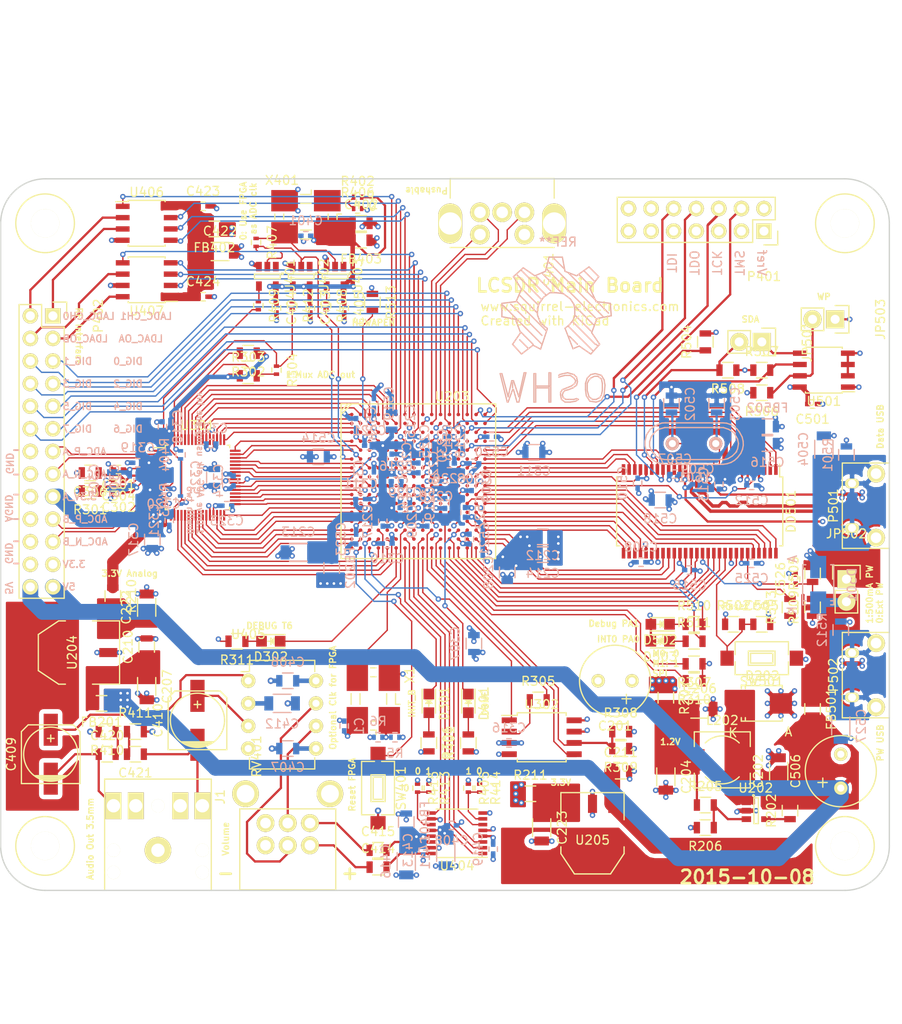
<source format=kicad_pcb>
(kicad_pcb (version 4) (host pcbnew "(2015-10-06 BZR 6248, Git 20a3e23)-product")
  (title_block (title LCSDR) (date 2015-09-09) (rev A))
  (layers (0 F.Cu signal) (1 In1.Cu power hide) (2 In2.Cu mixed hide) (31 B.Cu signal) (34 B.Paste user) (35 F.Paste user) (36 B.SilkS user) (37 F.SilkS user) (38 B.Mask user) (39 F.Mask user) (44 Edge.Cuts user))
  (net 0 "")
  (net 1 +5V)
  (net 2 GND)
  (net 3 "Net-(C204-Pad1)")
  (net 4 "Net-(C207-Pad1)")
  (net 5 +1V2)
  (net 6 "Net-(C222-Pad1)")
  (net 7 "Net-(C223-Pad1)")
  (net 8 "Net-(C301-Pad1)")
  (net 9 "Net-(C302-Pad1)")
  (net 10 "Net-(C304-Pad1)")
  (net 11 +3V3)
  (net 12 +3.3VADC)
  (net 13 "Net-(C406-Pad1)")
  (net 14 "Net-(C408-Pad1)")
  (net 15 "Net-(C409-Pad1)")
  (net 16 "Net-(C409-Pad2)")
  (net 17 "Net-(C410-Pad1)")
  (net 18 "Net-(C410-Pad2)")
  (net 19 "Net-(C413-Pad1)")
  (net 20 "Net-(C414-Pad2)")
  (net 21 "Net-(C415-Pad2)")
  (net 22 /USB/XTAL_IN)
  (net 23 /USB/XTAL_OUT)
  (net 24 "Net-(C504-Pad2)")
  (net 25 "Net-(C505-Pad1)")
  (net 26 /USB/+3.3VFX2)
  (net 27 "Net-(D202-Pad1)")
  (net 28 "Net-(D301-Pad2)")
  (net 29 /ADC/INIT_B)
  (net 30 "Net-(D401-Pad2)")
  (net 31 "Net-(D401-Pad1)")
  (net 32 /USB/FD13)
  (net 33 /USB/FD14)
  (net 34 /USB/FD15)
  (net 35 /USB/SLRD)
  (net 36 /USB/SLWR)
  (net 37 /USB/D_P)
  (net 38 "Net-(DD501-Pad21)")
  (net 39 /USB/SCL)
  (net 40 /USB/FD0)
  (net 41 /USB/FD1)
  (net 42 /USB/FD2)
  (net 43 /USB/FD3)
  (net 44 /USB/FD4)
  (net 45 /USB/FD5)
  (net 46 /USB/FD6)
  (net 47 /USB/FD7)
  (net 48 /USB/FLAGA)
  (net 49 /USB/FLAGB)
  (net 50 /USB/FLAGC)
  (net 51 /USB/INT0)
  (net 52 /USB/SLOE)
  (net 53 /USB/FIFOADR0)
  (net 54 /USB/FIFOADR1)
  (net 55 /USB/PKTEND)
  (net 56 /USB/SLCS)
  (net 57 "Net-(DD501-Pad51)")
  (net 58 /USB/FD8)
  (net 59 /USB/FD9)
  (net 60 /USB/FD10)
  (net 61 /USB/FD11)
  (net 62 /USB/FD12)
  (net 63 /ADC/M0)
  (net 64 /ADC/M1)
  (net 65 "Net-(JP501-Pad1)")
  (net 66 "Net-(R202-Pad1)")
  (net 67 "Net-(R205-Pad2)")
  (net 68 "Net-(R301-Pad1)")
  (net 69 "Net-(R302-Pad2)")
  (net 70 "Net-(R303-Pad2)")
  (net 71 ADC_CLK_A)
  (net 72 "Net-(R305-Pad1)")
  (net 73 /ADC/DO)
  (net 74 /ADC/CS)
  (net 75 /ADC/CLK)
  (net 76 "Net-(R403-Pad1)")
  (net 77 ADC_CLK_B)
  (net 78 /USB/CLKO)
  (net 79 DAC_BCK)
  (net 80 DAC_DATAI)
  (net 81 DAC_DEEM)
  (net 82 /ADC/D_A11)
  (net 83 /ADC/D_A8)
  (net 84 /ADC/D_A6)
  (net 85 ADC_CLK_FPGA)
  (net 86 /ADC/D_A2)
  (net 87 /ADC/D_A0)
  (net 88 /ADC/D_B12)
  (net 89 DAC_WS)
  (net 90 /ADC/D_A13)
  (net 91 /ADC/D_A12)
  (net 92 /ADC/D_A10)
  (net 93 /ADC/D_A9)
  (net 94 /ADC/D_A7)
  (net 95 /ADC/D_A5)
  (net 96 /ADC/D_A4)
  (net 97 FPGA_CLKOUT_ADC)
  (net 98 /ADC/D_A3)
  (net 99 /ADC/D_A1)
  (net 100 /ADC/OTR_B)
  (net 101 /ADC/D_B13)
  (net 102 /ADC/D_B11)
  (net 103 /ADC/D_B10)
  (net 104 /ADC/D_B9)
  (net 105 /ADC/D_B8)
  (net 106 /ADC/D_B6)
  (net 107 /ADC/D_B7)
  (net 108 /ADC/D_B5)
  (net 109 /ADC/D_B4)
  (net 110 /ADC/D_B3)
  (net 111 /ADC/D_B0)
  (net 112 /ADC/D_B1)
  (net 113 /ADC/PDWN_B)
  (net 114 /ADC/DCS)
  (net 115 /ADC/D_B2)
  (net 116 /ADC/OEB_B)
  (net 117 /ADC/DFS)
  (net 118 /ADC/DI)
  (net 119 /USB/SDA)
  (net 120 "Net-(J1-Pad4)")
  (net 121 "Net-(J1-Pad3)")
  (net 122 "Net-(P401-Pad12)")
  (net 123 "Net-(P401-Pad14)")
  (net 124 "Net-(P501-Pad4)")
  (net 125 "Net-(U203-PadC5)")
  (net 126 "Net-(U203-PadC7)")
  (net 127 "Net-(U203-PadC9)")
  (net 128 "Net-(U203-PadD5)")
  (net 129 "Net-(U203-PadD6)")
  (net 130 "Net-(U203-PadD8)")
  (net 131 "Net-(U203-PadD9)")
  (net 132 "Net-(U203-PadE4)")
  (net 133 "Net-(U203-PadC10)")
  (net 134 "Net-(U203-PadC11)")
  (net 135 "Net-(U203-PadD11)")
  (net 136 "Net-(U203-PadD12)")
  (net 137 "Net-(U203-PadE13)")
  (net 138 "Net-(U203-PadF13)")
  (net 139 "Net-(U203-PadF14)")
  (net 140 "Net-(U203-PadF4)")
  (net 141 "Net-(U203-PadH3)")
  (net 142 "Net-(U203-PadH4)")
  (net 143 "Net-(U203-PadL4)")
  (net 144 "Net-(U203-PadM4)")
  (net 145 "Net-(U203-PadE8)")
  (net 146 "Net-(U203-PadE7)")
  (net 147 "Net-(U203-PadE6)")
  (net 148 "Net-(U203-PadF5)")
  (net 149 "Net-(U203-PadF6)")
  (net 150 "Net-(U203-PadF7)")
  (net 151 "Net-(U203-PadG5)")
  (net 152 "Net-(U203-PadG6)")
  (net 153 "Net-(U203-PadH5)")
  (net 154 "Net-(U203-PadJ6)")
  (net 155 "Net-(U203-PadK5)")
  (net 156 "Net-(U203-PadK6)")
  (net 157 "Net-(U203-PadL5)")
  (net 158 "Net-(U203-PadL7)")
  (net 159 "Net-(U203-PadL8)")
  (net 160 "Net-(U203-PadM5)")
  (net 161 "Net-(U203-PadM6)")
  (net 162 "Net-(U203-PadM7)")
  (net 163 "Net-(U203-PadP5)")
  (net 164 "Net-(U203-PadN5)")
  (net 165 "Net-(U203-PadN6)")
  (net 166 "Net-(U203-PadP11)")
  (net 167 "Net-(U203-PadP9)")
  (net 168 "Net-(U203-PadP8)")
  (net 169 "Net-(U203-PadN8)")
  (net 170 "Net-(U203-PadE10)")
  (net 171 "Net-(U203-PadE11)")
  (net 172 "Net-(U203-PadE12)")
  (net 173 "Net-(U203-PadP12)")
  (net 174 "Net-(U203-PadF9)")
  (net 175 "Net-(U203-PadF10)")
  (net 176 "Net-(U203-PadF12)")
  (net 177 "Net-(U203-PadG12)")
  (net 178 "Net-(U203-PadG11)")
  (net 179 "Net-(U203-PadH11)")
  (net 180 "Net-(U203-PadJ11)")
  (net 181 "Net-(U203-PadJ12)")
  (net 182 "Net-(U203-PadH13)")
  (net 183 "Net-(U203-PadJ13)")
  (net 184 "Net-(U203-PadL13)")
  (net 185 "Net-(U203-PadM13)")
  (net 186 "Net-(U203-PadN9)")
  (net 187 "Net-(U203-PadM9)")
  (net 188 "Net-(U203-PadL10)")
  (net 189 "Net-(U203-PadM10)")
  (net 190 "Net-(U203-PadM14)")
  (net 191 "Net-(U203-PadK14)")
  (net 192 "Net-(U203-PadH14)")
  (net 193 "Net-(U203-PadM11)")
  (net 194 "Net-(U203-PadL11)")
  (net 195 "Net-(U203-PadK11)")
  (net 196 "Net-(U203-PadK12)")
  (net 197 "Net-(U203-PadL12)")
  (net 198 "Net-(U203-PadM12)")
  (net 199 "Net-(U203-PadN12)")
  (net 200 "Net-(RV401-Pad5)")
  (net 201 "Net-(RV401-Pad2)")
  (net 202 "Net-(C420-Pad2)")
  (net 203 "Net-(C421-Pad2)")
  (net 204 /PSU/VCCAUX)
  (net 205 /USB/VBUS_DET_3V3)
  (net 206 "Net-(C527-Pad2)")
  (net 207 /USB/unfil_5V)
  (net 208 "Net-(D502-Pad1)")
  (net 209 "Net-(D503-Pad1)")
  (net 210 /USB/IFCLK)
  (net 211 /USB/FX2_LED)
  (net 212 /USB/VBUS_DET)
  (net 213 "Net-(JP503-Pad2)")
  (net 214 "Net-(P502-Pad2)")
  (net 215 "Net-(P502-Pad3)")
  (net 216 "Net-(P502-Pad4)")
  (net 217 "Net-(R513-Pad2)")
  (net 218 "Net-(SW401-Pad1)")
  (net 219 LADC_CS)
  (net 220 LADC_DI)
  (net 221 LADC_DO)
  (net 222 LADC_CLK)
  (net 223 LDAC_CS)
  (net 224 LDAC_CLK)
  (net 225 LDAC_DI)
  (net 226 LDAC_LD)
  (net 227 /etc/R_OUT)
  (net 228 /etc/L_OUT)
  (net 229 /etc/3V3_LANA)
  (net 230 /etc/TMS)
  (net 231 /etc/TCK)
  (net 232 /etc/TDO)
  (net 233 /etc/TDI)
  (net 234 ADC_VIN_P_A)
  (net 235 ADC_VIN_N_A)
  (net 236 ADC_VIN_N_B)
  (net 237 ADC_VIN_P_B)
  (net 238 /etc/LADC_CH0)
  (net 239 /etc/LADC_CH1)
  (net 240 /etc/LDAC_OB)
  (net 241 /etc/LDAC_OA)
  (net 242 FPGA_ENC_B)
  (net 243 FPGA_ENC_A)
  (net 244 FPGA_ENC_SW)
  (net 245 "Net-(C407-Pad2)")
  (net 246 /USB/D_N)
  (net 247 "Net-(U203-PadD14)")
  (net 248 "Net-(U203-PadD16)")
  (net 249 "Net-(U203-PadJ14)")
  (net 250 "Net-(U203-PadC3)")
  (net 251 "Net-(U203-PadD3)")
  (net 252 "Net-(U203-PadE3)")
  (net 253 "Net-(U203-PadJ4)")
  (net 254 "Net-(U203-PadL3)")
  (net 255 "Net-(U203-PadM3)")
  (net 256 "Net-(U203-PadN4)")
  (net 257 ADC_OTR_A)
  (net 258 ADC_PWDN_A)
  (net 259 ADC_OEB_A)
  (net 260 /etc/VCLK)
  (net 261 "Net-(R402-Pad1)")
  (net 262 "Net-(R407-Pad1)")
  (net 263 "Net-(R408-Pad1)")
  (net 264 "Net-(R409-Pad1)")
  (net 265 "Net-(R412-Pad1)")
  (net 266 FPGA_RF_0)
  (net 267 FPGA_RF_1)
  (net 268 FPGA_RF_2)
  (net 269 FPGA_RF_3)
  (net 270 FPGA_RF_4)
  (net 271 FPGA_RF_5)
  (net 272 FPGA_RF_6)
  (net 273 FPGA_RF_7)
  (net 274 "Net-(U203-PadP6)")
  (net 275 DAC_PLL)
  (net 276 "Net-(R5-Pad1)")
  (net 277 FPGA_CLKIN)
  (net 278 TAB_A)
  (net 279 TAB_B)
  (net 280 "Net-(D302-Pad2)")
  (net 281 /ADC/DEBUG_LED)
  (net 282 "Net-(R405-Pad2)")
  (net 283 "Net-(R413-Pad2)")
  (module Crystals:Crystal_HC49-U_Vertical (layer B.Cu) (at 128.025 79.765)
    (fp_text reference Y501 (at 0 3.81) (layer B.SilkS) (effects (justify mirror)))
    (fp_text value Crystal)
    (pad 1 thru_hole circle (at -2.44094 0) (size 1.50114 1.50114) (drill 0.8001) (layers *.Cu *.Mask B.SilkS) (net 22 /USB/XTAL_IN))
    (pad 2 thru_hole circle (at 2.44094 0) (size 1.50114 1.50114) (drill 0.8001) (layers *.Cu *.Mask B.SilkS) (net 23 /USB/XTAL_OUT))
  )
  (module my:BGA-256_pitch1mm_dia0.4mm (layer F.Cu) (at 97 84)
    (fp_text reference U203 (at 3.81 -9.525) (layer F.SilkS))
    (fp_text value XC6SLX25-FTG256)
    (pad A1 smd circle (at -7.5 -7.5) (size 0.4 0.4) (layers F.Cu F.Paste F.Mask) (net 2 GND))
    (pad A2 smd circle (at -6.5 -7.5) (size 0.4 0.4) (layers F.Cu F.Paste F.Mask) (net 82 /ADC/D_A11))
    (pad A3 smd circle (at -5.5 -7.5) (size 0.4 0.4) (layers F.Cu F.Paste F.Mask) (net 90 /ADC/D_A13))
    (pad A4 smd circle (at -4.5 -7.5) (size 0.4 0.4) (layers F.Cu F.Paste F.Mask) (net 257 ADC_OTR_A))
    (pad A5 smd circle (at -3.5 -7.5) (size 0.4 0.4) (layers F.Cu F.Paste F.Mask) (net 258 ADC_PWDN_A))
    (pad A6 smd circle (at -2.5 -7.5) (size 0.4 0.4) (layers F.Cu F.Paste F.Mask) (net 222 LADC_CLK))
    (pad A7 smd circle (at -1.5 -7.5) (size 0.4 0.4) (layers F.Cu F.Paste F.Mask) (net 220 LADC_DI))
    (pad A8 smd circle (at -0.5 -7.5) (size 0.4 0.4) (layers F.Cu F.Paste F.Mask) (net 225 LDAC_DI))
    (pad A9 smd circle (at 0.5 -7.5) (size 0.4 0.4) (layers F.Cu F.Paste F.Mask) (net 223 LDAC_CS))
    (pad A10 smd circle (at 1.5 -7.5) (size 0.4 0.4) (layers F.Cu F.Paste F.Mask) (net 244 FPGA_ENC_SW))
    (pad A11 smd circle (at 2.5 -7.5) (size 0.4 0.4) (layers F.Cu F.Paste F.Mask) (net 243 FPGA_ENC_A))
    (pad A12 smd circle (at 3.5 -7.5) (size 0.4 0.4) (layers F.Cu F.Paste F.Mask) (net 267 FPGA_RF_1))
    (pad A13 smd circle (at 4.5 -7.5) (size 0.4 0.4) (layers F.Cu F.Paste F.Mask) (net 269 FPGA_RF_3))
    (pad A14 smd circle (at 5.5 -7.5) (size 0.4 0.4) (layers F.Cu F.Paste F.Mask) (net 271 FPGA_RF_5))
    (pad A15 smd circle (at 6.5 -7.5) (size 0.4 0.4) (layers F.Cu F.Paste F.Mask) (net 230 /etc/TMS))
    (pad A16 smd circle (at 7.5 -7.5) (size 0.4 0.4) (layers F.Cu F.Paste F.Mask) (net 2 GND))
    (pad B1 smd circle (at -7.5 -6.5) (size 0.4 0.4) (layers F.Cu F.Paste F.Mask) (net 93 /ADC/D_A9))
    (pad C1 smd circle (at -7.5 -5.5) (size 0.4 0.4) (layers F.Cu F.Paste F.Mask) (net 94 /ADC/D_A7))
    (pad D1 smd circle (at -7.5 -4.5) (size 0.4 0.4) (layers F.Cu F.Paste F.Mask) (net 84 /ADC/D_A6))
    (pad E1 smd circle (at -7.5 -3.5) (size 0.4 0.4) (layers F.Cu F.Paste F.Mask) (net 96 /ADC/D_A4))
    (pad F1 smd circle (at -7.5 -2.5) (size 0.4 0.4) (layers F.Cu F.Paste F.Mask) (net 97 FPGA_CLKOUT_ADC))
    (pad G1 smd circle (at -7.5 -1.5) (size 0.4 0.4) (layers F.Cu F.Paste F.Mask) (net 86 /ADC/D_A2))
    (pad H1 smd circle (at -7.5 -0.5) (size 0.4 0.4) (layers F.Cu F.Paste F.Mask) (net 87 /ADC/D_A0))
    (pad J1 smd circle (at -7.5 0.5) (size 0.4 0.4) (layers F.Cu F.Paste F.Mask) (net 88 /ADC/D_B12))
    (pad B16 smd circle (at 7.5 -6.5) (size 0.4 0.4) (layers F.Cu F.Paste F.Mask) (net 273 FPGA_RF_7))
    (pad B15 smd circle (at 6.5 -6.5) (size 0.4 0.4) (layers F.Cu F.Paste F.Mask) (net 272 FPGA_RF_6))
    (pad B14 smd circle (at 5.5 -6.5) (size 0.4 0.4) (layers F.Cu F.Paste F.Mask) (net 270 FPGA_RF_4))
    (pad B13 smd circle (at 4.5 -6.5) (size 0.4 0.4) (layers F.Cu F.Paste F.Mask) (net 11 +3V3))
    (pad B12 smd circle (at 3.5 -6.5) (size 0.4 0.4) (layers F.Cu F.Paste F.Mask) (net 266 FPGA_RF_0))
    (pad B11 smd circle (at 2.5 -6.5) (size 0.4 0.4) (layers F.Cu F.Paste F.Mask) (net 2 GND))
    (pad B10 smd circle (at 1.5 -6.5) (size 0.4 0.4) (layers F.Cu F.Paste F.Mask) (net 242 FPGA_ENC_B))
    (pad B9 smd circle (at 0.5 -6.5) (size 0.4 0.4) (layers F.Cu F.Paste F.Mask) (net 11 +3V3))
    (pad B8 smd circle (at -0.5 -6.5) (size 0.4 0.4) (layers F.Cu F.Paste F.Mask) (net 226 LDAC_LD))
    (pad B7 smd circle (at -1.5 -6.5) (size 0.4 0.4) (layers F.Cu F.Paste F.Mask) (net 2 GND))
    (pad B6 smd circle (at -2.5 -6.5) (size 0.4 0.4) (layers F.Cu F.Paste F.Mask) (net 219 LADC_CS))
    (pad B5 smd circle (at -3.5 -6.5) (size 0.4 0.4) (layers F.Cu F.Paste F.Mask) (net 259 ADC_OEB_A))
    (pad B2 smd circle (at -6.5 -6.5) (size 0.4 0.4) (layers F.Cu F.Paste F.Mask) (net 92 /ADC/D_A10))
    (pad B3 smd circle (at -5.5 -6.5) (size 0.4 0.4) (layers F.Cu F.Paste F.Mask) (net 91 /ADC/D_A12))
    (pad B4 smd circle (at -4.5 -6.5) (size 0.4 0.4) (layers F.Cu F.Paste F.Mask) (net 11 +3V3))
    (pad C2 smd circle (at -6.5 -5.5) (size 0.4 0.4) (layers F.Cu F.Paste F.Mask) (net 83 /ADC/D_A8))
    (pad C3 smd circle (at -5.5 -5.5) (size 0.4 0.4) (layers F.Cu F.Paste F.Mask) (net 250 "Net-(U203-PadC3)"))
    (pad C4 smd circle (at -4.5 -5.5) (size 0.4 0.4) (layers F.Cu F.Paste F.Mask) (net 217 "Net-(R513-Pad2)"))
    (pad C5 smd circle (at -3.5 -5.5) (size 0.4 0.4) (layers F.Cu F.Paste F.Mask) (net 125 "Net-(U203-PadC5)"))
    (pad C6 smd circle (at -2.5 -5.5) (size 0.4 0.4) (layers F.Cu F.Paste F.Mask) (net 221 LADC_DO))
    (pad C7 smd circle (at -1.5 -5.5) (size 0.4 0.4) (layers F.Cu F.Paste F.Mask) (net 126 "Net-(U203-PadC7)"))
    (pad C8 smd circle (at -0.5 -5.5) (size 0.4 0.4) (layers F.Cu F.Paste F.Mask) (net 224 LDAC_CLK))
    (pad C9 smd circle (at 0.5 -5.5) (size 0.4 0.4) (layers F.Cu F.Paste F.Mask) (net 127 "Net-(U203-PadC9)"))
    (pad D2 smd circle (at -6.5 -4.5) (size 0.4 0.4) (layers F.Cu F.Paste F.Mask) (net 11 +3V3))
    (pad D3 smd circle (at -5.5 -4.5) (size 0.4 0.4) (layers F.Cu F.Paste F.Mask) (net 251 "Net-(U203-PadD3)"))
    (pad D4 smd circle (at -4.5 -4.5) (size 0.4 0.4) (layers F.Cu F.Paste F.Mask) (net 2 GND))
    (pad D5 smd circle (at -3.5 -4.5) (size 0.4 0.4) (layers F.Cu F.Paste F.Mask) (net 128 "Net-(U203-PadD5)"))
    (pad D6 smd circle (at -2.5 -4.5) (size 0.4 0.4) (layers F.Cu F.Paste F.Mask) (net 129 "Net-(U203-PadD6)"))
    (pad D7 smd circle (at -1.5 -4.5) (size 0.4 0.4) (layers F.Cu F.Paste F.Mask) (net 11 +3V3))
    (pad D8 smd circle (at -0.5 -4.5) (size 0.4 0.4) (layers F.Cu F.Paste F.Mask) (net 130 "Net-(U203-PadD8)"))
    (pad D9 smd circle (at 0.5 -4.5) (size 0.4 0.4) (layers F.Cu F.Paste F.Mask) (net 131 "Net-(U203-PadD9)"))
    (pad E2 smd circle (at -6.5 -3.5) (size 0.4 0.4) (layers F.Cu F.Paste F.Mask) (net 95 /ADC/D_A5))
    (pad E3 smd circle (at -5.5 -3.5) (size 0.4 0.4) (layers F.Cu F.Paste F.Mask) (net 252 "Net-(U203-PadE3)"))
    (pad E4 smd circle (at -4.5 -3.5) (size 0.4 0.4) (layers F.Cu F.Paste F.Mask) (net 132 "Net-(U203-PadE4)"))
    (pad C10 smd circle (at 1.5 -5.5) (size 0.4 0.4) (layers F.Cu F.Paste F.Mask) (net 133 "Net-(U203-PadC10)"))
    (pad D10 smd circle (at 1.5 -4.5) (size 0.4 0.4) (layers F.Cu F.Paste F.Mask) (net 11 +3V3))
    (pad C11 smd circle (at 2.5 -5.5) (size 0.4 0.4) (layers F.Cu F.Paste F.Mask) (net 134 "Net-(U203-PadC11)"))
    (pad D11 smd circle (at 2.5 -4.5) (size 0.4 0.4) (layers F.Cu F.Paste F.Mask) (net 135 "Net-(U203-PadD11)"))
    (pad D12 smd circle (at 3.5 -4.5) (size 0.4 0.4) (layers F.Cu F.Paste F.Mask) (net 136 "Net-(U203-PadD12)"))
    (pad C12 smd circle (at 3.5 -5.5) (size 0.4 0.4) (layers F.Cu F.Paste F.Mask) (net 233 /etc/TDI))
    (pad C13 smd circle (at 4.5 -5.5) (size 0.4 0.4) (layers F.Cu F.Paste F.Mask) (net 268 FPGA_RF_2))
    (pad C14 smd circle (at 5.5 -5.5) (size 0.4 0.4) (layers F.Cu F.Paste F.Mask) (net 231 /etc/TCK))
    (pad D14 smd circle (at 5.5 -4.5) (size 0.4 0.4) (layers F.Cu F.Paste F.Mask) (net 247 "Net-(U203-PadD14)"))
    (pad D13 smd circle (at 4.5 -4.5) (size 0.4 0.4) (layers F.Cu F.Paste F.Mask) (net 2 GND))
    (pad C15 smd circle (at 6.5 -5.5) (size 0.4 0.4) (layers F.Cu F.Paste F.Mask) (net 32 /USB/FD13))
    (pad D15 smd circle (at 6.5 -4.5) (size 0.4 0.4) (layers F.Cu F.Paste F.Mask) (net 11 +3V3))
    (pad D16 smd circle (at 7.5 -4.5) (size 0.4 0.4) (layers F.Cu F.Paste F.Mask) (net 248 "Net-(U203-PadD16)"))
    (pad C16 smd circle (at 7.5 -5.5) (size 0.4 0.4) (layers F.Cu F.Paste F.Mask) (net 33 /USB/FD14))
    (pad E13 smd circle (at 4.5 -3.5) (size 0.4 0.4) (layers F.Cu F.Paste F.Mask) (net 137 "Net-(U203-PadE13)"))
    (pad F13 smd circle (at 4.5 -2.5) (size 0.4 0.4) (layers F.Cu F.Paste F.Mask) (net 138 "Net-(U203-PadF13)"))
    (pad G13 smd circle (at 4.5 -1.5) (size 0.4 0.4) (layers F.Cu F.Paste F.Mask) (net 11 +3V3))
    (pad G14 smd circle (at 5.5 -1.5) (size 0.4 0.4) (layers F.Cu F.Paste F.Mask) (net 41 /USB/FD1))
    (pad F14 smd circle (at 5.5 -2.5) (size 0.4 0.4) (layers F.Cu F.Paste F.Mask) (net 139 "Net-(U203-PadF14)"))
    (pad E14 smd circle (at 5.5 -3.5) (size 0.4 0.4) (layers F.Cu F.Paste F.Mask) (net 232 /etc/TDO))
    (pad E15 smd circle (at 6.5 -3.5) (size 0.4 0.4) (layers F.Cu F.Paste F.Mask) (net 34 /USB/FD15))
    (pad F15 smd circle (at 6.5 -2.5) (size 0.4 0.4) (layers F.Cu F.Paste F.Mask) (net 36 /USB/SLWR))
    (pad G15 smd circle (at 6.5 -1.5) (size 0.4 0.4) (layers F.Cu F.Paste F.Mask) (net 2 GND))
    (pad G16 smd circle (at 7.5 -1.5) (size 0.4 0.4) (layers F.Cu F.Paste F.Mask) (net 42 /USB/FD2))
    (pad F16 smd circle (at 7.5 -2.5) (size 0.4 0.4) (layers F.Cu F.Paste F.Mask) (net 210 /USB/IFCLK))
    (pad E16 smd circle (at 7.5 -3.5) (size 0.4 0.4) (layers F.Cu F.Paste F.Mask) (net 35 /USB/SLRD))
    (pad F2 smd circle (at -6.5 -2.5) (size 0.4 0.4) (layers F.Cu F.Paste F.Mask) (net 85 ADC_CLK_FPGA))
    (pad F3 smd circle (at -5.5 -2.5) (size 0.4 0.4) (layers F.Cu F.Paste F.Mask) (net 100 /ADC/OTR_B))
    (pad F4 smd circle (at -4.5 -2.5) (size 0.4 0.4) (layers F.Cu F.Paste F.Mask) (net 140 "Net-(U203-PadF4)"))
    (pad G4 smd circle (at -4.5 -1.5) (size 0.4 0.4) (layers F.Cu F.Paste F.Mask) (net 11 +3V3))
    (pad G3 smd circle (at -5.5 -1.5) (size 0.4 0.4) (layers F.Cu F.Paste F.Mask) (net 98 /ADC/D_A3))
    (pad G2 smd circle (at -6.5 -1.5) (size 0.4 0.4) (layers F.Cu F.Paste F.Mask) (net 2 GND))
    (pad H2 smd circle (at -6.5 -0.5) (size 0.4 0.4) (layers F.Cu F.Paste F.Mask) (net 99 /ADC/D_A1))
    (pad H3 smd circle (at -5.5 -0.5) (size 0.4 0.4) (layers F.Cu F.Paste F.Mask) (net 141 "Net-(U203-PadH3)"))
    (pad H4 smd circle (at -4.5 -0.5) (size 0.4 0.4) (layers F.Cu F.Paste F.Mask) (net 142 "Net-(U203-PadH4)"))
    (pad J4 smd circle (at -4.5 0.5) (size 0.4 0.4) (layers F.Cu F.Paste F.Mask) (net 253 "Net-(U203-PadJ4)"))
    (pad J3 smd circle (at -5.5 0.5) (size 0.4 0.4) (layers F.Cu F.Paste F.Mask) (net 101 /ADC/D_B13))
    (pad J2 smd circle (at -6.5 0.5) (size 0.4 0.4) (layers F.Cu F.Paste F.Mask) (net 11 +3V3))
    (pad K1 smd circle (at -7.5 1.5) (size 0.4 0.4) (layers F.Cu F.Paste F.Mask) (net 103 /ADC/D_B10))
    (pad K2 smd circle (at -6.5 1.5) (size 0.4 0.4) (layers F.Cu F.Paste F.Mask) (net 102 /ADC/D_B11))
    (pad K3 smd circle (at -5.5 1.5) (size 0.4 0.4) (layers F.Cu F.Paste F.Mask) (net 104 /ADC/D_B9))
    (pad K4 smd circle (at -4.5 1.5) (size 0.4 0.4) (layers F.Cu F.Paste F.Mask) (net 11 +3V3))
    (pad L4 smd circle (at -4.5 2.5) (size 0.4 0.4) (layers F.Cu F.Paste F.Mask) (net 143 "Net-(U203-PadL4)"))
    (pad L3 smd circle (at -5.5 2.5) (size 0.4 0.4) (layers F.Cu F.Paste F.Mask) (net 254 "Net-(U203-PadL3)"))
    (pad L2 smd circle (at -6.5 2.5) (size 0.4 0.4) (layers F.Cu F.Paste F.Mask) (net 2 GND))
    (pad L1 smd circle (at -7.5 2.5) (size 0.4 0.4) (layers F.Cu F.Paste F.Mask) (net 105 /ADC/D_B8))
    (pad M1 smd circle (at -7.5 3.5) (size 0.4 0.4) (layers F.Cu F.Paste F.Mask) (net 106 /ADC/D_B6))
    (pad M2 smd circle (at -6.5 3.5) (size 0.4 0.4) (layers F.Cu F.Paste F.Mask) (net 107 /ADC/D_B7))
    (pad M3 smd circle (at -5.5 3.5) (size 0.4 0.4) (layers F.Cu F.Paste F.Mask) (net 255 "Net-(U203-PadM3)"))
    (pad M4 smd circle (at -4.5 3.5) (size 0.4 0.4) (layers F.Cu F.Paste F.Mask) (net 144 "Net-(U203-PadM4)"))
    (pad N4 smd circle (at -4.5 4.5) (size 0.4 0.4) (layers F.Cu F.Paste F.Mask) (net 256 "Net-(U203-PadN4)"))
    (pad P4 smd circle (at -4.5 5.5) (size 0.4 0.4) (layers F.Cu F.Paste F.Mask) (net 113 /ADC/PDWN_B))
    (pad R4 smd circle (at -4.5 6.5) (size 0.4 0.4) (layers F.Cu F.Paste F.Mask) (net 11 +3V3))
    (pad R3 smd circle (at -5.5 6.5) (size 0.4 0.4) (layers F.Cu F.Paste F.Mask) (net 29 /ADC/INIT_B))
    (pad P3 smd circle (at -5.5 5.5) (size 0.4 0.4) (layers F.Cu F.Paste F.Mask) (net 2 GND))
    (pad N3 smd circle (at -5.5 4.5) (size 0.4 0.4) (layers F.Cu F.Paste F.Mask) (net 108 /ADC/D_B5))
    (pad N2 smd circle (at -6.5 4.5) (size 0.4 0.4) (layers F.Cu F.Paste F.Mask) (net 11 +3V3))
    (pad P2 smd circle (at -6.5 5.5) (size 0.4 0.4) (layers F.Cu F.Paste F.Mask) (net 115 /ADC/D_B2))
    (pad R2 smd circle (at -6.5 6.5) (size 0.4 0.4) (layers F.Cu F.Paste F.Mask) (net 111 /ADC/D_B0))
    (pad N1 smd circle (at -7.5 4.5) (size 0.4 0.4) (layers F.Cu F.Paste F.Mask) (net 109 /ADC/D_B4))
    (pad P1 smd circle (at -7.5 5.5) (size 0.4 0.4) (layers F.Cu F.Paste F.Mask) (net 110 /ADC/D_B3))
    (pad R1 smd circle (at -7.5 6.5) (size 0.4 0.4) (layers F.Cu F.Paste F.Mask) (net 112 /ADC/D_B1))
    (pad T1 smd circle (at -7.5 7.5) (size 0.4 0.4) (layers F.Cu F.Paste F.Mask) (net 2 GND))
    (pad T2 smd circle (at -6.5 7.5) (size 0.4 0.4) (layers F.Cu F.Paste F.Mask) (net 218 "Net-(SW401-Pad1)"))
    (pad T3 smd circle (at -5.5 7.5) (size 0.4 0.4) (layers F.Cu F.Paste F.Mask) (net 74 /ADC/CS))
    (pad T4 smd circle (at -4.5 7.5) (size 0.4 0.4) (layers F.Cu F.Paste F.Mask) (net 116 /ADC/OEB_B))
    (pad E8 smd circle (at -0.5 -3.5) (size 0.4 0.4) (layers F.Cu F.Paste F.Mask) (net 145 "Net-(U203-PadE8)"))
    (pad E7 smd circle (at -1.5 -3.5) (size 0.4 0.4) (layers F.Cu F.Paste F.Mask) (net 146 "Net-(U203-PadE7)"))
    (pad E6 smd circle (at -2.5 -3.5) (size 0.4 0.4) (layers F.Cu F.Paste F.Mask) (net 147 "Net-(U203-PadE6)"))
    (pad E5 smd circle (at -3.5 -3.5) (size 0.4 0.4) (layers F.Cu F.Paste F.Mask) (net 204 /PSU/VCCAUX))
    (pad F5 smd circle (at -3.5 -2.5) (size 0.4 0.4) (layers F.Cu F.Paste F.Mask) (net 148 "Net-(U203-PadF5)"))
    (pad F6 smd circle (at -2.5 -2.5) (size 0.4 0.4) (layers F.Cu F.Paste F.Mask) (net 149 "Net-(U203-PadF6)"))
    (pad F7 smd circle (at -1.5 -2.5) (size 0.4 0.4) (layers F.Cu F.Paste F.Mask) (net 150 "Net-(U203-PadF7)"))
    (pad F8 smd circle (at -0.5 -2.5) (size 0.4 0.4) (layers F.Cu F.Paste F.Mask) (net 204 /PSU/VCCAUX))
    (pad G5 smd circle (at -3.5 -1.5) (size 0.4 0.4) (layers F.Cu F.Paste F.Mask) (net 151 "Net-(U203-PadG5)"))
    (pad G6 smd circle (at -2.5 -1.5) (size 0.4 0.4) (layers F.Cu F.Paste F.Mask) (net 152 "Net-(U203-PadG6)"))
    (pad G7 smd circle (at -1.5 -1.5) (size 0.4 0.4) (layers F.Cu F.Paste F.Mask) (net 5 +1V2))
    (pad G8 smd circle (at -0.5 -1.5) (size 0.4 0.4) (layers F.Cu F.Paste F.Mask) (net 2 GND))
    (pad H5 smd circle (at -3.5 -0.5) (size 0.4 0.4) (layers F.Cu F.Paste F.Mask) (net 153 "Net-(U203-PadH5)"))
    (pad H6 smd circle (at -2.5 -0.5) (size 0.4 0.4) (layers F.Cu F.Paste F.Mask) (net 204 /PSU/VCCAUX))
    (pad H7 smd circle (at -1.5 -0.5) (size 0.4 0.4) (layers F.Cu F.Paste F.Mask) (net 2 GND))
    (pad H8 smd circle (at -0.5 -0.5) (size 0.4 0.4) (layers F.Cu F.Paste F.Mask) (net 5 +1V2))
    (pad J5 smd circle (at -3.5 0.5) (size 0.4 0.4) (layers F.Cu F.Paste F.Mask) (net 2 GND))
    (pad J6 smd circle (at -2.5 0.5) (size 0.4 0.4) (layers F.Cu F.Paste F.Mask) (net 154 "Net-(U203-PadJ6)"))
    (pad J7 smd circle (at -1.5 0.5) (size 0.4 0.4) (layers F.Cu F.Paste F.Mask) (net 5 +1V2))
    (pad J8 smd circle (at -0.5 0.5) (size 0.4 0.4) (layers F.Cu F.Paste F.Mask) (net 2 GND))
    (pad K5 smd circle (at -3.5 1.5) (size 0.4 0.4) (layers F.Cu F.Paste F.Mask) (net 155 "Net-(U203-PadK5)"))
    (pad K6 smd circle (at -2.5 1.5) (size 0.4 0.4) (layers F.Cu F.Paste F.Mask) (net 156 "Net-(U203-PadK6)"))
    (pad K7 smd circle (at -1.5 1.5) (size 0.4 0.4) (layers F.Cu F.Paste F.Mask) (net 2 GND))
    (pad K8 smd circle (at -0.5 1.5) (size 0.4 0.4) (layers F.Cu F.Paste F.Mask) (net 5 +1V2))
    (pad L5 smd circle (at -3.5 2.5) (size 0.4 0.4) (layers F.Cu F.Paste F.Mask) (net 157 "Net-(U203-PadL5)"))
    (pad L6 smd circle (at -2.5 2.5) (size 0.4 0.4) (layers F.Cu F.Paste F.Mask) (net 204 /PSU/VCCAUX))
    (pad L7 smd circle (at -1.5 2.5) (size 0.4 0.4) (layers F.Cu F.Paste F.Mask) (net 158 "Net-(U203-PadL7)"))
    (pad L8 smd circle (at -0.5 2.5) (size 0.4 0.4) (layers F.Cu F.Paste F.Mask) (net 159 "Net-(U203-PadL8)"))
    (pad M5 smd circle (at -3.5 3.5) (size 0.4 0.4) (layers F.Cu F.Paste F.Mask) (net 160 "Net-(U203-PadM5)"))
    (pad M6 smd circle (at -2.5 3.5) (size 0.4 0.4) (layers F.Cu F.Paste F.Mask) (net 161 "Net-(U203-PadM6)"))
    (pad M7 smd circle (at -1.5 3.5) (size 0.4 0.4) (layers F.Cu F.Paste F.Mask) (net 162 "Net-(U203-PadM7)"))
    (pad P5 smd circle (at -3.5 5.5) (size 0.4 0.4) (layers F.Cu F.Paste F.Mask) (net 163 "Net-(U203-PadP5)"))
    (pad P6 smd circle (at -2.5 5.5) (size 0.4 0.4) (layers F.Cu F.Paste F.Mask) (net 274 "Net-(U203-PadP6)"))
    (pad R5 smd circle (at -3.5 6.5) (size 0.4 0.4) (layers F.Cu F.Paste F.Mask) (net 114 /ADC/DCS))
    (pad R6 smd circle (at -2.5 6.5) (size 0.4 0.4) (layers F.Cu F.Paste F.Mask) (net 2 GND))
    (pad T5 smd circle (at -3.5 7.5) (size 0.4 0.4) (layers F.Cu F.Paste F.Mask) (net 117 /ADC/DFS))
    (pad T6 smd circle (at -2.5 7.5) (size 0.4 0.4) (layers F.Cu F.Paste F.Mask) (net 281 /ADC/DEBUG_LED))
    (pad M8 smd circle (at -0.5 3.5) (size 0.4 0.4) (layers F.Cu F.Paste F.Mask) (net 2 GND))
    (pad N5 smd circle (at -3.5 4.5) (size 0.4 0.4) (layers F.Cu F.Paste F.Mask) (net 164 "Net-(U203-PadN5)"))
    (pad N6 smd circle (at -2.5 4.5) (size 0.4 0.4) (layers F.Cu F.Paste F.Mask) (net 165 "Net-(U203-PadN6)"))
    (pad N7 smd circle (at -1.5 4.5) (size 0.4 0.4) (layers F.Cu F.Paste F.Mask) (net 11 +3V3))
    (pad P11 smd circle (at 2.5 5.5) (size 0.4 0.4) (layers F.Cu F.Paste F.Mask) (net 166 "Net-(U203-PadP11)"))
    (pad P10 smd circle (at 1.5 5.5) (size 0.4 0.4) (layers F.Cu F.Paste F.Mask) (net 73 /ADC/DO))
    (pad P9 smd circle (at 0.5 5.5) (size 0.4 0.4) (layers F.Cu F.Paste F.Mask) (net 167 "Net-(U203-PadP9)"))
    (pad P8 smd circle (at -0.5 5.5) (size 0.4 0.4) (layers F.Cu F.Paste F.Mask) (net 168 "Net-(U203-PadP8)"))
    (pad P7 smd circle (at -1.5 5.5) (size 0.4 0.4) (layers F.Cu F.Paste F.Mask) (net 277 FPGA_CLKIN))
    (pad R7 smd circle (at -1.5 6.5) (size 0.4 0.4) (layers F.Cu F.Paste F.Mask) (net 79 DAC_BCK))
    (pad R8 smd circle (at -0.5 6.5) (size 0.4 0.4) (layers F.Cu F.Paste F.Mask) (net 11 +3V3))
    (pad R9 smd circle (at 0.5 6.5) (size 0.4 0.4) (layers F.Cu F.Paste F.Mask) (net 80 DAC_DATAI))
    (pad R10 smd circle (at 1.5 6.5) (size 0.4 0.4) (layers F.Cu F.Paste F.Mask) (net 2 GND))
    (pad R11 smd circle (at 2.5 6.5) (size 0.4 0.4) (layers F.Cu F.Paste F.Mask) (net 75 /ADC/CLK))
    (pad T7 smd circle (at -1.5 7.5) (size 0.4 0.4) (layers F.Cu F.Paste F.Mask) (net 81 DAC_DEEM))
    (pad T8 smd circle (at -0.5 7.5) (size 0.4 0.4) (layers F.Cu F.Paste F.Mask) (net 89 DAC_WS))
    (pad T9 smd circle (at 0.5 7.5) (size 0.4 0.4) (layers F.Cu F.Paste F.Mask) (net 275 DAC_PLL))
    (pad T10 smd circle (at 1.5 7.5) (size 0.4 0.4) (layers F.Cu F.Paste F.Mask) (net 118 /ADC/DI))
    (pad T11 smd circle (at 2.5 7.5) (size 0.4 0.4) (layers F.Cu F.Paste F.Mask) (net 63 /ADC/M0))
    (pad N8 smd circle (at -0.5 4.5) (size 0.4 0.4) (layers F.Cu F.Paste F.Mask) (net 169 "Net-(U203-PadN8)"))
    (pad E9 smd circle (at 0.5 -3.5) (size 0.4 0.4) (layers F.Cu F.Paste F.Mask) (net 2 GND))
    (pad E10 smd circle (at 1.5 -3.5) (size 0.4 0.4) (layers F.Cu F.Paste F.Mask) (net 170 "Net-(U203-PadE10)"))
    (pad E11 smd circle (at 2.5 -3.5) (size 0.4 0.4) (layers F.Cu F.Paste F.Mask) (net 171 "Net-(U203-PadE11)"))
    (pad E12 smd circle (at 3.5 -3.5) (size 0.4 0.4) (layers F.Cu F.Paste F.Mask) (net 172 "Net-(U203-PadE12)"))
    (pad P12 smd circle (at 3.5 5.5) (size 0.4 0.4) (layers F.Cu F.Paste F.Mask) (net 173 "Net-(U203-PadP12)"))
    (pad F9 smd circle (at 0.5 -2.5) (size 0.4 0.4) (layers F.Cu F.Paste F.Mask) (net 174 "Net-(U203-PadF9)"))
    (pad F10 smd circle (at 1.5 -2.5) (size 0.4 0.4) (layers F.Cu F.Paste F.Mask) (net 175 "Net-(U203-PadF10)"))
    (pad F11 smd circle (at 2.5 -2.5) (size 0.4 0.4) (layers F.Cu F.Paste F.Mask) (net 204 /PSU/VCCAUX))
    (pad F12 smd circle (at 3.5 -2.5) (size 0.4 0.4) (layers F.Cu F.Paste F.Mask) (net 176 "Net-(U203-PadF12)"))
    (pad J9 smd circle (at 0.5 0.5) (size 0.4 0.4) (layers F.Cu F.Paste F.Mask) (net 5 +1V2))
    (pad G12 smd circle (at 3.5 -1.5) (size 0.4 0.4) (layers F.Cu F.Paste F.Mask) (net 177 "Net-(U203-PadG12)"))
    (pad G11 smd circle (at 2.5 -1.5) (size 0.4 0.4) (layers F.Cu F.Paste F.Mask) (net 178 "Net-(U203-PadG11)"))
    (pad G10 smd circle (at 1.5 -1.5) (size 0.4 0.4) (layers F.Cu F.Paste F.Mask) (net 204 /PSU/VCCAUX))
    (pad G9 smd circle (at 0.5 -1.5) (size 0.4 0.4) (layers F.Cu F.Paste F.Mask) (net 5 +1V2))
    (pad R12 smd circle (at 3.5 6.5) (size 0.4 0.4) (layers F.Cu F.Paste F.Mask) (net 55 /USB/PKTEND))
    (pad T12 smd circle (at 3.5 7.5) (size 0.4 0.4) (layers F.Cu F.Paste F.Mask) (net 56 /USB/SLCS))
    (pad H9 smd circle (at 0.5 -0.5) (size 0.4 0.4) (layers F.Cu F.Paste F.Mask) (net 2 GND))
    (pad H10 smd circle (at 1.5 -0.5) (size 0.4 0.4) (layers F.Cu F.Paste F.Mask) (net 5 +1V2))
    (pad H11 smd circle (at 2.5 -0.5) (size 0.4 0.4) (layers F.Cu F.Paste F.Mask) (net 179 "Net-(U203-PadH11)"))
    (pad H12 smd circle (at 3.5 -0.5) (size 0.4 0.4) (layers F.Cu F.Paste F.Mask) (net 2 GND))
    (pad J10 smd circle (at 1.5 0.5) (size 0.4 0.4) (layers F.Cu F.Paste F.Mask) (net 204 /PSU/VCCAUX))
    (pad J11 smd circle (at 2.5 0.5) (size 0.4 0.4) (layers F.Cu F.Paste F.Mask) (net 180 "Net-(U203-PadJ11)"))
    (pad J12 smd circle (at 3.5 0.5) (size 0.4 0.4) (layers F.Cu F.Paste F.Mask) (net 181 "Net-(U203-PadJ12)"))
    (pad H13 smd circle (at 4.5 -0.5) (size 0.4 0.4) (layers F.Cu F.Paste F.Mask) (net 182 "Net-(U203-PadH13)"))
    (pad J13 smd circle (at 4.5 0.5) (size 0.4 0.4) (layers F.Cu F.Paste F.Mask) (net 183 "Net-(U203-PadJ13)"))
    (pad K13 smd circle (at 4.5 1.5) (size 0.4 0.4) (layers F.Cu F.Paste F.Mask) (net 11 +3V3))
    (pad L13 smd circle (at 4.5 2.5) (size 0.4 0.4) (layers F.Cu F.Paste F.Mask) (net 184 "Net-(U203-PadL13)"))
    (pad M13 smd circle (at 4.5 3.5) (size 0.4 0.4) (layers F.Cu F.Paste F.Mask) (net 185 "Net-(U203-PadM13)"))
    (pad N13 smd circle (at 4.5 4.5) (size 0.4 0.4) (layers F.Cu F.Paste F.Mask) (net 2 GND))
    (pad P13 smd circle (at 4.5 5.5) (size 0.4 0.4) (layers F.Cu F.Paste F.Mask) (net 31 "Net-(D401-Pad1)"))
    (pad R13 smd circle (at 4.5 6.5) (size 0.4 0.4) (layers F.Cu F.Paste F.Mask) (net 11 +3V3))
    (pad T13 smd circle (at 4.5 7.5) (size 0.4 0.4) (layers F.Cu F.Paste F.Mask) (net 54 /USB/FIFOADR1))
    (pad N9 smd circle (at 0.5 4.5) (size 0.4 0.4) (layers F.Cu F.Paste F.Mask) (net 186 "Net-(U203-PadN9)"))
    (pad M9 smd circle (at 0.5 3.5) (size 0.4 0.4) (layers F.Cu F.Paste F.Mask) (net 187 "Net-(U203-PadM9)"))
    (pad L9 smd circle (at 0.5 2.5) (size 0.4 0.4) (layers F.Cu F.Paste F.Mask) (net 204 /PSU/VCCAUX))
    (pad K9 smd circle (at 0.5 1.5) (size 0.4 0.4) (layers F.Cu F.Paste F.Mask) (net 2 GND))
    (pad K10 smd circle (at 1.5 1.5) (size 0.4 0.4) (layers F.Cu F.Paste F.Mask) (net 5 +1V2))
    (pad L10 smd circle (at 1.5 2.5) (size 0.4 0.4) (layers F.Cu F.Paste F.Mask) (net 188 "Net-(U203-PadL10)"))
    (pad M10 smd circle (at 1.5 3.5) (size 0.4 0.4) (layers F.Cu F.Paste F.Mask) (net 189 "Net-(U203-PadM10)"))
    (pad N10 smd circle (at 1.5 4.5) (size 0.4 0.4) (layers F.Cu F.Paste F.Mask) (net 11 +3V3))
    (pad T14 smd circle (at 5.5 7.5) (size 0.4 0.4) (layers F.Cu F.Paste F.Mask) (net 53 /USB/FIFOADR0))
    (pad R14 smd circle (at 5.5 6.5) (size 0.4 0.4) (layers F.Cu F.Paste F.Mask) (net 52 /USB/SLOE))
    (pad P14 smd circle (at 5.5 5.5) (size 0.4 0.4) (layers F.Cu F.Paste F.Mask) (net 2 GND))
    (pad N14 smd circle (at 5.5 4.5) (size 0.4 0.4) (layers F.Cu F.Paste F.Mask) (net 45 /USB/FD5))
    (pad M14 smd circle (at 5.5 3.5) (size 0.4 0.4) (layers F.Cu F.Paste F.Mask) (net 190 "Net-(U203-PadM14)"))
    (pad L14 smd circle (at 5.5 2.5) (size 0.4 0.4) (layers F.Cu F.Paste F.Mask) (net 60 /USB/FD10))
    (pad K14 smd circle (at 5.5 1.5) (size 0.4 0.4) (layers F.Cu F.Paste F.Mask) (net 191 "Net-(U203-PadK14)"))
    (pad J14 smd circle (at 5.5 0.5) (size 0.4 0.4) (layers F.Cu F.Paste F.Mask) (net 249 "Net-(U203-PadJ14)"))
    (pad H14 smd circle (at 5.5 -0.5) (size 0.4 0.4) (layers F.Cu F.Paste F.Mask) (net 192 "Net-(U203-PadH14)"))
    (pad H15 smd circle (at 6.5 -0.5) (size 0.4 0.4) (layers F.Cu F.Paste F.Mask) (net 43 /USB/FD3))
    (pad J15 smd circle (at 6.5 0.5) (size 0.4 0.4) (layers F.Cu F.Paste F.Mask) (net 11 +3V3))
    (pad K15 smd circle (at 6.5 1.5) (size 0.4 0.4) (layers F.Cu F.Paste F.Mask) (net 62 /USB/FD12))
    (pad L15 smd circle (at 6.5 2.5) (size 0.4 0.4) (layers F.Cu F.Paste F.Mask) (net 2 GND))
    (pad M15 smd circle (at 6.5 3.5) (size 0.4 0.4) (layers F.Cu F.Paste F.Mask) (net 47 /USB/FD7))
    (pad N15 smd circle (at 6.5 4.5) (size 0.4 0.4) (layers F.Cu F.Paste F.Mask) (net 11 +3V3))
    (pad P15 smd circle (at 6.5 5.5) (size 0.4 0.4) (layers F.Cu F.Paste F.Mask) (net 48 /USB/FLAGA))
    (pad R15 smd circle (at 6.5 6.5) (size 0.4 0.4) (layers F.Cu F.Paste F.Mask) (net 50 /USB/FLAGC))
    (pad T15 smd circle (at 6.5 7.5) (size 0.4 0.4) (layers F.Cu F.Paste F.Mask) (net 51 /USB/INT0))
    (pad N11 smd circle (at 2.5 4.5) (size 0.4 0.4) (layers F.Cu F.Paste F.Mask) (net 64 /ADC/M1))
    (pad M11 smd circle (at 2.5 3.5) (size 0.4 0.4) (layers F.Cu F.Paste F.Mask) (net 193 "Net-(U203-PadM11)"))
    (pad L11 smd circle (at 2.5 2.5) (size 0.4 0.4) (layers F.Cu F.Paste F.Mask) (net 194 "Net-(U203-PadL11)"))
    (pad K11 smd circle (at 2.5 1.5) (size 0.4 0.4) (layers F.Cu F.Paste F.Mask) (net 195 "Net-(U203-PadK11)"))
    (pad K12 smd circle (at 3.5 1.5) (size 0.4 0.4) (layers F.Cu F.Paste F.Mask) (net 196 "Net-(U203-PadK12)"))
    (pad L12 smd circle (at 3.5 2.5) (size 0.4 0.4) (layers F.Cu F.Paste F.Mask) (net 197 "Net-(U203-PadL12)"))
    (pad M12 smd circle (at 3.5 3.5) (size 0.4 0.4) (layers F.Cu F.Paste F.Mask) (net 198 "Net-(U203-PadM12)"))
    (pad N12 smd circle (at 3.5 4.5) (size 0.4 0.4) (layers F.Cu F.Paste F.Mask) (net 199 "Net-(U203-PadN12)"))
    (pad T16 smd circle (at 7.5 7.5) (size 0.4 0.4) (layers F.Cu F.Paste F.Mask) (net 2 GND))
    (pad R16 smd circle (at 7.5 6.5) (size 0.4 0.4) (layers F.Cu F.Paste F.Mask) (net 49 /USB/FLAGB))
    (pad P16 smd circle (at 7.5 5.5) (size 0.4 0.4) (layers F.Cu F.Paste F.Mask) (net 44 /USB/FD4))
    (pad N16 smd circle (at 7.5 4.5) (size 0.4 0.4) (layers F.Cu F.Paste F.Mask) (net 46 /USB/FD6))
    (pad M16 smd circle (at 7.5 3.5) (size 0.4 0.4) (layers F.Cu F.Paste F.Mask) (net 58 /USB/FD8))
    (pad L16 smd circle (at 7.5 2.5) (size 0.4 0.4) (layers F.Cu F.Paste F.Mask) (net 59 /USB/FD9))
    (pad K16 smd circle (at 7.5 1.5) (size 0.4 0.4) (layers F.Cu F.Paste F.Mask) (net 61 /USB/FD11))
    (pad J16 smd circle (at 7.5 0.5) (size 0.4 0.4) (layers F.Cu F.Paste F.Mask) (net 78 /USB/CLKO))
    (pad H16 smd circle (at 7.5 -0.5) (size 0.4 0.4) (layers F.Cu F.Paste F.Mask) (net 40 /USB/FD0))
  )
  (module Capacitors_SMD:C_1206 (layer F.Cu) (at 124.85 117.23 270)
    (fp_text reference C204 (at 0 -2.3 270) (layer F.SilkS))
    (fp_text value 22u)
    (pad 1 smd rect (at -1.5 0 270) (size 1 1.6) (layers F.Cu F.Paste F.Mask) (net 3 "Net-(C204-Pad1)"))
    (pad 2 smd rect (at 1.5 0 270) (size 1 1.6) (layers F.Cu F.Paste F.Mask) (net 2 GND))
  )
  (module Capacitors_SMD:C_1206 (layer F.Cu) (at 128.66 109.61)
    (fp_text reference C206 (at 0 -2.3) (layer F.SilkS))
    (fp_text value 22u)
    (pad 1 smd rect (at -1.5 0) (size 1 1.6) (layers F.Cu F.Paste F.Mask) (net 3 "Net-(C204-Pad1)"))
    (pad 2 smd rect (at 1.5 0) (size 1 1.6) (layers F.Cu F.Paste F.Mask) (net 2 GND))
  )
  (module Capacitors_SMD:C_1206 (layer F.Cu) (at 66.43 107.07 270)
    (fp_text reference C207 (at 0 -2.3 270) (layer F.SilkS))
    (fp_text value 22u)
    (pad 1 smd rect (at -1.5 0 270) (size 1 1.6) (layers F.Cu F.Paste F.Mask) (net 4 "Net-(C207-Pad1)"))
    (pad 2 smd rect (at 1.5 0 270) (size 1 1.6) (layers F.Cu F.Paste F.Mask) (net 2 GND))
  )
  (module Capacitors_SMD:C_1206 (layer F.Cu) (at 66.43 98.18 90)
    (fp_text reference C222 (at 0 -2.3 90) (layer F.SilkS))
    (fp_text value 22u)
    (pad 1 smd rect (at -1.5 0 90) (size 1 1.6) (layers F.Cu F.Paste F.Mask) (net 6 "Net-(C222-Pad1)"))
    (pad 2 smd rect (at 1.5 0 90) (size 1 1.6) (layers F.Cu F.Paste F.Mask) (net 2 GND))
  )
  (module Capacitors_SMD:C_1206 (layer F.Cu) (at 110.88 122.945 270)
    (fp_text reference C223 (at 0 -2.3 270) (layer F.SilkS))
    (fp_text value 22u)
    (pad 1 smd rect (at -1.5 0 270) (size 1 1.6) (layers F.Cu F.Paste F.Mask) (net 7 "Net-(C223-Pad1)"))
    (pad 2 smd rect (at 1.5 0 270) (size 1 1.6) (layers F.Cu F.Paste F.Mask) (net 2 GND))
  )
  (module Capacitors_SMD:C_1206 (layer B.Cu) (at 100.085 125.739 270)
    (fp_text reference C411 (at 0 2.3 270) (layer B.SilkS) (effects (justify mirror)))
    (fp_text value 22u)
    (pad 1 smd rect (at -1.5 0 270) (size 1 1.6) (layers B.Cu B.Paste B.Mask) (net 14 "Net-(C408-Pad1)"))
    (pad 2 smd rect (at 1.5 0 270) (size 1 1.6) (layers B.Cu B.Paste B.Mask) (net 2 GND))
  )
  (module Capacitors_SMD:C_1206 (layer B.Cu) (at 81.67 108.975)
    (fp_text reference C412 (at 0 2.3) (layer B.SilkS) (effects (justify mirror)))
    (fp_text value 22u)
    (pad 1 smd rect (at -1.5 0) (size 1 1.6) (layers B.Cu B.Paste B.Mask) (net 11 +3V3))
    (pad 2 smd rect (at 1.5 0) (size 1 1.6) (layers B.Cu B.Paste B.Mask) (net 2 GND))
  )
  (module Capacitors_SMD:C_1206 (layer B.Cu) (at 95.64 126.755 270)
    (fp_text reference C416 (at 0 2.3 270) (layer B.SilkS) (effects (justify mirror)))
    (fp_text value 22u)
    (pad 1 smd rect (at -1.5 0 270) (size 1 1.6) (layers B.Cu B.Paste B.Mask) (net 19 "Net-(C413-Pad1)"))
    (pad 2 smd rect (at 1.5 0 270) (size 1 1.6) (layers B.Cu B.Paste B.Mask) (net 2 GND))
  )
  (module Capacitors_SMD:C_1206 (layer B.Cu) (at 142.63 80.4 270)
    (fp_text reference C504 (at 0 2.3 270) (layer B.SilkS) (effects (justify mirror)))
    (fp_text value "4.7n 250V")
    (pad 1 smd rect (at -1.5 0 270) (size 1 1.6) (layers B.Cu B.Paste B.Mask) (net 2 GND))
    (pad 2 smd rect (at 1.5 0 270) (size 1 1.6) (layers B.Cu B.Paste B.Mask) (net 24 "Net-(C504-Pad2)"))
  )
  (module LEDs:LED-0805 (layer F.Cu) (at 98.18 108.975 270)
    (fp_text reference D301 (at 0 -1.75 270) (layer F.SilkS))
    (fp_text value LED)
    (pad 2 smd rect (at 1.04902 0 90) (size 1.19888 1.19888) (layers F.Cu F.Paste F.Mask) (net 28 "Net-(D301-Pad2)"))
    (pad 1 smd rect (at -1.04902 0 90) (size 1.19888 1.19888) (layers F.Cu F.Paste F.Mask) (net 29 /ADC/INIT_B))
  )
  (module LEDs:LED-0805 (layer F.Cu) (at 102.625 108.975 270)
    (fp_text reference D401 (at 0 -1.75 270) (layer F.SilkS))
    (fp_text value LED)
    (pad 2 smd rect (at 1.04902 0 90) (size 1.19888 1.19888) (layers F.Cu F.Paste F.Mask) (net 30 "Net-(D401-Pad2)"))
    (pad 1 smd rect (at -1.04902 0 90) (size 1.19888 1.19888) (layers F.Cu F.Paste F.Mask) (net 31 "Net-(D401-Pad1)"))
  )
  (module Diodes_SMD:SMA_Standard (layer B.Cu) (at 141.995 95.64 90)
    (fp_text reference D501 (at 0 3.81 90) (layer B.SilkS) (effects (justify mirror)))
    (fp_text value TVS)
    (fp_text user K (at -2.9 -2.95 90) (layer B.SilkS) (effects (justify mirror)))
    (fp_text user A (at 2.9 -2.9 90) (layer B.SilkS) (effects (justify mirror)))
    (pad 1 smd rect (at -1.99898 0 90) (size 2.49936 1.80086) (layers B.Cu B.Paste B.Mask) (net 207 /USB/unfil_5V))
    (pad 2 smd rect (at 1.99898 0 90) (size 2.49936 1.80086) (layers B.Cu B.Paste B.Mask) (net 2 GND))
  )
  (module Housings_SSOP:SSOP-56_7.5x18.5mm_Pitch0.635mm (layer F.Cu) (at 128.66 87.385 270)
    (fp_text reference DD501 (at 0 -10.275 270) (layer F.SilkS))
    (fp_text value IC_CY7C68013A)
    (pad 1 smd rect (at -4.7 -8.5725 270) (size 1.2 0.4) (layers F.Cu F.Paste F.Mask) (net 32 /USB/FD13))
    (pad 2 smd rect (at -4.7 -7.9375 270) (size 1.2 0.4) (layers F.Cu F.Paste F.Mask) (net 33 /USB/FD14))
    (pad 3 smd rect (at -4.7 -7.3025 270) (size 1.2 0.4) (layers F.Cu F.Paste F.Mask) (net 34 /USB/FD15))
    (pad 4 smd rect (at -4.7 -6.6675 270) (size 1.2 0.4) (layers F.Cu F.Paste F.Mask) (net 2 GND))
    (pad 5 smd rect (at -4.7 -6.0325 270) (size 1.2 0.4) (layers F.Cu F.Paste F.Mask) (net 78 /USB/CLKO))
    (pad 6 smd rect (at -4.7 -5.3975 270) (size 1.2 0.4) (layers F.Cu F.Paste F.Mask) (net 11 +3V3))
    (pad 7 smd rect (at -4.7 -4.7625 270) (size 1.2 0.4) (layers F.Cu F.Paste F.Mask) (net 2 GND))
    (pad 8 smd rect (at -4.7 -4.1275 270) (size 1.2 0.4) (layers F.Cu F.Paste F.Mask) (net 35 /USB/SLRD))
    (pad 9 smd rect (at -4.7 -3.4925 270) (size 1.2 0.4) (layers F.Cu F.Paste F.Mask) (net 36 /USB/SLWR))
    (pad 10 smd rect (at -4.7 -2.8575 270) (size 1.2 0.4) (layers F.Cu F.Paste F.Mask) (net 26 /USB/+3.3VFX2))
    (pad 11 smd rect (at -4.7 -2.2225 270) (size 1.2 0.4) (layers F.Cu F.Paste F.Mask) (net 23 /USB/XTAL_OUT))
    (pad 12 smd rect (at -4.7 -1.5875 270) (size 1.2 0.4) (layers F.Cu F.Paste F.Mask) (net 22 /USB/XTAL_IN))
    (pad 13 smd rect (at -4.7 -0.9525 270) (size 1.2 0.4) (layers F.Cu F.Paste F.Mask) (net 2 GND))
    (pad 14 smd rect (at -4.7 -0.3175 270) (size 1.2 0.4) (layers F.Cu F.Paste F.Mask) (net 26 /USB/+3.3VFX2))
    (pad 15 smd rect (at -4.7 0.3175 270) (size 1.2 0.4) (layers F.Cu F.Paste F.Mask) (net 37 /USB/D_P))
    (pad 16 smd rect (at -4.7 0.9525 270) (size 1.2 0.4) (layers F.Cu F.Paste F.Mask) (net 246 /USB/D_N))
    (pad 17 smd rect (at -4.7 1.5875 270) (size 1.2 0.4) (layers F.Cu F.Paste F.Mask) (net 2 GND))
    (pad 18 smd rect (at -4.7 2.2225 270) (size 1.2 0.4) (layers F.Cu F.Paste F.Mask) (net 11 +3V3))
    (pad 19 smd rect (at -4.7 2.8575 270) (size 1.2 0.4) (layers F.Cu F.Paste F.Mask) (net 2 GND))
    (pad 20 smd rect (at -4.7 3.4925 270) (size 1.2 0.4) (layers F.Cu F.Paste F.Mask) (net 210 /USB/IFCLK))
    (pad 21 smd rect (at -4.7 4.1275 270) (size 1.2 0.4) (layers F.Cu F.Paste F.Mask) (net 38 "Net-(DD501-Pad21)"))
    (pad 22 smd rect (at -4.7 4.7625 270) (size 1.2 0.4) (layers F.Cu F.Paste F.Mask) (net 39 /USB/SCL))
    (pad 23 smd rect (at -4.7 5.3975 270) (size 1.2 0.4) (layers F.Cu F.Paste F.Mask) (net 119 /USB/SDA))
    (pad 24 smd rect (at -4.7 6.0325 270) (size 1.2 0.4) (layers F.Cu F.Paste F.Mask) (net 11 +3V3))
    (pad 25 smd rect (at -4.7 6.6675 270) (size 1.2 0.4) (layers F.Cu F.Paste F.Mask) (net 40 /USB/FD0))
    (pad 26 smd rect (at -4.7 7.3025 270) (size 1.2 0.4) (layers F.Cu F.Paste F.Mask) (net 41 /USB/FD1))
    (pad 27 smd rect (at -4.7 7.9375 270) (size 1.2 0.4) (layers F.Cu F.Paste F.Mask) (net 42 /USB/FD2))
    (pad 28 smd rect (at -4.7 8.5725 270) (size 1.2 0.4) (layers F.Cu F.Paste F.Mask) (net 43 /USB/FD3))
    (pad 29 smd rect (at 4.7 8.5725 270) (size 1.2 0.4) (layers F.Cu F.Paste F.Mask) (net 44 /USB/FD4))
    (pad 30 smd rect (at 4.7 7.9375 270) (size 1.2 0.4) (layers F.Cu F.Paste F.Mask) (net 45 /USB/FD5))
    (pad 31 smd rect (at 4.7 7.3025 270) (size 1.2 0.4) (layers F.Cu F.Paste F.Mask) (net 46 /USB/FD6))
    (pad 32 smd rect (at 4.7 6.6675 270) (size 1.2 0.4) (layers F.Cu F.Paste F.Mask) (net 47 /USB/FD7))
    (pad 33 smd rect (at 4.7 6.0325 270) (size 1.2 0.4) (layers F.Cu F.Paste F.Mask) (net 2 GND))
    (pad 34 smd rect (at 4.7 5.3975 270) (size 1.2 0.4) (layers F.Cu F.Paste F.Mask) (net 11 +3V3))
    (pad 35 smd rect (at 4.7 4.7625 270) (size 1.2 0.4) (layers F.Cu F.Paste F.Mask) (net 2 GND))
    (pad 36 smd rect (at 4.7 4.1275 270) (size 1.2 0.4) (layers F.Cu F.Paste F.Mask) (net 48 /USB/FLAGA))
    (pad 37 smd rect (at 4.7 3.4925 270) (size 1.2 0.4) (layers F.Cu F.Paste F.Mask) (net 49 /USB/FLAGB))
    (pad 38 smd rect (at 4.7 2.8575 270) (size 1.2 0.4) (layers F.Cu F.Paste F.Mask) (net 50 /USB/FLAGC))
    (pad 39 smd rect (at 4.7 2.2225 270) (size 1.2 0.4) (layers F.Cu F.Paste F.Mask) (net 11 +3V3))
    (pad 40 smd rect (at 4.7 1.5875 270) (size 1.2 0.4) (layers F.Cu F.Paste F.Mask) (net 51 /USB/INT0))
    (pad 41 smd rect (at 4.7 0.9525 270) (size 1.2 0.4) (layers F.Cu F.Paste F.Mask) (net 211 /USB/FX2_LED))
    (pad 42 smd rect (at 4.7 0.3175 270) (size 1.2 0.4) (layers F.Cu F.Paste F.Mask) (net 52 /USB/SLOE))
    (pad 43 smd rect (at 4.7 -0.3175 270) (size 1.2 0.4) (layers F.Cu F.Paste F.Mask) (net 205 /USB/VBUS_DET_3V3))
    (pad 44 smd rect (at 4.7 -0.9525 270) (size 1.2 0.4) (layers F.Cu F.Paste F.Mask) (net 53 /USB/FIFOADR0))
    (pad 45 smd rect (at 4.7 -1.5875 270) (size 1.2 0.4) (layers F.Cu F.Paste F.Mask) (net 54 /USB/FIFOADR1))
    (pad 46 smd rect (at 4.7 -2.2225 270) (size 1.2 0.4) (layers F.Cu F.Paste F.Mask) (net 55 /USB/PKTEND))
    (pad 47 smd rect (at 4.7 -2.8575 270) (size 1.2 0.4) (layers F.Cu F.Paste F.Mask) (net 56 /USB/SLCS))
    (pad 48 smd rect (at 4.7 -3.4925 270) (size 1.2 0.4) (layers F.Cu F.Paste F.Mask) (net 2 GND))
    (pad 49 smd rect (at 4.7 -4.1275 270) (size 1.2 0.4) (layers F.Cu F.Paste F.Mask) (net 25 "Net-(C505-Pad1)"))
    (pad 50 smd rect (at 4.7 -4.7625 270) (size 1.2 0.4) (layers F.Cu F.Paste F.Mask) (net 11 +3V3))
    (pad 51 smd rect (at 4.7 -5.3975 270) (size 1.2 0.4) (layers F.Cu F.Paste F.Mask) (net 57 "Net-(DD501-Pad51)"))
    (pad 52 smd rect (at 4.7 -6.0325 270) (size 1.2 0.4) (layers F.Cu F.Paste F.Mask) (net 58 /USB/FD8))
    (pad 53 smd rect (at 4.7 -6.6675 270) (size 1.2 0.4) (layers F.Cu F.Paste F.Mask) (net 59 /USB/FD9))
    (pad 54 smd rect (at 4.7 -7.3025 270) (size 1.2 0.4) (layers F.Cu F.Paste F.Mask) (net 60 /USB/FD10))
    (pad 55 smd rect (at 4.7 -7.9375 270) (size 1.2 0.4) (layers F.Cu F.Paste F.Mask) (net 61 /USB/FD11))
    (pad 56 smd rect (at 4.7 -8.5725 270) (size 1.2 0.4) (layers F.Cu F.Paste F.Mask) (net 62 /USB/FD12))
  )
  (module Resistors_SMD:R_0805 (layer F.Cu) (at 61.35 108.975 180)
    (fp_text reference FB201 (at 0 -2.1 180) (layer F.SilkS))
    (fp_text value FILTER)
    (pad 1 smd rect (at -0.95 0 180) (size 0.7 1.3) (layers F.Cu F.Paste F.Mask) (net 1 +5V))
    (pad 2 smd rect (at 0.95 0 180) (size 0.7 1.3) (layers F.Cu F.Paste F.Mask) (net 4 "Net-(C207-Pad1)"))
  )
  (module Resistors_SMD:R_0805 (layer B.Cu) (at 95.64 122.31 90)
    (fp_text reference FB401 (at 0 2.1 90) (layer B.SilkS) (effects (justify mirror)))
    (fp_text value FB)
    (pad 1 smd rect (at -0.95 0 90) (size 0.7 1.3) (layers B.Cu B.Paste B.Mask) (net 19 "Net-(C413-Pad1)"))
    (pad 2 smd rect (at 0.95 0 90) (size 0.7 1.3) (layers B.Cu B.Paste B.Mask) (net 11 +3V3))
  )
  (module Resistors_SMD:R_0805 (layer F.Cu) (at 141.36 109.61 270)
    (fp_text reference FB501 (at 0 -2.1 270) (layer F.SilkS))
    (fp_text value FILTER)
    (pad 1 smd rect (at -0.95 0 270) (size 0.7 1.3) (layers F.Cu F.Paste F.Mask) (net 207 /USB/unfil_5V))
    (pad 2 smd rect (at 0.95 0 270) (size 0.7 1.3) (layers F.Cu F.Paste F.Mask) (net 1 +5V))
  )
  (module Resistors_SMD:R_0805 (layer B.Cu) (at 136.28 77.86 180)
    (fp_text reference FB502 (at 0 2.1 180) (layer B.SilkS) (effects (justify mirror)))
    (fp_text value FB)
    (pad 1 smd rect (at -0.95 0 180) (size 0.7 1.3) (layers B.Cu B.Paste B.Mask) (net 11 +3V3))
    (pad 2 smd rect (at 0.95 0 180) (size 0.7 1.3) (layers B.Cu B.Paste B.Mask) (net 26 /USB/+3.3VFX2))
  )
  (module my:5PIN_3.5mm_Audio_Jack_Wide (layer F.Cu) (at 67.7 125.485 90)
    (fp_text reference J1 (at 6 7 90) (layer F.SilkS))
    (fp_text value JACK_TRS_5PINS)
    (pad "" np_thru_hole circle (at 5 0 90) (size 1.5 1.5) (drill 1.5) (layers *.Cu *.Mask F.SilkS))
    (pad "" np_thru_hole circle (at -2.5 -5 90) (size 1.5 1.5) (drill 1.5) (layers *.Cu *.Mask F.SilkS))
    (pad "" np_thru_hole circle (at -2.5 5 90) (size 1.5 1.5) (drill 1.5) (layers *.Cu *.Mask F.SilkS))
    (pad "" np_thru_hole circle (at 0 5 90) (size 1.5 1.5) (drill 1.5) (layers *.Cu *.Mask F.SilkS))
    (pad 1 thru_hole circle (at 0 0 90) (size 3 3) (drill 1.5) (layers *.Cu *.Mask F.SilkS) (net 2 GND))
    (pad 5 thru_hole rect (at 5 5 90) (size 3 1.8) (drill 1.5) (layers *.Cu *.Mask F.SilkS) (net 18 "Net-(C410-Pad2)"))
    (pad 2 thru_hole rect (at 5 -5 90) (size 3 1.8) (drill 1.5) (layers *.Cu *.Mask F.SilkS) (net 16 "Net-(C409-Pad2)"))
    (pad 4 thru_hole rect (at 5 2.5 90) (size 3 1.8) (drill 1.5) (layers *.Cu *.Mask F.SilkS) (net 120 "Net-(J1-Pad4)"))
    (pad 3 thru_hole rect (at 5 -2.5 90) (size 3 1.8) (drill 1.5) (layers *.Cu *.Mask F.SilkS) (net 121 "Net-(J1-Pad3)"))
    (pad "" np_thru_hole circle (at 0 -5 90) (size 1.5 1.5) (drill 1.5) (layers *.Cu *.Mask F.SilkS))
  )
  (module Choke_SMD:Choke_SMD_6.3x6.3_H3 (layer F.Cu) (at 131.2 115.325)
    (fp_text reference L202 (at 0 -4.445) (layer F.SilkS))
    (fp_text value INDUCTOR)
    (pad 1 smd rect (at -2.75 0) (size 1.5 2.4) (layers F.Cu F.Paste F.Mask) (net 3 "Net-(C204-Pad1)"))
    (pad 2 smd rect (at 2.75 0) (size 1.5 2.4) (layers F.Cu F.Paste F.Mask) (net 27 "Net-(D202-Pad1)"))
  )
  (module Socket_Strips:Socket_Strip_Straight_2x07 (layer F.Cu) (at 135.89 55.88 180)
    (fp_text reference P401 (at 0 -5.1 180) (layer F.SilkS))
    (fp_text value CONN_02X07)
    (pad 1 thru_hole rect (at 0 0 180) (size 1.7272 1.7272) (drill 1.016) (layers *.Cu *.Mask F.SilkS) (net 2 GND))
    (pad 2 thru_hole oval (at 0 2.54 180) (size 1.7272 1.7272) (drill 1.016) (layers *.Cu *.Mask F.SilkS) (net 11 +3V3))
    (pad 3 thru_hole oval (at 2.54 0 180) (size 1.7272 1.7272) (drill 1.016) (layers *.Cu *.Mask F.SilkS) (net 2 GND))
    (pad 4 thru_hole oval (at 2.54 2.54 180) (size 1.7272 1.7272) (drill 1.016) (layers *.Cu *.Mask F.SilkS) (net 230 /etc/TMS))
    (pad 5 thru_hole oval (at 5.08 0 180) (size 1.7272 1.7272) (drill 1.016) (layers *.Cu *.Mask F.SilkS) (net 2 GND))
    (pad 6 thru_hole oval (at 5.08 2.54 180) (size 1.7272 1.7272) (drill 1.016) (layers *.Cu *.Mask F.SilkS) (net 231 /etc/TCK))
    (pad 7 thru_hole oval (at 7.62 0 180) (size 1.7272 1.7272) (drill 1.016) (layers *.Cu *.Mask F.SilkS) (net 2 GND))
    (pad 8 thru_hole oval (at 7.62 2.54 180) (size 1.7272 1.7272) (drill 1.016) (layers *.Cu *.Mask F.SilkS) (net 232 /etc/TDO))
    (pad 9 thru_hole oval (at 10.16 0 180) (size 1.7272 1.7272) (drill 1.016) (layers *.Cu *.Mask F.SilkS) (net 2 GND))
    (pad 10 thru_hole oval (at 10.16 2.54 180) (size 1.7272 1.7272) (drill 1.016) (layers *.Cu *.Mask F.SilkS) (net 233 /etc/TDI))
    (pad 11 thru_hole oval (at 12.7 0 180) (size 1.7272 1.7272) (drill 1.016) (layers *.Cu *.Mask F.SilkS) (net 2 GND))
    (pad 12 thru_hole oval (at 12.7 2.54 180) (size 1.7272 1.7272) (drill 1.016) (layers *.Cu *.Mask F.SilkS) (net 122 "Net-(P401-Pad12)"))
    (pad 13 thru_hole oval (at 15.24 0 180) (size 1.7272 1.7272) (drill 1.016) (layers *.Cu *.Mask F.SilkS) (net 2 GND))
    (pad 14 thru_hole oval (at 15.24 2.54 180) (size 1.7272 1.7272) (drill 1.016) (layers *.Cu *.Mask F.SilkS) (net 123 "Net-(P401-Pad14)"))
  )
  (module Resistors_SMD:R_0805 (layer F.Cu) (at 138.82 121.04 90)
    (fp_text reference R202 (at 0 -2.1 90) (layer F.SilkS))
    (fp_text value 100k)
    (pad 1 smd rect (at -0.95 0 90) (size 0.7 1.3) (layers F.Cu F.Paste F.Mask) (net 66 "Net-(R202-Pad1)"))
    (pad 2 smd rect (at 0.95 0 90) (size 0.7 1.3) (layers F.Cu F.Paste F.Mask) (net 1 +5V))
  )
  (module Resistors_SMD:R_0805 (layer F.Cu) (at 129.295 120.405)
    (fp_text reference R205 (at 0 -2.1) (layer F.SilkS))
    (fp_text value 10k)
    (pad 1 smd rect (at -0.95 0) (size 0.7 1.3) (layers F.Cu F.Paste F.Mask) (net 3 "Net-(C204-Pad1)"))
    (pad 2 smd rect (at 0.95 0) (size 0.7 1.3) (layers F.Cu F.Paste F.Mask) (net 67 "Net-(R205-Pad2)"))
  )
  (module Resistors_SMD:R_0805 (layer F.Cu) (at 129.295 122.945 180)
    (fp_text reference R206 (at 0 -2.1 180) (layer F.SilkS))
    (fp_text value 10k)
    (pad 1 smd rect (at -0.95 0 180) (size 0.7 1.3) (layers F.Cu F.Paste F.Mask) (net 67 "Net-(R205-Pad2)"))
    (pad 2 smd rect (at 0.95 0 180) (size 0.7 1.3) (layers F.Cu F.Paste F.Mask) (net 2 GND))
  )
  (module Resistors_SMD:R_0805 (layer F.Cu) (at 60.08 85.099 180)
    (fp_text reference R301 (at 0 -2.1 180) (layer F.SilkS))
    (fp_text value 100k)
    (pad 1 smd rect (at -0.95 0 180) (size 0.7 1.3) (layers F.Cu F.Paste F.Mask) (net 68 "Net-(R301-Pad1)"))
    (pad 2 smd rect (at 0.95 0 180) (size 0.7 1.3) (layers F.Cu F.Paste F.Mask) (net 2 GND))
  )
  (module Resistors_SMD:R_0805 (layer F.Cu) (at 77.86 69.605 180)
    (fp_text reference R302 (at 0 -2.1 180) (layer F.SilkS))
    (fp_text value 100k)
    (pad 1 smd rect (at -0.95 0 180) (size 0.7 1.3) (layers F.Cu F.Paste F.Mask) (net 12 +3.3VADC))
    (pad 2 smd rect (at 0.95 0 180) (size 0.7 1.3) (layers F.Cu F.Paste F.Mask) (net 69 "Net-(R302-Pad2)"))
  )
  (module Resistors_SMD:R_0805 (layer F.Cu) (at 77.86 72.145)
    (fp_text reference R303 (at 0 -2.1) (layer F.SilkS))
    (fp_text value 100k)
    (pad 1 smd rect (at -0.95 0) (size 0.7 1.3) (layers F.Cu F.Paste F.Mask) (net 12 +3.3VADC))
    (pad 2 smd rect (at 0.95 0) (size 0.7 1.3) (layers F.Cu F.Paste F.Mask) (net 70 "Net-(R303-Pad2)"))
  )
  (module Resistors_SMD:R_0805 (layer F.Cu) (at 110.49 108.585)
    (fp_text reference R305 (at 0 -2.1) (layer F.SilkS))
    (fp_text value 100)
    (pad 1 smd rect (at -0.95 0) (size 0.7 1.3) (layers F.Cu F.Paste F.Mask) (net 72 "Net-(R305-Pad1)"))
    (pad 2 smd rect (at 0.95 0) (size 0.7 1.3) (layers F.Cu F.Paste F.Mask) (net 73 /ADC/DO))
  )
  (module Resistors_SMD:R_0805 (layer F.Cu) (at 98.18 113.42 270)
    (fp_text reference R306 (at 0 -2.1 270) (layer F.SilkS))
    (fp_text value 560)
    (pad 1 smd rect (at -0.95 0 270) (size 0.7 1.3) (layers F.Cu F.Paste F.Mask) (net 28 "Net-(D301-Pad2)"))
    (pad 2 smd rect (at 0.95 0 270) (size 0.7 1.3) (layers F.Cu F.Paste F.Mask) (net 11 +3V3))
  )
  (module Resistors_SMD:R_0805 (layer F.Cu) (at 128.025 104.53 180)
    (fp_text reference R307 (at 0 -2.1 180) (layer F.SilkS))
    (fp_text value 2.4k)
    (pad 1 smd rect (at -0.95 0 180) (size 0.7 1.3) (layers F.Cu F.Paste F.Mask) (net 2 GND))
    (pad 2 smd rect (at 0.95 0 180) (size 0.7 1.3) (layers F.Cu F.Paste F.Mask) (net 64 /ADC/M1))
  )
  (module Resistors_SMD:R_0805 (layer F.Cu) (at 119.77 112.15)
    (fp_text reference R308 (at 0 -2.1) (layer F.SilkS))
    (fp_text value 2.4k)
    (pad 1 smd rect (at -0.95 0) (size 0.7 1.3) (layers F.Cu F.Paste F.Mask) (net 75 /ADC/CLK))
    (pad 2 smd rect (at 0.95 0) (size 0.7 1.3) (layers F.Cu F.Paste F.Mask) (net 11 +3V3))
  )
  (module Resistors_SMD:R_0805 (layer F.Cu) (at 119.77 114.055 180)
    (fp_text reference R309 (at 0 -2.1 180) (layer F.SilkS))
    (fp_text value 2.4k)
    (pad 1 smd rect (at -0.95 0 180) (size 0.7 1.3) (layers F.Cu F.Paste F.Mask) (net 2 GND))
    (pad 2 smd rect (at 0.95 0 180) (size 0.7 1.3) (layers F.Cu F.Paste F.Mask) (net 75 /ADC/CLK))
  )
  (module Resistors_SMD:R_0805 (layer F.Cu) (at 128.025 106.435 180)
    (fp_text reference R310 (at 0 -2.1 180) (layer F.SilkS))
    (fp_text value 2.4k)
    (pad 1 smd rect (at -0.95 0 180) (size 0.7 1.3) (layers F.Cu F.Paste F.Mask) (net 2 GND))
    (pad 2 smd rect (at 0.95 0 180) (size 0.7 1.3) (layers F.Cu F.Paste F.Mask) (net 63 /ADC/M0))
  )
  (module Resistors_SMD:R_0805 (layer F.Cu) (at 102.625 113.42 90)
    (fp_text reference R401 (at 0 -2.1 90) (layer F.SilkS))
    (fp_text value 560)
    (pad 1 smd rect (at -0.95 0 90) (size 0.7 1.3) (layers F.Cu F.Paste F.Mask) (net 11 +3V3))
    (pad 2 smd rect (at 0.95 0 90) (size 0.7 1.3) (layers F.Cu F.Paste F.Mask) (net 30 "Net-(D401-Pad2)"))
  )
  (module Resistors_SMD:R_0805 (layer B.Cu) (at 145.17 81.035 270)
    (fp_text reference R501 (at 0 2.1 270) (layer B.SilkS) (effects (justify mirror)))
    (fp_text value 1Meg)
    (pad 1 smd rect (at -0.95 0 270) (size 0.7 1.3) (layers B.Cu B.Paste B.Mask) (net 2 GND))
    (pad 2 smd rect (at 0.95 0 270) (size 0.7 1.3) (layers B.Cu B.Paste B.Mask) (net 24 "Net-(C504-Pad2)"))
  )
  (module Resistors_SMD:R_0805 (layer F.Cu) (at 132.47 100.085)
    (fp_text reference R502 (at 0 -2.1) (layer F.SilkS))
    (fp_text value 100k)
    (pad 1 smd rect (at -0.95 0) (size 0.7 1.3) (layers F.Cu F.Paste F.Mask) (net 11 +3V3))
    (pad 2 smd rect (at 0.95 0) (size 0.7 1.3) (layers F.Cu F.Paste F.Mask) (net 25 "Net-(C505-Pad1)"))
  )
  (module Resistors_SMD:R_0805 (layer F.Cu) (at 138.82 98.18 90)
    (fp_text reference R503 (at 0 -2.1 90) (layer F.SilkS))
    (fp_text value 100k)
    (pad 1 smd rect (at -0.95 0 90) (size 0.7 1.3) (layers F.Cu F.Paste F.Mask) (net 11 +3V3))
    (pad 2 smd rect (at 0.95 0 90) (size 0.7 1.3) (layers F.Cu F.Paste F.Mask) (net 57 "Net-(DD501-Pad51)"))
  )
  (module Resistors_SMD:R_0805 (layer F.Cu) (at 129.295 68.335 90)
    (fp_text reference R504 (at 0 -2.1 90) (layer F.SilkS))
    (fp_text value 10k)
    (pad 1 smd rect (at -0.95 0 90) (size 0.7 1.3) (layers F.Cu F.Paste F.Mask) (net 38 "Net-(DD501-Pad21)"))
    (pad 2 smd rect (at 0.95 0 90) (size 0.7 1.3) (layers F.Cu F.Paste F.Mask) (net 2 GND))
  )
  (module Resistors_SMD:R_0805 (layer F.Cu) (at 141.36 94.37 90)
    (fp_text reference R505 (at 0 -2.1 90) (layer F.SilkS))
    (fp_text value 10k)
    (pad 1 smd rect (at -0.95 0 90) (size 0.7 1.3) (layers F.Cu F.Paste F.Mask) (net 205 /USB/VBUS_DET_3V3))
    (pad 2 smd rect (at 0.95 0 90) (size 0.7 1.3) (layers F.Cu F.Paste F.Mask) (net 212 /USB/VBUS_DET))
  )
  (module Resistors_SMD:R_0805 (layer F.Cu) (at 135.645 74.05 180)
    (fp_text reference R506 (at 0 -2.1 180) (layer F.SilkS))
    (fp_text value 100k)
    (pad 1 smd rect (at -0.95 0 180) (size 0.7 1.3) (layers F.Cu F.Paste F.Mask) (net 213 "Net-(JP503-Pad2)"))
    (pad 2 smd rect (at 0.95 0 180) (size 0.7 1.3) (layers F.Cu F.Paste F.Mask) (net 2 GND))
  )
  (module Resistors_SMD:R_0805 (layer F.Cu) (at 135.645 71.51)
    (fp_text reference R507 (at 0 -2.1) (layer F.SilkS))
    (fp_text value 2.2k)
    (pad 1 smd rect (at -0.95 0) (size 0.7 1.3) (layers F.Cu F.Paste F.Mask) (net 11 +3V3))
    (pad 2 smd rect (at 0.95 0) (size 0.7 1.3) (layers F.Cu F.Paste F.Mask) (net 39 /USB/SCL))
  )
  (module Resistors_SMD:R_0805 (layer F.Cu) (at 131.835 71.51 180)
    (fp_text reference R508 (at 0 -2.1 180) (layer F.SilkS))
    (fp_text value 2.2k)
    (pad 1 smd rect (at -0.95 0 180) (size 0.7 1.3) (layers F.Cu F.Paste F.Mask) (net 11 +3V3))
    (pad 2 smd rect (at 0.95 0 180) (size 0.7 1.3) (layers F.Cu F.Paste F.Mask) (net 119 /USB/SDA))
  )
  (module TO_SOT_Packages_SMD:SOT-23-5 (layer F.Cu) (at 135.01 121.04)
    (fp_text reference U202 (at -0.05 -2.55) (layer F.SilkS))
    (fp_text value LMR10515-SOT23)
    (pad 1 smd rect (at -1.1 -0.95) (size 1.06 0.65) (layers F.Cu F.Paste F.Mask) (net 27 "Net-(D202-Pad1)"))
    (pad 2 smd rect (at -1.1 0) (size 1.06 0.65) (layers F.Cu F.Paste F.Mask) (net 2 GND))
    (pad 3 smd rect (at -1.1 0.95) (size 1.06 0.65) (layers F.Cu F.Paste F.Mask) (net 67 "Net-(R205-Pad2)"))
    (pad 4 smd rect (at 1.1 0.95) (size 1.06 0.65) (layers F.Cu F.Paste F.Mask) (net 66 "Net-(R202-Pad1)"))
    (pad 5 smd rect (at 1.1 -0.95) (size 1.06 0.65) (layers F.Cu F.Paste F.Mask) (net 1 +5V))
  )
  (module TO_SOT_Packages_SMD:SOT-223 (layer F.Cu) (at 58.81 103.26 90)
    (fp_text reference U204 (at 0 -0.762 90) (layer F.SilkS))
    (fp_text value General_SOT223_LDO)
    (pad 4 smd rect (at 0 -3.302 90) (size 3.6576 2.032) (layers F.Cu F.Paste F.Mask) (net 278 TAB_A))
    (pad 2 smd rect (at 0 3.302 90) (size 1.016 2.032) (layers F.Cu F.Paste F.Mask) (net 2 GND))
    (pad 3 smd rect (at 2.286 3.302 90) (size 1.016 2.032) (layers F.Cu F.Paste F.Mask) (net 6 "Net-(C222-Pad1)"))
    (pad 1 smd rect (at -2.286 3.302 90) (size 1.016 2.032) (layers F.Cu F.Paste F.Mask) (net 4 "Net-(C207-Pad1)"))
  )
  (module TO_SOT_Packages_SMD:SOT-223 (layer F.Cu) (at 116.595 123.58 180)
    (fp_text reference U205 (at 0 -0.762 180) (layer F.SilkS))
    (fp_text value General_SOT223_LDO)
    (pad 4 smd rect (at 0 -3.302 180) (size 3.6576 2.032) (layers F.Cu F.Paste F.Mask) (net 279 TAB_B))
    (pad 2 smd rect (at 0 3.302 180) (size 1.016 2.032) (layers F.Cu F.Paste F.Mask) (net 2 GND))
    (pad 3 smd rect (at 2.286 3.302 180) (size 1.016 2.032) (layers F.Cu F.Paste F.Mask) (net 7 "Net-(C223-Pad1)"))
    (pad 1 smd rect (at -2.286 3.302 180) (size 1.016 2.032) (layers F.Cu F.Paste F.Mask) (net 1 +5V))
  )
  (module Housings_QFP:LQFP-64_7x7mm_Pitch0.4mm (layer F.Cu) (at 72.145 83.575)
    (fp_text reference U301 (at 0 -5.85) (layer F.SilkS))
    (fp_text value AD92x8)
    (pad 1 smd rect (at -4.25 -3) (size 1.2 0.24) (layers F.Cu F.Paste F.Mask) (net 2 GND))
    (pad 2 smd rect (at -4.25 -2.6) (size 1.2 0.24) (layers F.Cu F.Paste F.Mask) (net 234 ADC_VIN_P_A))
    (pad 3 smd rect (at -4.25 -2.2) (size 1.2 0.24) (layers F.Cu F.Paste F.Mask) (net 235 ADC_VIN_N_A))
    (pad 4 smd rect (at -4.25 -1.8) (size 1.2 0.24) (layers F.Cu F.Paste F.Mask) (net 2 GND))
    (pad 5 smd rect (at -4.25 -1.4) (size 1.2 0.24) (layers F.Cu F.Paste F.Mask) (net 12 +3.3VADC))
    (pad 6 smd rect (at -4.25 -1) (size 1.2 0.24) (layers F.Cu F.Paste F.Mask) (net 8 "Net-(C301-Pad1)"))
    (pad 7 smd rect (at -4.25 -0.6) (size 1.2 0.24) (layers F.Cu F.Paste F.Mask) (net 9 "Net-(C302-Pad1)"))
    (pad 8 smd rect (at -4.25 -0.2) (size 1.2 0.24) (layers F.Cu F.Paste F.Mask) (net 10 "Net-(C304-Pad1)"))
    (pad 9 smd rect (at -4.25 0.2) (size 1.2 0.24) (layers F.Cu F.Paste F.Mask) (net 68 "Net-(R301-Pad1)"))
    (pad 10 smd rect (at -4.25 0.6) (size 1.2 0.24) (layers F.Cu F.Paste F.Mask) (net 9 "Net-(C302-Pad1)"))
    (pad 11 smd rect (at -4.25 1) (size 1.2 0.24) (layers F.Cu F.Paste F.Mask) (net 8 "Net-(C301-Pad1)"))
    (pad 12 smd rect (at -4.25 1.4) (size 1.2 0.24) (layers F.Cu F.Paste F.Mask) (net 12 +3.3VADC))
    (pad 13 smd rect (at -4.25 1.8) (size 1.2 0.24) (layers F.Cu F.Paste F.Mask) (net 2 GND))
    (pad 14 smd rect (at -4.25 2.2) (size 1.2 0.24) (layers F.Cu F.Paste F.Mask) (net 236 ADC_VIN_N_B))
    (pad 15 smd rect (at -4.25 2.6) (size 1.2 0.24) (layers F.Cu F.Paste F.Mask) (net 237 ADC_VIN_P_B))
    (pad 16 smd rect (at -4.25 3) (size 1.2 0.24) (layers F.Cu F.Paste F.Mask) (net 2 GND))
    (pad 17 smd rect (at -3 4.25 90) (size 1.2 0.24) (layers F.Cu F.Paste F.Mask) (net 12 +3.3VADC))
    (pad 18 smd rect (at -2.6 4.25 90) (size 1.2 0.24) (layers F.Cu F.Paste F.Mask) (net 77 ADC_CLK_B))
    (pad 19 smd rect (at -2.2 4.25 90) (size 1.2 0.24) (layers F.Cu F.Paste F.Mask) (net 114 /ADC/DCS))
    (pad 20 smd rect (at -1.8 4.25 90) (size 1.2 0.24) (layers F.Cu F.Paste F.Mask) (net 117 /ADC/DFS))
    (pad 21 smd rect (at -1.4 4.25 90) (size 1.2 0.24) (layers F.Cu F.Paste F.Mask) (net 113 /ADC/PDWN_B))
    (pad 22 smd rect (at -1 4.25 90) (size 1.2 0.24) (layers F.Cu F.Paste F.Mask) (net 116 /ADC/OEB_B))
    (pad 23 smd rect (at -0.6 4.25 90) (size 1.2 0.24) (layers F.Cu F.Paste F.Mask) (net 111 /ADC/D_B0))
    (pad 24 smd rect (at -0.2 4.25 90) (size 1.2 0.24) (layers F.Cu F.Paste F.Mask) (net 112 /ADC/D_B1))
    (pad 25 smd rect (at 0.2 4.25 90) (size 1.2 0.24) (layers F.Cu F.Paste F.Mask) (net 115 /ADC/D_B2))
    (pad 26 smd rect (at 0.6 4.25 90) (size 1.2 0.24) (layers F.Cu F.Paste F.Mask) (net 110 /ADC/D_B3))
    (pad 27 smd rect (at 1 4.25 90) (size 1.2 0.24) (layers F.Cu F.Paste F.Mask) (net 109 /ADC/D_B4))
    (pad 28 smd rect (at 1.4 4.25 90) (size 1.2 0.24) (layers F.Cu F.Paste F.Mask) (net 2 GND))
    (pad 29 smd rect (at 1.8 4.25 90) (size 1.2 0.24) (layers F.Cu F.Paste F.Mask) (net 11 +3V3))
    (pad 30 smd rect (at 2.2 4.25 90) (size 1.2 0.24) (layers F.Cu F.Paste F.Mask) (net 108 /ADC/D_B5))
    (pad 31 smd rect (at 2.6 4.25 90) (size 1.2 0.24) (layers F.Cu F.Paste F.Mask) (net 106 /ADC/D_B6))
    (pad 32 smd rect (at 3 4.25 90) (size 1.2 0.24) (layers F.Cu F.Paste F.Mask) (net 107 /ADC/D_B7))
    (pad 33 smd rect (at 4.25 3) (size 1.2 0.24) (layers F.Cu F.Paste F.Mask) (net 105 /ADC/D_B8))
    (pad 34 smd rect (at 4.25 2.6) (size 1.2 0.24) (layers F.Cu F.Paste F.Mask) (net 104 /ADC/D_B9))
    (pad 35 smd rect (at 4.25 2.2) (size 1.2 0.24) (layers F.Cu F.Paste F.Mask) (net 103 /ADC/D_B10))
    (pad 36 smd rect (at 4.25 1.8) (size 1.2 0.24) (layers F.Cu F.Paste F.Mask) (net 102 /ADC/D_B11))
    (pad 37 smd rect (at 4.25 1.4) (size 1.2 0.24) (layers F.Cu F.Paste F.Mask) (net 88 /ADC/D_B12))
    (pad 38 smd rect (at 4.25 1) (size 1.2 0.24) (layers F.Cu F.Paste F.Mask) (net 101 /ADC/D_B13))
    (pad 39 smd rect (at 4.25 0.6) (size 1.2 0.24) (layers F.Cu F.Paste F.Mask) (net 100 /ADC/OTR_B))
    (pad 40 smd rect (at 4.25 0.2) (size 1.2 0.24) (layers F.Cu F.Paste F.Mask) (net 2 GND))
    (pad 41 smd rect (at 4.25 -0.2) (size 1.2 0.24) (layers F.Cu F.Paste F.Mask) (net 11 +3V3))
    (pad 42 smd rect (at 4.25 -0.6) (size 1.2 0.24) (layers F.Cu F.Paste F.Mask) (net 87 /ADC/D_A0))
    (pad 43 smd rect (at 4.25 -1) (size 1.2 0.24) (layers F.Cu F.Paste F.Mask) (net 99 /ADC/D_A1))
    (pad 44 smd rect (at 4.25 -1.4) (size 1.2 0.24) (layers F.Cu F.Paste F.Mask) (net 86 /ADC/D_A2))
    (pad 45 smd rect (at 4.25 -1.8) (size 1.2 0.24) (layers F.Cu F.Paste F.Mask) (net 98 /ADC/D_A3))
    (pad 46 smd rect (at 4.25 -2.2) (size 1.2 0.24) (layers F.Cu F.Paste F.Mask) (net 96 /ADC/D_A4))
    (pad 47 smd rect (at 4.25 -2.6) (size 1.2 0.24) (layers F.Cu F.Paste F.Mask) (net 95 /ADC/D_A5))
    (pad 48 smd rect (at 4.25 -3) (size 1.2 0.24) (layers F.Cu F.Paste F.Mask) (net 84 /ADC/D_A6))
    (pad 49 smd rect (at 3 -4.25 90) (size 1.2 0.24) (layers F.Cu F.Paste F.Mask) (net 94 /ADC/D_A7))
    (pad 50 smd rect (at 2.6 -4.25 90) (size 1.2 0.24) (layers F.Cu F.Paste F.Mask) (net 83 /ADC/D_A8))
    (pad 51 smd rect (at 2.2 -4.25 90) (size 1.2 0.24) (layers F.Cu F.Paste F.Mask) (net 93 /ADC/D_A9))
    (pad 52 smd rect (at 1.8 -4.25 90) (size 1.2 0.24) (layers F.Cu F.Paste F.Mask) (net 11 +3V3))
    (pad 53 smd rect (at 1.4 -4.25 90) (size 1.2 0.24) (layers F.Cu F.Paste F.Mask) (net 2 GND))
    (pad 54 smd rect (at 1 -4.25 90) (size 1.2 0.24) (layers F.Cu F.Paste F.Mask) (net 92 /ADC/D_A10))
    (pad 55 smd rect (at 0.6 -4.25 90) (size 1.2 0.24) (layers F.Cu F.Paste F.Mask) (net 82 /ADC/D_A11))
    (pad 56 smd rect (at 0.2 -4.25 90) (size 1.2 0.24) (layers F.Cu F.Paste F.Mask) (net 91 /ADC/D_A12))
    (pad 57 smd rect (at -0.2 -4.25 90) (size 1.2 0.24) (layers F.Cu F.Paste F.Mask) (net 90 /ADC/D_A13))
    (pad 58 smd rect (at -0.6 -4.25 90) (size 1.2 0.24) (layers F.Cu F.Paste F.Mask) (net 257 ADC_OTR_A))
    (pad 59 smd rect (at -1 -4.25 90) (size 1.2 0.24) (layers F.Cu F.Paste F.Mask) (net 259 ADC_OEB_A))
    (pad 60 smd rect (at -1.4 -4.25 90) (size 1.2 0.24) (layers F.Cu F.Paste F.Mask) (net 258 ADC_PWDN_A))
    (pad 61 smd rect (at -1.8 -4.25 90) (size 1.2 0.24) (layers F.Cu F.Paste F.Mask) (net 70 "Net-(R303-Pad2)"))
    (pad 62 smd rect (at -2.2 -4.25 90) (size 1.2 0.24) (layers F.Cu F.Paste F.Mask) (net 69 "Net-(R302-Pad2)"))
    (pad 63 smd rect (at -2.6 -4.25 90) (size 1.2 0.24) (layers F.Cu F.Paste F.Mask) (net 71 ADC_CLK_A))
    (pad 64 smd rect (at -3 -4.25 90) (size 1.2 0.24) (layers F.Cu F.Paste F.Mask) (net 12 +3.3VADC))
  )
  (module Housings_SOIC:SOIJ-8_5.3x5.3mm_Pitch1.27mm (layer F.Cu) (at 110.88 112.785)
    (fp_text reference U302 (at 0 -3.68) (layer F.SilkS))
    (fp_text value 25_Serial_Flash_8_Pin)
    (pad 1 smd rect (at -3.65 -1.905) (size 1.7 0.65) (layers F.Cu F.Paste F.Mask) (net 74 /ADC/CS))
    (pad 2 smd rect (at -3.65 -0.635) (size 1.7 0.65) (layers F.Cu F.Paste F.Mask) (net 72 "Net-(R305-Pad1)"))
    (pad 3 smd rect (at -3.65 0.635) (size 1.7 0.65) (layers F.Cu F.Paste F.Mask) (net 11 +3V3))
    (pad 4 smd rect (at -3.65 1.905) (size 1.7 0.65) (layers F.Cu F.Paste F.Mask) (net 2 GND))
    (pad 5 smd rect (at 3.65 1.905) (size 1.7 0.65) (layers F.Cu F.Paste F.Mask) (net 118 /ADC/DI))
    (pad 6 smd rect (at 3.65 0.635) (size 1.7 0.65) (layers F.Cu F.Paste F.Mask) (net 75 /ADC/CLK))
    (pad 7 smd rect (at 3.65 -0.635) (size 1.7 0.65) (layers F.Cu F.Paste F.Mask) (net 11 +3V3))
    (pad 8 smd rect (at 3.65 -1.905) (size 1.7 0.65) (layers F.Cu F.Paste F.Mask) (net 11 +3V3))
  )
  (module TO_SOT_Packages_SMD:SOT-23-5 (layer F.Cu) (at 80.01 60.96 270)
    (fp_text reference U401 (at -0.05 -2.55 270) (layer F.SilkS))
    (fp_text value 74AHC1G04)
    (pad 1 smd rect (at -1.1 -0.95 270) (size 1.06 0.65) (layers F.Cu F.Paste F.Mask))
    (pad 2 smd rect (at -1.1 0 270) (size 1.06 0.65) (layers F.Cu F.Paste F.Mask) (net 97 FPGA_CLKOUT_ADC))
    (pad 3 smd rect (at -1.1 0.95 270) (size 1.06 0.65) (layers F.Cu F.Paste F.Mask) (net 2 GND))
    (pad 4 smd rect (at 1.1 0.95 270) (size 1.06 0.65) (layers F.Cu F.Paste F.Mask) (net 264 "Net-(R409-Pad1)"))
    (pad 5 smd rect (at 1.1 -0.95 270) (size 1.06 0.65) (layers F.Cu F.Paste F.Mask) (net 260 /etc/VCLK))
  )
  (module TO_SOT_Packages_SMD:SOT-23-5 (layer F.Cu) (at 83.82 60.96 270)
    (fp_text reference U402 (at -0.05 -2.55 270) (layer F.SilkS))
    (fp_text value 74AHC1G04)
    (pad 1 smd rect (at -1.1 -0.95 270) (size 1.06 0.65) (layers F.Cu F.Paste F.Mask))
    (pad 2 smd rect (at -1.1 0 270) (size 1.06 0.65) (layers F.Cu F.Paste F.Mask) (net 97 FPGA_CLKOUT_ADC))
    (pad 3 smd rect (at -1.1 0.95 270) (size 1.06 0.65) (layers F.Cu F.Paste F.Mask) (net 2 GND))
    (pad 4 smd rect (at 1.1 0.95 270) (size 1.06 0.65) (layers F.Cu F.Paste F.Mask) (net 265 "Net-(R412-Pad1)"))
    (pad 5 smd rect (at 1.1 -0.95 270) (size 1.06 0.65) (layers F.Cu F.Paste F.Mask) (net 260 /etc/VCLK))
  )
  (module TO_SOT_Packages_SMD:SOT-23-5 (layer F.Cu) (at 87.63 60.96 270)
    (fp_text reference U403 (at -0.05 -2.55 270) (layer F.SilkS))
    (fp_text value 74AHC1G04)
    (pad 1 smd rect (at -1.1 -0.95 270) (size 1.06 0.65) (layers F.Cu F.Paste F.Mask))
    (pad 2 smd rect (at -1.1 0 270) (size 1.06 0.65) (layers F.Cu F.Paste F.Mask) (net 262 "Net-(R407-Pad1)"))
    (pad 3 smd rect (at -1.1 0.95 270) (size 1.06 0.65) (layers F.Cu F.Paste F.Mask) (net 2 GND))
    (pad 4 smd rect (at 1.1 0.95 270) (size 1.06 0.65) (layers F.Cu F.Paste F.Mask) (net 263 "Net-(R408-Pad1)"))
    (pad 5 smd rect (at 1.1 -0.95 270) (size 1.06 0.65) (layers F.Cu F.Paste F.Mask) (net 260 /etc/VCLK))
  )
  (module Housings_DIP:DIP-8_W7.62mm (layer F.Cu) (at 77.86 106.435)
    (fp_text reference U405 (at 0 -5.22) (layer F.SilkS))
    (fp_text value TDA2822M)
    (pad 1 thru_hole oval (at 0 0) (size 1.6 1.6) (drill 0.8) (layers *.Cu *.Mask F.SilkS) (net 15 "Net-(C409-Pad1)"))
    (pad 2 thru_hole oval (at 0 2.54) (size 1.6 1.6) (drill 0.8) (layers *.Cu *.Mask F.SilkS) (net 11 +3V3))
    (pad 3 thru_hole oval (at 0 5.08) (size 1.6 1.6) (drill 0.8) (layers *.Cu *.Mask F.SilkS) (net 17 "Net-(C410-Pad1)"))
    (pad 4 thru_hole oval (at 0 7.62) (size 1.6 1.6) (drill 0.8) (layers *.Cu *.Mask F.SilkS) (net 2 GND))
    (pad 5 thru_hole oval (at 7.62 7.62) (size 1.6 1.6) (drill 0.8) (layers *.Cu *.Mask F.SilkS) (net 245 "Net-(C407-Pad2)"))
    (pad 6 thru_hole oval (at 7.62 5.08) (size 1.6 1.6) (drill 0.8) (layers *.Cu *.Mask F.SilkS) (net 200 "Net-(RV401-Pad5)"))
    (pad 7 thru_hole oval (at 7.62 2.54) (size 1.6 1.6) (drill 0.8) (layers *.Cu *.Mask F.SilkS) (net 201 "Net-(RV401-Pad2)"))
    (pad 8 thru_hole oval (at 7.62 0) (size 1.6 1.6) (drill 0.8) (layers *.Cu *.Mask F.SilkS) (net 13 "Net-(C406-Pad1)"))
  )
  (module Housings_SOIC:SOIC-8_3.9x4.9mm_Pitch1.27mm (layer F.Cu) (at 142.63 71.51 180)
    (fp_text reference U501 (at 0 -3.5 180) (layer F.SilkS))
    (fp_text value 24C16)
    (pad 1 smd rect (at -2.7 -1.905 180) (size 1.55 0.6) (layers F.Cu F.Paste F.Mask) (net 11 +3V3))
    (pad 2 smd rect (at -2.7 -0.635 180) (size 1.55 0.6) (layers F.Cu F.Paste F.Mask) (net 2 GND))
    (pad 3 smd rect (at -2.7 0.635 180) (size 1.55 0.6) (layers F.Cu F.Paste F.Mask) (net 2 GND))
    (pad 4 smd rect (at -2.7 1.905 180) (size 1.55 0.6) (layers F.Cu F.Paste F.Mask) (net 2 GND))
    (pad 5 smd rect (at 2.7 1.905 180) (size 1.55 0.6) (layers F.Cu F.Paste F.Mask) (net 65 "Net-(JP501-Pad1)"))
    (pad 6 smd rect (at 2.7 0.635 180) (size 1.55 0.6) (layers F.Cu F.Paste F.Mask) (net 39 /USB/SCL))
    (pad 7 smd rect (at 2.7 -0.635 180) (size 1.55 0.6) (layers F.Cu F.Paste F.Mask) (net 213 "Net-(JP503-Pad2)"))
    (pad 8 smd rect (at 2.7 -1.905 180) (size 1.55 0.6) (layers F.Cu F.Paste F.Mask) (net 11 +3V3))
  )
  (module Resistors_SMD:R_0805 (layer F.Cu) (at 61.985 112.15 180)
    (fp_text reference R410 (at 0 -2.1 180) (layer F.SilkS))
    (fp_text value 4.7)
    (pad 1 smd rect (at -0.95 0 180) (size 0.7 1.3) (layers F.Cu F.Paste F.Mask) (net 202 "Net-(C420-Pad2)"))
    (pad 2 smd rect (at 0.95 0 180) (size 0.7 1.3) (layers F.Cu F.Paste F.Mask) (net 2 GND))
  )
  (module Resistors_SMD:R_0805 (layer F.Cu) (at 65.16 112.15)
    (fp_text reference R411 (at 0 -2.1) (layer F.SilkS))
    (fp_text value 4.7)
    (pad 1 smd rect (at -0.95 0) (size 0.7 1.3) (layers F.Cu F.Paste F.Mask) (net 203 "Net-(C421-Pad2)"))
    (pad 2 smd rect (at 0.95 0) (size 0.7 1.3) (layers F.Cu F.Paste F.Mask) (net 2 GND))
  )
  (module Capacitors_SMD:C_1206 (layer F.Cu) (at 74.685 58.175)
    (fp_text reference C422 (at 0 -2.3) (layer F.SilkS))
    (fp_text value 22u)
    (pad 1 smd rect (at -1.5 0) (size 1 1.6) (layers F.Cu F.Paste F.Mask) (net 229 /etc/3V3_LANA))
    (pad 2 smd rect (at 1.5 0) (size 1 1.6) (layers F.Cu F.Paste F.Mask) (net 2 GND))
  )
  (module Capacitors_SMD:C_1206 (layer B.Cu) (at 144.535 111.515 90)
    (fp_text reference C527 (at 0 2.3 90) (layer B.SilkS) (effects (justify mirror)))
    (fp_text value "4.7n 250V")
    (pad 1 smd rect (at -1.5 0 90) (size 1 1.6) (layers B.Cu B.Paste B.Mask) (net 2 GND))
    (pad 2 smd rect (at 1.5 0 90) (size 1 1.6) (layers B.Cu B.Paste B.Mask) (net 206 "Net-(C527-Pad2)"))
  )
  (module LEDs:LED-0805 (layer F.Cu) (at 124.215 100.085 180)
    (fp_text reference D502 (at 0 -1.75 180) (layer F.SilkS))
    (fp_text value LED)
    (pad 2 smd rect (at 1.04902 0) (size 1.19888 1.19888) (layers F.Cu F.Paste F.Mask) (net 11 +3V3))
    (pad 1 smd rect (at -1.04902 0) (size 1.19888 1.19888) (layers F.Cu F.Paste F.Mask) (net 208 "Net-(D502-Pad1)"))
  )
  (module LEDs:LED-0805 (layer F.Cu) (at 124.215 101.99 180)
    (fp_text reference D503 (at 0 -1.75 180) (layer F.SilkS))
    (fp_text value LED)
    (pad 2 smd rect (at 1.04902 0) (size 1.19888 1.19888) (layers F.Cu F.Paste F.Mask) (net 11 +3V3))
    (pad 1 smd rect (at -1.04902 0) (size 1.19888 1.19888) (layers F.Cu F.Paste F.Mask) (net 209 "Net-(D503-Pad1)"))
  )
  (module Resistors_SMD:R_0805 (layer B.Cu) (at 87.25 93.75 90)
    (fp_text reference FB202 (at 0 2.1 90) (layer B.SilkS) (effects (justify mirror)))
    (fp_text value FILTER)
    (pad 1 smd rect (at -0.95 0 90) (size 0.7 1.3) (layers B.Cu B.Paste B.Mask) (net 11 +3V3))
    (pad 2 smd rect (at 0.95 0 90) (size 0.7 1.3) (layers B.Cu B.Paste B.Mask) (net 204 /PSU/VCCAUX))
  )
  (module Resistors_SMD:R_0805 (layer F.Cu) (at 74.05 55.635 180)
    (fp_text reference FB402 (at 0 -2.1 180) (layer F.SilkS))
    (fp_text value FB)
    (pad 1 smd rect (at -0.95 0 180) (size 0.7 1.3) (layers F.Cu F.Paste F.Mask) (net 11 +3V3))
    (pad 2 smd rect (at 0.95 0 180) (size 0.7 1.3) (layers F.Cu F.Paste F.Mask) (net 229 /etc/3V3_LANA))
  )
  (module Resistors_SMD:R_0805 (layer F.Cu) (at 141.36 98.18 90)
    (fp_text reference R509 (at 0 -2.1 90) (layer F.SilkS))
    (fp_text value 20k)
    (pad 1 smd rect (at -0.95 0 90) (size 0.7 1.3) (layers F.Cu F.Paste F.Mask) (net 2 GND))
    (pad 2 smd rect (at 0.95 0 90) (size 0.7 1.3) (layers F.Cu F.Paste F.Mask) (net 205 /USB/VBUS_DET_3V3))
  )
  (module Resistors_SMD:R_0805 (layer F.Cu) (at 128.025 100.085)
    (fp_text reference R510 (at 0 -2.1) (layer F.SilkS))
    (fp_text value 560)
    (pad 1 smd rect (at -0.95 0) (size 0.7 1.3) (layers F.Cu F.Paste F.Mask) (net 208 "Net-(D502-Pad1)"))
    (pad 2 smd rect (at 0.95 0) (size 0.7 1.3) (layers F.Cu F.Paste F.Mask) (net 211 /USB/FX2_LED))
  )
  (module Resistors_SMD:R_0805 (layer F.Cu) (at 128.025 101.99)
    (fp_text reference R511 (at 0 -2.1) (layer F.SilkS))
    (fp_text value 560)
    (pad 1 smd rect (at -0.95 0) (size 0.7 1.3) (layers F.Cu F.Paste F.Mask) (net 209 "Net-(D503-Pad1)"))
    (pad 2 smd rect (at 0.95 0) (size 0.7 1.3) (layers F.Cu F.Paste F.Mask) (net 51 /USB/INT0))
  )
  (module Resistors_SMD:R_0805 (layer B.Cu) (at 144.535 100.72 270)
    (fp_text reference R512 (at 0 2.1 270) (layer B.SilkS) (effects (justify mirror)))
    (fp_text value 1Meg)
    (pad 1 smd rect (at -0.95 0 270) (size 0.7 1.3) (layers B.Cu B.Paste B.Mask) (net 2 GND))
    (pad 2 smd rect (at 0.95 0 270) (size 0.7 1.3) (layers B.Cu B.Paste B.Mask) (net 206 "Net-(C527-Pad2)"))
  )
  (module Resistors_SMD:R_0805 (layer F.Cu) (at 91.83 63.89 270)
    (fp_text reference R513 (at 0 -2.1 270) (layer F.SilkS))
    (fp_text value 560)
    (pad 1 smd rect (at -0.95 0 270) (size 0.7 1.3) (layers F.Cu F.Paste F.Mask) (net 2 GND))
    (pad 2 smd rect (at 0.95 0 270) (size 0.7 1.3) (layers F.Cu F.Paste F.Mask) (net 217 "Net-(R513-Pad2)"))
  )
  (module Housings_SOIC:SOIC-8_3.9x4.9mm_Pitch1.27mm (layer F.Cu) (at 66.43 55)
    (fp_text reference U406 (at 0 -3.5) (layer F.SilkS))
    (fp_text value MCP3202)
    (pad 1 smd rect (at -2.7 -1.905) (size 1.55 0.6) (layers F.Cu F.Paste F.Mask) (net 219 LADC_CS))
    (pad 2 smd rect (at -2.7 -0.635) (size 1.55 0.6) (layers F.Cu F.Paste F.Mask) (net 238 /etc/LADC_CH0))
    (pad 3 smd rect (at -2.7 0.635) (size 1.55 0.6) (layers F.Cu F.Paste F.Mask) (net 239 /etc/LADC_CH1))
    (pad 4 smd rect (at -2.7 1.905) (size 1.55 0.6) (layers F.Cu F.Paste F.Mask) (net 2 GND))
    (pad 5 smd rect (at 2.7 1.905) (size 1.55 0.6) (layers F.Cu F.Paste F.Mask) (net 220 LADC_DI))
    (pad 6 smd rect (at 2.7 0.635) (size 1.55 0.6) (layers F.Cu F.Paste F.Mask) (net 221 LADC_DO))
    (pad 7 smd rect (at 2.7 -0.635) (size 1.55 0.6) (layers F.Cu F.Paste F.Mask) (net 222 LADC_CLK))
    (pad 8 smd rect (at 2.7 -1.905) (size 1.55 0.6) (layers F.Cu F.Paste F.Mask) (net 229 /etc/3V3_LANA))
  )
  (module Housings_SOIC:SOIC-8_3.9x4.9mm_Pitch1.27mm (layer F.Cu) (at 66.43 61.35 180)
    (fp_text reference U407 (at 0 -3.5 180) (layer F.SilkS))
    (fp_text value MCP48x2)
    (pad 1 smd rect (at -2.7 -1.905 180) (size 1.55 0.6) (layers F.Cu F.Paste F.Mask) (net 229 /etc/3V3_LANA))
    (pad 2 smd rect (at -2.7 -0.635 180) (size 1.55 0.6) (layers F.Cu F.Paste F.Mask) (net 223 LDAC_CS))
    (pad 3 smd rect (at -2.7 0.635 180) (size 1.55 0.6) (layers F.Cu F.Paste F.Mask) (net 224 LDAC_CLK))
    (pad 4 smd rect (at -2.7 1.905 180) (size 1.55 0.6) (layers F.Cu F.Paste F.Mask) (net 225 LDAC_DI))
    (pad 5 smd rect (at 2.7 1.905 180) (size 1.55 0.6) (layers F.Cu F.Paste F.Mask) (net 226 LDAC_LD))
    (pad 6 smd rect (at 2.7 0.635 180) (size 1.55 0.6) (layers F.Cu F.Paste F.Mask) (net 240 /etc/LDAC_OB))
    (pad 7 smd rect (at 2.7 -0.635 180) (size 1.55 0.6) (layers F.Cu F.Paste F.Mask) (net 2 GND))
    (pad 8 smd rect (at 2.7 -1.905 180) (size 1.55 0.6) (layers F.Cu F.Paste F.Mask) (net 241 /etc/LDAC_OA))
  )
  (module Pin_Headers:Pin_Header_Straight_1x02 (layer F.Cu) (at 135.645 68.335 270)
    (fp_text reference JP501 (at 0 -5.1 270) (layer F.SilkS))
    (fp_text value JUMPER)
    (pad 1 thru_hole rect (at 0 0 270) (size 2.032 2.032) (drill 1.016) (layers *.Cu *.Mask F.SilkS) (net 65 "Net-(JP501-Pad1)"))
    (pad 2 thru_hole oval (at 0 2.54 270) (size 2.032 2.032) (drill 1.016) (layers *.Cu *.Mask F.SilkS) (net 119 /USB/SDA))
  )
  (module Pin_Headers:Pin_Header_Straight_1x02 (layer F.Cu) (at 145.17 95.005)
    (fp_text reference JP502 (at 0 -5.1) (layer F.SilkS))
    (fp_text value JUMPER)
    (pad 1 thru_hole rect (at 0 0) (size 2.032 2.032) (drill 1.016) (layers *.Cu *.Mask F.SilkS) (net 212 /USB/VBUS_DET))
    (pad 2 thru_hole oval (at 0 2.54) (size 2.032 2.032) (drill 1.016) (layers *.Cu *.Mask F.SilkS) (net 207 /USB/unfil_5V))
  )
  (module Pin_Headers:Pin_Header_Straight_1x02 (layer F.Cu) (at 143.9 65.795 270)
    (fp_text reference JP503 (at 0 -5.1 270) (layer F.SilkS))
    (fp_text value JUMPER)
    (pad 1 thru_hole rect (at 0 0 270) (size 2.032 2.032) (drill 1.016) (layers *.Cu *.Mask F.SilkS) (net 11 +3V3))
    (pad 2 thru_hole oval (at 0 2.54 270) (size 2.032 2.032) (drill 1.016) (layers *.Cu *.Mask F.SilkS) (net 213 "Net-(JP503-Pad2)"))
  )
  (module my:EC11B15242A (layer F.Cu) (at 106.435 56.27 90)
    (fp_text reference S401 (at -3.95 5.25 270) (layer F.SilkS))
    (fp_text value Encoder_with_swith)
    (pad C thru_hole circle (at 2.5 0 90) (size 2.2 2.2) (drill 1.3) (layers *.Cu *.Mask F.SilkS) (net 2 GND))
    (pad B thru_hole circle (at 2.5 -2.5 90) (size 2.2 2.2) (drill 1.3) (layers *.Cu *.Mask F.SilkS) (net 242 FPGA_ENC_B))
    (pad A thru_hole circle (at 2.5 2.5 90) (size 2.2 2.2) (drill 1.3) (layers *.Cu *.Mask F.SilkS) (net 243 FPGA_ENC_A))
    (pad E thru_hole circle (at 0 -2.5 90) (size 2.2 2.2) (drill 1.3) (layers *.Cu *.Mask F.SilkS) (net 244 FPGA_ENC_SW))
    (pad D thru_hole circle (at 0 2.5 90) (size 2.2 2.2) (drill 1.3) (layers *.Cu *.Mask F.SilkS) (net 2 GND))
    (pad 1 thru_hole oval (at 1.25 -5.85 90) (size 4.5 2.7) (drill 2.5) (layers *.Cu *.Mask F.SilkS) (net 2 GND))
    (pad 1 thru_hole oval (at 1.25 5.85 90) (size 4.5 2.7) (drill 2.5) (layers *.Cu *.Mask F.SilkS) (net 2 GND))
  )
  (module my:RK09L12 (layer F.Cu) (at 82.305 119.135 270)
    (fp_text reference RV401 (at -4.2 3.5 270) (layer F.SilkS))
    (fp_text value DUAL_POT_WITH_SHIELD)
    (pad 5 thru_hole circle (at 3.3 0 270) (size 2 2) (drill 1.2) (layers *.Cu *.Mask F.SilkS) (net 200 "Net-(RV401-Pad5)"))
    (pad 2 thru_hole circle (at 5.8 0 270) (size 2 2) (drill 1.2) (layers *.Cu *.Mask F.SilkS) (net 201 "Net-(RV401-Pad2)"))
    (pad 3 thru_hole circle (at 5.8 -2.5 270) (size 2 2) (drill 1.2) (layers *.Cu *.Mask F.SilkS) (net 227 /etc/R_OUT))
    (pad 1 thru_hole circle (at 5.8 2.5 270) (size 2 2) (drill 1.2) (layers *.Cu *.Mask F.SilkS) (net 2 GND))
    (pad 4 thru_hole circle (at 3.3 2.5 270) (size 2 2) (drill 1.2) (layers *.Cu *.Mask F.SilkS) (net 2 GND))
    (pad 6 thru_hole circle (at 3.3 -2.5 270) (size 2 2) (drill 1.2) (layers *.Cu *.Mask F.SilkS) (net 228 /etc/L_OUT))
    (pad 7 thru_hole circle (at 0 -4.75 270) (size 3 3) (drill 2) (layers *.Cu *.Mask F.SilkS) (net 2 GND))
    (pad 7 thru_hole circle (at 0 4.75 270) (size 3 3) (drill 2) (layers *.Cu *.Mask F.SilkS) (net 2 GND))
  )
  (module my:SW_SPST_FSMSM (layer F.Cu) (at 92.465 118.5 270)
    (fp_text reference SW401 (at 0.01011 -2.60022 270) (layer F.SilkS))
    (fp_text value SW_PUSH)
    (pad 1 smd rect (at -3.9 0 270) (size 1.5 1.7) (layers F.Cu F.Paste F.Mask) (net 218 "Net-(SW401-Pad1)"))
    (pad 2 smd rect (at 3.9 0 270) (size 1.5 1.7) (layers F.Cu F.Paste F.Mask) (net 2 GND))
  )
  (module my:SW_SPST_FSMSM (layer F.Cu) (at 135.645 103.895 180)
    (fp_text reference SW501 (at 0.01011 -2.60022 180) (layer F.SilkS))
    (fp_text value SW_PUSH)
    (pad 1 smd rect (at -3.9 0 180) (size 1.5 1.7) (layers F.Cu F.Paste F.Mask) (net 2 GND))
    (pad 2 smd rect (at 3.9 0 180) (size 1.5 1.7) (layers F.Cu F.Paste F.Mask) (net 25 "Net-(C505-Pad1)"))
  )
  (module my:Mounting_Hole_3mm (layer F.Cu) (at 145 125)
    (fp_text reference M401)
    (fp_text value Mount_Hole)
    (pad "" np_thru_hole circle (at 0 0) (size 3.2 3.2) (drill 3.2) (layers *.Cu *.Mask F.SilkS))
  )
  (module my:Mounting_Hole_3mm (layer F.Cu) (at 55 125)
    (fp_text reference M402)
    (fp_text value Mount_Hole)
    (pad "" np_thru_hole circle (at 0 0) (size 3.2 3.2) (drill 3.2) (layers *.Cu *.Mask F.SilkS))
  )
  (module my:Mounting_Hole_3mm (layer F.Cu) (at 55 55)
    (fp_text reference M403)
    (fp_text value Mount_Hole)
    (pad "" np_thru_hole circle (at 0 0) (size 3.2 3.2) (drill 3.2) (layers *.Cu *.Mask F.SilkS))
  )
  (module my:Mounting_Hole_3mm (layer F.Cu) (at 145 55)
    (fp_text reference M404)
    (fp_text value Mount_Hole)
    (pad "" np_thru_hole circle (at 0 0) (size 3.2 3.2) (drill 3.2) (layers *.Cu *.Mask F.SilkS))
  )
  (module Resistors_SMD:R_0805 (layer B.Cu) (at 107 94.25 270)
    (fp_text reference C208 (at 0 2.1 270) (layer B.SilkS) (effects (justify mirror)))
    (fp_text value 4.7u)
    (pad 1 smd rect (at -0.95 0 270) (size 0.7 1.3) (layers B.Cu B.Paste B.Mask) (net 5 +1V2))
    (pad 2 smd rect (at 0.95 0 270) (size 0.7 1.3) (layers B.Cu B.Paste B.Mask) (net 2 GND))
  )
  (module Resistors_SMD:R_0805 (layer F.Cu) (at 66.43 102.625 90)
    (fp_text reference C210 (at 0 -2.1 90) (layer F.SilkS))
    (fp_text value 4.7u)
    (pad 1 smd rect (at -0.95 0 90) (size 0.7 1.3) (layers F.Cu F.Paste F.Mask) (net 4 "Net-(C207-Pad1)"))
    (pad 2 smd rect (at 0.95 0 90) (size 0.7 1.3) (layers F.Cu F.Paste F.Mask) (net 2 GND))
  )
  (module Resistors_SMD:R_0805 (layer F.Cu) (at 119.77 116.595)
    (fp_text reference C211 (at 0 -2.1) (layer F.SilkS))
    (fp_text value 4.7u)
    (pad 1 smd rect (at -0.95 0) (size 0.7 1.3) (layers F.Cu F.Paste F.Mask) (net 1 +5V))
    (pad 2 smd rect (at 0.95 0) (size 0.7 1.3) (layers F.Cu F.Paste F.Mask) (net 2 GND))
  )
  (module Resistors_SMD:R_0805 (layer B.Cu) (at 111 90.25)
    (fp_text reference C212 (at 0 2.1) (layer B.SilkS) (effects (justify mirror)))
    (fp_text value 4.7u)
    (pad 1 smd rect (at -0.95 0) (size 0.7 1.3) (layers B.Cu B.Paste B.Mask) (net 5 +1V2))
    (pad 2 smd rect (at 0.95 0) (size 0.7 1.3) (layers B.Cu B.Paste B.Mask) (net 2 GND))
  )
  (module Resistors_SMD:R_0805 (layer B.Cu) (at 111 92.25)
    (fp_text reference C214 (at 0 2.1) (layer B.SilkS) (effects (justify mirror)))
    (fp_text value 4.7u)
    (pad 1 smd rect (at -0.95 0) (size 0.7 1.3) (layers B.Cu B.Paste B.Mask) (net 5 +1V2))
    (pad 2 smd rect (at 0.95 0) (size 0.7 1.3) (layers B.Cu B.Paste B.Mask) (net 2 GND))
  )
  (module Resistors_SMD:R_0805 (layer B.Cu) (at 94 77.25 90)
    (fp_text reference C215 (at 0 2.1 90) (layer B.SilkS) (effects (justify mirror)))
    (fp_text value 4.7u)
    (pad 1 smd rect (at -0.95 0 90) (size 0.7 1.3) (layers B.Cu B.Paste B.Mask) (net 204 /PSU/VCCAUX))
    (pad 2 smd rect (at 0.95 0 90) (size 0.7 1.3) (layers B.Cu B.Paste B.Mask) (net 2 GND))
  )
  (module Resistors_SMD:R_0805 (layer B.Cu) (at 62.62 83.956 270)
    (fp_text reference C305 (at 0 2.1 270) (layer B.SilkS) (effects (justify mirror)))
    (fp_text value 4.7u)
    (pad 1 smd rect (at -0.95 0 270) (size 0.7 1.3) (layers B.Cu B.Paste B.Mask) (net 8 "Net-(C301-Pad1)"))
    (pad 2 smd rect (at 0.95 0 270) (size 0.7 1.3) (layers B.Cu B.Paste B.Mask) (net 9 "Net-(C302-Pad1)"))
  )
  (module Resistors_SMD:R_0805 (layer F.Cu) (at 60.08 83.067 180)
    (fp_text reference C306 (at 0 -2.1 180) (layer F.SilkS))
    (fp_text value 4.7u)
    (pad 1 smd rect (at -0.95 0 180) (size 0.7 1.3) (layers F.Cu F.Paste F.Mask) (net 10 "Net-(C304-Pad1)"))
    (pad 2 smd rect (at 0.95 0 180) (size 0.7 1.3) (layers F.Cu F.Paste F.Mask) (net 2 GND))
  )
  (module Resistors_SMD:R_0805 (layer B.Cu) (at 103.25 102.25 270)
    (fp_text reference C307 (at 0 2.1 270) (layer B.SilkS) (effects (justify mirror)))
    (fp_text value 4.7u)
    (pad 1 smd rect (at -0.95 0 270) (size 0.7 1.3) (layers B.Cu B.Paste B.Mask) (net 11 +3V3))
    (pad 2 smd rect (at 0.95 0 270) (size 0.7 1.3) (layers B.Cu B.Paste B.Mask) (net 2 GND))
  )
  (module Resistors_SMD:R_0805 (layer B.Cu) (at 67.065 90.56 270)
    (fp_text reference C317 (at 0 2.1 270) (layer B.SilkS) (effects (justify mirror)))
    (fp_text value 4.7u)
    (pad 1 smd rect (at -0.95 0 270) (size 0.7 1.3) (layers B.Cu B.Paste B.Mask) (net 12 +3.3VADC))
    (pad 2 smd rect (at 0.95 0 270) (size 0.7 1.3) (layers B.Cu B.Paste B.Mask) (net 2 GND))
  )
  (module Resistors_SMD:R_0805 (layer B.Cu) (at 74.05 83.575 270)
    (fp_text reference C325 (at 0 2.1 270) (layer B.SilkS) (effects (justify mirror)))
    (fp_text value 4.7u)
    (pad 1 smd rect (at -0.95 0 270) (size 0.7 1.3) (layers B.Cu B.Paste B.Mask) (net 11 +3V3))
    (pad 2 smd rect (at 0.95 0 270) (size 0.7 1.3) (layers B.Cu B.Paste B.Mask) (net 2 GND))
  )
  (module Resistors_SMD:R_0805 (layer F.Cu) (at 90.56 55)
    (fp_text reference C402 (at 0 -2.1) (layer F.SilkS))
    (fp_text value 4.7u)
    (pad 1 smd rect (at -0.95 0) (size 0.7 1.3) (layers F.Cu F.Paste F.Mask) (net 260 /etc/VCLK))
    (pad 2 smd rect (at 0.95 0) (size 0.7 1.3) (layers F.Cu F.Paste F.Mask) (net 2 GND))
  )
  (module Resistors_SMD:R_0805 (layer B.Cu) (at 82.305 106.435 180)
    (fp_text reference C406 (at 0 2.1 180) (layer B.SilkS) (effects (justify mirror)))
    (fp_text value 4.7u)
    (pad 1 smd rect (at -0.95 0 180) (size 0.7 1.3) (layers B.Cu B.Paste B.Mask) (net 13 "Net-(C406-Pad1)"))
    (pad 2 smd rect (at 0.95 0 180) (size 0.7 1.3) (layers B.Cu B.Paste B.Mask) (net 2 GND))
  )
  (module Resistors_SMD:R_0805 (layer B.Cu) (at 82.305 114.055)
    (fp_text reference C407 (at 0 2.1) (layer B.SilkS) (effects (justify mirror)))
    (fp_text value 4.7u)
    (pad 1 smd rect (at -0.95 0) (size 0.7 1.3) (layers B.Cu B.Paste B.Mask) (net 2 GND))
    (pad 2 smd rect (at 0.95 0) (size 0.7 1.3) (layers B.Cu B.Paste B.Mask) (net 245 "Net-(C407-Pad2)"))
  )
  (module Resistors_SMD:R_0805 (layer F.Cu) (at 92.465 127.39)
    (fp_text reference C414 (at 0 -2.1) (layer F.SilkS))
    (fp_text value 4.7u)
    (pad 1 smd rect (at -0.95 0) (size 0.7 1.3) (layers F.Cu F.Paste F.Mask) (net 227 /etc/R_OUT))
    (pad 2 smd rect (at 0.95 0) (size 0.7 1.3) (layers F.Cu F.Paste F.Mask) (net 20 "Net-(C414-Pad2)"))
  )
  (module Resistors_SMD:R_0805 (layer F.Cu) (at 92.465 125.485)
    (fp_text reference C415 (at 0 -2.1) (layer F.SilkS))
    (fp_text value 4.7u)
    (pad 1 smd rect (at -0.95 0) (size 0.7 1.3) (layers F.Cu F.Paste F.Mask) (net 228 /etc/L_OUT))
    (pad 2 smd rect (at 0.95 0) (size 0.7 1.3) (layers F.Cu F.Paste F.Mask) (net 21 "Net-(C415-Pad2)"))
  )
  (module Resistors_SMD:R_0805 (layer F.Cu) (at 61.985 114.69)
    (fp_text reference C420 (at 0 -2.1) (layer F.SilkS))
    (fp_text value 0.1u)
    (pad 1 smd rect (at -0.95 0) (size 0.7 1.3) (layers F.Cu F.Paste F.Mask) (net 16 "Net-(C409-Pad2)"))
    (pad 2 smd rect (at 0.95 0) (size 0.7 1.3) (layers F.Cu F.Paste F.Mask) (net 202 "Net-(C420-Pad2)"))
  )
  (module Resistors_SMD:R_0805 (layer F.Cu) (at 65.16 114.69 180)
    (fp_text reference C421 (at 0 -2.1 180) (layer F.SilkS))
    (fp_text value 0.1u)
    (pad 1 smd rect (at -0.95 0 180) (size 0.7 1.3) (layers F.Cu F.Paste F.Mask) (net 18 "Net-(C410-Pad2)"))
    (pad 2 smd rect (at 0.95 0 180) (size 0.7 1.3) (layers F.Cu F.Paste F.Mask) (net 203 "Net-(C421-Pad2)"))
  )
  (module Resistors_SMD:R_0805 (layer B.Cu) (at 125.485 75.32 90)
    (fp_text reference C502 (at 0 2.1 90) (layer B.SilkS) (effects (justify mirror)))
    (fp_text value 12p)
    (pad 1 smd rect (at -0.95 0 90) (size 0.7 1.3) (layers B.Cu B.Paste B.Mask) (net 22 /USB/XTAL_IN))
    (pad 2 smd rect (at 0.95 0 90) (size 0.7 1.3) (layers B.Cu B.Paste B.Mask) (net 2 GND))
  )
  (module Resistors_SMD:R_0805 (layer B.Cu) (at 130.565 75.32 90)
    (fp_text reference C503 (at 0 2.1 90) (layer B.SilkS) (effects (justify mirror)))
    (fp_text value 12p)
    (pad 1 smd rect (at -0.95 0 90) (size 0.7 1.3) (layers B.Cu B.Paste B.Mask) (net 23 /USB/XTAL_OUT))
    (pad 2 smd rect (at 0.95 0 90) (size 0.7 1.3) (layers B.Cu B.Paste B.Mask) (net 2 GND))
  )
  (module Resistors_SMD:R_0805 (layer F.Cu) (at 135.645 100.085)
    (fp_text reference C505 (at 0 -2.1) (layer F.SilkS))
    (fp_text value 4.7u)
    (pad 1 smd rect (at -0.95 0) (size 0.7 1.3) (layers F.Cu F.Paste F.Mask) (net 25 "Net-(C505-Pad1)"))
    (pad 2 smd rect (at 0.95 0) (size 0.7 1.3) (layers F.Cu F.Paste F.Mask) (net 2 GND))
  )
  (module Resistors_SMD:R_0805 (layer B.Cu) (at 110 80.75)
    (fp_text reference C511 (at 0 2.1) (layer B.SilkS) (effects (justify mirror)))
    (fp_text value 4.7u)
    (pad 1 smd rect (at -0.95 0) (size 0.7 1.3) (layers B.Cu B.Paste B.Mask) (net 11 +3V3))
    (pad 2 smd rect (at 0.95 0) (size 0.7 1.3) (layers B.Cu B.Paste B.Mask) (net 2 GND))
  )
  (module Resistors_SMD:R_0805 (layer B.Cu) (at 85.75 81.25 180)
    (fp_text reference C514 (at 0 2.1 180) (layer B.SilkS) (effects (justify mirror)))
    (fp_text value 4.7u)
    (pad 1 smd rect (at -0.95 0 180) (size 0.7 1.3) (layers B.Cu B.Paste B.Mask) (net 11 +3V3))
    (pad 2 smd rect (at 0.95 0 180) (size 0.7 1.3) (layers B.Cu B.Paste B.Mask) (net 2 GND))
  )
  (module Resistors_SMD:R_0805 (layer B.Cu) (at 136.28 79.765)
    (fp_text reference C516 (at 0 2.1) (layer B.SilkS) (effects (justify mirror)))
    (fp_text value 4.7u)
    (pad 1 smd rect (at -0.95 0) (size 0.7 1.3) (layers B.Cu B.Paste B.Mask) (net 26 /USB/+3.3VFX2))
    (pad 2 smd rect (at 0.95 0) (size 0.7 1.3) (layers B.Cu B.Paste B.Mask) (net 2 GND))
  )
  (module Resistors_SMD:R_0805 (layer B.Cu) (at 124.215 86.115)
    (fp_text reference C518 (at 0 2.1) (layer B.SilkS) (effects (justify mirror)))
    (fp_text value 4.7u)
    (pad 1 smd rect (at -0.95 0) (size 0.7 1.3) (layers B.Cu B.Paste B.Mask) (net 11 +3V3))
    (pad 2 smd rect (at 0.95 0) (size 0.7 1.3) (layers B.Cu B.Paste B.Mask) (net 2 GND))
  )
  (module Capacitors_SMD:C_0402 (layer B.Cu) (at 94.5 84 180)
    (fp_text reference C216 (at 0 1.7 180) (layer B.SilkS) (effects (justify mirror)))
    (fp_text value 0.47u)
    (pad 1 smd rect (at -0.55 0 180) (size 0.6 0.5) (layers B.Cu B.Paste B.Mask) (net 5 +1V2))
    (pad 2 smd rect (at 0.55 0 180) (size 0.6 0.5) (layers B.Cu B.Paste B.Mask) (net 2 GND))
  )
  (module Capacitors_SMD:C_0402 (layer B.Cu) (at 93 88.5 270)
    (fp_text reference C217 (at 0 1.7 270) (layer B.SilkS) (effects (justify mirror)))
    (fp_text value 0.47u)
    (pad 1 smd rect (at -0.55 0 270) (size 0.6 0.5) (layers B.Cu B.Paste B.Mask) (net 204 /PSU/VCCAUX))
    (pad 2 smd rect (at 0.55 0 270) (size 0.6 0.5) (layers B.Cu B.Paste B.Mask) (net 2 GND))
  )
  (module Capacitors_SMD:C_0402 (layer B.Cu) (at 100 79.5 90)
    (fp_text reference C218 (at 0 1.7 90) (layer B.SilkS) (effects (justify mirror)))
    (fp_text value 0.47u)
    (pad 1 smd rect (at -0.55 0 90) (size 0.6 0.5) (layers B.Cu B.Paste B.Mask) (net 204 /PSU/VCCAUX))
    (pad 2 smd rect (at 0.55 0 90) (size 0.6 0.5) (layers B.Cu B.Paste B.Mask) (net 2 GND))
  )
  (module Capacitors_SMD:C_0402 (layer B.Cu) (at 100 86.5 270)
    (fp_text reference C219 (at 0 1.7 270) (layer B.SilkS) (effects (justify mirror)))
    (fp_text value 0.47u)
    (pad 1 smd rect (at -0.55 0 270) (size 0.6 0.5) (layers B.Cu B.Paste B.Mask) (net 5 +1V2))
    (pad 2 smd rect (at 0.55 0 270) (size 0.6 0.5) (layers B.Cu B.Paste B.Mask) (net 2 GND))
  )
  (module Capacitors_SMD:C_0402 (layer B.Cu) (at 100.5 82)
    (fp_text reference C220 (at 0 1.7) (layer B.SilkS) (effects (justify mirror)))
    (fp_text value 0.47u)
    (pad 1 smd rect (at -0.55 0) (size 0.6 0.5) (layers B.Cu B.Paste B.Mask) (net 204 /PSU/VCCAUX))
    (pad 2 smd rect (at 0.55 0) (size 0.6 0.5) (layers B.Cu B.Paste B.Mask) (net 2 GND))
  )
  (module Capacitors_SMD:C_0402 (layer B.Cu) (at 97 85.25 270)
    (fp_text reference C224 (at 0 1.7 270) (layer B.SilkS) (effects (justify mirror)))
    (fp_text value 0.47u)
    (pad 1 smd rect (at -0.55 0 270) (size 0.6 0.5) (layers B.Cu B.Paste B.Mask) (net 5 +1V2))
    (pad 2 smd rect (at 0.55 0 270) (size 0.6 0.5) (layers B.Cu B.Paste B.Mask) (net 2 GND))
  )
  (module Capacitors_SMD:C_0402 (layer B.Cu) (at 96 79.5 90)
    (fp_text reference C225 (at 0 1.7 90) (layer B.SilkS) (effects (justify mirror)))
    (fp_text value 0.47u)
    (pad 1 smd rect (at -0.55 0 90) (size 0.6 0.5) (layers B.Cu B.Paste B.Mask) (net 204 /PSU/VCCAUX))
    (pad 2 smd rect (at 0.55 0 90) (size 0.6 0.5) (layers B.Cu B.Paste B.Mask) (net 2 GND))
  )
  (module Capacitors_SMD:C_0402 (layer B.Cu) (at 99 84)
    (fp_text reference C226 (at 0 1.7) (layer B.SilkS) (effects (justify mirror)))
    (fp_text value 0.47u)
    (pad 1 smd rect (at -0.55 0) (size 0.6 0.5) (layers B.Cu B.Paste B.Mask) (net 5 +1V2))
    (pad 2 smd rect (at 0.55 0) (size 0.6 0.5) (layers B.Cu B.Paste B.Mask) (net 2 GND))
  )
  (module Capacitors_SMD:C_0402 (layer B.Cu) (at 94 81.5 90)
    (fp_text reference C227 (at 0 1.7 90) (layer B.SilkS) (effects (justify mirror)))
    (fp_text value 0.47u)
    (pad 1 smd rect (at -0.55 0 90) (size 0.6 0.5) (layers B.Cu B.Paste B.Mask) (net 5 +1V2))
    (pad 2 smd rect (at 0.55 0 90) (size 0.6 0.5) (layers B.Cu B.Paste B.Mask) (net 2 GND))
  )
  (module Capacitors_SMD:C_0402 (layer B.Cu) (at 97 82.5 90)
    (fp_text reference C228 (at 0 1.7 90) (layer B.SilkS) (effects (justify mirror)))
    (fp_text value 0.47u)
    (pad 1 smd rect (at -0.55 0 90) (size 0.6 0.5) (layers B.Cu B.Paste B.Mask) (net 5 +1V2))
    (pad 2 smd rect (at 0.55 0 90) (size 0.6 0.5) (layers B.Cu B.Paste B.Mask) (net 2 GND))
  )
  (module Capacitors_SMD:C_0402 (layer F.Cu) (at 63.255 82.686 180)
    (fp_text reference C301 (at 0 -1.7 180) (layer F.SilkS))
    (fp_text value 0.47u)
    (pad 1 smd rect (at -0.55 0 180) (size 0.6 0.5) (layers F.Cu F.Paste F.Mask) (net 8 "Net-(C301-Pad1)"))
    (pad 2 smd rect (at 0.55 0 180) (size 0.6 0.5) (layers F.Cu F.Paste F.Mask) (net 2 GND))
  )
  (module Capacitors_SMD:C_0402 (layer F.Cu) (at 63.255 85.226 180)
    (fp_text reference C302 (at 0 -1.7 180) (layer F.SilkS))
    (fp_text value 0.47u)
    (pad 1 smd rect (at -0.55 0 180) (size 0.6 0.5) (layers F.Cu F.Paste F.Mask) (net 9 "Net-(C302-Pad1)"))
    (pad 2 smd rect (at 0.55 0 180) (size 0.6 0.5) (layers F.Cu F.Paste F.Mask) (net 2 GND))
  )
  (module Capacitors_SMD:C_0402 (layer B.Cu) (at 64.525 83.956 270)
    (fp_text reference C303 (at 0 1.7 270) (layer B.SilkS) (effects (justify mirror)))
    (fp_text value 0.47u)
    (pad 1 smd rect (at -0.55 0 270) (size 0.6 0.5) (layers B.Cu B.Paste B.Mask) (net 8 "Net-(C301-Pad1)"))
    (pad 2 smd rect (at 0.55 0 270) (size 0.6 0.5) (layers B.Cu B.Paste B.Mask) (net 9 "Net-(C302-Pad1)"))
  )
  (module Capacitors_SMD:C_0402 (layer F.Cu) (at 63.255 83.956 180)
    (fp_text reference C304 (at 0 -1.7 180) (layer F.SilkS))
    (fp_text value 0.47u)
    (pad 1 smd rect (at -0.55 0 180) (size 0.6 0.5) (layers F.Cu F.Paste F.Mask) (net 10 "Net-(C304-Pad1)"))
    (pad 2 smd rect (at 0.55 0 180) (size 0.6 0.5) (layers F.Cu F.Paste F.Mask) (net 2 GND))
  )
  (module Capacitors_SMD:C_0402 (layer B.Cu) (at 103.25 82)
    (fp_text reference C308 (at 0 1.7) (layer B.SilkS) (effects (justify mirror)))
    (fp_text value 0.47u)
    (pad 1 smd rect (at -0.55 0) (size 0.6 0.5) (layers B.Cu B.Paste B.Mask) (net 11 +3V3))
    (pad 2 smd rect (at 0.55 0) (size 0.6 0.5) (layers B.Cu B.Paste B.Mask) (net 2 GND))
  )
  (module Capacitors_SMD:C_0402 (layer B.Cu) (at 103 84.5 90)
    (fp_text reference C309 (at 0 1.7 90) (layer B.SilkS) (effects (justify mirror)))
    (fp_text value 0.47u)
    (pad 1 smd rect (at -0.55 0 90) (size 0.6 0.5) (layers B.Cu B.Paste B.Mask) (net 11 +3V3))
    (pad 2 smd rect (at 0.55 0 90) (size 0.6 0.5) (layers B.Cu B.Paste B.Mask) (net 2 GND))
  )
  (module Capacitors_SMD:C_0402 (layer B.Cu) (at 93.5 91)
    (fp_text reference C310 (at 0 1.7) (layer B.SilkS) (effects (justify mirror)))
    (fp_text value 0.47u)
    (pad 1 smd rect (at -0.55 0) (size 0.6 0.5) (layers B.Cu B.Paste B.Mask) (net 11 +3V3))
    (pad 2 smd rect (at 0.55 0) (size 0.6 0.5) (layers B.Cu B.Paste B.Mask) (net 2 GND))
  )
  (module Capacitors_SMD:C_0402 (layer B.Cu) (at 92 83.5 270)
    (fp_text reference C314 (at 0 1.7 270) (layer B.SilkS) (effects (justify mirror)))
    (fp_text value 0.47u)
    (pad 1 smd rect (at -0.55 0 270) (size 0.6 0.5) (layers B.Cu B.Paste B.Mask) (net 11 +3V3))
    (pad 2 smd rect (at 0.55 0 270) (size 0.6 0.5) (layers B.Cu B.Paste B.Mask) (net 2 GND))
  )
  (module Capacitors_SMD:C_0402 (layer B.Cu) (at 107.197 113.42 180)
    (fp_text reference C316 (at 0 1.7 180) (layer B.SilkS) (effects (justify mirror)))
    (fp_text value 0.47u)
    (pad 1 smd rect (at -0.55 0 180) (size 0.6 0.5) (layers B.Cu B.Paste B.Mask) (net 2 GND))
    (pad 2 smd rect (at 0.55 0 180) (size 0.6 0.5) (layers B.Cu B.Paste B.Mask) (net 11 +3V3))
  )
  (module Capacitors_SMD:C_0402 (layer B.Cu) (at 68.208 77.86 90)
    (fp_text reference C318 (at 0 1.7 90) (layer B.SilkS) (effects (justify mirror)))
    (fp_text value 0.47u)
    (pad 1 smd rect (at -0.55 0 90) (size 0.6 0.5) (layers B.Cu B.Paste B.Mask) (net 12 +3.3VADC))
    (pad 2 smd rect (at 0.55 0 90) (size 0.6 0.5) (layers B.Cu B.Paste B.Mask) (net 2 GND))
  )
  (module Capacitors_SMD:C_0402 (layer B.Cu) (at 65.414 81.924 180)
    (fp_text reference C319 (at 0 1.7 180) (layer B.SilkS) (effects (justify mirror)))
    (fp_text value 0.47u)
    (pad 1 smd rect (at -0.55 0 180) (size 0.6 0.5) (layers B.Cu B.Paste B.Mask) (net 12 +3.3VADC))
    (pad 2 smd rect (at 0.55 0 180) (size 0.6 0.5) (layers B.Cu B.Paste B.Mask) (net 2 GND))
  )
  (module Capacitors_SMD:C_0402 (layer B.Cu) (at 68.335 84.845)
    (fp_text reference C320 (at 0 1.7) (layer B.SilkS) (effects (justify mirror)))
    (fp_text value 0.47u)
    (pad 1 smd rect (at -0.55 0) (size 0.6 0.5) (layers B.Cu B.Paste B.Mask) (net 12 +3.3VADC))
    (pad 2 smd rect (at 0.55 0) (size 0.6 0.5) (layers B.Cu B.Paste B.Mask) (net 2 GND))
  )
  (module Capacitors_SMD:C_0402 (layer B.Cu) (at 68.97 88.401 270)
    (fp_text reference C321 (at 0 1.7 270) (layer B.SilkS) (effects (justify mirror)))
    (fp_text value 0.47u)
    (pad 1 smd rect (at -0.55 0 270) (size 0.6 0.5) (layers B.Cu B.Paste B.Mask) (net 12 +3.3VADC))
    (pad 2 smd rect (at 0.55 0 270) (size 0.6 0.5) (layers B.Cu B.Paste B.Mask) (net 2 GND))
  )
  (module Capacitors_SMD:C_0402 (layer B.Cu) (at 73.669 79.765 180)
    (fp_text reference C322 (at 0 1.7 180) (layer B.SilkS) (effects (justify mirror)))
    (fp_text value 0.47u)
    (pad 1 smd rect (at -0.55 0 180) (size 0.6 0.5) (layers B.Cu B.Paste B.Mask) (net 11 +3V3))
    (pad 2 smd rect (at 0.55 0 180) (size 0.6 0.5) (layers B.Cu B.Paste B.Mask) (net 2 GND))
  )
  (module Capacitors_SMD:C_0402 (layer B.Cu) (at 75.447 86.75)
    (fp_text reference C323 (at 0 1.7) (layer B.SilkS) (effects (justify mirror)))
    (fp_text value 0.47u)
    (pad 1 smd rect (at -0.55 0) (size 0.6 0.5) (layers B.Cu B.Paste B.Mask) (net 11 +3V3))
    (pad 2 smd rect (at 0.55 0) (size 0.6 0.5) (layers B.Cu B.Paste B.Mask) (net 2 GND))
  )
  (module Capacitors_SMD:C_0402 (layer B.Cu) (at 76.209 83.956 270)
    (fp_text reference C324 (at 0 1.7 270) (layer B.SilkS) (effects (justify mirror)))
    (fp_text value 0.47u)
    (pad 1 smd rect (at -0.55 0 270) (size 0.6 0.5) (layers B.Cu B.Paste B.Mask) (net 11 +3V3))
    (pad 2 smd rect (at 0.55 0 270) (size 0.6 0.5) (layers B.Cu B.Paste B.Mask) (net 2 GND))
  )
  (module Capacitors_SMD:C_0402 (layer B.Cu) (at 84.337 56.397 180)
    (fp_text reference C401 (at 0 1.7 180) (layer B.SilkS) (effects (justify mirror)))
    (fp_text value 0.47u)
    (pad 1 smd rect (at -0.55 0 180) (size 0.6 0.5) (layers B.Cu B.Paste B.Mask) (net 260 /etc/VCLK))
    (pad 2 smd rect (at 0.55 0 180) (size 0.6 0.5) (layers B.Cu B.Paste B.Mask) (net 2 GND))
  )
  (module Capacitors_SMD:C_0402 (layer F.Cu) (at 84.845 64.525 270)
    (fp_text reference C403 (at 0 -1.7 270) (layer F.SilkS))
    (fp_text value 0.47u)
    (pad 1 smd rect (at -0.55 0 270) (size 0.6 0.5) (layers F.Cu F.Paste F.Mask) (net 260 /etc/VCLK))
    (pad 2 smd rect (at 0.55 0 270) (size 0.6 0.5) (layers F.Cu F.Paste F.Mask) (net 2 GND))
  )
  (module Capacitors_SMD:C_0402 (layer F.Cu) (at 81.035 64.525 270)
    (fp_text reference C404 (at 0 -1.7 270) (layer F.SilkS))
    (fp_text value 0.47u)
    (pad 1 smd rect (at -0.55 0 270) (size 0.6 0.5) (layers F.Cu F.Paste F.Mask) (net 260 /etc/VCLK))
    (pad 2 smd rect (at 0.55 0 270) (size 0.6 0.5) (layers F.Cu F.Paste F.Mask) (net 2 GND))
  )
  (module Capacitors_SMD:C_0402 (layer F.Cu) (at 88.655 64.525 270)
    (fp_text reference C405 (at 0 -1.7 270) (layer F.SilkS))
    (fp_text value 0.47u)
    (pad 1 smd rect (at -0.55 0 270) (size 0.6 0.5) (layers F.Cu F.Paste F.Mask) (net 260 /etc/VCLK))
    (pad 2 smd rect (at 0.55 0 270) (size 0.6 0.5) (layers F.Cu F.Paste F.Mask) (net 2 GND))
  )
  (module Capacitors_SMD:C_0402 (layer B.Cu) (at 100.72 122.691)
    (fp_text reference C408 (at 0 1.7) (layer B.SilkS) (effects (justify mirror)))
    (fp_text value 0.47u)
    (pad 1 smd rect (at -0.55 0) (size 0.6 0.5) (layers B.Cu B.Paste B.Mask) (net 14 "Net-(C408-Pad1)"))
    (pad 2 smd rect (at 0.55 0) (size 0.6 0.5) (layers B.Cu B.Paste B.Mask) (net 2 GND))
  )
  (module Capacitors_SMD:C_0402 (layer B.Cu) (at 97.545 125.485 270)
    (fp_text reference C413 (at 0 1.7 270) (layer B.SilkS) (effects (justify mirror)))
    (fp_text value 0.47u)
    (pad 1 smd rect (at -0.55 0 270) (size 0.6 0.5) (layers B.Cu B.Paste B.Mask) (net 19 "Net-(C413-Pad1)"))
    (pad 2 smd rect (at 0.55 0 270) (size 0.6 0.5) (layers B.Cu B.Paste B.Mask) (net 2 GND))
  )
  (module Capacitors_SMD:C_0402 (layer B.Cu) (at 105.419 125.358 270)
    (fp_text reference C419 (at 0 1.7 270) (layer B.SilkS) (effects (justify mirror)))
    (fp_text value 0.47u)
    (pad 1 smd rect (at -0.55 0 270) (size 0.6 0.5) (layers B.Cu B.Paste B.Mask) (net 11 +3V3))
    (pad 2 smd rect (at 0.55 0 270) (size 0.6 0.5) (layers B.Cu B.Paste B.Mask) (net 2 GND))
  )
  (module Capacitors_SMD:C_0402 (layer F.Cu) (at 72.78 53.095)
    (fp_text reference C423 (at 0 -1.7) (layer F.SilkS))
    (fp_text value 0.47u)
    (pad 1 smd rect (at -0.55 0) (size 0.6 0.5) (layers F.Cu F.Paste F.Mask) (net 229 /etc/3V3_LANA))
    (pad 2 smd rect (at 0.55 0) (size 0.6 0.5) (layers F.Cu F.Paste F.Mask) (net 2 GND))
  )
  (module Capacitors_SMD:C_0402 (layer F.Cu) (at 72.78 63.255)
    (fp_text reference C424 (at 0 -1.7) (layer F.SilkS))
    (fp_text value 0.47u)
    (pad 1 smd rect (at -0.55 0) (size 0.6 0.5) (layers F.Cu F.Paste F.Mask) (net 229 /etc/3V3_LANA))
    (pad 2 smd rect (at 0.55 0) (size 0.6 0.5) (layers F.Cu F.Paste F.Mask) (net 2 GND))
  )
  (module Capacitors_SMD:C_0402 (layer F.Cu) (at 141.36 75.32 180)
    (fp_text reference C501 (at 0 -1.7 180) (layer F.SilkS))
    (fp_text value 0.47u)
    (pad 1 smd rect (at -0.55 0 180) (size 0.6 0.5) (layers F.Cu F.Paste F.Mask) (net 2 GND))
    (pad 2 smd rect (at 0.55 0 180) (size 0.6 0.5) (layers F.Cu F.Paste F.Mask) (net 11 +3V3))
  )
  (module Capacitors_SMD:C_0402 (layer B.Cu) (at 125.866 83.194 180)
    (fp_text reference C507 (at 0 1.7 180) (layer B.SilkS) (effects (justify mirror)))
    (fp_text value 0.47u)
    (pad 1 smd rect (at -0.55 0 180) (size 0.6 0.5) (layers B.Cu B.Paste B.Mask) (net 11 +3V3))
    (pad 2 smd rect (at 0.55 0 180) (size 0.6 0.5) (layers B.Cu B.Paste B.Mask) (net 2 GND))
  )
  (module Capacitors_SMD:C_0402 (layer B.Cu) (at 122.056 93.1 180)
    (fp_text reference C508 (at 0 1.7 180) (layer B.SilkS) (effects (justify mirror)))
    (fp_text value 0.47u)
    (pad 1 smd rect (at -0.55 0 180) (size 0.6 0.5) (layers B.Cu B.Paste B.Mask) (net 11 +3V3))
    (pad 2 smd rect (at 0.55 0 180) (size 0.6 0.5) (layers B.Cu B.Paste B.Mask) (net 2 GND))
  )
  (module Capacitors_SMD:C_0402 (layer B.Cu) (at 128.406 84.337 180)
    (fp_text reference C509 (at 0 1.7 180) (layer B.SilkS) (effects (justify mirror)))
    (fp_text value 0.47u)
    (pad 1 smd rect (at -0.55 0 180) (size 0.6 0.5) (layers B.Cu B.Paste B.Mask) (net 26 /USB/+3.3VFX2))
    (pad 2 smd rect (at 0.55 0 180) (size 0.6 0.5) (layers B.Cu B.Paste B.Mask) (net 2 GND))
  )
  (module Capacitors_SMD:C_0402 (layer B.Cu) (at 121.675 84.21 270)
    (fp_text reference C510 (at 0 1.7 270) (layer B.SilkS) (effects (justify mirror)))
    (fp_text value 0.47u)
    (pad 1 smd rect (at -0.55 0 270) (size 0.6 0.5) (layers B.Cu B.Paste B.Mask) (net 11 +3V3))
    (pad 2 smd rect (at 0.55 0 270) (size 0.6 0.5) (layers B.Cu B.Paste B.Mask) (net 2 GND))
  )
  (module Capacitors_SMD:C_0402 (layer B.Cu) (at 134.502 84.464)
    (fp_text reference C512 (at 0 1.7) (layer B.SilkS) (effects (justify mirror)))
    (fp_text value 0.47u)
    (pad 1 smd rect (at -0.55 0) (size 0.6 0.5) (layers B.Cu B.Paste B.Mask) (net 11 +3V3))
    (pad 2 smd rect (at 0.55 0) (size 0.6 0.5) (layers B.Cu B.Paste B.Mask) (net 2 GND))
  )
  (module Capacitors_SMD:C_0402 (layer B.Cu) (at 130.819 84.337 270)
    (fp_text reference C513 (at 0 1.7 270) (layer B.SilkS) (effects (justify mirror)))
    (fp_text value 0.47u)
    (pad 1 smd rect (at -0.55 0 270) (size 0.6 0.5) (layers B.Cu B.Paste B.Mask) (net 26 /USB/+3.3VFX2))
    (pad 2 smd rect (at 0.55 0 270) (size 0.6 0.5) (layers B.Cu B.Paste B.Mask) (net 2 GND))
  )
  (module Capacitors_SMD:C_0402 (layer B.Cu) (at 127.517 93.989)
    (fp_text reference C515 (at 0 1.7) (layer B.SilkS) (effects (justify mirror)))
    (fp_text value 0.47u)
    (pad 1 smd rect (at -0.55 0) (size 0.6 0.5) (layers B.Cu B.Paste B.Mask) (net 11 +3V3))
    (pad 2 smd rect (at 0.55 0) (size 0.6 0.5) (layers B.Cu B.Paste B.Mask) (net 2 GND))
  )
  (module Capacitors_SMD:C_0402 (layer B.Cu) (at 102 79.5 270)
    (fp_text reference C517 (at 0 1.7 270) (layer B.SilkS) (effects (justify mirror)))
    (fp_text value 0.47u)
    (pad 1 smd rect (at -0.55 0 270) (size 0.6 0.5) (layers B.Cu B.Paste B.Mask) (net 11 +3V3))
    (pad 2 smd rect (at 0.55 0 270) (size 0.6 0.5) (layers B.Cu B.Paste B.Mask) (net 2 GND))
  )
  (module Capacitors_SMD:C_0402 (layer B.Cu) (at 92 75.25 90)
    (fp_text reference C519 (at 0 1.7 90) (layer B.SilkS) (effects (justify mirror)))
    (fp_text value 0.47u)
    (pad 1 smd rect (at -0.55 0 90) (size 0.6 0.5) (layers B.Cu B.Paste B.Mask) (net 11 +3V3))
    (pad 2 smd rect (at 0.55 0 90) (size 0.6 0.5) (layers B.Cu B.Paste B.Mask) (net 2 GND))
  )
  (module Capacitors_SMD:C_0402 (layer B.Cu) (at 105.25 79)
    (fp_text reference C520 (at 0 1.7) (layer B.SilkS) (effects (justify mirror)))
    (fp_text value 0.47u)
    (pad 1 smd rect (at -0.55 0) (size 0.6 0.5) (layers B.Cu B.Paste B.Mask) (net 11 +3V3))
    (pad 2 smd rect (at 0.55 0) (size 0.6 0.5) (layers B.Cu B.Paste B.Mask) (net 2 GND))
  )
  (module Capacitors_SMD:C_0402 (layer B.Cu) (at 102.75 90.5 90)
    (fp_text reference C521 (at 0 1.7 90) (layer B.SilkS) (effects (justify mirror)))
    (fp_text value 0.47u)
    (pad 1 smd rect (at -0.55 0 90) (size 0.6 0.5) (layers B.Cu B.Paste B.Mask) (net 11 +3V3))
    (pad 2 smd rect (at 0.55 0 90) (size 0.6 0.5) (layers B.Cu B.Paste B.Mask) (net 2 GND))
  )
  (module Capacitors_SMD:C_0402 (layer B.Cu) (at 102.25 87.5 90)
    (fp_text reference C522 (at 0 1.7 90) (layer B.SilkS) (effects (justify mirror)))
    (fp_text value 0.47u)
    (pad 1 smd rect (at -0.55 0 90) (size 0.6 0.5) (layers B.Cu B.Paste B.Mask) (net 11 +3V3))
    (pad 2 smd rect (at 0.55 0 90) (size 0.6 0.5) (layers B.Cu B.Paste B.Mask) (net 2 GND))
  )
  (module Capacitors_SMD:C_0402 (layer B.Cu) (at 90 90.5 270)
    (fp_text reference C523 (at 0 1.7 270) (layer B.SilkS) (effects (justify mirror)))
    (fp_text value 0.47u)
    (pad 1 smd rect (at -0.55 0 270) (size 0.6 0.5) (layers B.Cu B.Paste B.Mask) (net 11 +3V3))
    (pad 2 smd rect (at 0.55 0 270) (size 0.6 0.5) (layers B.Cu B.Paste B.Mask) (net 2 GND))
  )
  (module Capacitors_SMD:C_0402 (layer B.Cu) (at 90 77.5 90)
    (fp_text reference C524 (at 0 1.7 90) (layer B.SilkS) (effects (justify mirror)))
    (fp_text value 0.47u)
    (pad 1 smd rect (at -0.55 0 90) (size 0.6 0.5) (layers B.Cu B.Paste B.Mask) (net 11 +3V3))
    (pad 2 smd rect (at 0.55 0 90) (size 0.6 0.5) (layers B.Cu B.Paste B.Mask) (net 2 GND))
  )
  (module Capacitors_SMD:C_0402 (layer F.Cu) (at 139.455 95.005 90)
    (fp_text reference C526 (at 0 -1.7 90) (layer F.SilkS))
    (fp_text value 0.47u)
    (pad 1 smd rect (at -0.55 0 90) (size 0.6 0.5) (layers F.Cu F.Paste F.Mask) (net 205 /USB/VBUS_DET_3V3))
    (pad 2 smd rect (at 0.55 0 90) (size 0.6 0.5) (layers F.Cu F.Paste F.Mask) (net 2 GND))
  )
  (module Capacitors_SMD:C_0402 (layer B.Cu) (at 98 88.5 270)
    (fp_text reference C209 (at 0 1.7 270) (layer B.SilkS) (effects (justify mirror)))
    (fp_text value 0.47u)
    (pad 1 smd rect (at -0.55 0 270) (size 0.6 0.5) (layers B.Cu B.Paste B.Mask) (net 204 /PSU/VCCAUX))
    (pad 2 smd rect (at 0.55 0 270) (size 0.6 0.5) (layers B.Cu B.Paste B.Mask) (net 2 GND))
  )
  (module Capacitors_SMD:C_0402 (layer B.Cu) (at 91.5 80 180)
    (fp_text reference C221 (at 0 1.7 180) (layer B.SilkS) (effects (justify mirror)))
    (fp_text value 0.47u)
    (pad 1 smd rect (at -0.55 0 180) (size 0.6 0.5) (layers B.Cu B.Paste B.Mask) (net 204 /PSU/VCCAUX))
    (pad 2 smd rect (at 0.55 0 180) (size 0.6 0.5) (layers B.Cu B.Paste B.Mask) (net 2 GND))
  )
  (module Capacitors_SMD:C_0402 (layer B.Cu) (at 95.5 87 180)
    (fp_text reference C229 (at 0 1.7 180) (layer B.SilkS) (effects (justify mirror)))
    (fp_text value 0.47u)
    (pad 1 smd rect (at -0.55 0 180) (size 0.6 0.5) (layers B.Cu B.Paste B.Mask) (net 5 +1V2))
    (pad 2 smd rect (at 0.55 0 180) (size 0.6 0.5) (layers B.Cu B.Paste B.Mask) (net 2 GND))
  )
  (module Capacitors_SMD:C_0402 (layer B.Cu) (at 98 80 90)
    (fp_text reference C230 (at 0 1.7 90) (layer B.SilkS) (effects (justify mirror)))
    (fp_text value 0.47u)
    (pad 1 smd rect (at -0.55 0 90) (size 0.6 0.5) (layers B.Cu B.Paste B.Mask) (net 5 +1V2))
    (pad 2 smd rect (at 0.55 0 90) (size 0.6 0.5) (layers B.Cu B.Paste B.Mask) (net 2 GND))
  )
  (module Capacitors_SMD:C_0402 (layer B.Cu) (at 90.5 86 180)
    (fp_text reference C311 (at 0 1.7 180) (layer B.SilkS) (effects (justify mirror)))
    (fp_text value 0.47u)
    (pad 1 smd rect (at -0.55 0 180) (size 0.6 0.5) (layers B.Cu B.Paste B.Mask) (net 11 +3V3))
    (pad 2 smd rect (at 0.55 0 180) (size 0.6 0.5) (layers B.Cu B.Paste B.Mask) (net 2 GND))
  )
  (module Capacitors_SMD:C_0402 (layer B.Cu) (at 134.502 93.227)
    (fp_text reference C525 (at 0 1.7) (layer B.SilkS) (effects (justify mirror)))
    (fp_text value 0.47u)
    (pad 1 smd rect (at -0.55 0) (size 0.6 0.5) (layers B.Cu B.Paste B.Mask) (net 11 +3V3))
    (pad 2 smd rect (at 0.55 0) (size 0.6 0.5) (layers B.Cu B.Paste B.Mask) (net 2 GND))
  )
  (module Resistors_SMD:R_0805 (layer F.Cu) (at 90.56 56.905 180)
    (fp_text reference FB403 (at 0 -2.1 180) (layer F.SilkS))
    (fp_text value FB)
    (pad 1 smd rect (at -0.95 0 180) (size 0.7 1.3) (layers F.Cu F.Paste F.Mask) (net 11 +3V3))
    (pad 2 smd rect (at 0.95 0 180) (size 0.7 1.3) (layers F.Cu F.Paste F.Mask) (net 260 /etc/VCLK))
  )
  (module Resistors_SMD:R_0402 (layer F.Cu) (at 81.035 71.51 270)
    (fp_text reference R304 (at 0 -1.8 270) (layer F.SilkS))
    (fp_text value 0)
    (pad 1 smd rect (at -0.45 0 270) (size 0.4 0.6) (layers F.Cu F.Paste F.Mask) (net 71 ADC_CLK_A))
    (pad 2 smd rect (at 0.45 0 270) (size 0.4 0.6) (layers F.Cu F.Paste F.Mask) (net 70 "Net-(R303-Pad2)"))
  )
  (module Resistors_SMD:R_0402 (layer F.Cu) (at 90.17 52.07)
    (fp_text reference R402 (at 0 -1.8) (layer F.SilkS))
    (fp_text value 0)
    (pad 1 smd rect (at -0.45 0) (size 0.4 0.6) (layers F.Cu F.Paste F.Mask) (net 261 "Net-(R402-Pad1)"))
    (pad 2 smd rect (at 0.45 0) (size 0.4 0.6) (layers F.Cu F.Paste F.Mask) (net 260 /etc/VCLK))
  )
  (module Resistors_SMD:R_0402 (layer B.Cu) (at 70.24 86.115 270)
    (fp_text reference R403 (at 0 1.8 270) (layer B.SilkS) (effects (justify mirror)))
    (fp_text value 0)
    (pad 1 smd rect (at -0.45 0 270) (size 0.4 0.6) (layers B.Cu B.Paste B.Mask) (net 76 "Net-(R403-Pad1)"))
    (pad 2 smd rect (at 0.45 0 270) (size 0.4 0.6) (layers B.Cu B.Paste B.Mask) (net 77 ADC_CLK_B))
  )
  (module Resistors_SMD:R_0402 (layer B.Cu) (at 70.24 81.035 270)
    (fp_text reference R404 (at 0 1.8 270) (layer B.SilkS) (effects (justify mirror)))
    (fp_text value 0)
    (pad 1 smd rect (at -0.45 0 270) (size 0.4 0.6) (layers B.Cu B.Paste B.Mask) (net 71 ADC_CLK_A))
    (pad 2 smd rect (at 0.45 0 270) (size 0.4 0.6) (layers B.Cu B.Paste B.Mask) (net 76 "Net-(R403-Pad1)"))
  )
  (module Resistors_SMD:R_0402 (layer F.Cu) (at 90.17 53.34)
    (fp_text reference R406 (at 0 -1.8) (layer F.SilkS))
    (fp_text value 0)
    (pad 1 smd rect (at -0.45 0) (size 0.4 0.6) (layers F.Cu F.Paste F.Mask) (net 261 "Net-(R402-Pad1)"))
    (pad 2 smd rect (at 0.45 0) (size 0.4 0.6) (layers F.Cu F.Paste F.Mask) (net 2 GND))
  )
  (module Resistors_SMD:R_0402 (layer F.Cu) (at 78.74 57.15 270)
    (fp_text reference R407 (at 0 -1.8 270) (layer F.SilkS))
    (fp_text value 0)
    (pad 1 smd rect (at -0.45 0 270) (size 0.4 0.6) (layers F.Cu F.Paste F.Mask) (net 262 "Net-(R407-Pad1)"))
    (pad 2 smd rect (at 0.45 0 270) (size 0.4 0.6) (layers F.Cu F.Paste F.Mask) (net 97 FPGA_CLKOUT_ADC))
  )
  (module Resistors_SMD:R_0402 (layer F.Cu) (at 86.614 64.262 270)
    (fp_text reference R408 (at 0 -1.8 270) (layer F.SilkS))
    (fp_text value 0)
    (pad 1 smd rect (at -0.45 0 270) (size 0.4 0.6) (layers F.Cu F.Paste F.Mask) (net 263 "Net-(R408-Pad1)"))
    (pad 2 smd rect (at 0.45 0 270) (size 0.4 0.6) (layers F.Cu F.Paste F.Mask) (net 85 ADC_CLK_FPGA))
  )
  (module Resistors_SMD:R_0402 (layer F.Cu) (at 78.994 64.262 270)
    (fp_text reference R409 (at 0 -1.8 270) (layer F.SilkS))
    (fp_text value 0)
    (pad 1 smd rect (at -0.45 0 270) (size 0.4 0.6) (layers F.Cu F.Paste F.Mask) (net 264 "Net-(R409-Pad1)"))
    (pad 2 smd rect (at 0.45 0 270) (size 0.4 0.6) (layers F.Cu F.Paste F.Mask) (net 77 ADC_CLK_B))
  )
  (module Resistors_SMD:R_0402 (layer F.Cu) (at 82.804 64.262 270)
    (fp_text reference R412 (at 0 -1.8 270) (layer F.SilkS))
    (fp_text value 0)
    (pad 1 smd rect (at -0.45 0 270) (size 0.4 0.6) (layers F.Cu F.Paste F.Mask) (net 265 "Net-(R412-Pad1)"))
    (pad 2 smd rect (at 0.45 0 270) (size 0.4 0.6) (layers F.Cu F.Paste F.Mask) (net 71 ADC_CLK_A))
  )
  (module Capacitors_SMD:c_elec_6.3x5.8 (layer F.Cu) (at 55.635 114.69 90)
    (fp_text reference C409 (at 0 -4.445 90) (layer F.SilkS))
    (fp_text value 47u)
    (pad 1 smd rect (at 2.75082 0 90) (size 3.59918 1.6002) (layers F.Cu F.Paste F.Mask) (net 15 "Net-(C409-Pad1)"))
    (pad 2 smd rect (at -2.75082 0 90) (size 3.59918 1.6002) (layers F.Cu F.Paste F.Mask) (net 16 "Net-(C409-Pad2)"))
  )
  (module Capacitors_SMD:c_elec_6.3x5.8 (layer F.Cu) (at 72.145 110.88 90)
    (fp_text reference C410 (at 0 -4.445 90) (layer F.SilkS))
    (fp_text value 47u)
    (pad 1 smd rect (at 2.75082 0 90) (size 3.59918 1.6002) (layers F.Cu F.Paste F.Mask) (net 17 "Net-(C410-Pad1)"))
    (pad 2 smd rect (at -2.75082 0 90) (size 3.59918 1.6002) (layers F.Cu F.Paste F.Mask) (net 18 "Net-(C410-Pad2)"))
  )
  (module Diodes_SMD:SMB_Standard (layer F.Cu) (at 135.645 108.975)
    (fp_text reference D202 (at 0.05 -3.1) (layer F.SilkS))
    (fp_text value D_Schottky)
    (fp_text user K (at -3.25 3.3) (layer F.SilkS))
    (fp_text user A (at 3 3.2) (layer F.SilkS))
    (pad 1 smd rect (at -2.14884 0) (size 2.49936 2.30124) (layers F.Cu F.Paste F.Mask) (net 27 "Net-(D202-Pad1)"))
    (pad 2 smd rect (at 2.14884 0) (size 2.49936 2.30124) (layers F.Cu F.Paste F.Mask) (net 2 GND))
  )
  (module Capacitors_SMD:C_0402 (layer B.Cu) (at 88.655 111.515 90)
    (fp_text reference C1 (at 0 1.7 90) (layer B.SilkS) (effects (justify mirror)))
    (fp_text value 0.47u)
    (pad 1 smd rect (at -0.55 0 90) (size 0.6 0.5) (layers B.Cu B.Paste B.Mask) (net 11 +3V3))
    (pad 2 smd rect (at 0.55 0 90) (size 0.6 0.5) (layers B.Cu B.Paste B.Mask) (net 2 GND))
  )
  (module Resistors_SMD:R_0402 (layer B.Cu) (at 94.37 112.785)
    (fp_text reference R5 (at 0 1.8) (layer B.SilkS) (effects (justify mirror)))
    (fp_text value 0)
    (pad 1 smd rect (at -0.45 0) (size 0.4 0.6) (layers B.Cu B.Paste B.Mask) (net 276 "Net-(R5-Pad1)"))
    (pad 2 smd rect (at 0.45 0) (size 0.4 0.6) (layers B.Cu B.Paste B.Mask) (net 11 +3V3))
  )
  (module Resistors_SMD:R_0402 (layer B.Cu) (at 92.465 112.785 180)
    (fp_text reference R6 (at 0 1.8 180) (layer B.SilkS) (effects (justify mirror)))
    (fp_text value 0)
    (pad 1 smd rect (at -0.45 0 180) (size 0.4 0.6) (layers B.Cu B.Paste B.Mask) (net 276 "Net-(R5-Pad1)"))
    (pad 2 smd rect (at 0.45 0 180) (size 0.4 0.6) (layers B.Cu B.Paste B.Mask) (net 2 GND))
  )
  (module Resistors_SMD:R_0805 (layer F.Cu) (at 124.85 108.34 270)
    (fp_text reference R207 (at 0 -2.1 270) (layer F.SilkS))
    (fp_text value 0)
    (pad 1 smd rect (at -0.95 0 270) (size 0.7 1.3) (layers F.Cu F.Paste F.Mask) (net 5 +1V2))
    (pad 2 smd rect (at 0.95 0 270) (size 0.7 1.3) (layers F.Cu F.Paste F.Mask) (net 3 "Net-(C204-Pad1)"))
  )
  (module Resistors_SMD:R_0805 (layer F.Cu) (at 62.62 96.91 270)
    (fp_text reference R210 (at 0 -2.1 270) (layer F.SilkS))
    (fp_text value 0)
    (pad 1 smd rect (at -0.95 0 270) (size 0.7 1.3) (layers F.Cu F.Paste F.Mask) (net 12 +3.3VADC))
    (pad 2 smd rect (at 0.95 0 270) (size 0.7 1.3) (layers F.Cu F.Paste F.Mask) (net 6 "Net-(C222-Pad1)"))
  )
  (module Resistors_SMD:R_0805 (layer F.Cu) (at 109.61 119.135)
    (fp_text reference R211 (at 0 -2.1) (layer F.SilkS))
    (fp_text value 0)
    (pad 1 smd rect (at -0.95 0) (size 0.7 1.3) (layers F.Cu F.Paste F.Mask) (net 11 +3V3))
    (pad 2 smd rect (at 0.95 0) (size 0.7 1.3) (layers F.Cu F.Paste F.Mask) (net 7 "Net-(C223-Pad1)"))
  )
  (module LEDs:LED-0805 (layer F.Cu) (at 80.4 101.99 180)
    (fp_text reference D302 (at 0 -1.75 180) (layer F.SilkS))
    (fp_text value LED)
    (pad 2 smd rect (at 1.04902 0) (size 1.19888 1.19888) (layers F.Cu F.Paste F.Mask) (net 280 "Net-(D302-Pad2)"))
    (pad 1 smd rect (at -1.04902 0) (size 1.19888 1.19888) (layers F.Cu F.Paste F.Mask) (net 281 /ADC/DEBUG_LED))
  )
  (module Resistors_SMD:R_0805 (layer F.Cu) (at 76.59 101.99 180)
    (fp_text reference R311 (at 0 -2.1 180) (layer F.SilkS))
    (fp_text value 560)
    (pad 1 smd rect (at -0.95 0 180) (size 0.7 1.3) (layers F.Cu F.Paste F.Mask) (net 280 "Net-(D302-Pad2)"))
    (pad 2 smd rect (at 0.95 0 180) (size 0.7 1.3) (layers F.Cu F.Paste F.Mask) (net 11 +3V3))
  )
  (module Resistors_SMD:R_0402 (layer F.Cu) (at 102.625 118.5 270)
    (fp_text reference R405 (at 0 -1.8 270) (layer F.SilkS))
    (fp_text value 0)
    (pad 1 smd rect (at -0.45 0 270) (size 0.4 0.6) (layers F.Cu F.Paste F.Mask) (net 11 +3V3))
    (pad 2 smd rect (at 0.45 0 270) (size 0.4 0.6) (layers F.Cu F.Paste F.Mask) (net 282 "Net-(R405-Pad2)"))
  )
  (module Resistors_SMD:R_0402 (layer F.Cu) (at 98.18 118.5 270)
    (fp_text reference R413 (at 0 -1.8 270) (layer F.SilkS))
    (fp_text value 0)
    (pad 1 smd rect (at -0.45 0 270) (size 0.4 0.6) (layers F.Cu F.Paste F.Mask) (net 11 +3V3))
    (pad 2 smd rect (at 0.45 0 270) (size 0.4 0.6) (layers F.Cu F.Paste F.Mask) (net 283 "Net-(R413-Pad2)"))
  )
  (module Resistors_SMD:R_0402 (layer F.Cu) (at 103.895 118.5 270)
    (fp_text reference R414 (at 0 -1.8 270) (layer F.SilkS))
    (fp_text value 0)
    (pad 1 smd rect (at -0.45 0 270) (size 0.4 0.6) (layers F.Cu F.Paste F.Mask) (net 2 GND))
    (pad 2 smd rect (at 0.45 0 270) (size 0.4 0.6) (layers F.Cu F.Paste F.Mask) (net 282 "Net-(R405-Pad2)"))
  )
  (module Resistors_SMD:R_0402 (layer F.Cu) (at 96.91 118.5 270)
    (fp_text reference R415 (at 0 -1.8 270) (layer F.SilkS))
    (fp_text value 0)
    (pad 1 smd rect (at -0.45 0 270) (size 0.4 0.6) (layers F.Cu F.Paste F.Mask) (net 2 GND))
    (pad 2 smd rect (at 0.45 0 270) (size 0.4 0.6) (layers F.Cu F.Paste F.Mask) (net 283 "Net-(R413-Pad2)"))
  )
  (module Housings_SSOP:SSOP-16_4.4x5.2mm_Pitch0.65mm (layer F.Cu) (at 101.355 123.58 180)
    (fp_text reference U404 (at 0 -3.65 180) (layer F.SilkS))
    (fp_text value UDA1334x)
    (pad 1 smd rect (at -2.9 -2.275 180) (size 1 0.4) (layers F.Cu F.Paste F.Mask) (net 79 DAC_BCK))
    (pad 2 smd rect (at -2.9 -1.625 180) (size 1 0.4) (layers F.Cu F.Paste F.Mask) (net 89 DAC_WS))
    (pad 3 smd rect (at -2.9 -0.975 180) (size 1 0.4) (layers F.Cu F.Paste F.Mask) (net 80 DAC_DATAI))
    (pad 4 smd rect (at -2.9 -0.325 180) (size 1 0.4) (layers F.Cu F.Paste F.Mask) (net 11 +3V3))
    (pad 5 smd rect (at -2.9 0.325 180) (size 1 0.4) (layers F.Cu F.Paste F.Mask) (net 2 GND))
    (pad 6 smd rect (at -2.9 0.975 180) (size 1 0.4) (layers F.Cu F.Paste F.Mask) (net 275 DAC_PLL))
    (pad 7 smd rect (at -2.9 1.625 180) (size 1 0.4) (layers F.Cu F.Paste F.Mask) (net 282 "Net-(R405-Pad2)"))
    (pad 8 smd rect (at -2.9 2.275 180) (size 1 0.4) (layers F.Cu F.Paste F.Mask) (net 2 GND))
    (pad 9 smd rect (at 2.9 2.275 180) (size 1 0.4) (layers F.Cu F.Paste F.Mask) (net 81 DAC_DEEM))
    (pad 10 smd rect (at 2.9 1.625 180) (size 1 0.4) (layers F.Cu F.Paste F.Mask) (net 2 GND))
    (pad 11 smd rect (at 2.9 0.975 180) (size 1 0.4) (layers F.Cu F.Paste F.Mask) (net 283 "Net-(R413-Pad2)"))
    (pad 12 smd rect (at 2.9 0.325 180) (size 1 0.4) (layers F.Cu F.Paste F.Mask) (net 14 "Net-(C408-Pad1)"))
    (pad 13 smd rect (at 2.9 -0.325 180) (size 1 0.4) (layers F.Cu F.Paste F.Mask) (net 19 "Net-(C413-Pad1)"))
    (pad 14 smd rect (at 2.9 -0.975 180) (size 1 0.4) (layers F.Cu F.Paste F.Mask) (net 21 "Net-(C415-Pad2)"))
    (pad 15 smd rect (at 2.9 -1.625 180) (size 1 0.4) (layers F.Cu F.Paste F.Mask) (net 2 GND))
    (pad 16 smd rect (at 2.9 -2.275 180) (size 1 0.4) (layers F.Cu F.Paste F.Mask) (net 20 "Net-(C414-Pad2)"))
  )
  (module Socket_Strips:Socket_Strip_Straight_2x13 (layer F.Cu) (at 55.88 65.405 270)
    (fp_text reference P402 (at 0 -5.1 270) (layer F.SilkS))
    (fp_text value CONN_02X13)
    (pad 1 thru_hole rect (at 0 0 270) (size 1.7272 1.7272) (drill 1.016) (layers *.Cu *.Mask F.SilkS) (net 239 /etc/LADC_CH1))
    (pad 2 thru_hole oval (at 0 2.54 270) (size 1.7272 1.7272) (drill 1.016) (layers *.Cu *.Mask F.SilkS) (net 238 /etc/LADC_CH0))
    (pad 3 thru_hole oval (at 2.54 0 270) (size 1.7272 1.7272) (drill 1.016) (layers *.Cu *.Mask F.SilkS) (net 241 /etc/LDAC_OA))
    (pad 4 thru_hole oval (at 2.54 2.54 270) (size 1.7272 1.7272) (drill 1.016) (layers *.Cu *.Mask F.SilkS) (net 240 /etc/LDAC_OB))
    (pad 5 thru_hole oval (at 5.08 0 270) (size 1.7272 1.7272) (drill 1.016) (layers *.Cu *.Mask F.SilkS) (net 266 FPGA_RF_0))
    (pad 6 thru_hole oval (at 5.08 2.54 270) (size 1.7272 1.7272) (drill 1.016) (layers *.Cu *.Mask F.SilkS) (net 267 FPGA_RF_1))
    (pad 7 thru_hole oval (at 7.62 0 270) (size 1.7272 1.7272) (drill 1.016) (layers *.Cu *.Mask F.SilkS) (net 268 FPGA_RF_2))
    (pad 8 thru_hole oval (at 7.62 2.54 270) (size 1.7272 1.7272) (drill 1.016) (layers *.Cu *.Mask F.SilkS) (net 269 FPGA_RF_3))
    (pad 9 thru_hole oval (at 10.16 0 270) (size 1.7272 1.7272) (drill 1.016) (layers *.Cu *.Mask F.SilkS) (net 270 FPGA_RF_4))
    (pad 10 thru_hole oval (at 10.16 2.54 270) (size 1.7272 1.7272) (drill 1.016) (layers *.Cu *.Mask F.SilkS) (net 271 FPGA_RF_5))
    (pad 11 thru_hole oval (at 12.7 0 270) (size 1.7272 1.7272) (drill 1.016) (layers *.Cu *.Mask F.SilkS) (net 272 FPGA_RF_6))
    (pad 12 thru_hole oval (at 12.7 2.54 270) (size 1.7272 1.7272) (drill 1.016) (layers *.Cu *.Mask F.SilkS) (net 273 FPGA_RF_7))
    (pad 13 thru_hole oval (at 15.24 0 270) (size 1.7272 1.7272) (drill 1.016) (layers *.Cu *.Mask F.SilkS) (net 234 ADC_VIN_P_A))
    (pad 14 thru_hole oval (at 15.24 2.54 270) (size 1.7272 1.7272) (drill 1.016) (layers *.Cu *.Mask F.SilkS) (net 2 GND))
    (pad 15 thru_hole oval (at 17.78 0 270) (size 1.7272 1.7272) (drill 1.016) (layers *.Cu *.Mask F.SilkS) (net 235 ADC_VIN_N_A))
    (pad 16 thru_hole oval (at 17.78 2.54 270) (size 1.7272 1.7272) (drill 1.016) (layers *.Cu *.Mask F.SilkS) (net 2 GND))
    (pad 17 thru_hole oval (at 20.32 0 270) (size 1.7272 1.7272) (drill 1.016) (layers *.Cu *.Mask F.SilkS) (net 12 +3.3VADC))
    (pad 18 thru_hole oval (at 20.32 2.54 270) (size 1.7272 1.7272) (drill 1.016) (layers *.Cu *.Mask F.SilkS) (net 2 GND))
    (pad 19 thru_hole oval (at 22.86 0 270) (size 1.7272 1.7272) (drill 1.016) (layers *.Cu *.Mask F.SilkS) (net 236 ADC_VIN_N_B))
    (pad 20 thru_hole oval (at 22.86 2.54 270) (size 1.7272 1.7272) (drill 1.016) (layers *.Cu *.Mask F.SilkS) (net 2 GND))
    (pad 21 thru_hole oval (at 25.4 0 270) (size 1.7272 1.7272) (drill 1.016) (layers *.Cu *.Mask F.SilkS) (net 237 ADC_VIN_P_B))
    (pad 22 thru_hole oval (at 25.4 2.54 270) (size 1.7272 1.7272) (drill 1.016) (layers *.Cu *.Mask F.SilkS) (net 2 GND))
    (pad 23 thru_hole oval (at 27.94 0 270) (size 1.7272 1.7272) (drill 1.016) (layers *.Cu *.Mask F.SilkS) (net 11 +3V3))
    (pad 24 thru_hole oval (at 27.94 2.54 270) (size 1.7272 1.7272) (drill 1.016) (layers *.Cu *.Mask F.SilkS) (net 2 GND))
    (pad 25 thru_hole oval (at 30.48 0 270) (size 1.7272 1.7272) (drill 1.016) (layers *.Cu *.Mask F.SilkS) (net 1 +5V))
    (pad 26 thru_hole oval (at 30.48 2.54 270) (size 1.7272 1.7272) (drill 1.016) (layers *.Cu *.Mask F.SilkS) (net 1 +5V))
  )
  (module Symbols:Symbol_OSHW-Logo_SilkScreen_BIG (layer B.Cu) (at 112.404 45.602 180)
    (fp_text reference REF** (at -0.29972 -11.50112 180) (layer B.SilkS) (effects (justify mirror)))
    (fp_text value Symbol_OSHW-Logo_SilkScreen_BIG)
  )
  (module my:USB_Micro-B (layer F.Cu) (at 145.805 105.8 90)
    (fp_text reference P502 (at 0 -2.1 90) (layer F.SilkS))
    (fp_text value USB_OTG)
    (pad 1 smd rect (at -1.3 0 180) (size 1.35 0.4) (layers F.Cu F.Paste F.Mask) (net 207 /USB/unfil_5V))
    (pad 2 smd rect (at -0.65 0 180) (size 1.35 0.4) (layers F.Cu F.Paste F.Mask) (net 214 "Net-(P502-Pad2)"))
    (pad 3 smd rect (at 0 0 180) (size 1.35 0.4) (layers F.Cu F.Paste F.Mask) (net 215 "Net-(P502-Pad3)"))
    (pad 4 smd rect (at 0.65 0 180) (size 1.35 0.4) (layers F.Cu F.Paste F.Mask) (net 216 "Net-(P502-Pad4)"))
    (pad 5 smd rect (at 1.3 0 180) (size 1.35 0.4) (layers F.Cu F.Paste F.Mask) (net 2 GND))
    (pad 6 thru_hole oval (at -2.5 0 90) (size 1.1 1.6) (drill 0.9) (layers *.Cu *.Mask F.SilkS) (net 206 "Net-(C527-Pad2)"))
    (pad 6 thru_hole oval (at 2.5 0 90) (size 1.1 1.6) (drill 0.9) (layers *.Cu *.Mask F.SilkS) (net 206 "Net-(C527-Pad2)"))
    (pad 6 thru_hole circle (at -3.6 2.7 180) (size 2 2) (drill 1.2) (layers *.Cu *.Mask F.SilkS) (net 206 "Net-(C527-Pad2)"))
    (pad 6 thru_hole circle (at 3.6 2.7 180) (size 2 2) (drill 1.2) (layers *.Cu *.Mask F.SilkS) (net 206 "Net-(C527-Pad2)"))
  )
  (module my:USB_Micro-B (layer F.Cu) (at 145.805 86.75 90)
    (fp_text reference P501 (at 0 -2.1 90) (layer F.SilkS))
    (fp_text value USB_OTG)
    (pad 1 smd rect (at -1.3 0 180) (size 1.35 0.4) (layers F.Cu F.Paste F.Mask) (net 212 /USB/VBUS_DET))
    (pad 2 smd rect (at -0.65 0 180) (size 1.35 0.4) (layers F.Cu F.Paste F.Mask) (net 246 /USB/D_N))
    (pad 3 smd rect (at 0 0 180) (size 1.35 0.4) (layers F.Cu F.Paste F.Mask) (net 37 /USB/D_P))
    (pad 4 smd rect (at 0.65 0 180) (size 1.35 0.4) (layers F.Cu F.Paste F.Mask) (net 124 "Net-(P501-Pad4)"))
    (pad 5 smd rect (at 1.3 0 180) (size 1.35 0.4) (layers F.Cu F.Paste F.Mask) (net 2 GND))
    (pad 6 thru_hole oval (at -2.5 0 90) (size 1.1 1.6) (drill 0.9) (layers *.Cu *.Mask F.SilkS) (net 24 "Net-(C504-Pad2)"))
    (pad 6 thru_hole oval (at 2.5 0 90) (size 1.1 1.6) (drill 0.9) (layers *.Cu *.Mask F.SilkS) (net 24 "Net-(C504-Pad2)"))
    (pad 6 thru_hole circle (at -3.6 2.7 180) (size 2 2) (drill 1.2) (layers *.Cu *.Mask F.SilkS) (net 24 "Net-(C504-Pad2)"))
    (pad 6 thru_hole circle (at 3.6 2.7 180) (size 2 2) (drill 1.2) (layers *.Cu *.Mask F.SilkS) (net 24 "Net-(C504-Pad2)"))
  )
  (module my:oscillator_4Pin_5032_7050 (layer F.Cu) (at 93.735 110.88 90)
    (fp_text reference X1 (at 5.1 2.3 90) (layer F.SilkS))
    (fp_text value 4-Pin_Oscillator)
    (pad 1 smd trapezoid (at 0 0 90) (size 3 2.4) (layers F.Cu F.Paste F.Mask) (net 276 "Net-(R5-Pad1)"))
    (pad 2 smd trapezoid (at 4.8 0 90) (size 3 2.4) (layers F.Cu F.Paste F.Mask) (net 2 GND))
    (pad 3 smd trapezoid (at 4.8 -3.6 90) (size 3 2.4) (layers F.Cu F.Paste F.Mask) (net 277 FPGA_CLKIN))
    (pad 4 smd trapezoid (at 0 -3.6 90) (size 3 2.4) (layers F.Cu F.Paste F.Mask) (net 11 +3V3))
  )
  (module my:oscillator_4Pin_5032_7050 (layer F.Cu) (at 86.75 52.46 180)
    (fp_text reference X401 (at 5.1 2.3 180) (layer F.SilkS))
    (fp_text value 4-Pin_Oscillator)
    (pad 1 smd trapezoid (at 0 0 180) (size 3 2.4) (layers F.Cu F.Paste F.Mask) (net 261 "Net-(R402-Pad1)"))
    (pad 2 smd trapezoid (at 4.8 0 180) (size 3 2.4) (layers F.Cu F.Paste F.Mask) (net 2 GND))
    (pad 3 smd trapezoid (at 4.8 -3.6 180) (size 3 2.4) (layers F.Cu F.Paste F.Mask) (net 262 "Net-(R407-Pad1)"))
    (pad 4 smd trapezoid (at 0 -3.6 180) (size 3 2.4) (layers F.Cu F.Paste F.Mask) (net 260 /etc/VCLK))
  )
  (module Capacitors_SMD:C_1206 (layer F.Cu) (at 137.55 116.595 90)
    (fp_text reference C202 (at 0 -2.3 90) (layer F.SilkS))
    (fp_text value 22U)
    (pad 1 smd rect (at -1.5 0 90) (size 1 1.6) (layers F.Cu F.Paste F.Mask) (net 1 +5V))
    (pad 2 smd rect (at 1.5 0 90) (size 1 1.6) (layers F.Cu F.Paste F.Mask) (net 2 GND))
  )
  (module my:Elko_vert_11.5x8mm_RM3.5 (layer F.Cu) (at 121.04 106.435 180)
    (fp_text reference C201 (at 1.905 -5.08 180) (layer F.SilkS))
    (fp_text value 470u)
    (pad 2 thru_hole circle (at 3.81 0 180) (size 1.50114 1.50114) (drill 0.8001) (layers *.Cu *.Mask F.SilkS) (net 2 GND))
    (pad 1 thru_hole circle (at 0 0 180) (size 1.50114 1.50114) (drill 0.8001) (layers *.Cu *.Mask F.SilkS) (net 5 +1V2))
  )
  (module my:Elko_vert_11.5x8mm_RM3.5 (layer F.Cu) (at 144.535 118.5 90)
    (fp_text reference C506 (at 1.905 -5.08 90) (layer F.SilkS))
    (fp_text value 470u)
    (pad 2 thru_hole circle (at 3.81 0 90) (size 1.50114 1.50114) (drill 0.8001) (layers *.Cu *.Mask F.SilkS) (net 2 GND))
    (pad 1 thru_hole circle (at 0 0 90) (size 1.50114 1.50114) (drill 0.8001) (layers *.Cu *.Mask F.SilkS) (net 1 +5V))
  )
  (module Capacitors_SMD:C_1206 (layer B.Cu) (at 83.5 92 180)
    (fp_text reference C213 (at 0 2.3 180) (layer B.SilkS) (effects (justify mirror)))
    (fp_text value 22u)
    (pad 1 smd rect (at -1.5 0 180) (size 1 1.6) (layers B.Cu B.Paste B.Mask) (net 204 /PSU/VCCAUX))
    (pad 2 smd rect (at 1.5 0 180) (size 1 1.6) (layers B.Cu B.Paste B.Mask) (net 2 GND))
  )
  (gr_text "Optional Clk for FPGA" (at 87.385 108.34 90) (layer F.SilkS) (effects (font (size 0.7 0.7) (thickness 0.1524))))
  (gr_text "Audio Out 3.5mm" (at 60.08 124.215 90) (layer F.SilkS) (effects (font (size 0.7 0.7) (thickness 0.1524))))
  (gr_text Volume (at 75.32 124.215 90) (layer F.SilkS) (effects (font (size 0.7 0.7) (thickness 0.1524))))
  (gr_text "RF Interface" (at 58.81 67.7 270) (layer F.SilkS) (effects (font (size 0.7 0.7) (thickness 0.1524))))
  (gr_text GND (at 51 80.7 270) (layer B.SilkS) (effects (font (size 0.7874 0.7874) (thickness 0.1524)) (justify right mirror)))
  (gr_text AGND (at 50.9 85.4 270) (layer B.SilkS) (effects (font (size 0.7874 0.7874) (thickness 0.1524)) (justify right mirror)))
  (gr_text GND (at 50.9 90.8 270) (layer B.SilkS) (effects (font (size 0.7874 0.7874) (thickness 0.1524)) (justify right mirror)))
  (gr_text "PW USB" (at 148.98 113.42 90) (layer F.SilkS) (effects (font (size 0.7 0.7) (thickness 0.1524))))
  (gr_text "Data USB" (at 148.98 77.86 90) (layer F.SilkS) (effects (font (size 0.7 0.7) (thickness 0.1524))))
  (gr_text 2015-10-08 (at 134 128.5) (layer F.SilkS) (effects (font (size 1.5 1.5) (thickness 0.3))))
  (gr_text 5V (at 50.9 95.2 270) (layer B.SilkS) (effects (font (size 0.7874 0.7874) (thickness 0.1524)) (justify right mirror)))
  (gr_line (start 51.5 88.25) (end 52 88.25) (angle 90) (layer B.SilkS) (width 0.2))
  (gr_line (start 51.5 85.5) (end 52 85.5) (angle 90) (layer B.SilkS) (width 0.2))
  (gr_line (start 51.5 83.25) (end 52 83.25) (angle 90) (layer B.SilkS) (width 0.2))
  (gr_line (start 51.5 80.5) (end 52 80.5) (angle 90) (layer B.SilkS) (width 0.2))
  (gr_line (start 51.5 90.75) (end 52 90.75) (angle 90) (layer B.SilkS) (width 0.2))
  (gr_line (start 51.5 93.25) (end 52 93.25) (angle 90) (layer B.SilkS) (width 0.2))
  (gr_text "LADC_CH1 LADC_CH0\n\nLDAC_OA  LDAC_OB\n\nDIG_0    DIG_1\n\nDIG_2    DIG_3\n\nDIG_4    DIG_5\n\nDIG_6    DIG_7\n\nADC_P_A\n\nADC_N_A\n\n3.3V_A\n\nADC_P_B\n\nADC_N_B\n\n3.3V\n\n5V\n\n" (at 56.8796 81.289) (layer B.SilkS) (effects (font (size 0.7874 0.7874) (thickness 0.1524)) (justify right mirror)))
  (gr_text "DEBUG T6" (at 80.25 100.25) (layer F.SilkS) (effects (font (size 0.7 0.7) (thickness 0.1524))))
  (gr_text "www.squirrel-electronics.com\nCreated with KiCad" (at 103.895 65.16) (layer F.SilkS) (effects (font (size 1 1) (thickness 0.1524)) (justify left)))
  (gr_text "1:Drive ADC clk using one inv\n0:with two" (at 71.891 90.052 270) (layer B.SilkS) (effects (font (size 0.7 0.7) (thickness 0.1524)) (justify left mirror)))
  (gr_text "Debug PA1" (at 119 100) (layer F.SilkS) (effects (font (size 0.7 0.7) (thickness 0.1524))))
  (gr_text HSWAPEN (at 91.957 66.176) (layer F.SilkS) (effects (font (size 0.7 0.7) (thickness 0.1524))))
  (gr_text "1:Mux ADC out" (at 85.988 72.018) (layer F.SilkS) (effects (font (size 0.7 0.7) (thickness 0.1524))))
  (gr_text "0: Use FPGA \nas ADC clk" (at 77.86 53.349 90) (layer F.SilkS) (effects (font (size 0.7 0.7) (thickness 0.1524))))
  (gr_text 0 (at 91.83 53.095) (layer F.SilkS) (effects (font (size 1 1) (thickness 0.1524))))
  (gr_text 1 (at 91.83 51.825) (layer F.SilkS) (effects (font (size 1 1) (thickness 0.1524))))
  (gr_text 0 (at 95.64 118.5) (layer F.SilkS) (effects (font (size 0.7 0.7) (thickness 0.1524))))
  (gr_text 1 (at 105.8 118.5) (layer F.SilkS) (effects (font (size 0.7 0.7) (thickness 0.1524))))
  (gr_text DONE (at 104.53 108.975 90) (layer F.SilkS) (effects (font (size 0.7 0.7) (thickness 0.1524))))
  (gr_text INIT_B (at 96.275 108.975 90) (layer F.SilkS) (effects (font (size 0.7 0.7) (thickness 0.1524))))
  (gr_text "1 0" (at 103.26 116.595) (layer F.SilkS) (effects (font (size 0.7 0.7) (thickness 0.1524))))
  (gr_text "0 1" (at 97.545 116.595) (layer F.SilkS) (effects (font (size 0.7 0.7) (thickness 0.1524))))
  (gr_text Vref (at 135.645 59.445 270) (layer B.SilkS) (effects (font (size 1 1) (thickness 0.1524)) (justify mirror)))
  (gr_text TMS (at 133.105 59.445 270) (layer B.SilkS) (effects (font (size 1 1) (thickness 0.1524)) (justify mirror)))
  (gr_text TCK (at 130.565 59.445 270) (layer B.SilkS) (effects (font (size 1 1) (thickness 0.1524)) (justify mirror)))
  (gr_text TDO (at 128.025 59.445 270) (layer B.SilkS) (effects (font (size 1 1) (thickness 0.1524)) (justify mirror)))
  (gr_text TDI (at 125.485 59.445 270) (layer B.SilkS) (effects (font (size 1 1) (thickness 0.1524)) (justify mirror)))
  (gr_text Pushable (at 97.926 51.317 180) (layer F.SilkS) (effects (font (size 0.7 0.7) (thickness 0.1524))))
  (gr_text - (at 75.32 128.025) (layer F.SilkS) (effects (font (size 1.5 1.5) (thickness 0.3))))
  (gr_text + (at 89.29 128.025) (layer F.SilkS) (effects (font (size 1.5 1.5) (thickness 0.3))))
  (gr_text "Reset FPGA" (at 89.544 118.119 90) (layer F.SilkS) (effects (font (size 0.7 0.7) (thickness 0.1524))))
  (gr_text "3.3V Analog" (at 64.525 94.37) (layer F.SilkS) (effects (font (size 0.7 0.7) (thickness 0.1524))))
  (gr_text 3.3V (at 113.039 117.865) (layer F.SilkS) (effects (font (size 0.7 0.7) (thickness 0.1524))))
  (gr_text 1.2V (at 125.358 113.293) (layer F.SilkS) (effects (font (size 0.7 0.7) (thickness 0.1524))))
  (gr_text "M0: 0\nM1: 1\nSPI" (at 123.25 104.5) (layer F.SilkS) (effects (font (size 0.7 0.7) (thickness 0.1524)) (justify left)))
  (gr_text "INT0 PA0" (at 119.5 101.75) (layer F.SilkS) (effects (font (size 0.7 0.7) (thickness 0.1524))))
  (gr_text "Reset FX2" (at 133.867 98.053) (layer F.SilkS) (effects (font (size 0.7 0.7) (thickness 0.1524))))
  (gr_text "1:500mA PW\n0:Ext PW" (at 148.345 100.085 90) (layer F.SilkS) (effects (font (size 0.7 0.7) (thickness 0.1524)) (justify left)))
  (gr_text WP (at 142.63 63.255) (layer F.SilkS) (effects (font (size 0.7 0.7) (thickness 0.1524))))
  (gr_text SDA (at 134.375 65.795) (layer F.SilkS) (effects (font (size 0.7 0.7) (thickness 0.1524))))
  (gr_text "LCSDR Main Board" (at 114.055 61.985) (layer F.SilkS) (effects (font (size 1.5 1.5) (thickness 0.3))))
  (gr_arc (start 55 55) (end 50 55) (angle 90) (layer Edge.Cuts) (width 0.15))
  (gr_arc (start 145 55) (end 145 50) (angle 90) (layer Edge.Cuts) (width 0.15))
  (gr_arc (start 145 125) (end 150 125) (angle 90) (layer Edge.Cuts) (width 0.15))
  (gr_arc (start 55 125) (end 55 130) (angle 90) (layer Edge.Cuts) (width 0.15))
  (gr_line (start 50 125) (end 50 55) (angle 90) (layer Edge.Cuts) (width 0.15))
  (gr_line (start 145 130) (end 55 130) (angle 90) (layer Edge.Cuts) (width 0.15))
  (gr_line (start 150 55) (end 150 125) (angle 90) (layer Edge.Cuts) (width 0.15))
  (gr_line (start 55 50) (end 145 50) (angle 90) (layer Edge.Cuts) (width 0.15))
  (segment (start 144.535 118.5) (end 132.089 118.5) (width 1.778) (layer B.Cu) (net 1))
  (segment (start 132.089 118.5) (end 122.691 109.102) (width 1.778) (layer B.Cu) (net 1))
  (segment (start 122.691 109.102) (end 116.849 109.102) (width 1.778) (layer B.Cu) (net 1))
  (segment (start 116.849 109.102) (end 113.447 105.7) (width 1.778) (layer B.Cu) (net 1))
  (segment (start 113.447 105.7) (end 98.5 105.7) (width 1.778) (layer B.Cu) (net 1))
  (segment (start 98.5 105.7) (end 96.568 103.768) (width 1.778) (layer B.Cu) (net 1))
  (segment (start 96.568 103.768) (end 72.272 103.768) (width 1.778) (layer B.Cu) (net 1))
  (segment (start 72.272 103.768) (end 67.192 98.688) (width 1.778) (layer B.Cu) (net 1))
  (segment (start 67.192 98.688) (end 58.683 98.688) (width 1.778) (layer B.Cu) (net 1))
  (segment (start 58.683 98.688) (end 55.88 95.885) (width 1.778) (layer B.Cu) (net 1))
  (segment (start 53.34 95.885) (end 53.34 97.282) (width 1.778) (layer B.Cu) (net 1))
  (segment (start 53.34 97.282) (end 54.746 98.688) (width 1.778) (layer B.Cu) (net 1))
  (segment (start 54.746 98.688) (end 60.588 98.688) (width 1.778) (layer B.Cu) (net 1))
  (segment (start 122.691 109.102) (end 132.089 118.5) (width 1.778) (layer B.Cu) (net 1))
  (segment (start 116.849 109.102) (end 122.691 109.102) (width 1.778) (layer B.Cu) (net 1))
  (segment (start 72.272 103.768) (end 67.192 98.688) (width 1.778) (layer B.Cu) (net 1))
  (segment (start 67.192 98.688) (end 60.588 98.688) (width 1.778) (layer B.Cu) (net 1))
  (segment (start 60.588 98.688) (end 58.683 98.688) (width 1.778) (layer B.Cu) (net 1))
  (segment (start 144.535 118.5) (end 144.535 119.389) (width 1.778) (layer F.Cu) (net 1))
  (segment (start 144.535 119.389) (end 138.947 124.977) (width 1.778) (layer F.Cu) (net 1))
  (segment (start 138.947 124.977) (end 123.58 124.977) (width 1.778) (layer F.Cu) (net 1))
  (segment (start 123.58 124.977) (end 118.881 120.278) (width 1.778) (layer F.Cu) (net 1))
  (segment (start 118.82 116.595) (end 118.82 120.217) (width 1.778) (layer F.Cu) (net 1))
  (segment (start 118.82 120.217) (end 118.881 120.278) (width 1.778) (layer F.Cu) (net 1))
  (segment (start 74.177 116.214) (end 116.087 116.214) (width 1.778) (layer B.Cu) (net 1))
  (segment (start 116.087 116.214) (end 126.247 126.374) (width 1.778) (layer B.Cu) (net 1))
  (segment (start 144.535 119.389) (end 137.55 126.374) (width 1.778) (layer B.Cu) (net 1))
  (segment (start 144.535 118.5) (end 144.535 119.389) (width 1.778) (layer B.Cu) (net 1))
  (segment (start 137.55 126.374) (end 126.247 126.374) (width 1.778) (layer B.Cu) (net 1))
  (segment (start 58.683 98.688) (end 55.88 95.885) (width 1.778) (layer B.Cu) (net 1))
  (segment (start 65.541 110.626) (end 63.509 108.594) (width 1.778) (layer B.Cu) (net 1))
  (segment (start 74.177 116.214) (end 68.589 110.626) (width 1.778) (layer B.Cu) (net 1))
  (segment (start 68.589 110.626) (end 65.541 110.626) (width 1.778) (layer B.Cu) (net 1))
  (segment (start 58.683 98.688) (end 55.88 95.885) (width 1.27) (layer B.Cu) (net 1))
  (segment (start 63.509 108.594) (end 64.271 109.356) (width 0.254) (layer B.Cu) (net 1))
  (via (at 64.271 109.356) (size 0.6096) (drill 0.3) (layers F.Cu B.Cu) (net 1))
  (via (at 64.271 108.594) (size 0.6096) (drill 0.3) (layers F.Cu B.Cu) (net 1))
  (segment (start 64.271 108.594) (end 64.271 107.832) (width 0.254) (layer B.Cu) (net 1))
  (via (at 64.271 107.832) (size 0.6096) (drill 0.3) (layers F.Cu B.Cu) (net 1))
  (segment (start 63.509 107.832) (end 63.509 108.594) (width 0.254) (layer B.Cu) (net 1))
  (via (at 63.509 107.832) (size 0.6096) (drill 0.3) (layers F.Cu B.Cu) (net 1))
  (segment (start 64.271 107.832) (end 63.509 107.832) (width 0.254) (layer F.Cu) (net 1))
  (segment (start 63.509 109.356) (end 63.509 108.594) (width 0.254) (layer F.Cu) (net 1))
  (via (at 63.509 108.594) (size 0.6096) (drill 0.3) (layers F.Cu B.Cu) (net 1))
  (via (at 63.509 109.356) (size 0.6096) (drill 0.3) (layers F.Cu B.Cu) (net 1))
  (segment (start 62.9375 109.1655) (end 63.509 108.594) (width 0.254) (layer B.Cu) (net 1))
  (segment (start 63.0645 108.4035) (end 63.0645 108.6575) (width 0.254) (layer B.Cu) (net 1))
  (segment (start 63.0645 108.6575) (end 63.001 108.594) (width 1.27) (layer B.Cu) (net 1))
  (segment (start 118.82 120.217) (end 118.881 120.278) (width 1.27) (layer F.Cu) (net 1))
  (segment (start 141.91 75.32) (end 142.503 75.32) (width 0.508) (layer F.Cu) (net 2))
  (via (at 142.503 75.32) (size 0.6096) (drill 0.3) (layers F.Cu B.Cu) (net 2))
  (segment (start 135.052 84.464) (end 135.264 84.464) (width 0.508) (layer B.Cu) (net 2))
  (segment (start 135.264 84.464) (end 135.645 84.845) (width 0.508) (layer B.Cu) (net 2))
  (via (at 135.645 84.845) (size 0.6096) (drill 0.3) (layers F.Cu B.Cu) (net 2))
  (segment (start 133.4225 82.685) (end 133.4225 83.6385) (width 0.254) (layer F.Cu) (net 2))
  (via (at 133.232 83.829) (size 0.6096) (drill 0.3) (layers F.Cu B.Cu) (net 2))
  (segment (start 133.4225 83.6385) (end 133.232 83.829) (width 0.254) (layer F.Cu) (net 2))
  (segment (start 135.3275 82.685) (end 135.3275 83.6385) (width 0.254) (layer F.Cu) (net 2))
  (via (at 135.518 83.829) (size 0.6096) (drill 0.3) (layers F.Cu B.Cu) (net 2))
  (segment (start 135.3275 83.6385) (end 135.518 83.829) (width 0.254) (layer F.Cu) (net 2))
  (segment (start 127.009 84.718) (end 127.009 83.829) (width 0.254) (layer F.Cu) (net 2))
  (segment (start 127.0725 83.7655) (end 127.009 83.829) (width 0.254) (layer F.Cu) (net 2))
  (via (at 127.009 83.829) (size 0.6096) (drill 0.3) (layers F.Cu B.Cu) (net 2))
  (segment (start 127.0725 83.7655) (end 127.0725 82.685) (width 0.254) (layer F.Cu) (net 2))
  (segment (start 127.856 84.337) (end 127.771 84.337) (width 0.508) (layer B.Cu) (net 2))
  (segment (start 127.771 84.337) (end 127.39 84.718) (width 0.508) (layer B.Cu) (net 2))
  (segment (start 127.39 84.718) (end 127.009 84.718) (width 0.508) (layer B.Cu) (net 2))
  (via (at 127.009 84.718) (size 0.6096) (drill 0.3) (layers F.Cu B.Cu) (net 2))
  (segment (start 127.009 84.718) (end 127.0725 84.718) (width 0.508) (layer F.Cu) (net 2))
  (segment (start 127.0725 84.718) (end 127.009 84.718) (width 0.508) (layer F.Cu) (net 2))
  (segment (start 127.009 84.718) (end 127.0725 84.718) (width 0.508) (layer F.Cu) (net 2))
  (segment (start 125.231 83.829) (end 125.231 83.279) (width 0.508) (layer B.Cu) (net 2))
  (via (at 125.231 83.829) (size 0.6096) (drill 0.3) (layers F.Cu B.Cu) (net 2))
  (segment (start 125.231 83.279) (end 125.316 83.194) (width 0.508) (layer B.Cu) (net 2))
  (segment (start 121.506 93.1) (end 121.167 93.1) (width 0.508) (layer B.Cu) (net 2))
  (via (at 120.913 93.354) (size 0.6096) (drill 0.3) (layers F.Cu B.Cu) (net 2))
  (segment (start 121.167 93.1) (end 120.913 93.354) (width 0.508) (layer B.Cu) (net 2))
  (segment (start 123.8975 92.085) (end 123.8975 93.0365) (width 0.254) (layer F.Cu) (net 2))
  (via (at 123.961 93.1) (size 0.6096) (drill 0.3) (layers F.Cu B.Cu) (net 2))
  (segment (start 123.8975 93.0365) (end 123.961 93.1) (width 0.254) (layer F.Cu) (net 2))
  (segment (start 135.052 93.227) (end 135.645 93.227) (width 0.508) (layer B.Cu) (net 2))
  (via (at 135.645 93.227) (size 0.6096) (drill 0.3) (layers F.Cu B.Cu) (net 2))
  (segment (start 137.55 115.095) (end 137.272 115.095) (width 0.508) (layer F.Cu) (net 2))
  (segment (start 137.272 115.095) (end 136.407 115.96) (width 0.508) (layer F.Cu) (net 2))
  (via (at 136.407 115.96) (size 0.6096) (drill 0.3) (layers F.Cu B.Cu) (net 2))
  (segment (start 137.55 115.095) (end 137.55 114.309) (width 0.508) (layer F.Cu) (net 2))
  (via (at 137.55 114.309) (size 0.6096) (drill 0.3) (layers F.Cu B.Cu) (net 2))
  (segment (start 137.55 115.095) (end 137.193 115.095) (width 0.508) (layer F.Cu) (net 2))
  (segment (start 137.193 115.095) (end 136.407 114.309) (width 0.508) (layer F.Cu) (net 2))
  (via (at 136.407 114.309) (size 0.6096) (drill 0.3) (layers F.Cu B.Cu) (net 2))
  (segment (start 137.55 115.095) (end 136.431 115.095) (width 0.508) (layer F.Cu) (net 2))
  (via (at 136.407 115.071) (size 0.6096) (drill 0.3) (layers F.Cu B.Cu) (net 2))
  (segment (start 136.431 115.095) (end 136.407 115.071) (width 0.508) (layer F.Cu) (net 2))
  (segment (start 130.16 109.61) (end 130.946 109.61) (width 0.508) (layer F.Cu) (net 2))
  (via (at 130.946 109.61) (size 0.6096) (drill 0.3) (layers F.Cu B.Cu) (net 2))
  (segment (start 130.16 109.61) (end 129.295 109.61) (width 0.508) (layer F.Cu) (net 2))
  (via (at 129.295 109.61) (size 0.6096) (drill 0.3) (layers F.Cu B.Cu) (net 2))
  (segment (start 124.85 118.73) (end 124.85 119.516) (width 0.508) (layer F.Cu) (net 2))
  (via (at 124.85 119.516) (size 0.6096) (drill 0.3) (layers F.Cu B.Cu) (net 2))
  (segment (start 124.85 118.73) (end 124.85 117.865) (width 0.508) (layer F.Cu) (net 2))
  (via (at 124.85 117.865) (size 0.6096) (drill 0.3) (layers F.Cu B.Cu) (net 2))
  (segment (start 107.747 113.42) (end 108.594 113.42) (width 0.508) (layer B.Cu) (net 2))
  (via (at 108.594 113.42) (size 0.6096) (drill 0.3) (layers F.Cu B.Cu) (net 2))
  (segment (start 106.054 114.69) (end 107.23 114.69) (width 0.254) (layer F.Cu) (net 2))
  (segment (start 105.419 125.908) (end 105.419 126.501) (width 0.508) (layer B.Cu) (net 2))
  (via (at 105.419 126.501) (size 0.6096) (drill 0.3) (layers F.Cu B.Cu) (net 2))
  (segment (start 66.43 96.68) (end 66.43 95.894) (width 0.508) (layer F.Cu) (net 2))
  (via (at 66.43 95.894) (size 0.6096) (drill 0.3) (layers F.Cu B.Cu) (net 2))
  (segment (start 66.43 108.57) (end 66.152 108.57) (width 0.508) (layer F.Cu) (net 2))
  (segment (start 66.152 108.57) (end 65.414 107.832) (width 0.508) (layer F.Cu) (net 2))
  (via (at 65.414 107.832) (size 0.6096) (drill 0.3) (layers F.Cu B.Cu) (net 2))
  (segment (start 75.997 86.75) (end 75.997 87.173) (width 0.508) (layer B.Cu) (net 2))
  (via (at 76.082 87.258) (size 0.6096) (drill 0.3) (layers F.Cu B.Cu) (net 2))
  (segment (start 75.997 87.173) (end 76.082 87.258) (width 0.508) (layer B.Cu) (net 2))
  (segment (start 73.545 87.825) (end 73.545 86.88) (width 0.1524) (layer F.Cu) (net 2))
  (via (at 73.415 86.75) (size 0.6096) (drill 0.3) (layers F.Cu B.Cu) (net 2))
  (segment (start 73.545 86.88) (end 73.415 86.75) (width 0.1524) (layer F.Cu) (net 2))
  (segment (start 76.209 84.506) (end 76.167 84.506) (width 0.508) (layer B.Cu) (net 2))
  (segment (start 76.167 84.506) (end 75.828 84.845) (width 0.508) (layer B.Cu) (net 2))
  (segment (start 75.828 84.845) (end 75.32 84.845) (width 0.508) (layer B.Cu) (net 2))
  (via (at 75.32 84.845) (size 0.6096) (drill 0.3) (layers F.Cu B.Cu) (net 2))
  (segment (start 76.395 83.775) (end 75.501 83.775) (width 0.1524) (layer F.Cu) (net 2))
  (via (at 75.32 83.956) (size 0.6096) (drill 0.3) (layers F.Cu B.Cu) (net 2))
  (segment (start 75.501 83.775) (end 75.32 83.956) (width 0.1524) (layer F.Cu) (net 2))
  (segment (start 73.119 79.765) (end 73.119 80.231) (width 0.508) (layer B.Cu) (net 2))
  (segment (start 73.119 80.231) (end 73.288 80.4) (width 0.508) (layer B.Cu) (net 2))
  (via (at 73.288 80.4) (size 0.6096) (drill 0.3) (layers F.Cu B.Cu) (net 2))
  (segment (start 73.545 79.325) (end 73.545 78.492) (width 0.1524) (layer F.Cu) (net 2))
  (via (at 73.796 78.241) (size 0.6096) (drill 0.3) (layers F.Cu B.Cu) (net 2))
  (segment (start 73.545 78.492) (end 73.796 78.241) (width 0.1524) (layer F.Cu) (net 2))
  (segment (start 67.895 81.775) (end 68.948 81.775) (width 0.1524) (layer F.Cu) (net 2))
  (via (at 68.97 81.797) (size 0.6096) (drill 0.3) (layers F.Cu B.Cu) (net 2))
  (segment (start 68.948 81.775) (end 68.97 81.797) (width 0.1524) (layer F.Cu) (net 2))
  (segment (start 64.864 81.924) (end 64.271 81.924) (width 0.508) (layer B.Cu) (net 2))
  (via (at 64.271 81.924) (size 0.6096) (drill 0.3) (layers F.Cu B.Cu) (net 2))
  (segment (start 68.885 84.845) (end 69.478 84.845) (width 0.508) (layer B.Cu) (net 2))
  (via (at 69.478 84.845) (size 0.6096) (drill 0.3) (layers F.Cu B.Cu) (net 2))
  (segment (start 67.895 80.575) (end 67.113 80.575) (width 0.1524) (layer F.Cu) (net 2))
  (via (at 66.938 80.4) (size 0.6096) (drill 0.3) (layers F.Cu B.Cu) (net 2))
  (segment (start 67.113 80.575) (end 66.938 80.4) (width 0.1524) (layer F.Cu) (net 2))
  (segment (start 68.208 77.31) (end 67.615 77.31) (width 0.508) (layer B.Cu) (net 2))
  (via (at 67.573 77.352) (size 0.6096) (drill 0.3) (layers F.Cu B.Cu) (net 2))
  (segment (start 67.615 77.31) (end 67.573 77.352) (width 0.508) (layer B.Cu) (net 2))
  (segment (start 67.895 86.575) (end 68.891 86.575) (width 0.1524) (layer F.Cu) (net 2))
  (via (at 68.97 86.496) (size 0.6096) (drill 0.3) (layers F.Cu B.Cu) (net 2))
  (segment (start 68.891 86.575) (end 68.97 86.496) (width 0.1524) (layer F.Cu) (net 2))
  (segment (start 68.97 88.951) (end 68.97 89.544) (width 0.508) (layer B.Cu) (net 2))
  (via (at 68.97 89.544) (size 0.6096) (drill 0.3) (layers F.Cu B.Cu) (net 2))
  (segment (start 62.705 82.686) (end 62.705 82.644) (width 0.254) (layer F.Cu) (net 2))
  (segment (start 62.705 82.644) (end 62.112 82.051) (width 0.254) (layer F.Cu) (net 2))
  (segment (start 62.705 85.226) (end 62.705 85.5855) (width 0.254) (layer F.Cu) (net 2))
  (segment (start 62.705 85.5855) (end 62.366 85.9245) (width 0.254) (layer F.Cu) (net 2))
  (via (at 62.366 85.9245) (size 0.6096) (drill 0.3) (layers F.Cu B.Cu) (net 2))
  (segment (start 62.705 85.5855) (end 62.366 85.9245) (width 0.1524) (layer F.Cu) (net 2))
  (segment (start 82 92) (end 82.4 92) (width 0.508) (layer B.Cu) (net 2))
  (segment (start 82.4 92) (end 82.8 92.4) (width 0.508) (layer B.Cu) (net 2))
  (via (at 82.8 92.4) (size 0.6096) (drill 0.3) (layers F.Cu B.Cu) (net 2))
  (segment (start 82 92) (end 82.4 92) (width 0.508) (layer B.Cu) (net 2))
  (segment (start 82.4 92) (end 82.8 91.6) (width 0.508) (layer B.Cu) (net 2))
  (via (at 82.8 91.6) (size 0.6096) (drill 0.3) (layers F.Cu B.Cu) (net 2))
  (segment (start 82 92) (end 81.6 92) (width 0.508) (layer B.Cu) (net 2))
  (segment (start 81.6 92) (end 81.2 92.4) (width 0.508) (layer B.Cu) (net 2))
  (via (at 81.2 92.4) (size 0.6096) (drill 0.3) (layers F.Cu B.Cu) (net 2))
  (via (at 104 87) (size 0.6096) (drill 0.3) (layers F.Cu B.Cu) (net 2))
  (segment (start 67.065 91.51) (end 67.065 91.576) (width 0.508) (layer B.Cu) (net 2))
  (segment (start 67.065 91.576) (end 67.573 92.084) (width 0.508) (layer B.Cu) (net 2))
  (via (at 67.573 92.084) (size 0.6096) (drill 0.3) (layers F.Cu B.Cu) (net 2))
  (segment (start 67.065 91.51) (end 67.065 91.576) (width 0.508) (layer B.Cu) (net 2))
  (segment (start 67.065 91.576) (end 66.557 92.084) (width 0.508) (layer B.Cu) (net 2))
  (via (at 66.557 92.084) (size 0.6096) (drill 0.3) (layers F.Cu B.Cu) (net 2))
  (segment (start 129.295 67.385) (end 130.365 67.385) (width 0.254) (layer F.Cu) (net 2))
  (via (at 130.5 67.25) (size 0.6096) (drill 0.3) (layers F.Cu B.Cu) (net 2))
  (segment (start 130.365 67.385) (end 130.5 67.25) (width 0.254) (layer F.Cu) (net 2))
  (segment (start 128.975 104.53) (end 129.72 104.53) (width 0.1524) (layer F.Cu) (net 2))
  (via (at 129.75 104.5) (size 0.6096) (drill 0.3) (layers F.Cu B.Cu) (net 2))
  (segment (start 129.72 104.53) (end 129.75 104.5) (width 0.1524) (layer F.Cu) (net 2))
  (segment (start 128.975 104.53) (end 128.975 106.435) (width 0.1524) (layer F.Cu) (net 2))
  (segment (start 120.72 114.055) (end 121.294 114.055) (width 0.254) (layer F.Cu) (net 2))
  (via (at 121.294 114.055) (size 0.6096) (drill 0.3) (layers F.Cu B.Cu) (net 2))
  (segment (start 137.79384 108.975) (end 137.677 108.975) (width 0.508) (layer F.Cu) (net 2))
  (segment (start 137.677 108.975) (end 136.28 110.372) (width 0.508) (layer F.Cu) (net 2))
  (via (at 136.28 110.372) (size 0.6096) (drill 0.3) (layers F.Cu B.Cu) (net 2))
  (segment (start 137.79384 108.975) (end 137.677 108.975) (width 0.508) (layer F.Cu) (net 2))
  (segment (start 137.677 108.975) (end 136.28 107.578) (width 0.508) (layer F.Cu) (net 2))
  (via (at 136.28 107.578) (size 0.6096) (drill 0.3) (layers F.Cu B.Cu) (net 2))
  (segment (start 137.79384 108.975) (end 137.931 108.975) (width 0.508) (layer F.Cu) (net 2))
  (segment (start 137.931 108.975) (end 139.328 110.372) (width 0.508) (layer F.Cu) (net 2))
  (via (at 139.328 110.372) (size 0.6096) (drill 0.3) (layers F.Cu B.Cu) (net 2))
  (segment (start 137.79384 108.975) (end 137.804 108.975) (width 0.508) (layer F.Cu) (net 2))
  (segment (start 137.804 108.975) (end 139.328 107.578) (width 0.508) (layer F.Cu) (net 2))
  (via (at 139.328 107.578) (size 0.6096) (drill 0.3) (layers F.Cu B.Cu) (net 2))
  (segment (start 127.0725 84.718) (end 127.0725 86.0515) (width 0.254) (layer F.Cu) (net 2))
  (via (at 142.503 88.528) (size 0.6096) (drill 0.3) (layers F.Cu B.Cu) (net 2))
  (segment (start 129.549 88.528) (end 142.503 88.528) (width 0.254) (layer F.Cu) (net 2))
  (segment (start 127.0725 86.0515) (end 129.549 88.528) (width 0.254) (layer F.Cu) (net 2))
  (segment (start 130.819 84.887) (end 131.412 84.887) (width 0.508) (layer B.Cu) (net 2))
  (via (at 131.454 84.845) (size 0.6096) (drill 0.3) (layers F.Cu B.Cu) (net 2))
  (segment (start 131.412 84.887) (end 131.454 84.845) (width 0.508) (layer B.Cu) (net 2))
  (segment (start 129.6125 82.685) (end 129.6125 83.6131) (width 0.254) (layer F.Cu) (net 2))
  (via (at 129.7776 83.7782) (size 0.6096) (drill 0.3) (layers F.Cu B.Cu) (net 2))
  (segment (start 129.6125 83.6131) (end 129.7776 83.7782) (width 0.254) (layer F.Cu) (net 2))
  (segment (start 145.805 104.5) (end 144.946 104.5) (width 0.508) (layer F.Cu) (net 2))
  (via (at 144.662 104.784) (size 0.6096) (drill 0.3) (layers F.Cu B.Cu) (net 2))
  (segment (start 144.946 104.5) (end 144.662 104.784) (width 0.254) (layer F.Cu) (net 2))
  (segment (start 145.805 104.5) (end 145.013 104.5) (width 0.254) (layer F.Cu) (net 2))
  (via (at 144.662 104.149) (size 0.6096) (drill 0.3) (layers F.Cu B.Cu) (net 2))
  (segment (start 145.013 104.5) (end 144.662 104.149) (width 0.254) (layer F.Cu) (net 2))
  (segment (start 145.805 104.5) (end 146.664 104.5) (width 0.508) (layer F.Cu) (net 2))
  (via (at 146.948 104.784) (size 0.6096) (drill 0.3) (layers F.Cu B.Cu) (net 2))
  (segment (start 146.664 104.5) (end 146.948 104.784) (width 0.254) (layer F.Cu) (net 2))
  (segment (start 145.805 104.5) (end 146.597 104.5) (width 0.254) (layer F.Cu) (net 2))
  (via (at 146.948 104.149) (size 0.6096) (drill 0.3) (layers F.Cu B.Cu) (net 2))
  (segment (start 146.597 104.5) (end 146.948 104.149) (width 0.254) (layer F.Cu) (net 2))
  (segment (start 83.787 56.397) (end 83.787 56.736) (width 0.254) (layer B.Cu) (net 2))
  (via (at 84.083 57.032) (size 0.6096) (drill 0.3) (layers F.Cu B.Cu) (net 2))
  (segment (start 83.787 56.736) (end 84.083 57.032) (width 0.254) (layer B.Cu) (net 2))
  (segment (start 134.695 74.05) (end 133.994 74.05) (width 0.254) (layer F.Cu) (net 2))
  (via (at 133.994 74.05) (size 0.6096) (drill 0.3) (layers F.Cu B.Cu) (net 2))
  (segment (start 145.33 70.875) (end 145.33 72.145) (width 0.254) (layer F.Cu) (net 2))
  (segment (start 145.33 69.605) (end 145.33 70.875) (width 0.254) (layer F.Cu) (net 2))
  (segment (start 145.805 85.45) (end 145.073 85.45) (width 0.254) (layer F.Cu) (net 2))
  (via (at 144.662 85.861) (size 0.6096) (drill 0.3) (layers F.Cu B.Cu) (net 2))
  (segment (start 145.073 85.45) (end 144.662 85.861) (width 0.254) (layer F.Cu) (net 2))
  (segment (start 145.805 85.45) (end 145.013 85.45) (width 0.254) (layer F.Cu) (net 2))
  (via (at 144.789 85.226) (size 0.6096) (drill 0.3) (layers F.Cu B.Cu) (net 2))
  (segment (start 145.013 85.45) (end 144.789 85.226) (width 0.254) (layer F.Cu) (net 2))
  (segment (start 145.805 85.45) (end 146.537 85.45) (width 0.254) (layer F.Cu) (net 2))
  (via (at 146.948 85.861) (size 0.6096) (drill 0.3) (layers F.Cu B.Cu) (net 2))
  (segment (start 146.537 85.45) (end 146.948 85.861) (width 0.254) (layer F.Cu) (net 2))
  (segment (start 145.805 85.45) (end 146.724 85.45) (width 0.254) (layer F.Cu) (net 2))
  (via (at 146.948 85.226) (size 0.6096) (drill 0.3) (layers F.Cu B.Cu) (net 2))
  (segment (start 146.724 85.45) (end 146.948 85.226) (width 0.254) (layer F.Cu) (net 2))
  (segment (start 131.008 85.5) (end 145.755 85.5) (width 0.254) (layer F.Cu) (net 2))
  (segment (start 145.755 85.5) (end 145.805 85.45) (width 0.254) (layer F.Cu) (net 2))
  (segment (start 102.25 86.95) (end 102.95 86.95) (width 0.508) (layer B.Cu) (net 2))
  (via (at 103 87) (size 0.6096) (drill 0.3) (layers F.Cu B.Cu) (net 2))
  (segment (start 102.95 86.95) (end 103 87) (width 0.508) (layer B.Cu) (net 2))
  (segment (start 98 89.05) (end 97.05 89.05) (width 0.508) (layer B.Cu) (net 2))
  (via (at 97 89) (size 0.6096) (drill 0.3) (layers F.Cu B.Cu) (net 2))
  (segment (start 97.05 89.05) (end 97 89) (width 0.508) (layer B.Cu) (net 2))
  (segment (start 97.2 86) (end 98 86) (width 0.508) (layer B.Cu) (net 2))
  (segment (start 98 86) (end 97.5 85.5) (width 0.1524) (layer F.Cu) (net 2))
  (via (at 98 86) (size 0.6096) (drill 0.3) (layers F.Cu B.Cu) (net 2))
  (segment (start 97.2 86) (end 97 85.8) (width 0.508) (layer B.Cu) (net 2))
  (segment (start 94.95 87) (end 94.95 86.05) (width 0.508) (layer B.Cu) (net 2))
  (segment (start 95 86) (end 95.5 85.5) (width 0.1524) (layer F.Cu) (net 2))
  (via (at 95 86) (size 0.6096) (drill 0.3) (layers F.Cu B.Cu) (net 2))
  (segment (start 94.95 86.05) (end 95 86) (width 0.508) (layer B.Cu) (net 2))
  (via (at 94 89) (size 0.6096) (drill 0.3) (layers F.Cu B.Cu) (net 2))
  (segment (start 93.95 89.05) (end 94 89) (width 0.508) (layer B.Cu) (net 2))
  (segment (start 93 89.05) (end 93.95 89.05) (width 0.508) (layer B.Cu) (net 2))
  (segment (start 103.895 118.05) (end 103.895 117.611) (width 0.254) (layer F.Cu) (net 2))
  (via (at 103.895 117.611) (size 0.6096) (drill 0.3) (layers F.Cu B.Cu) (net 2))
  (segment (start 96.91 118.05) (end 96.91 117.611) (width 0.254) (layer F.Cu) (net 2))
  (via (at 96.91 117.611) (size 0.6096) (drill 0.3) (layers F.Cu B.Cu) (net 2))
  (segment (start 104.255 121.305) (end 105.027 121.305) (width 0.254) (layer F.Cu) (net 2))
  (via (at 105.038 121.294) (size 0.6096) (drill 0.3) (layers F.Cu B.Cu) (net 2))
  (segment (start 105.027 121.305) (end 105.038 121.294) (width 0.254) (layer F.Cu) (net 2))
  (segment (start 98.455 125.205) (end 99.297 125.205) (width 0.254) (layer F.Cu) (net 2))
  (via (at 99.323 125.231) (size 0.6096) (drill 0.3) (layers F.Cu B.Cu) (net 2))
  (segment (start 99.297 125.205) (end 99.323 125.231) (width 0.254) (layer F.Cu) (net 2))
  (segment (start 98.455 121.955) (end 99.349 121.955) (width 0.254) (layer F.Cu) (net 2))
  (via (at 99.45 122.056) (size 0.6096) (drill 0.3) (layers F.Cu B.Cu) (net 2))
  (segment (start 99.349 121.955) (end 99.45 122.056) (width 0.254) (layer F.Cu) (net 2))
  (segment (start 125.485 74.37) (end 125.485 73.415) (width 0.254) (layer B.Cu) (net 2))
  (via (at 125.485 73.415) (size 0.6096) (drill 0.3) (layers F.Cu B.Cu) (net 2))
  (segment (start 130.565 74.37) (end 130.565 73.415) (width 0.254) (layer B.Cu) (net 2))
  (via (at 130.565 73.415) (size 0.6096) (drill 0.3) (layers F.Cu B.Cu) (net 2))
  (segment (start 100.5 83.5) (end 100 84) (width 0.1524) (layer F.Cu) (net 2))
  (segment (start 100 84) (end 99.55 84) (width 0.1524) (layer B.Cu) (net 2))
  (via (at 100 84) (size 0.6096) (drill 0.3) (layers F.Cu B.Cu) (net 2))
  (segment (start 141.995 93.64102) (end 141.995 92.719) (width 0.508) (layer B.Cu) (net 2))
  (segment (start 141.995 92.719) (end 141.106 91.83) (width 0.508) (layer B.Cu) (net 2))
  (via (at 141.106 91.83) (size 0.6096) (drill 0.3) (layers F.Cu B.Cu) (net 2))
  (segment (start 141.995 93.64102) (end 141.995 93.608) (width 0.508) (layer B.Cu) (net 2))
  (segment (start 141.995 93.608) (end 140.725 92.338) (width 0.508) (layer B.Cu) (net 2))
  (via (at 140.725 92.338) (size 0.6096) (drill 0.3) (layers F.Cu B.Cu) (net 2))
  (segment (start 144.535 113.015) (end 145.575 113.015) (width 0.254) (layer B.Cu) (net 2))
  (via (at 145.678 112.912) (size 0.6096) (drill 0.3) (layers F.Cu B.Cu) (net 2))
  (segment (start 145.575 113.015) (end 145.678 112.912) (width 0.254) (layer B.Cu) (net 2))
  (segment (start 144.535 99.77) (end 145.49 99.77) (width 0.254) (layer B.Cu) (net 2))
  (via (at 145.551 99.831) (size 0.6096) (drill 0.3) (layers F.Cu B.Cu) (net 2))
  (segment (start 145.49 99.77) (end 145.551 99.831) (width 0.254) (layer B.Cu) (net 2))
  (segment (start 145.17 80.085) (end 145.17 79.384) (width 0.254) (layer B.Cu) (net 2))
  (via (at 145.17 79.384) (size 0.6096) (drill 0.3) (layers F.Cu B.Cu) (net 2))
  (via (at 143.773 78.876) (size 0.6096) (drill 0.3) (layers F.Cu B.Cu) (net 2))
  (segment (start 143.749 78.9) (end 143.773 78.876) (width 0.254) (layer B.Cu) (net 2))
  (segment (start 142.63 78.9) (end 143.749 78.9) (width 0.254) (layer B.Cu) (net 2))
  (segment (start 145.17 80.085) (end 145.17 79.892) (width 0.254) (layer B.Cu) (net 2))
  (segment (start 144.535 99.77) (end 144.982 99.77) (width 0.254) (layer B.Cu) (net 2))
  (segment (start 59.13 85.099) (end 58.556 85.099) (width 0.1524) (layer F.Cu) (net 2))
  (via (at 58.556 85.099) (size 0.6096) (drill 0.3) (layers F.Cu B.Cu) (net 2))
  (segment (start 59.13 83.067) (end 58.556 83.067) (width 0.1524) (layer F.Cu) (net 2))
  (via (at 58.556 83.067) (size 0.6096) (drill 0.3) (layers F.Cu B.Cu) (net 2))
  (segment (start 62.705 82.686) (end 62.705 82.644) (width 0.1524) (layer F.Cu) (net 2))
  (segment (start 62.705 82.644) (end 62.112 82.051) (width 0.1524) (layer F.Cu) (net 2))
  (via (at 62.112 82.051) (size 0.6096) (drill 0.3) (layers F.Cu B.Cu) (net 2))
  (segment (start 62.705 83.956) (end 61.9215 83.956) (width 0.1524) (layer F.Cu) (net 2))
  (via (at 61.858 83.8925) (size 0.6096) (drill 0.3) (layers F.Cu B.Cu) (net 2))
  (segment (start 61.9215 83.956) (end 61.858 83.8925) (width 0.1524) (layer F.Cu) (net 2))
  (segment (start 103 83.95) (end 102.05 83.95) (width 0.508) (layer B.Cu) (net 2))
  (via (at 102 84) (size 0.6096) (drill 0.3) (layers F.Cu B.Cu) (net 2))
  (segment (start 102.05 83.95) (end 102 84) (width 0.508) (layer B.Cu) (net 2))
  (segment (start 128.067 93.989) (end 128.589 93.989) (width 0.254) (layer B.Cu) (net 2))
  (via (at 128.7 94.1) (size 0.6096) (drill 0.3) (layers F.Cu B.Cu) (net 2))
  (segment (start 128.589 93.989) (end 128.7 94.1) (width 0.254) (layer B.Cu) (net 2))
  (segment (start 92 74.7) (end 92 74) (width 0.508) (layer B.Cu) (net 2))
  (via (at 92.8 73.2) (size 0.6096) (drill 0.3) (layers F.Cu B.Cu) (net 2))
  (segment (start 92 74) (end 92.8 73.2) (width 0.508) (layer B.Cu) (net 2))
  (segment (start 94 76.3) (end 94 74.4) (width 0.508) (layer B.Cu) (net 2))
  (via (at 93.4 73.8) (size 0.6096) (drill 0.3) (layers F.Cu B.Cu) (net 2))
  (segment (start 94 74.4) (end 93.4 73.8) (width 0.508) (layer B.Cu) (net 2))
  (segment (start 89.95 86) (end 89.95 86.7) (width 0.508) (layer B.Cu) (net 2))
  (via (at 91 87) (size 0.6096) (drill 0.3) (layers F.Cu B.Cu) (net 2))
  (segment (start 91 87) (end 90.5 86.5) (width 0.1524) (layer F.Cu) (net 2))
  (segment (start 90.25 87) (end 91 87) (width 0.508) (layer B.Cu) (net 2))
  (segment (start 89.95 86.7) (end 90.25 87) (width 0.508) (layer B.Cu) (net 2))
  (segment (start 92 84.05) (end 92 85) (width 0.508) (layer B.Cu) (net 2))
  (via (at 92 85) (size 0.6096) (drill 0.3) (layers F.Cu B.Cu) (net 2))
  (segment (start 81.795 52.705) (end 80.79 52.705) (width 0.254) (layer F.Cu) (net 2))
  (segment (start 80.79 52.705) (end 83.448 53.603) (width 0.254) (layer F.Cu) (net 2))
  (via (at 83.448 53.603) (size 0.6096) (drill 0.3) (layers F.Cu B.Cu) (net 2))
  (segment (start 81.795 52.705) (end 83.446 51.192) (width 0.254) (layer F.Cu) (net 2))
  (via (at 83.448 51.19) (size 0.6096) (drill 0.3) (layers F.Cu B.Cu) (net 2))
  (segment (start 83.446 51.192) (end 83.448 51.19) (width 0.254) (layer F.Cu) (net 2))
  (segment (start 90.62 53.34) (end 91.09 53.34) (width 0.254) (layer F.Cu) (net 2))
  (via (at 91.25 53.5) (size 0.6096) (drill 0.3) (layers F.Cu B.Cu) (net 2))
  (segment (start 91.09 53.34) (end 91.25 53.5) (width 0.254) (layer F.Cu) (net 2))
  (segment (start 91.83 62.94) (end 91.83 62.33) (width 0.254) (layer F.Cu) (net 2))
  (via (at 91.75 62.25) (size 0.6096) (drill 0.3) (layers F.Cu B.Cu) (net 2))
  (segment (start 91.83 62.33) (end 91.75 62.25) (width 0.254) (layer F.Cu) (net 2))
  (segment (start 103.25 103.2) (end 103.25 103.75) (width 0.508) (layer B.Cu) (net 2))
  (via (at 103.5 104) (size 0.6096) (drill 0.3) (layers F.Cu B.Cu) (net 2))
  (segment (start 103.25 103.75) (end 103.5 104) (width 0.508) (layer B.Cu) (net 2))
  (segment (start 103.25 103.2) (end 104.2 103.2) (width 0.508) (layer B.Cu) (net 2))
  (via (at 104.25 103.25) (size 0.6096) (drill 0.3) (layers F.Cu B.Cu) (net 2))
  (segment (start 104.2 103.2) (end 104.25 103.25) (width 0.508) (layer B.Cu) (net 2))
  (segment (start 84.8 81.25) (end 85.5 81.25) (width 0.508) (layer B.Cu) (net 2))
  (via (at 85.5 81.25) (size 0.6096) (drill 0.3) (layers F.Cu B.Cu) (net 2))
  (segment (start 84.8 81.25) (end 84 81.25) (width 0.508) (layer B.Cu) (net 2))
  (via (at 84 81.25) (size 0.6096) (drill 0.3) (layers F.Cu B.Cu) (net 2))
  (segment (start 110.95 80.75) (end 111.75 80.75) (width 0.508) (layer B.Cu) (net 2))
  (via (at 111.75 80.75) (size 0.6096) (drill 0.3) (layers F.Cu B.Cu) (net 2))
  (segment (start 110.95 80.75) (end 110.95 79.8) (width 0.508) (layer B.Cu) (net 2))
  (via (at 111 79.75) (size 0.6096) (drill 0.3) (layers F.Cu B.Cu) (net 2))
  (segment (start 110.95 79.8) (end 111 79.75) (width 0.508) (layer B.Cu) (net 2))
  (segment (start 105.8 79) (end 106 79) (width 0.508) (layer B.Cu) (net 2))
  (segment (start 106 79) (end 106.3 79.3) (width 0.508) (layer B.Cu) (net 2))
  (via (at 106.3 79.3) (size 0.6096) (drill 0.3) (layers F.Cu B.Cu) (net 2))
  (segment (start 96 78.95) (end 96.95 78.95) (width 0.508) (layer B.Cu) (net 2))
  (via (at 97 79) (size 0.6096) (drill 0.3) (layers F.Cu B.Cu) (net 2))
  (segment (start 96.95 78.95) (end 97 79) (width 0.508) (layer B.Cu) (net 2))
  (segment (start 92.5 79.5) (end 92 79) (width 0.1524) (layer F.Cu) (net 2))
  (via (at 92 79) (size 0.6096) (drill 0.3) (layers F.Cu B.Cu) (net 2))
  (segment (start 90.95 80) (end 90.95 79.05) (width 0.508) (layer B.Cu) (net 2))
  (via (at 91 79) (size 0.6096) (drill 0.3) (layers F.Cu B.Cu) (net 2))
  (segment (start 90.95 79.05) (end 91 79) (width 0.508) (layer B.Cu) (net 2))
  (segment (start 90 76.95) (end 89.25 76.95) (width 0.508) (layer B.Cu) (net 2))
  (segment (start 88.8 76.5) (end 88.7 76.4) (width 0.1524) (layer F.Cu) (net 2))
  (via (at 88.7 76.4) (size 0.6096) (drill 0.3) (layers F.Cu B.Cu) (net 2))
  (segment (start 88.8 76.5) (end 89.5 76.5) (width 0.1524) (layer F.Cu) (net 2))
  (segment (start 89.25 76.95) (end 88.7 76.4) (width 0.508) (layer B.Cu) (net 2))
  (segment (start 89 92) (end 89 91.5) (width 0.508) (layer B.Cu) (net 2))
  (via (at 89 92) (size 0.6096) (drill 0.3) (layers F.Cu B.Cu) (net 2))
  (segment (start 89.5 91.5) (end 89 92) (width 0.1524) (layer F.Cu) (net 2))
  (segment (start 89.5 91) (end 89.75 91) (width 0.508) (layer B.Cu) (net 2))
  (segment (start 89 91.5) (end 89.5 91) (width 0.508) (layer B.Cu) (net 2))
  (segment (start 89.75 91) (end 90 91.05) (width 0.508) (layer B.Cu) (net 2))
  (segment (start 94.05 91) (end 94.05 90.05) (width 0.508) (layer B.Cu) (net 2))
  (segment (start 94.05 90.05) (end 94 90) (width 0.508) (layer B.Cu) (net 2))
  (segment (start 91.5 89.5) (end 91 90) (width 0.1524) (layer F.Cu) (net 2))
  (via (at 91 90) (size 0.6096) (drill 0.3) (layers F.Cu B.Cu) (net 2))
  (segment (start 102.75 89.95) (end 102.05 89.95) (width 0.508) (layer B.Cu) (net 2))
  (via (at 102 90) (size 0.6096) (drill 0.3) (layers F.Cu B.Cu) (net 2))
  (segment (start 102 90) (end 102.5 89.5) (width 0.1524) (layer F.Cu) (net 2))
  (segment (start 102.05 89.95) (end 102 90) (width 0.508) (layer B.Cu) (net 2))
  (segment (start 98 79.45) (end 97.55 79.45) (width 0.508) (layer B.Cu) (net 2))
  (via (at 97 80) (size 0.6096) (drill 0.3) (layers F.Cu B.Cu) (net 2))
  (segment (start 97 80) (end 97.5 80.5) (width 0.1524) (layer F.Cu) (net 2))
  (segment (start 97.55 79.45) (end 97 80) (width 0.508) (layer B.Cu) (net 2))
  (via (at 96 78) (size 0.6096) (drill 0.3) (layers F.Cu B.Cu) (net 2))
  (segment (start 96 78) (end 95.5 77.5) (width 0.1524) (layer F.Cu) (net 2))
  (segment (start 102 80.05) (end 102 81) (width 0.508) (layer B.Cu) (net 2))
  (via (at 102 81) (size 0.6096) (drill 0.3) (layers F.Cu B.Cu) (net 2))
  (segment (start 98.5 90.5) (end 99 90) (width 0.1524) (layer F.Cu) (net 2))
  (via (at 99 90) (size 0.6096) (drill 0.3) (layers F.Cu B.Cu) (net 2))
  (segment (start 103.5 86.5) (end 104 87) (width 0.1524) (layer F.Cu) (net 2))
  (segment (start 103.8 82) (end 103.8 82.2) (width 0.508) (layer B.Cu) (net 2))
  (segment (start 103.8 82.2) (end 103 83) (width 0.508) (layer B.Cu) (net 2))
  (segment (start 100 78.95) (end 100.95 78.95) (width 0.508) (layer B.Cu) (net 2))
  (via (at 101 79) (size 0.6096) (drill 0.3) (layers F.Cu B.Cu) (net 2))
  (segment (start 101 79) (end 101.5 79.5) (width 0.1524) (layer F.Cu) (net 2))
  (segment (start 100.95 78.95) (end 101 79) (width 0.508) (layer B.Cu) (net 2))
  (segment (start 101.05 82) (end 101.05 81.05) (width 0.508) (layer B.Cu) (net 2))
  (via (at 101 81) (size 0.6096) (drill 0.3) (layers F.Cu B.Cu) (net 2))
  (segment (start 101.05 81.05) (end 101 81) (width 0.508) (layer B.Cu) (net 2))
  (via (at 94 90) (size 0.6096) (drill 0.3) (layers F.Cu B.Cu) (net 2))
  (segment (start 94 90) (end 94.5 90.5) (width 0.1524) (layer F.Cu) (net 2))
  (segment (start 107 95.2) (end 107 95) (width 0.508) (layer B.Cu) (net 2))
  (segment (start 107 95) (end 107.5 94.5) (width 0.508) (layer B.Cu) (net 2))
  (via (at 107.5 94.5) (size 0.6096) (drill 0.3) (layers F.Cu B.Cu) (net 2))
  (segment (start 107 95) (end 106.5 94.5) (width 0.508) (layer B.Cu) (net 2))
  (via (at 106.5 94.5) (size 0.6096) (drill 0.3) (layers F.Cu B.Cu) (net 2))
  (segment (start 111.95 92.25) (end 112.25 92.25) (width 0.508) (layer B.Cu) (net 2))
  (segment (start 112.25 92.25) (end 112.75 92.75) (width 0.508) (layer B.Cu) (net 2))
  (via (at 112.75 92.75) (size 0.6096) (drill 0.3) (layers F.Cu B.Cu) (net 2))
  (segment (start 111.95 92.25) (end 112.5 92.25) (width 0.508) (layer B.Cu) (net 2))
  (via (at 112.75 92) (size 0.6096) (drill 0.3) (layers F.Cu B.Cu) (net 2))
  (segment (start 112.5 92.25) (end 112.75 92) (width 0.508) (layer B.Cu) (net 2))
  (segment (start 111.95 90.25) (end 112 90.25) (width 0.508) (layer B.Cu) (net 2))
  (segment (start 112 90.25) (end 112.75 91) (width 0.508) (layer B.Cu) (net 2))
  (via (at 112.75 91) (size 0.6096) (drill 0.3) (layers F.Cu B.Cu) (net 2))
  (segment (start 111.95 90.25) (end 112.75 90.25) (width 0.508) (layer B.Cu) (net 2))
  (via (at 112.75 90.25) (size 0.6096) (drill 0.3) (layers F.Cu B.Cu) (net 2))
  (segment (start 100 87.05) (end 99.05 87.05) (width 0.508) (layer B.Cu) (net 2))
  (via (at 99 87) (size 0.6096) (drill 0.3) (layers F.Cu B.Cu) (net 2))
  (segment (start 99.05 87.05) (end 99 87) (width 0.508) (layer B.Cu) (net 2))
  (segment (start 94 80.95) (end 94.95 80.95) (width 0.508) (layer B.Cu) (net 2))
  (via (at 95 81) (size 0.6096) (drill 0.3) (layers F.Cu B.Cu) (net 2))
  (segment (start 94.95 80.95) (end 95 81) (width 0.508) (layer B.Cu) (net 2))
  (segment (start 93.95 84) (end 93.95 84.95) (width 0.508) (layer B.Cu) (net 2))
  (via (at 94 85) (size 0.6096) (drill 0.3) (layers F.Cu B.Cu) (net 2))
  (segment (start 94 85) (end 93.5 84.5) (width 0.1524) (layer F.Cu) (net 2))
  (segment (start 93.95 84.95) (end 94 85) (width 0.508) (layer B.Cu) (net 2))
  (segment (start 97 81.95) (end 96.05 81.95) (width 0.508) (layer B.Cu) (net 2))
  (via (at 96 82) (size 0.6096) (drill 0.3) (layers F.Cu B.Cu) (net 2))
  (segment (start 96 82) (end 96.5 82.5) (width 0.1524) (layer F.Cu) (net 2))
  (segment (start 96.05 81.95) (end 96 82) (width 0.508) (layer B.Cu) (net 2))
  (segment (start 130.16 109.61) (end 130.16 110.729) (width 0.508) (layer F.Cu) (net 2))
  (via (at 130.184 110.753) (size 0.6096) (drill 0.3) (layers F.Cu B.Cu) (net 2))
  (segment (start 130.16 110.729) (end 130.184 110.753) (width 0.508) (layer F.Cu) (net 2))
  (segment (start 130.16 109.61) (end 130.16 108.491) (width 0.508) (layer F.Cu) (net 2))
  (via (at 130.184 108.467) (size 0.6096) (drill 0.3) (layers F.Cu B.Cu) (net 2))
  (segment (start 130.16 108.491) (end 130.184 108.467) (width 0.508) (layer F.Cu) (net 2))
  (segment (start 124.85 118.73) (end 123.731 118.73) (width 0.508) (layer F.Cu) (net 2))
  (via (at 123.707 118.754) (size 0.6096) (drill 0.3) (layers F.Cu B.Cu) (net 2))
  (segment (start 123.731 118.73) (end 123.707 118.754) (width 0.508) (layer F.Cu) (net 2))
  (segment (start 124.85 118.73) (end 125.969 118.73) (width 0.508) (layer F.Cu) (net 2))
  (via (at 125.993 118.754) (size 0.6096) (drill 0.3) (layers F.Cu B.Cu) (net 2))
  (segment (start 125.969 118.73) (end 125.993 118.754) (width 0.508) (layer F.Cu) (net 2))
  (segment (start 74.05 84.525) (end 74.05 85.099) (width 0.508) (layer B.Cu) (net 2))
  (via (at 74.05 85.099) (size 0.6096) (drill 0.3) (layers F.Cu B.Cu) (net 2))
  (segment (start 74.05 84.525) (end 73.1 84.525) (width 0.508) (layer B.Cu) (net 2))
  (via (at 73.034 84.591) (size 0.6096) (drill 0.3) (layers F.Cu B.Cu) (net 2))
  (segment (start 73.1 84.525) (end 73.034 84.591) (width 0.508) (layer B.Cu) (net 2))
  (segment (start 68.865 85.375) (end 68.97 85.48) (width 0.1524) (layer F.Cu) (net 2))
  (via (at 68.97 85.48) (size 0.6096) (drill 0.3) (layers F.Cu B.Cu) (net 2))
  (segment (start 68.865 85.375) (end 67.895 85.375) (width 0.1524) (layer F.Cu) (net 2))
  (segment (start 67.065 91.51) (end 66.115 91.51) (width 0.508) (layer B.Cu) (net 2))
  (via (at 66.049 91.576) (size 0.6096) (drill 0.3) (layers F.Cu B.Cu) (net 2))
  (segment (start 66.115 91.51) (end 66.049 91.576) (width 0.508) (layer B.Cu) (net 2))
  (segment (start 67.065 91.51) (end 68.015 91.51) (width 0.508) (layer B.Cu) (net 2))
  (via (at 68.081 91.576) (size 0.6096) (drill 0.3) (layers F.Cu B.Cu) (net 2))
  (segment (start 68.015 91.51) (end 68.081 91.576) (width 0.508) (layer B.Cu) (net 2))
  (segment (start 66.43 96.68) (end 67.422 96.68) (width 0.508) (layer F.Cu) (net 2))
  (via (at 67.446 96.656) (size 0.6096) (drill 0.3) (layers F.Cu B.Cu) (net 2))
  (segment (start 67.422 96.68) (end 67.446 96.656) (width 0.508) (layer F.Cu) (net 2))
  (segment (start 66.43 96.68) (end 65.438 96.68) (width 0.508) (layer F.Cu) (net 2))
  (via (at 65.414 96.656) (size 0.6096) (drill 0.3) (layers F.Cu B.Cu) (net 2))
  (segment (start 65.438 96.68) (end 65.414 96.656) (width 0.508) (layer F.Cu) (net 2))
  (segment (start 66.43 101.675) (end 67.385 101.675) (width 0.508) (layer F.Cu) (net 2))
  (via (at 67.446 101.736) (size 0.6096) (drill 0.3) (layers F.Cu B.Cu) (net 2))
  (segment (start 67.385 101.675) (end 67.446 101.736) (width 0.508) (layer F.Cu) (net 2))
  (segment (start 66.43 101.675) (end 65.475 101.675) (width 0.508) (layer F.Cu) (net 2))
  (via (at 65.414 101.736) (size 0.6096) (drill 0.3) (layers F.Cu B.Cu) (net 2))
  (segment (start 65.475 101.675) (end 65.414 101.736) (width 0.508) (layer F.Cu) (net 2))
  (segment (start 62.112 103.26) (end 60.842 103.26) (width 0.508) (layer F.Cu) (net 2))
  (via (at 60.842 103.26) (size 0.6096) (drill 0.3) (layers F.Cu B.Cu) (net 2))
  (segment (start 62.112 103.26) (end 63.382 103.26) (width 0.508) (layer F.Cu) (net 2))
  (via (at 63.382 103.26) (size 0.6096) (drill 0.3) (layers F.Cu B.Cu) (net 2))
  (segment (start 66.43 108.57) (end 66.43 107.832) (width 0.508) (layer F.Cu) (net 2))
  (via (at 66.43 107.832) (size 0.6096) (drill 0.3) (layers F.Cu B.Cu) (net 2))
  (segment (start 66.43 108.57) (end 67.549 108.57) (width 0.508) (layer F.Cu) (net 2))
  (via (at 67.573 108.594) (size 0.6096) (drill 0.3) (layers F.Cu B.Cu) (net 2))
  (segment (start 67.549 108.57) (end 67.573 108.594) (width 0.508) (layer F.Cu) (net 2))
  (segment (start 110.88 124.445) (end 109.761 124.445) (width 0.508) (layer F.Cu) (net 2))
  (via (at 109.737 124.469) (size 0.6096) (drill 0.3) (layers F.Cu B.Cu) (net 2))
  (segment (start 109.761 124.445) (end 109.737 124.469) (width 0.508) (layer F.Cu) (net 2))
  (segment (start 110.88 124.445) (end 111.999 124.445) (width 0.508) (layer F.Cu) (net 2))
  (via (at 112.023 124.469) (size 0.6096) (drill 0.3) (layers F.Cu B.Cu) (net 2))
  (segment (start 111.999 124.445) (end 112.023 124.469) (width 0.508) (layer F.Cu) (net 2))
  (segment (start 120.72 116.595) (end 120.72 117.418) (width 0.508) (layer F.Cu) (net 2))
  (via (at 120.786 117.484) (size 0.6096) (drill 0.3) (layers F.Cu B.Cu) (net 2))
  (segment (start 120.72 117.418) (end 120.786 117.484) (width 0.508) (layer F.Cu) (net 2))
  (segment (start 120.72 116.595) (end 121.294 116.595) (width 0.508) (layer F.Cu) (net 2))
  (via (at 121.294 116.595) (size 0.6096) (drill 0.3) (layers F.Cu B.Cu) (net 2))
  (segment (start 116.595 120.278) (end 116.595 121.548) (width 0.508) (layer F.Cu) (net 2))
  (via (at 116.595 121.548) (size 0.6096) (drill 0.3) (layers F.Cu B.Cu) (net 2))
  (segment (start 116.595 120.278) (end 116.595 118.881) (width 0.508) (layer F.Cu) (net 2))
  (via (at 116.595 118.881) (size 0.6096) (drill 0.3) (layers F.Cu B.Cu) (net 2))
  (segment (start 139.545 103.895) (end 140.471 103.895) (width 0.1524) (layer F.Cu) (net 2))
  (via (at 140.598 104.022) (size 0.6096) (drill 0.3) (layers F.Cu B.Cu) (net 2))
  (segment (start 140.471 103.895) (end 140.598 104.022) (width 0.1524) (layer F.Cu) (net 2))
  (segment (start 137.79384 108.975) (end 136.28 108.975) (width 0.508) (layer F.Cu) (net 2))
  (via (at 136.28 108.975) (size 0.6096) (drill 0.3) (layers F.Cu B.Cu) (net 2))
  (segment (start 137.79384 108.975) (end 137.79384 110.36184) (width 0.508) (layer F.Cu) (net 2))
  (via (at 137.804 110.372) (size 0.6096) (drill 0.3) (layers F.Cu B.Cu) (net 2))
  (segment (start 137.79384 110.36184) (end 137.804 110.372) (width 0.508) (layer F.Cu) (net 2))
  (segment (start 137.79384 108.975) (end 139.328 108.975) (width 0.508) (layer F.Cu) (net 2))
  (via (at 139.328 108.975) (size 0.6096) (drill 0.3) (layers F.Cu B.Cu) (net 2))
  (segment (start 137.79384 108.975) (end 137.79384 107.58816) (width 0.508) (layer F.Cu) (net 2))
  (via (at 137.804 107.578) (size 0.6096) (drill 0.3) (layers F.Cu B.Cu) (net 2))
  (segment (start 137.79384 107.58816) (end 137.804 107.578) (width 0.508) (layer F.Cu) (net 2))
  (segment (start 128.345 122.945) (end 127.644 122.945) (width 0.508) (layer F.Cu) (net 2))
  (via (at 127.644 122.945) (size 0.6096) (drill 0.3) (layers F.Cu B.Cu) (net 2))
  (segment (start 133.91 121.04) (end 135.01 121.04) (width 0.508) (layer F.Cu) (net 2))
  (via (at 135.01 121.04) (size 0.6096) (drill 0.3) (layers F.Cu B.Cu) (net 2))
  (segment (start 133.91 121.04) (end 132.978 121.04) (width 0.508) (layer F.Cu) (net 2))
  (via (at 132.851 121.167) (size 0.6096) (drill 0.3) (layers F.Cu B.Cu) (net 2))
  (segment (start 132.978 121.04) (end 132.851 121.167) (width 0.508) (layer F.Cu) (net 2))
  (segment (start 125.8025 81.6065) (end 125.612 81.416) (width 0.254) (layer F.Cu) (net 2))
  (via (at 125.612 81.416) (size 0.6096) (drill 0.3) (layers F.Cu B.Cu) (net 2))
  (segment (start 125.8025 81.6065) (end 125.8025 82.685) (width 0.254) (layer F.Cu) (net 2))
  (segment (start 132.1525 93.1635) (end 132.216 93.227) (width 0.254) (layer F.Cu) (net 2))
  (via (at 132.216 93.227) (size 0.6096) (drill 0.3) (layers F.Cu B.Cu) (net 2))
  (segment (start 132.1525 93.1635) (end 132.1525 92.085) (width 0.254) (layer F.Cu) (net 2))
  (segment (start 122.6275 92.085) (end 122.6275 91.1315) (width 0.254) (layer F.Cu) (net 2))
  (via (at 122.564 91.068) (size 0.6096) (drill 0.3) (layers F.Cu B.Cu) (net 2))
  (segment (start 122.6275 91.1315) (end 122.564 91.068) (width 0.254) (layer F.Cu) (net 2))
  (segment (start 121.675 84.76) (end 121.675 85.226) (width 0.254) (layer B.Cu) (net 2))
  (via (at 121.802 85.353) (size 0.6096) (drill 0.3) (layers F.Cu B.Cu) (net 2))
  (segment (start 121.675 85.226) (end 121.802 85.353) (width 0.254) (layer B.Cu) (net 2))
  (segment (start 137.23 79.765) (end 137.423 79.765) (width 0.508) (layer B.Cu) (net 2))
  (segment (start 137.423 79.765) (end 137.804 79.384) (width 0.508) (layer B.Cu) (net 2))
  (via (at 137.804 79.384) (size 0.6096) (drill 0.3) (layers F.Cu B.Cu) (net 2))
  (segment (start 137.23 79.765) (end 137.296 79.765) (width 0.508) (layer B.Cu) (net 2))
  (segment (start 137.296 79.765) (end 137.804 80.273) (width 0.508) (layer B.Cu) (net 2))
  (via (at 137.804 80.273) (size 0.6096) (drill 0.3) (layers F.Cu B.Cu) (net 2))
  (segment (start 125.165 86.115) (end 125.165 87.065) (width 0.508) (layer B.Cu) (net 2))
  (via (at 125.231 87.131) (size 0.6096) (drill 0.3) (layers F.Cu B.Cu) (net 2))
  (segment (start 125.165 87.065) (end 125.231 87.131) (width 0.508) (layer B.Cu) (net 2))
  (segment (start 125.165 86.115) (end 125.612 86.115) (width 0.508) (layer B.Cu) (net 2))
  (via (at 125.866 86.369) (size 0.6096) (drill 0.3) (layers F.Cu B.Cu) (net 2))
  (segment (start 125.612 86.115) (end 125.866 86.369) (width 0.508) (layer B.Cu) (net 2))
  (segment (start 93.735 105.68) (end 95.252 105.68) (width 0.254) (layer F.Cu) (net 2))
  (via (at 95.259 105.673) (size 0.6096) (drill 0.3) (layers F.Cu B.Cu) (net 2))
  (segment (start 95.252 105.68) (end 95.259 105.673) (width 0.254) (layer F.Cu) (net 2))
  (segment (start 88.655 110.965) (end 88.232 110.965) (width 0.254) (layer B.Cu) (net 2))
  (via (at 88.147 110.88) (size 0.6096) (drill 0.3) (layers F.Cu B.Cu) (net 2))
  (segment (start 88.232 110.965) (end 88.147 110.88) (width 0.254) (layer B.Cu) (net 2))
  (segment (start 92.015 112.785) (end 91.576 112.785) (width 0.254) (layer B.Cu) (net 2))
  (via (at 91.576 112.785) (size 0.6096) (drill 0.3) (layers F.Cu B.Cu) (net 2))
  (segment (start 97.545 126.035) (end 97.545 126.628) (width 0.254) (layer B.Cu) (net 2))
  (via (at 97.545 126.628) (size 0.6096) (drill 0.3) (layers F.Cu B.Cu) (net 2))
  (segment (start 101.27 122.691) (end 101.482 122.691) (width 0.254) (layer B.Cu) (net 2))
  (segment (start 101.482 122.691) (end 101.863 122.31) (width 0.254) (layer B.Cu) (net 2))
  (via (at 101.863 122.31) (size 0.6096) (drill 0.3) (layers F.Cu B.Cu) (net 2))
  (segment (start 100.085 127.239) (end 101.204 127.239) (width 0.254) (layer B.Cu) (net 2))
  (via (at 101.228 127.263) (size 0.6096) (drill 0.3) (layers F.Cu B.Cu) (net 2))
  (segment (start 101.204 127.239) (end 101.228 127.263) (width 0.254) (layer B.Cu) (net 2))
  (segment (start 100.085 127.239) (end 98.966 127.239) (width 0.254) (layer B.Cu) (net 2))
  (via (at 98.942 127.263) (size 0.6096) (drill 0.3) (layers F.Cu B.Cu) (net 2))
  (segment (start 98.966 127.239) (end 98.942 127.263) (width 0.254) (layer B.Cu) (net 2))
  (segment (start 95.64 128.255) (end 94.521 128.255) (width 0.254) (layer B.Cu) (net 2))
  (via (at 94.497 128.279) (size 0.6096) (drill 0.3) (layers F.Cu B.Cu) (net 2))
  (segment (start 94.521 128.255) (end 94.497 128.279) (width 0.254) (layer B.Cu) (net 2))
  (segment (start 95.64 128.255) (end 96.759 128.255) (width 0.254) (layer B.Cu) (net 2))
  (via (at 96.783 128.279) (size 0.6096) (drill 0.3) (layers F.Cu B.Cu) (net 2))
  (segment (start 96.759 128.255) (end 96.783 128.279) (width 0.254) (layer B.Cu) (net 2))
  (via (at 106.054 114.69) (size 0.6096) (drill 0.3) (layers F.Cu B.Cu) (net 2))
  (segment (start 105.236 123.255) (end 105.419 123.072) (width 0.254) (layer F.Cu) (net 2))
  (via (at 105.419 123.072) (size 0.6096) (drill 0.3) (layers F.Cu B.Cu) (net 2))
  (segment (start 105.236 123.255) (end 104.255 123.255) (width 0.254) (layer F.Cu) (net 2))
  (segment (start 92.465 122.4) (end 92.465 121.04) (width 0.254) (layer F.Cu) (net 2))
  (via (at 92.465 121.04) (size 0.7112) (drill 0.35) (layers F.Cu B.Cu) (net 2))
  (segment (start 81.355 106.435) (end 80.4 106.435) (width 0.508) (layer B.Cu) (net 2))
  (via (at 80.4 106.435) (size 0.7112) (drill 0.35) (layers F.Cu B.Cu) (net 2))
  (segment (start 83.17 108.975) (end 82.305 108.975) (width 0.508) (layer B.Cu) (net 2))
  (via (at 82.305 108.975) (size 0.7112) (drill 0.35) (layers F.Cu B.Cu) (net 2))
  (segment (start 81.355 114.055) (end 80.527 114.055) (width 0.508) (layer B.Cu) (net 2))
  (via (at 80.527 114.055) (size 0.7112) (drill 0.35) (layers F.Cu B.Cu) (net 2))
  (segment (start 66.11 112.15) (end 67.065 112.15) (width 0.254) (layer F.Cu) (net 2))
  (via (at 67.065 112.15) (size 0.7112) (drill 0.35) (layers F.Cu B.Cu) (net 2))
  (segment (start 61.035 112.15) (end 60.08 112.15) (width 0.254) (layer F.Cu) (net 2))
  (via (at 60.08 112.15) (size 0.7112) (drill 0.35) (layers F.Cu B.Cu) (net 2))
  (segment (start 86.68 59.86) (end 86.68 58.994) (width 0.508) (layer F.Cu) (net 2))
  (via (at 86.496 58.81) (size 0.6096) (drill 0.3) (layers F.Cu B.Cu) (net 2))
  (segment (start 86.68 58.994) (end 86.496 58.81) (width 0.508) (layer F.Cu) (net 2))
  (segment (start 82.87 59.86) (end 82.034 59.534) (width 0.508) (layer F.Cu) (net 2))
  (via (at 82 59.5) (size 0.6096) (drill 0.3) (layers F.Cu B.Cu) (net 2))
  (segment (start 82.034 59.534) (end 82 59.5) (width 0.508) (layer F.Cu) (net 2))
  (segment (start 79.06 59.86) (end 78.284 59.534) (width 0.508) (layer F.Cu) (net 2))
  (via (at 78.25 59.5) (size 0.6096) (drill 0.3) (layers F.Cu B.Cu) (net 2))
  (segment (start 78.284 59.534) (end 78.25 59.5) (width 0.508) (layer F.Cu) (net 2))
  (segment (start 84.845 65.075) (end 84.845 66.049) (width 0.508) (layer F.Cu) (net 2))
  (via (at 84.845 66.049) (size 0.6096) (drill 0.3) (layers F.Cu B.Cu) (net 2))
  (segment (start 88.655 65.075) (end 88.655 66.049) (width 0.508) (layer F.Cu) (net 2))
  (via (at 88.655 66.049) (size 0.6096) (drill 0.3) (layers F.Cu B.Cu) (net 2))
  (segment (start 81.035 65.075) (end 81.035 65.922) (width 0.508) (layer F.Cu) (net 2))
  (via (at 81.035 65.922) (size 0.6096) (drill 0.3) (layers F.Cu B.Cu) (net 2))
  (segment (start 91.51 55) (end 91.068 55) (width 0.508) (layer F.Cu) (net 2))
  (via (at 90.687 55.381) (size 0.6096) (drill 0.3) (layers F.Cu B.Cu) (net 2))
  (segment (start 91.068 55) (end 90.687 55.381) (width 0.508) (layer F.Cu) (net 2))
  (segment (start 91.51 55) (end 92.084 55) (width 0.508) (layer F.Cu) (net 2))
  (via (at 92.465 55.381) (size 0.6096) (drill 0.3) (layers F.Cu B.Cu) (net 2))
  (segment (start 92.084 55) (end 92.465 55.381) (width 0.508) (layer F.Cu) (net 2))
  (segment (start 73.33 53.095) (end 74.05 53.095) (width 0.508) (layer F.Cu) (net 2))
  (via (at 74.304 53.349) (size 0.6096) (drill 0.3) (layers F.Cu B.Cu) (net 2))
  (segment (start 74.05 53.095) (end 74.304 53.349) (width 0.508) (layer F.Cu) (net 2))
  (segment (start 73.33 63.255) (end 74.05 63.255) (width 0.508) (layer F.Cu) (net 2))
  (via (at 74.05 63.255) (size 0.6096) (drill 0.3) (layers F.Cu B.Cu) (net 2))
  (segment (start 63.73 56.905) (end 62.493 56.905) (width 0.508) (layer F.Cu) (net 2))
  (via (at 62.493 56.905) (size 0.6096) (drill 0.3) (layers F.Cu B.Cu) (net 2))
  (segment (start 63.73 61.985) (end 62.366 61.985) (width 0.508) (layer F.Cu) (net 2))
  (via (at 62.366 61.985) (size 0.6096) (drill 0.3) (layers F.Cu B.Cu) (net 2))
  (segment (start 76.185 58.175) (end 76.971 57.667) (width 0.508) (layer F.Cu) (net 2))
  (via (at 77.098 57.54) (size 0.6096) (drill 0.3) (layers F.Cu B.Cu) (net 2))
  (segment (start 76.971 57.667) (end 77.098 57.54) (width 0.508) (layer F.Cu) (net 2))
  (segment (start 76.185 58.175) (end 77.074 58.786) (width 0.508) (layer F.Cu) (net 2))
  (via (at 77.098 58.81) (size 0.6096) (drill 0.3) (layers F.Cu B.Cu) (net 2))
  (segment (start 77.074 58.786) (end 77.098 58.81) (width 0.508) (layer F.Cu) (net 2))
  (segment (start 145.33 69.605) (end 146.694 69.605) (width 0.254) (layer F.Cu) (net 2))
  (via (at 146.694 69.605) (size 0.6096) (drill 0.3) (layers F.Cu B.Cu) (net 2))
  (segment (start 139.455 94.455) (end 138.778 94.455) (width 0.1524) (layer F.Cu) (net 2))
  (via (at 138.693 94.37) (size 0.6096) (drill 0.3) (layers F.Cu B.Cu) (net 2))
  (segment (start 138.778 94.455) (end 138.693 94.37) (width 0.1524) (layer F.Cu) (net 2))
  (segment (start 141.36 99.13) (end 141.36 99.958) (width 0.1524) (layer F.Cu) (net 2))
  (via (at 141.36 99.958) (size 0.6096) (drill 0.3) (layers F.Cu B.Cu) (net 2))
  (segment (start 136.595 100.085) (end 136.595 99.13) (width 0.1524) (layer F.Cu) (net 2))
  (via (at 136.407 98.942) (size 0.6096) (drill 0.3) (layers F.Cu B.Cu) (net 2))
  (segment (start 136.595 99.13) (end 136.407 98.942) (width 0.1524) (layer F.Cu) (net 2))
  (segment (start 104.5 91.5) (end 105 92) (width 0.1524) (layer F.Cu) (net 2))
  (via (at 105 92) (size 0.6096) (drill 0.3) (layers F.Cu B.Cu) (net 2))
  (segment (start 104.5 76.5) (end 105 76) (width 0.1524) (layer F.Cu) (net 2))
  (via (at 105 76) (size 0.6096) (drill 0.3) (layers F.Cu B.Cu) (net 2))
  (segment (start 101.5 88.5) (end 101 89) (width 0.1524) (layer F.Cu) (net 2))
  (via (at 101 89) (size 0.6096) (drill 0.3) (layers F.Cu B.Cu) (net 2))
  (segment (start 96.5 87.5) (end 97 87) (width 0.1524) (layer F.Cu) (net 2))
  (via (at 97 87) (size 0.6096) (drill 0.3) (layers F.Cu B.Cu) (net 2))
  (segment (start 96.5 84.5) (end 96 85) (width 0.1524) (layer F.Cu) (net 2))
  (via (at 96 85) (size 0.6096) (drill 0.3) (layers F.Cu B.Cu) (net 2))
  (segment (start 95.5 83.5) (end 95 83) (width 0.1524) (layer F.Cu) (net 2))
  (via (at 95 83) (size 0.6096) (drill 0.3) (layers F.Cu B.Cu) (net 2))
  (segment (start 103.5 82.5) (end 103 83) (width 0.1524) (layer F.Cu) (net 2))
  (via (at 103 83) (size 0.6096) (drill 0.3) (layers F.Cu B.Cu) (net 2))
  (segment (start 90.5 82.5) (end 91 83) (width 0.1524) (layer F.Cu) (net 2))
  (via (at 91 83) (size 0.6096) (drill 0.3) (layers F.Cu B.Cu) (net 2))
  (segment (start 99.5 77.5) (end 99 78) (width 0.1524) (layer F.Cu) (net 2))
  (via (at 99 78) (size 0.6096) (drill 0.3) (layers F.Cu B.Cu) (net 2))
  (segment (start 97.5 83.5) (end 98 83) (width 0.1524) (layer F.Cu) (net 2))
  (via (at 98 83) (size 0.6096) (drill 0.3) (layers F.Cu B.Cu) (net 2))
  (segment (start 129.6125 82.685) (end 129.6125 84.1045) (width 0.254) (layer F.Cu) (net 2))
  (segment (start 129.6125 84.1045) (end 131.008 85.5) (width 0.254) (layer F.Cu) (net 2))
  (segment (start 128.345 120.405) (end 128.345 115.43) (width 0.254) (layer F.Cu) (net 3))
  (segment (start 128.345 115.43) (end 128.45 115.325) (width 0.254) (layer F.Cu) (net 3))
  (segment (start 98 85) (end 97.3 85) (width 0.508) (layer B.Cu) (net 5))
  (segment (start 97.5 84.5) (end 98 85) (width 0.1524) (layer F.Cu) (net 5))
  (via (at 98 85) (size 0.6096) (drill 0.3) (layers F.Cu B.Cu) (net 5))
  (segment (start 97.3 85) (end 97 84.7) (width 0.508) (layer B.Cu) (net 5))
  (segment (start 96.05 87) (end 96.05 86.05) (width 0.508) (layer B.Cu) (net 5))
  (segment (start 96.05 86.05) (end 96 86) (width 0.508) (layer B.Cu) (net 5))
  (via (at 96 86) (size 0.6096) (drill 0.3) (layers F.Cu B.Cu) (net 5))
  (segment (start 96.5 85.5) (end 96 86) (width 0.1524) (layer F.Cu) (net 5))
  (segment (start 98.5 83.5) (end 98 84) (width 0.1524) (layer F.Cu) (net 5))
  (segment (start 98 84) (end 98.45 84) (width 0.1524) (layer B.Cu) (net 5))
  (via (at 98 84) (size 0.6096) (drill 0.3) (layers F.Cu B.Cu) (net 5))
  (segment (start 98 80.55) (end 98 82) (width 0.508) (layer B.Cu) (net 5))
  (segment (start 107 93.3) (end 107.8 93.3) (width 0.508) (layer B.Cu) (net 5))
  (via (at 108 93.5) (size 0.6096) (drill 0.3) (layers F.Cu B.Cu) (net 5))
  (segment (start 107.8 93.3) (end 108 93.5) (width 0.508) (layer B.Cu) (net 5))
  (segment (start 107 93.3) (end 107 93) (width 0.508) (layer B.Cu) (net 5))
  (segment (start 107 93) (end 106.5 92.5) (width 0.508) (layer B.Cu) (net 5))
  (via (at 106.5 92.5) (size 0.6096) (drill 0.3) (layers F.Cu B.Cu) (net 5))
  (segment (start 110.05 92.25) (end 110.5 92.25) (width 0.508) (layer B.Cu) (net 5))
  (via (at 110.75 92.5) (size 0.6096) (drill 0.3) (layers F.Cu B.Cu) (net 5))
  (segment (start 110.5 92.25) (end 110.75 92.5) (width 0.508) (layer B.Cu) (net 5))
  (segment (start 110.05 92.25) (end 110.05 91.8) (width 0.508) (layer B.Cu) (net 5))
  (segment (start 110.05 91.8) (end 109.5 91.25) (width 0.508) (layer B.Cu) (net 5))
  (via (at 109.5 91.25) (size 0.6096) (drill 0.3) (layers F.Cu B.Cu) (net 5))
  (segment (start 110.05 90.25) (end 109.25 90.25) (width 0.508) (layer B.Cu) (net 5))
  (via (at 109.25 90.25) (size 0.6096) (drill 0.3) (layers F.Cu B.Cu) (net 5))
  (segment (start 110.05 90.25) (end 108.5 90.25) (width 0.508) (layer B.Cu) (net 5))
  (via (at 108.5 90.25) (size 0.6096) (drill 0.3) (layers F.Cu B.Cu) (net 5))
  (segment (start 100 85.95) (end 99.05 85.95) (width 0.508) (layer B.Cu) (net 5))
  (via (at 99 86) (size 0.6096) (drill 0.3) (layers F.Cu B.Cu) (net 5))
  (segment (start 99 86) (end 98.5 85.5) (width 0.1524) (layer F.Cu) (net 5))
  (segment (start 99.05 85.95) (end 99 86) (width 0.508) (layer B.Cu) (net 5))
  (segment (start 94.05 82) (end 95 82) (width 0.508) (layer B.Cu) (net 5))
  (via (at 95 82) (size 0.6096) (drill 0.3) (layers F.Cu B.Cu) (net 5))
  (segment (start 95 82) (end 95.5 82.5) (width 0.1524) (layer F.Cu) (net 5))
  (segment (start 94.05 82) (end 94 82.05) (width 0.508) (layer B.Cu) (net 5))
  (via (at 98 82) (size 0.6096) (drill 0.3) (layers F.Cu B.Cu) (net 5))
  (segment (start 98 82) (end 97.5 82.5) (width 0.1524) (layer F.Cu) (net 5))
  (segment (start 95.05 84) (end 95.05 84.95) (width 0.508) (layer B.Cu) (net 5))
  (via (at 95 85) (size 0.6096) (drill 0.3) (layers F.Cu B.Cu) (net 5))
  (segment (start 95 85) (end 95.5 84.5) (width 0.1524) (layer F.Cu) (net 5))
  (segment (start 95.05 84.95) (end 95 85) (width 0.508) (layer B.Cu) (net 5))
  (segment (start 97 83.05) (end 96.05 83.05) (width 0.508) (layer B.Cu) (net 5))
  (via (at 96 83) (size 0.6096) (drill 0.3) (layers F.Cu B.Cu) (net 5))
  (segment (start 96 83) (end 96.5 83.5) (width 0.1524) (layer F.Cu) (net 5))
  (segment (start 96.05 83.05) (end 96 83) (width 0.508) (layer B.Cu) (net 5))
  (segment (start 124.85 107.39) (end 125.8 107.39) (width 0.508) (layer F.Cu) (net 5))
  (via (at 125.866 107.324) (size 0.6096) (drill 0.3) (layers F.Cu B.Cu) (net 5))
  (segment (start 125.8 107.39) (end 125.866 107.324) (width 0.508) (layer F.Cu) (net 5))
  (segment (start 124.85 107.39) (end 124.85 107.197) (width 0.508) (layer F.Cu) (net 5))
  (segment (start 124.85 107.197) (end 125.612 106.435) (width 0.508) (layer F.Cu) (net 5))
  (via (at 125.612 106.435) (size 0.6096) (drill 0.3) (layers F.Cu B.Cu) (net 5))
  (segment (start 124.85 107.39) (end 124.281 107.39) (width 0.508) (layer F.Cu) (net 5))
  (segment (start 124.281 107.39) (end 123.326 106.435) (width 0.508) (layer F.Cu) (net 5))
  (via (at 123.326 106.435) (size 0.6096) (drill 0.3) (layers F.Cu B.Cu) (net 5))
  (segment (start 124.85 107.197) (end 124.088 106.435) (width 0.508) (layer F.Cu) (net 5))
  (via (at 124.088 106.435) (size 0.6096) (drill 0.3) (layers F.Cu B.Cu) (net 5))
  (segment (start 124.85 107.39) (end 123.392 107.39) (width 0.508) (layer F.Cu) (net 5))
  (via (at 123.326 107.324) (size 0.6096) (drill 0.3) (layers F.Cu B.Cu) (net 5))
  (segment (start 123.392 107.39) (end 123.326 107.324) (width 0.508) (layer F.Cu) (net 5))
  (segment (start 124.85 107.39) (end 124.85 106.435) (width 0.508) (layer F.Cu) (net 5))
  (via (at 124.85 106.435) (size 0.6096) (drill 0.3) (layers F.Cu B.Cu) (net 5))
  (segment (start 64.525 82.686) (end 63.805 82.686) (width 0.254) (layer F.Cu) (net 8))
  (segment (start 64.525 82.686) (end 64.525 83.406) (width 0.508) (layer B.Cu) (net 8))
  (segment (start 62.62 83.006) (end 64.125 83.006) (width 0.508) (layer B.Cu) (net 8))
  (segment (start 64.125 83.006) (end 64.525 83.406) (width 0.508) (layer B.Cu) (net 8))
  (segment (start 67.895 82.575) (end 68.859 82.575) (width 0.1524) (layer F.Cu) (net 8))
  (segment (start 69.351 84.21) (end 68.986 84.575) (width 0.1524) (layer F.Cu) (net 8))
  (segment (start 69.351 83.067) (end 69.351 84.21) (width 0.1524) (layer F.Cu) (net 8))
  (segment (start 68.859 82.575) (end 69.351 83.067) (width 0.1524) (layer F.Cu) (net 8))
  (segment (start 67.895 82.575) (end 64.636 82.575) (width 0.1524) (layer F.Cu) (net 8))
  (segment (start 64.636 82.575) (end 64.525 82.686) (width 0.1524) (layer F.Cu) (net 8))
  (segment (start 64.525 83.406) (end 64.525 82.686) (width 0.1524) (layer B.Cu) (net 8))
  (via (at 64.525 82.686) (size 0.6096) (drill 0.3) (layers F.Cu B.Cu) (net 8))
  (segment (start 63.805 82.686) (end 64.525 82.686) (width 0.1524) (layer F.Cu) (net 8))
  (segment (start 67.895 84.575) (end 68.986 84.575) (width 0.1524) (layer F.Cu) (net 8))
  (segment (start 63.805 85.226) (end 64.779 85.226) (width 0.254) (layer F.Cu) (net 9))
  (segment (start 64.779 85.226) (end 65.287 84.718) (width 0.254) (layer F.Cu) (net 9))
  (segment (start 64.525 84.506) (end 65.075 84.506) (width 0.508) (layer B.Cu) (net 9))
  (segment (start 65.075 84.506) (end 65.287 84.718) (width 0.508) (layer B.Cu) (net 9))
  (segment (start 62.62 84.906) (end 64.125 84.906) (width 0.508) (layer B.Cu) (net 9))
  (segment (start 64.125 84.906) (end 64.525 84.506) (width 0.508) (layer B.Cu) (net 9))
  (via (at 65.287 84.718) (size 0.6096) (drill 0.3) (layers F.Cu B.Cu) (net 9))
  (segment (start 67.895 82.975) (end 68.624 82.975) (width 0.1524) (layer F.Cu) (net 9))
  (segment (start 68.97 83.829) (end 68.624 84.175) (width 0.1524) (layer F.Cu) (net 9))
  (segment (start 68.97 83.321) (end 68.97 83.829) (width 0.1524) (layer F.Cu) (net 9))
  (segment (start 68.624 82.975) (end 68.97 83.321) (width 0.1524) (layer F.Cu) (net 9))
  (segment (start 67.895 84.175) (end 65.83 84.175) (width 0.1524) (layer F.Cu) (net 9))
  (segment (start 65.83 84.175) (end 65.287 84.718) (width 0.1524) (layer F.Cu) (net 9))
  (segment (start 65.287 84.718) (end 64.779 85.226) (width 0.1524) (layer F.Cu) (net 9))
  (segment (start 64.779 85.226) (end 63.805 85.226) (width 0.1524) (layer F.Cu) (net 9))
  (segment (start 68.624 84.175) (end 67.895 84.175) (width 0.1524) (layer F.Cu) (net 9))
  (segment (start 63.805 83.956) (end 64.044 83.956) (width 0.254) (layer F.Cu) (net 10))
  (segment (start 64.044 83.956) (end 64.625 83.375) (width 0.254) (layer F.Cu) (net 10))
  (segment (start 64.625 83.375) (end 65.106 83.375) (width 0.254) (layer F.Cu) (net 10))
  (segment (start 67.895 83.375) (end 65.106 83.375) (width 0.1524) (layer F.Cu) (net 10))
  (segment (start 63.805 83.956) (end 63.805 83.705) (width 0.254) (layer F.Cu) (net 10))
  (segment (start 63.4 83.3) (end 61.263 83.3) (width 0.254) (layer F.Cu) (net 10))
  (segment (start 63.805 83.705) (end 63.4 83.3) (width 0.254) (layer F.Cu) (net 10))
  (segment (start 61.263 83.3) (end 61.03 83.067) (width 0.254) (layer F.Cu) (net 10))
  (segment (start 63.382 83.321) (end 61.284 83.321) (width 0.1524) (layer F.Cu) (net 10))
  (segment (start 61.284 83.321) (end 61.03 83.067) (width 0.1524) (layer F.Cu) (net 10))
  (segment (start 63.805 83.956) (end 63.805 83.744) (width 0.1524) (layer F.Cu) (net 10))
  (segment (start 63.805 83.744) (end 63.382 83.321) (width 0.1524) (layer F.Cu) (net 10))
  (segment (start 139.93 73.415) (end 138.82 73.415) (width 0.508) (layer F.Cu) (net 11))
  (via (at 138.82 73.415) (size 0.6096) (drill 0.3) (layers F.Cu B.Cu) (net 11))
  (segment (start 139.93 73.415) (end 140.09 73.415) (width 0.508) (layer F.Cu) (net 11))
  (segment (start 140.09 73.415) (end 140.81 74.135) (width 0.508) (layer F.Cu) (net 11))
  (segment (start 140.81 74.135) (end 140.81 75.32) (width 0.508) (layer F.Cu) (net 11))
  (segment (start 133.952 84.464) (end 133.952 83.871) (width 0.508) (layer B.Cu) (net 11))
  (segment (start 134.0575 83.7655) (end 133.994 83.829) (width 0.254) (layer F.Cu) (net 11))
  (via (at 133.994 83.829) (size 0.6096) (drill 0.3) (layers F.Cu B.Cu) (net 11))
  (segment (start 134.0575 83.7655) (end 134.0575 82.685) (width 0.254) (layer F.Cu) (net 11))
  (segment (start 133.952 83.871) (end 133.994 83.829) (width 0.508) (layer B.Cu) (net 11))
  (segment (start 126.12 83.829) (end 126.12 83.49) (width 0.508) (layer B.Cu) (net 11))
  (segment (start 126.4375 83.5115) (end 126.12 83.829) (width 0.254) (layer F.Cu) (net 11))
  (via (at 126.12 83.829) (size 0.6096) (drill 0.3) (layers F.Cu B.Cu) (net 11))
  (segment (start 126.4375 82.685) (end 126.4375 83.5115) (width 0.254) (layer F.Cu) (net 11))
  (segment (start 126.12 83.49) (end 126.416 83.194) (width 0.508) (layer B.Cu) (net 11))
  (segment (start 126.501 83.152) (end 126.543 83.194) (width 0.254) (layer B.Cu) (net 11))
  (segment (start 122.606 93.1) (end 123.199 93.1) (width 0.508) (layer B.Cu) (net 11))
  (via (at 123.199 93.1) (size 0.6096) (drill 0.3) (layers F.Cu B.Cu) (net 11))
  (segment (start 123.2625 92.085) (end 123.2625 93.0365) (width 0.254) (layer F.Cu) (net 11))
  (segment (start 123.2625 93.0365) (end 123.199 93.1) (width 0.254) (layer F.Cu) (net 11))
  (segment (start 123.2625 93.0365) (end 123.199 93.1) (width 0.254) (layer F.Cu) (net 11))
  (segment (start 133.952 93.227) (end 133.359 93.227) (width 0.508) (layer B.Cu) (net 11))
  (via (at 133.359 93.227) (size 0.6096) (drill 0.3) (layers F.Cu B.Cu) (net 11))
  (segment (start 106.647 113.42) (end 106.054 113.42) (width 0.508) (layer B.Cu) (net 11))
  (segment (start 106.054 113.42) (end 107.23 113.42) (width 0.254) (layer F.Cu) (net 11))
  (via (at 106.054 113.42) (size 0.6096) (drill 0.3) (layers F.Cu B.Cu) (net 11))
  (segment (start 105.419 124.808) (end 105.419 124.088) (width 0.508) (layer B.Cu) (net 11))
  (segment (start 105.236 123.905) (end 105.419 124.088) (width 0.254) (layer F.Cu) (net 11))
  (via (at 105.419 124.088) (size 0.6096) (drill 0.3) (layers F.Cu B.Cu) (net 11))
  (segment (start 105.236 123.905) (end 104.255 123.905) (width 0.254) (layer F.Cu) (net 11))
  (segment (start 74.897 86.75) (end 74.177 86.75) (width 0.508) (layer B.Cu) (net 11))
  (segment (start 73.945 86.982) (end 74.177 86.75) (width 0.1524) (layer F.Cu) (net 11))
  (via (at 74.177 86.75) (size 0.6096) (drill 0.3) (layers F.Cu B.Cu) (net 11))
  (segment (start 73.945 86.982) (end 73.945 87.825) (width 0.1524) (layer F.Cu) (net 11))
  (segment (start 76.209 83.406) (end 76.04 83.406) (width 0.508) (layer B.Cu) (net 11))
  (segment (start 76.04 83.406) (end 75.828 83.194) (width 0.508) (layer B.Cu) (net 11))
  (segment (start 75.828 83.194) (end 75.32 83.194) (width 0.508) (layer B.Cu) (net 11))
  (segment (start 76.395 83.375) (end 75.501 83.375) (width 0.1524) (layer F.Cu) (net 11))
  (via (at 75.32 83.194) (size 0.6096) (drill 0.3) (layers F.Cu B.Cu) (net 11))
  (segment (start 75.501 83.375) (end 75.32 83.194) (width 0.1524) (layer F.Cu) (net 11))
  (segment (start 120.72 112.15) (end 121.294 112.15) (width 0.254) (layer F.Cu) (net 11))
  (via (at 121.294 112.15) (size 0.6096) (drill 0.3) (layers F.Cu B.Cu) (net 11))
  (segment (start 134.695 71.51) (end 133.74 71.51) (width 0.254) (layer F.Cu) (net 11))
  (via (at 133.74 71.51) (size 0.6096) (drill 0.3) (layers F.Cu B.Cu) (net 11))
  (segment (start 132.785 71.51) (end 133.74 71.51) (width 0.254) (layer F.Cu) (net 11))
  (segment (start 143.9 65.795) (end 145.551 65.795) (width 0.254) (layer F.Cu) (net 11))
  (via (at 145.551 65.795) (size 0.6096) (drill 0.3) (layers F.Cu B.Cu) (net 11))
  (segment (start 75.64 101.99) (end 74.74 101.99) (width 0.1524) (layer F.Cu) (net 11))
  (via (at 74.5 101.75) (size 0.6096) (drill 0.3) (layers F.Cu B.Cu) (net 11))
  (segment (start 74.74 101.99) (end 74.5 101.75) (width 0.1524) (layer F.Cu) (net 11))
  (segment (start 102.625 118.05) (end 102.625 117.611) (width 0.254) (layer F.Cu) (net 11))
  (via (at 102.625 117.611) (size 0.6096) (drill 0.3) (layers F.Cu B.Cu) (net 11))
  (segment (start 98.18 118.05) (end 98.18 117.611) (width 0.254) (layer F.Cu) (net 11))
  (via (at 98.18 117.611) (size 0.6096) (drill 0.3) (layers F.Cu B.Cu) (net 11))
  (segment (start 123.16598 100.085) (end 123.16598 99.16298) (width 0.254) (layer F.Cu) (net 11))
  (via (at 123.072 99.069) (size 0.6096) (drill 0.3) (layers F.Cu B.Cu) (net 11))
  (segment (start 123.16598 99.16298) (end 123.072 99.069) (width 0.254) (layer F.Cu) (net 11))
  (segment (start 123.16598 101.99) (end 123.16598 100.085) (width 0.254) (layer F.Cu) (net 11))
  (segment (start 114.53 112.15) (end 115.85 112.15) (width 0.254) (layer F.Cu) (net 11))
  (via (at 116 112) (size 0.6096) (drill 0.3) (layers F.Cu B.Cu) (net 11))
  (segment (start 115.85 112.15) (end 116 112) (width 0.254) (layer F.Cu) (net 11))
  (segment (start 114.53 110.88) (end 115.87 110.88) (width 0.254) (layer F.Cu) (net 11))
  (via (at 116 110.75) (size 0.6096) (drill 0.3) (layers F.Cu B.Cu) (net 11))
  (segment (start 115.87 110.88) (end 116 110.75) (width 0.254) (layer F.Cu) (net 11))
  (segment (start 104.75 93) (end 104.25 92.5) (width 0.508) (layer B.Cu) (net 11))
  (segment (start 103.25 88) (end 104.25 89) (width 0.508) (layer B.Cu) (net 11))
  (segment (start 104.25 89) (end 104.25 92.5) (width 0.508) (layer B.Cu) (net 11))
  (segment (start 103.25 88) (end 103 88) (width 0.508) (layer B.Cu) (net 11))
  (via (at 104.75 93) (size 0.6096) (drill 0.3) (layers F.Cu B.Cu) (net 11))
  (via (at 104 84) (size 0.6096) (drill 0.3) (layers F.Cu B.Cu) (net 11))
  (segment (start 103.5 84.5) (end 104 84) (width 0.1524) (layer F.Cu) (net 11))
  (segment (start 103 85.05) (end 102.05 85.05) (width 0.508) (layer B.Cu) (net 11))
  (segment (start 102.05 85.05) (end 102 85) (width 0.508) (layer B.Cu) (net 11))
  (segment (start 102 85) (end 101.5 85.5) (width 0.1524) (layer F.Cu) (net 11))
  (via (at 102 85) (size 0.6096) (drill 0.3) (layers F.Cu B.Cu) (net 11))
  (segment (start 87.25 94.7) (end 86.8 94.7) (width 0.508) (layer B.Cu) (net 11))
  (segment (start 86.8 94.7) (end 86 95.5) (width 0.508) (layer B.Cu) (net 11))
  (via (at 86 95.5) (size 0.6096) (drill 0.3) (layers F.Cu B.Cu) (net 11))
  (segment (start 87.25 94.7) (end 87.2 94.7) (width 0.508) (layer B.Cu) (net 11))
  (segment (start 87.2 94.7) (end 86.75 95.5) (width 0.508) (layer B.Cu) (net 11))
  (via (at 86.75 95.5) (size 0.6096) (drill 0.3) (layers F.Cu B.Cu) (net 11))
  (segment (start 87.25 94.7) (end 87.45 95.45) (width 0.508) (layer B.Cu) (net 11))
  (via (at 87.5 95.5) (size 0.6096) (drill 0.3) (layers F.Cu B.Cu) (net 11))
  (segment (start 87.45 95.45) (end 87.5 95.5) (width 0.508) (layer B.Cu) (net 11))
  (segment (start 87.25 94.7) (end 87.8 94.7) (width 0.508) (layer B.Cu) (net 11))
  (segment (start 87.8 94.7) (end 88.25 95.5) (width 0.508) (layer B.Cu) (net 11))
  (via (at 88.25 95.5) (size 0.6096) (drill 0.3) (layers F.Cu B.Cu) (net 11))
  (segment (start 92 75.8) (end 92 77) (width 0.508) (layer B.Cu) (net 11))
  (via (at 92 77) (size 0.6096) (drill 0.3) (layers F.Cu B.Cu) (net 11))
  (segment (start 92 77) (end 92.5 77.5) (width 0.1524) (layer F.Cu) (net 11))
  (segment (start 91.05 86) (end 92 86) (width 0.508) (layer B.Cu) (net 11))
  (segment (start 92 86) (end 92.5 85.5) (width 0.1524) (layer F.Cu) (net 11))
  (via (at 92 86) (size 0.6096) (drill 0.3) (layers F.Cu B.Cu) (net 11))
  (segment (start 75 55.635) (end 75.385 55.635) (width 0.254) (layer F.Cu) (net 11))
  (via (at 76 56.25) (size 0.6096) (drill 0.3) (layers F.Cu B.Cu) (net 11))
  (segment (start 75.385 55.635) (end 76 56.25) (width 0.254) (layer F.Cu) (net 11))
  (segment (start 75 55.635) (end 75.865 55.635) (width 0.254) (layer F.Cu) (net 11))
  (via (at 76 55.5) (size 0.6096) (drill 0.3) (layers F.Cu B.Cu) (net 11))
  (segment (start 75.865 55.635) (end 76 55.5) (width 0.254) (layer F.Cu) (net 11))
  (segment (start 103.25 101.3) (end 103.25 102) (width 0.508) (layer B.Cu) (net 11))
  (via (at 103.25 102) (size 0.6096) (drill 0.3) (layers F.Cu B.Cu) (net 11))
  (segment (start 103.25 101.3) (end 103.25 101) (width 0.508) (layer B.Cu) (net 11))
  (segment (start 103.25 101) (end 102.75 100.5) (width 0.508) (layer B.Cu) (net 11))
  (via (at 102.75 100.5) (size 0.6096) (drill 0.3) (layers F.Cu B.Cu) (net 11))
  (segment (start 86.7 81.25) (end 87.5 81.25) (width 0.508) (layer B.Cu) (net 11))
  (via (at 87.5 81.25) (size 0.6096) (drill 0.3) (layers F.Cu B.Cu) (net 11))
  (segment (start 109.05 80.75) (end 109.05 79.95) (width 0.508) (layer B.Cu) (net 11))
  (via (at 109.25 79.75) (size 0.6096) (drill 0.3) (layers F.Cu B.Cu) (net 11))
  (segment (start 109.05 79.95) (end 109.25 79.75) (width 0.508) (layer B.Cu) (net 11))
  (segment (start 109.05 80.75) (end 108.25 80.75) (width 0.508) (layer B.Cu) (net 11))
  (via (at 108.25 80.75) (size 0.6096) (drill 0.3) (layers F.Cu B.Cu) (net 11))
  (segment (start 104.7 79) (end 104 79) (width 0.508) (layer B.Cu) (net 11))
  (segment (start 104 79) (end 103.5 79.5) (width 0.1524) (layer F.Cu) (net 11))
  (via (at 104 79) (size 0.6096) (drill 0.3) (layers F.Cu B.Cu) (net 11))
  (segment (start 90 78.05) (end 90 79) (width 0.508) (layer B.Cu) (net 11))
  (segment (start 90 79) (end 90.5 79.5) (width 0.1524) (layer F.Cu) (net 11))
  (via (at 90 79) (size 0.6096) (drill 0.3) (layers F.Cu B.Cu) (net 11))
  (segment (start 90 89.95) (end 90 89) (width 0.508) (layer B.Cu) (net 11))
  (segment (start 90 89) (end 90.5 88.5) (width 0.1524) (layer F.Cu) (net 11))
  (via (at 90 89) (size 0.6096) (drill 0.3) (layers F.Cu B.Cu) (net 11))
  (segment (start 92.95 91) (end 92 91) (width 0.508) (layer B.Cu) (net 11))
  (segment (start 92.5 90.5) (end 92 91) (width 0.1524) (layer F.Cu) (net 11))
  (via (at 92 91) (size 0.6096) (drill 0.3) (layers F.Cu B.Cu) (net 11))
  (segment (start 102.75 91.05) (end 102.05 91.05) (width 0.508) (layer B.Cu) (net 11))
  (via (at 102 91) (size 0.6096) (drill 0.3) (layers F.Cu B.Cu) (net 11))
  (segment (start 102 91) (end 101.5 90.5) (width 0.1524) (layer F.Cu) (net 11))
  (segment (start 102.05 91.05) (end 102 91) (width 0.508) (layer B.Cu) (net 11))
  (segment (start 102 78.95) (end 102 78) (width 0.508) (layer B.Cu) (net 11))
  (via (at 102 78) (size 0.6096) (drill 0.3) (layers F.Cu B.Cu) (net 11))
  (segment (start 102 78) (end 101.5 77.5) (width 0.1524) (layer F.Cu) (net 11))
  (segment (start 103.5 88.5) (end 103 88) (width 0.1524) (layer F.Cu) (net 11))
  (segment (start 102.95 88.05) (end 103 88) (width 0.508) (layer B.Cu) (net 11))
  (via (at 103 88) (size 0.6096) (drill 0.3) (layers F.Cu B.Cu) (net 11))
  (segment (start 102.95 88.05) (end 102.25 88.05) (width 0.508) (layer B.Cu) (net 11))
  (segment (start 102.7 82) (end 102 82) (width 0.508) (layer B.Cu) (net 11))
  (via (at 102 82) (size 0.6096) (drill 0.3) (layers F.Cu B.Cu) (net 11))
  (segment (start 102 82) (end 101.5 82.5) (width 0.1524) (layer F.Cu) (net 11))
  (segment (start 92 82.95) (end 92 82) (width 0.508) (layer B.Cu) (net 11))
  (via (at 92 82) (size 0.6096) (drill 0.3) (layers F.Cu B.Cu) (net 11))
  (segment (start 92 82) (end 92.5 82.5) (width 0.1524) (layer F.Cu) (net 11))
  (segment (start 74.05 82.625) (end 74.05 82.051) (width 0.508) (layer B.Cu) (net 11))
  (via (at 74.05 82.051) (size 0.6096) (drill 0.3) (layers F.Cu B.Cu) (net 11))
  (segment (start 74.05 82.625) (end 73.1 82.625) (width 0.508) (layer B.Cu) (net 11))
  (via (at 73.034 82.559) (size 0.6096) (drill 0.3) (layers F.Cu B.Cu) (net 11))
  (segment (start 73.1 82.625) (end 73.034 82.559) (width 0.508) (layer B.Cu) (net 11))
  (segment (start 74.219 79.765) (end 74.219 80.231) (width 0.508) (layer B.Cu) (net 11))
  (segment (start 73.945 80.295) (end 74.05 80.4) (width 0.1524) (layer F.Cu) (net 11))
  (via (at 74.05 80.4) (size 0.6096) (drill 0.3) (layers F.Cu B.Cu) (net 11))
  (segment (start 73.945 80.295) (end 73.945 79.325) (width 0.1524) (layer F.Cu) (net 11))
  (segment (start 74.219 80.231) (end 74.05 80.4) (width 0.508) (layer B.Cu) (net 11))
  (segment (start 108.66 119.135) (end 108.66 119.196) (width 0.508) (layer F.Cu) (net 11))
  (segment (start 108.66 119.196) (end 107.959 119.897) (width 0.508) (layer F.Cu) (net 11))
  (via (at 107.959 119.897) (size 0.6096) (drill 0.3) (layers F.Cu B.Cu) (net 11))
  (segment (start 108.66 119.135) (end 108.594 119.135) (width 0.508) (layer F.Cu) (net 11))
  (segment (start 108.594 119.135) (end 107.959 118.373) (width 0.508) (layer F.Cu) (net 11))
  (via (at 107.959 118.373) (size 0.6096) (drill 0.3) (layers F.Cu B.Cu) (net 11))
  (segment (start 108.66 119.135) (end 108.66 120.085) (width 0.508) (layer F.Cu) (net 11))
  (via (at 108.594 120.151) (size 0.6096) (drill 0.3) (layers F.Cu B.Cu) (net 11))
  (segment (start 108.66 120.085) (end 108.594 120.151) (width 0.508) (layer F.Cu) (net 11))
  (segment (start 108.66 119.135) (end 107.959 119.135) (width 0.508) (layer F.Cu) (net 11))
  (via (at 107.959 119.135) (size 0.6096) (drill 0.3) (layers F.Cu B.Cu) (net 11))
  (segment (start 108.66 119.135) (end 108.66 118.185) (width 0.508) (layer F.Cu) (net 11))
  (via (at 108.594 118.119) (size 0.6096) (drill 0.3) (layers F.Cu B.Cu) (net 11))
  (segment (start 108.66 118.185) (end 108.594 118.119) (width 0.508) (layer F.Cu) (net 11))
  (segment (start 102.625 114.37) (end 103.389 114.311) (width 0.1524) (layer F.Cu) (net 11))
  (via (at 103.514 114.436) (size 0.6096) (drill 0.3) (layers F.Cu B.Cu) (net 11))
  (segment (start 103.389 114.311) (end 103.514 114.436) (width 0.1524) (layer F.Cu) (net 11))
  (segment (start 98.18 114.37) (end 97.221 114.366) (width 0.1524) (layer F.Cu) (net 11))
  (via (at 97.291 114.436) (size 0.6096) (drill 0.3) (layers F.Cu B.Cu) (net 11))
  (segment (start 97.221 114.366) (end 97.291 114.436) (width 0.1524) (layer F.Cu) (net 11))
  (segment (start 126.967 93.989) (end 126.967 93.82) (width 0.254) (layer B.Cu) (net 11))
  (segment (start 126.967 93.82) (end 126.374 93.227) (width 0.254) (layer B.Cu) (net 11))
  (segment (start 126.4375 92.085) (end 126.4375 93.1635) (width 0.254) (layer F.Cu) (net 11))
  (via (at 126.374 93.227) (size 0.6096) (drill 0.3) (layers F.Cu B.Cu) (net 11))
  (segment (start 126.4375 93.1635) (end 126.374 93.227) (width 0.254) (layer F.Cu) (net 11))
  (segment (start 121.675 83.66) (end 122.649 83.66) (width 0.254) (layer B.Cu) (net 11))
  (segment (start 122.6275 83.6385) (end 122.691 83.702) (width 0.254) (layer F.Cu) (net 11))
  (via (at 122.691 83.702) (size 0.6096) (drill 0.3) (layers F.Cu B.Cu) (net 11))
  (segment (start 122.6275 83.6385) (end 122.6275 82.685) (width 0.254) (layer F.Cu) (net 11))
  (segment (start 122.649 83.66) (end 122.691 83.702) (width 0.254) (layer B.Cu) (net 11))
  (segment (start 133.359 92.1485) (end 133.359 93.227) (width 0.254) (layer F.Cu) (net 11))
  (segment (start 133.4225 93.1635) (end 133.359 93.227) (width 0.1524) (layer F.Cu) (net 11))
  (segment (start 133.4225 93.1635) (end 133.4225 92.085) (width 0.1524) (layer F.Cu) (net 11))
  (segment (start 137.23 77.86) (end 137.931 77.86) (width 0.508) (layer B.Cu) (net 11))
  (via (at 137.931 77.86) (size 0.6096) (drill 0.3) (layers F.Cu B.Cu) (net 11))
  (segment (start 137.23 77.86) (end 137.23 76.905) (width 0.508) (layer B.Cu) (net 11))
  (via (at 137.169 76.844) (size 0.6096) (drill 0.3) (layers F.Cu B.Cu) (net 11))
  (segment (start 137.23 76.905) (end 137.169 76.844) (width 0.508) (layer B.Cu) (net 11))
  (segment (start 123.265 86.115) (end 122.691 86.115) (width 0.508) (layer B.Cu) (net 11))
  (via (at 122.564 85.988) (size 0.6096) (drill 0.3) (layers F.Cu B.Cu) (net 11))
  (segment (start 122.691 86.115) (end 122.564 85.988) (width 0.508) (layer B.Cu) (net 11))
  (segment (start 123.265 86.115) (end 123.265 85.165) (width 0.508) (layer B.Cu) (net 11))
  (via (at 123.199 85.099) (size 0.6096) (drill 0.3) (layers F.Cu B.Cu) (net 11))
  (segment (start 123.265 85.165) (end 123.199 85.099) (width 0.508) (layer B.Cu) (net 11))
  (segment (start 90.135 110.88) (end 90.135 111.559) (width 0.254) (layer F.Cu) (net 11))
  (segment (start 90.135 111.559) (end 89.036 112.658) (width 0.254) (layer F.Cu) (net 11))
  (segment (start 88.655 112.065) (end 88.655 112.277) (width 0.254) (layer B.Cu) (net 11))
  (segment (start 88.655 112.277) (end 89.036 112.658) (width 0.254) (layer B.Cu) (net 11))
  (via (at 89.036 112.658) (size 0.6096) (drill 0.3) (layers F.Cu B.Cu) (net 11))
  (segment (start 94.82 112.785) (end 95.259 112.785) (width 0.254) (layer B.Cu) (net 11))
  (via (at 95.259 112.785) (size 0.6096) (drill 0.3) (layers F.Cu B.Cu) (net 11))
  (segment (start 95.64 121.36) (end 95.64 122.056) (width 0.254) (layer B.Cu) (net 11))
  (via (at 95.64 122.056) (size 0.6096) (drill 0.3) (layers F.Cu B.Cu) (net 11))
  (segment (start 95.64 121.36) (end 94.812 121.36) (width 0.254) (layer B.Cu) (net 11))
  (via (at 94.751 121.421) (size 0.6096) (drill 0.3) (layers F.Cu B.Cu) (net 11))
  (segment (start 94.812 121.36) (end 94.751 121.421) (width 0.254) (layer B.Cu) (net 11))
  (segment (start 80.17 108.975) (end 77.86 108.975) (width 0.508) (layer B.Cu) (net 11))
  (segment (start 91.51 56.905) (end 92.084 56.905) (width 0.508) (layer F.Cu) (net 11))
  (via (at 92.338 56.651) (size 0.6096) (drill 0.3) (layers F.Cu B.Cu) (net 11))
  (segment (start 92.084 56.905) (end 92.338 56.651) (width 0.508) (layer F.Cu) (net 11))
  (segment (start 91.51 56.905) (end 91.703 56.905) (width 0.508) (layer F.Cu) (net 11))
  (segment (start 91.703 56.905) (end 92.338 57.54) (width 0.508) (layer F.Cu) (net 11))
  (via (at 92.338 57.54) (size 0.6096) (drill 0.3) (layers F.Cu B.Cu) (net 11))
  (segment (start 145.33 73.415) (end 146.567 73.415) (width 0.254) (layer F.Cu) (net 11))
  (via (at 146.567 73.415) (size 0.6096) (drill 0.3) (layers F.Cu B.Cu) (net 11))
  (segment (start 138.82 99.13) (end 138.82 99.958) (width 0.1524) (layer F.Cu) (net 11))
  (via (at 138.82 99.958) (size 0.6096) (drill 0.3) (layers F.Cu B.Cu) (net 11))
  (segment (start 131.52 100.085) (end 131.52 99.003) (width 0.1524) (layer F.Cu) (net 11))
  (via (at 131.581 98.942) (size 0.6096) (drill 0.3) (layers F.Cu B.Cu) (net 11))
  (segment (start 131.52 99.003) (end 131.581 98.942) (width 0.1524) (layer F.Cu) (net 11))
  (segment (start 96.5 90.5) (end 96 90) (width 0.1524) (layer F.Cu) (net 11))
  (via (at 96 90) (size 0.6096) (drill 0.3) (layers F.Cu B.Cu) (net 11))
  (segment (start 98.5 88.5) (end 99 89) (width 0.1524) (layer F.Cu) (net 11))
  (via (at 99 89) (size 0.6096) (drill 0.3) (layers F.Cu B.Cu) (net 11))
  (segment (start 95.5 88.5) (end 95 89) (width 0.1524) (layer F.Cu) (net 11))
  (via (at 95 89) (size 0.6096) (drill 0.3) (layers F.Cu B.Cu) (net 11))
  (segment (start 90.5 84.5) (end 91 85) (width 0.1524) (layer F.Cu) (net 11))
  (via (at 91 85) (size 0.6096) (drill 0.3) (layers F.Cu B.Cu) (net 11))
  (segment (start 98.5 79.5) (end 99 79) (width 0.1524) (layer F.Cu) (net 11))
  (via (at 99 79) (size 0.6096) (drill 0.3) (layers F.Cu B.Cu) (net 11))
  (segment (start 95.5 79.5) (end 95 79) (width 0.1524) (layer F.Cu) (net 11))
  (via (at 95 79) (size 0.6096) (drill 0.3) (layers F.Cu B.Cu) (net 11))
  (segment (start 97.5 77.5) (end 98 77) (width 0.1524) (layer F.Cu) (net 11))
  (via (at 98 77) (size 0.6096) (drill 0.3) (layers F.Cu B.Cu) (net 11))
  (segment (start 75.574 72.272) (end 77.606 72.272) (width 0.508) (layer B.Cu) (net 12))
  (segment (start 77.606 72.272) (end 79.892 69.986) (width 0.508) (layer B.Cu) (net 12))
  (via (at 79.892 69.986) (size 0.6096) (drill 0.3) (layers F.Cu B.Cu) (net 12))
  (segment (start 79.892 69.986) (end 79.511 69.605) (width 0.508) (layer F.Cu) (net 12))
  (segment (start 79.511 69.605) (end 78.81 69.605) (width 0.508) (layer F.Cu) (net 12))
  (segment (start 76.91 72.145) (end 75.701 72.145) (width 0.508) (layer F.Cu) (net 12))
  (segment (start 75.701 72.145) (end 75.574 72.272) (width 0.508) (layer F.Cu) (net 12))
  (via (at 75.574 72.272) (size 0.6096) (drill 0.3) (layers F.Cu B.Cu) (net 12))
  (segment (start 75.574 72.272) (end 73.288 72.272) (width 0.508) (layer B.Cu) (net 12))
  (segment (start 73.288 72.272) (end 69.224 76.336) (width 0.508) (layer B.Cu) (net 12))
  (segment (start 69.224 76.336) (end 69.224 77.352) (width 0.508) (layer B.Cu) (net 12))
  (segment (start 55.88 85.725) (end 56.515 85.725) (width 1.778) (layer B.Cu) (net 12))
  (segment (start 56.515 85.725) (end 59.064 88.274) (width 1.778) (layer B.Cu) (net 12))
  (segment (start 59.064 88.274) (end 65.668 88.274) (width 1.778) (layer B.Cu) (net 12))
  (segment (start 67.954 87.766) (end 67.954 88.528) (width 0.1524) (layer F.Cu) (net 12))
  (via (at 67.954 88.528) (size 0.6096) (drill 0.3) (layers F.Cu B.Cu) (net 12))
  (segment (start 67.192 87.766) (end 67.954 87.766) (width 0.1524) (layer B.Cu) (net 12))
  (via (at 67.954 87.766) (size 0.6096) (drill 0.3) (layers F.Cu B.Cu) (net 12))
  (segment (start 67.954 87.766) (end 68.013 87.825) (width 0.1524) (layer F.Cu) (net 12))
  (segment (start 68.013 87.825) (end 67.954 87.766) (width 0.1524) (layer F.Cu) (net 12))
  (segment (start 67.192 87.766) (end 67.192 88.528) (width 0.1524) (layer F.Cu) (net 12))
  (via (at 67.192 88.528) (size 0.6096) (drill 0.3) (layers F.Cu B.Cu) (net 12))
  (segment (start 67.404 81.543) (end 67.065 81.543) (width 0.508) (layer B.Cu) (net 12))
  (segment (start 66.935 82.175) (end 66.684 81.924) (width 0.1524) (layer F.Cu) (net 12))
  (via (at 66.684 81.924) (size 0.6096) (drill 0.3) (layers F.Cu B.Cu) (net 12))
  (segment (start 66.935 82.175) (end 67.895 82.175) (width 0.1524) (layer F.Cu) (net 12))
  (segment (start 67.065 81.543) (end 66.684 81.924) (width 0.508) (layer B.Cu) (net 12))
  (segment (start 62.62 95.96) (end 62.62 93.1) (width 1.27) (layer F.Cu) (net 12))
  (segment (start 62.62 93.1) (end 67.192 88.528) (width 1.27) (layer F.Cu) (net 12))
  (segment (start 67.658 84.972) (end 66.811 84.972) (width 0.508) (layer B.Cu) (net 12))
  (segment (start 66.814 84.975) (end 66.811 84.972) (width 0.1524) (layer F.Cu) (net 12))
  (via (at 66.811 84.972) (size 0.6096) (drill 0.3) (layers F.Cu B.Cu) (net 12))
  (segment (start 66.814 84.975) (end 67.895 84.975) (width 0.1524) (layer F.Cu) (net 12))
  (segment (start 67.658 84.972) (end 67.785 84.845) (width 0.508) (layer B.Cu) (net 12))
  (segment (start 68.335 78.453) (end 68.885 78.453) (width 0.508) (layer B.Cu) (net 12))
  (segment (start 69.145 78.543) (end 68.97 78.368) (width 0.254) (layer F.Cu) (net 12))
  (via (at 68.97 78.368) (size 0.6096) (drill 0.3) (layers F.Cu B.Cu) (net 12))
  (segment (start 69.145 78.543) (end 69.145 79.325) (width 0.254) (layer F.Cu) (net 12))
  (segment (start 68.885 78.453) (end 68.97 78.368) (width 0.508) (layer B.Cu) (net 12))
  (segment (start 69.145 87.825) (end 68.013 87.825) (width 0.254) (layer F.Cu) (net 12))
  (segment (start 68.013 87.825) (end 67.954 87.766) (width 0.254) (layer F.Cu) (net 12))
  (segment (start 67.192 88.528) (end 67.954 87.766) (width 1.27) (layer F.Cu) (net 12))
  (via (at 67.192 87.766) (size 0.6096) (drill 0.3) (layers F.Cu B.Cu) (net 12))
  (segment (start 67.192 87.766) (end 67.192 88.528) (width 0.508) (layer F.Cu) (net 12))
  (segment (start 83.255 106.435) (end 85.48 106.435) (width 0.508) (layer B.Cu) (net 13))
  (segment (start 98.455 123.255) (end 99.394 123.255) (width 0.254) (layer F.Cu) (net 14))
  (segment (start 99.394 123.255) (end 99.45 123.199) (width 0.254) (layer F.Cu) (net 14))
  (segment (start 99.45 123.199) (end 99.577 123.199) (width 0.254) (layer F.Cu) (net 14))
  (segment (start 99.577 123.199) (end 99.958 123.58) (width 0.254) (layer F.Cu) (net 14))
  (segment (start 99.45 123.199) (end 99.577 123.199) (width 0.254) (layer F.Cu) (net 14))
  (segment (start 99.394 123.255) (end 99.45 123.199) (width 0.254) (layer F.Cu) (net 14))
  (via (at 99.45 123.199) (size 0.6096) (drill 0.3) (layers F.Cu B.Cu) (net 14))
  (via (at 99.958 123.58) (size 0.6096) (drill 0.3) (layers F.Cu B.Cu) (net 14))
  (segment (start 99.577 123.199) (end 99.958 123.58) (width 0.254) (layer F.Cu) (net 14))
  (segment (start 55.635 111.93918) (end 58.38582 111.93918) (width 0.254) (layer F.Cu) (net 15))
  (segment (start 77.225 105.8) (end 77.86 106.435) (width 0.254) (layer F.Cu) (net 15))
  (segment (start 70.875 105.8) (end 77.225 105.8) (width 0.254) (layer F.Cu) (net 15))
  (segment (start 70.24 106.435) (end 70.875 105.8) (width 0.254) (layer F.Cu) (net 15))
  (segment (start 70.24 108.34) (end 70.24 106.435) (width 0.254) (layer F.Cu) (net 15))
  (segment (start 68.335 110.245) (end 70.24 108.34) (width 0.254) (layer F.Cu) (net 15))
  (segment (start 60.08 110.245) (end 68.335 110.245) (width 0.254) (layer F.Cu) (net 15))
  (segment (start 58.38582 111.93918) (end 60.08 110.245) (width 0.254) (layer F.Cu) (net 15))
  (segment (start 61.035 114.69) (end 58.38582 114.69) (width 0.254) (layer F.Cu) (net 16))
  (segment (start 58.38582 114.69) (end 55.635 117.44082) (width 0.254) (layer F.Cu) (net 16))
  (segment (start 61.035 114.69) (end 61.035 118.82) (width 0.254) (layer F.Cu) (net 16))
  (segment (start 61.035 118.82) (end 62.7 120.485) (width 0.254) (layer F.Cu) (net 16))
  (segment (start 72.145 108.12918) (end 74.47418 108.12918) (width 0.254) (layer F.Cu) (net 17))
  (segment (start 74.47418 108.12918) (end 77.86 111.515) (width 0.254) (layer F.Cu) (net 17))
  (segment (start 66.11 114.69) (end 71.08582 114.69) (width 0.254) (layer F.Cu) (net 18))
  (segment (start 71.08582 114.69) (end 72.145 113.63082) (width 0.254) (layer F.Cu) (net 18))
  (segment (start 72.145 113.63082) (end 72.145 119.93) (width 0.254) (layer F.Cu) (net 18))
  (segment (start 72.145 119.93) (end 72.7 120.485) (width 0.254) (layer F.Cu) (net 18))
  (segment (start 72.39 120.175) (end 72.7 120.485) (width 0.254) (layer F.Cu) (net 18))
  (segment (start 96.783 123.961) (end 97.545 123.961) (width 0.254) (layer F.Cu) (net 19))
  (segment (start 96.783 123.961) (end 97.545 123.961) (width 0.254) (layer B.Cu) (net 19))
  (segment (start 97.601 123.905) (end 98.455 123.905) (width 0.254) (layer F.Cu) (net 19))
  (segment (start 97.601 123.905) (end 97.545 123.961) (width 0.254) (layer F.Cu) (net 19))
  (via (at 97.545 123.961) (size 0.6096) (drill 0.3) (layers F.Cu B.Cu) (net 19))
  (via (at 96.783 123.961) (size 0.6096) (drill 0.3) (layers F.Cu B.Cu) (net 19))
  (segment (start 98.455 125.855) (end 94.95 125.855) (width 0.254) (layer F.Cu) (net 20))
  (segment (start 94.95 125.855) (end 93.415 127.39) (width 0.254) (layer F.Cu) (net 20))
  (segment (start 98.455 124.555) (end 94.345 124.555) (width 0.254) (layer F.Cu) (net 21))
  (segment (start 94.345 124.555) (end 93.415 125.485) (width 0.254) (layer F.Cu) (net 21))
  (segment (start 125.58406 79.765) (end 125.58406 76.36906) (width 0.254) (layer B.Cu) (net 22))
  (segment (start 125.58406 76.36906) (end 125.485 76.27) (width 0.254) (layer B.Cu) (net 22))
  (segment (start 125.58406 79.765) (end 128.66 79.765) (width 0.1524) (layer F.Cu) (net 22))
  (segment (start 130.2475 81.3525) (end 130.2475 82.685) (width 0.1524) (layer F.Cu) (net 22))
  (segment (start 128.66 79.765) (end 130.2475 81.3525) (width 0.1524) (layer F.Cu) (net 22))
  (segment (start 130.565 76.27) (end 130.565 79.66594) (width 0.254) (layer B.Cu) (net 23))
  (segment (start 130.565 79.66594) (end 130.46594 79.765) (width 0.254) (layer B.Cu) (net 23))
  (segment (start 130.8825 82.685) (end 130.8825 80.18156) (width 0.1524) (layer F.Cu) (net 23))
  (segment (start 130.8825 80.18156) (end 130.46594 79.765) (width 0.1524) (layer F.Cu) (net 23))
  (segment (start 130.565 101.355) (end 131.745 102.535) (width 0.1524) (layer F.Cu) (net 25))
  (segment (start 131.745 102.588) (end 131.745 102.535) (width 0.1524) (layer F.Cu) (net 25))
  (segment (start 130.565 95.64) (end 130.565 101.355) (width 0.1524) (layer F.Cu) (net 25))
  (segment (start 132.7875 93.4175) (end 132.7875 92.085) (width 0.1524) (layer F.Cu) (net 25))
  (segment (start 132.7875 93.4175) (end 130.565 95.64) (width 0.1524) (layer F.Cu) (net 25))
  (segment (start 134.695 100.085) (end 133.42 100.085) (width 0.1524) (layer F.Cu) (net 25))
  (segment (start 133.42 100.085) (end 133.42 100.913) (width 0.1524) (layer F.Cu) (net 25))
  (segment (start 133.42 100.913) (end 131.745 102.588) (width 0.1524) (layer F.Cu) (net 25))
  (segment (start 131.745 102.588) (end 131.745 103.895) (width 0.1524) (layer F.Cu) (net 25))
  (segment (start 131.5175 82.685) (end 131.5175 83.7655) (width 0.254) (layer F.Cu) (net 26))
  (via (at 131.5048 83.7782) (size 0.6096) (drill 0.3) (layers F.Cu B.Cu) (net 26))
  (segment (start 131.5175 83.7655) (end 131.5048 83.7782) (width 0.254) (layer F.Cu) (net 26))
  (segment (start 128.9775 82.685) (end 128.9775 83.7655) (width 0.254) (layer F.Cu) (net 26))
  (via (at 128.9902 83.7782) (size 0.6096) (drill 0.3) (layers F.Cu B.Cu) (net 26))
  (segment (start 128.9775 83.7655) (end 128.9902 83.7782) (width 0.254) (layer F.Cu) (net 26))
  (segment (start 98.18 110.02402) (end 98.18 112.47) (width 0.1524) (layer F.Cu) (net 28))
  (segment (start 98.18 107.92598) (end 98.18 107.78098) (width 0.1524) (layer F.Cu) (net 29))
  (segment (start 98.18 107.78098) (end 99 106.96098) (width 0.1524) (layer F.Cu) (net 29))
  (segment (start 99 101.75) (end 99 106.96098) (width 0.1524) (layer F.Cu) (net 29))
  (segment (start 94.75 97) (end 95 97.25) (width 0.1524) (layer F.Cu) (net 29))
  (segment (start 95 97.25) (end 95 97.75) (width 0.1524) (layer F.Cu) (net 29))
  (segment (start 95 97.75) (end 99 101.75) (width 0.1524) (layer F.Cu) (net 29))
  (segment (start 91.5 90.5) (end 91 91) (width 0.1524) (layer F.Cu) (net 29))
  (via (at 94.75 96.75) (size 0.6096) (drill 0.3) (layers F.Cu B.Cu) (net 29))
  (segment (start 92.75 96.75) (end 94.75 96.75) (width 0.1524) (layer B.Cu) (net 29))
  (segment (start 91 95) (end 92.75 96.75) (width 0.1524) (layer B.Cu) (net 29))
  (segment (start 91 91) (end 91 95) (width 0.1524) (layer B.Cu) (net 29))
  (via (at 91 91) (size 0.6096) (drill 0.3) (layers F.Cu B.Cu) (net 29))
  (segment (start 94.75 96.75) (end 94.75 97) (width 0.1524) (layer F.Cu) (net 29))
  (segment (start 102.625 110.02402) (end 102.625 112.47) (width 0.1524) (layer F.Cu) (net 30))
  (segment (start 102 107.30098) (end 102.625 107.92598) (width 0.1524) (layer F.Cu) (net 31))
  (segment (start 102 100) (end 102 107.30098) (width 0.1524) (layer F.Cu) (net 31))
  (segment (start 101 90) (end 100 91) (width 0.1524) (layer B.Cu) (net 31))
  (segment (start 100 98) (end 102 100) (width 0.1524) (layer F.Cu) (net 31))
  (via (at 100 98) (size 0.6096) (drill 0.3) (layers F.Cu B.Cu) (net 31))
  (segment (start 100 91) (end 100 98) (width 0.1524) (layer B.Cu) (net 31))
  (segment (start 101.5 89.5) (end 101 90) (width 0.1524) (layer F.Cu) (net 31))
  (via (at 101 90) (size 0.6096) (drill 0.3) (layers F.Cu B.Cu) (net 31))
  (segment (start 103.5 78.5) (end 104 78) (width 0.1524) (layer F.Cu) (net 32))
  (segment (start 137.2325 80.7325) (end 137.2325 82.685) (width 0.1524) (layer F.Cu) (net 32))
  (segment (start 132.25 75.75) (end 137.2325 80.7325) (width 0.1524) (layer F.Cu) (net 32))
  (segment (start 109.25 75.75) (end 132.25 75.75) (width 0.1524) (layer F.Cu) (net 32))
  (segment (start 107 78) (end 109.25 75.75) (width 0.1524) (layer F.Cu) (net 32))
  (segment (start 104 78) (end 107 78) (width 0.1524) (layer F.Cu) (net 32))
  (segment (start 104.5 78.5) (end 107.25 78.5) (width 0.1524) (layer F.Cu) (net 33))
  (segment (start 136.5975 80.8475) (end 136.5975 82.685) (width 0.1524) (layer F.Cu) (net 33))
  (segment (start 132 76.25) (end 136.5975 80.8475) (width 0.1524) (layer F.Cu) (net 33))
  (segment (start 109.5 76.25) (end 132 76.25) (width 0.1524) (layer F.Cu) (net 33))
  (segment (start 107.25 78.5) (end 109.5 76.25) (width 0.1524) (layer F.Cu) (net 33))
  (segment (start 136.5 82.5875) (end 136.5975 82.685) (width 0.1524) (layer F.Cu) (net 33))
  (segment (start 103.5 80.5) (end 104 80) (width 0.1524) (layer F.Cu) (net 34))
  (segment (start 135.9625 80.9625) (end 135.9625 82.685) (width 0.1524) (layer F.Cu) (net 34))
  (segment (start 131.75 76.75) (end 135.9625 80.9625) (width 0.1524) (layer F.Cu) (net 34))
  (segment (start 109.75 76.75) (end 131.75 76.75) (width 0.1524) (layer F.Cu) (net 34))
  (segment (start 106.5 80) (end 109.75 76.75) (width 0.1524) (layer F.Cu) (net 34))
  (segment (start 104 80) (end 106.5 80) (width 0.1524) (layer F.Cu) (net 34))
  (segment (start 136 82.6475) (end 135.9625 82.685) (width 0.1524) (layer F.Cu) (net 34))
  (segment (start 106.75 80.5) (end 104.5 80.5) (width 0.1524) (layer F.Cu) (net 35))
  (segment (start 110 77.25) (end 106.75 80.5) (width 0.1524) (layer F.Cu) (net 35))
  (segment (start 132.7875 78.5375) (end 132.7875 82.685) (width 0.1524) (layer F.Cu) (net 35))
  (segment (start 131.5 77.25) (end 110 77.25) (width 0.1524) (layer F.Cu) (net 35))
  (segment (start 132.7875 78.5375) (end 131.5 77.25) (width 0.1524) (layer F.Cu) (net 35))
  (segment (start 104 81) (end 107 81) (width 0.1524) (layer F.Cu) (net 36))
  (segment (start 103.5 81.5) (end 104 81) (width 0.1524) (layer F.Cu) (net 36))
  (segment (start 110.25 77.75) (end 107 81) (width 0.1524) (layer F.Cu) (net 36))
  (segment (start 131.25 77.75) (end 110.25 77.75) (width 0.1524) (layer F.Cu) (net 36))
  (segment (start 132.1525 78.6525) (end 131.25 77.75) (width 0.1524) (layer F.Cu) (net 36))
  (segment (start 132.1525 78.6525) (end 132.1525 82.685) (width 0.1524) (layer F.Cu) (net 36))
  (segment (start 145.805 86.75) (end 144.7925 86.75) (width 0.381) (layer F.Cu) (net 37))
  (segment (start 128.656997 85.317907) (end 128.3171 84.97801) (width 0.381) (layer F.Cu) (net 37))
  (segment (start 130.12199 86.7829) (end 129.4728 86.13371) (width 0.381) (layer F.Cu) (net 37))
  (segment (start 129.4728 86.13371) (end 129.4728 85.607) (width 0.381) (layer F.Cu) (net 37))
  (segment (start 130.822722 86.771678) (end 130.822722 86.7829) (width 0.381) (layer F.Cu) (net 37))
  (segment (start 133.791556 86.369) (end 133.2828 86.369) (width 0.381) (layer F.Cu) (net 37))
  (segment (start 144.7925 86.75) (end 144.7596 86.7829) (width 0.381) (layer F.Cu) (net 37))
  (segment (start 133.2828 86.369) (end 132.886919 86.764881) (width 0.381) (layer F.Cu) (net 37))
  (segment (start 132.886919 86.764881) (end 132.886919 86.7829) (width 0.381) (layer F.Cu) (net 37))
  (segment (start 144.7596 86.7829) (end 134.205456 86.7829) (width 0.381) (layer F.Cu) (net 37))
  (segment (start 132.886919 86.7829) (end 132.042201 86.7829) (width 0.381) (layer F.Cu) (net 37))
  (segment (start 132.042201 86.7829) (end 131.653701 86.3944) (width 0.381) (layer F.Cu) (net 37))
  (segment (start 131.653701 86.3944) (end 131.2 86.3944) (width 0.381) (layer F.Cu) (net 37))
  (segment (start 129.4728 85.607) (end 129.183707 85.317907) (width 0.381) (layer F.Cu) (net 37))
  (segment (start 131.2 86.3944) (end 130.822722 86.771678) (width 0.381) (layer F.Cu) (net 37))
  (segment (start 129.183707 85.317907) (end 128.656997 85.317907) (width 0.381) (layer F.Cu) (net 37))
  (segment (start 130.822722 86.7829) (end 130.12199 86.7829) (width 0.381) (layer F.Cu) (net 37))
  (segment (start 134.205456 86.7829) (end 133.791556 86.369) (width 0.381) (layer F.Cu) (net 37))
  (segment (start 128.3171 84.97801) (end 128.3171 83.6104) (width 0.381) (layer F.Cu) (net 37))
  (segment (start 128.3171 83.6104) (end 128.3425 83.585) (width 0.381) (layer F.Cu) (net 37))
  (segment (start 128.3425 83.585) (end 128.3425 82.685) (width 0.381) (layer F.Cu) (net 37))
  (segment (start 121.548 74.558) (end 126.755 69.351) (width 0.254) (layer F.Cu) (net 38))
  (via (at 121.548 74.558) (size 0.6096) (drill 0.3) (layers F.Cu B.Cu) (net 38))
  (segment (start 124.5325 83.6385) (end 124.342 83.829) (width 0.1524) (layer F.Cu) (net 38))
  (via (at 124.342 83.829) (size 0.6096) (drill 0.3) (layers F.Cu B.Cu) (net 38))
  (segment (start 124.342 83.829) (end 121.548 81.035) (width 0.1524) (layer B.Cu) (net 38))
  (segment (start 124.5325 82.685) (end 124.5325 83.6385) (width 0.1524) (layer F.Cu) (net 38))
  (segment (start 121.548 74.558) (end 121.548 81.035) (width 0.1524) (layer B.Cu) (net 38))
  (segment (start 126.755 69.351) (end 129.229 69.351) (width 0.254) (layer F.Cu) (net 38))
  (segment (start 129.229 69.351) (end 129.295 69.285) (width 0.254) (layer F.Cu) (net 38))
  (segment (start 135.325 72.78) (end 125.231 72.78) (width 0.254) (layer F.Cu) (net 39))
  (via (at 123.453 74.558) (size 0.6096) (drill 0.3) (layers F.Cu B.Cu) (net 39))
  (segment (start 123.8975 81.6065) (end 123.8975 82.685) (width 0.1524) (layer F.Cu) (net 39))
  (via (at 123.453 81.162) (size 0.6096) (drill 0.3) (layers F.Cu B.Cu) (net 39))
  (segment (start 123.8975 81.6065) (end 123.453 81.162) (width 0.1524) (layer F.Cu) (net 39))
  (segment (start 123.453 74.558) (end 123.453 81.162) (width 0.1524) (layer B.Cu) (net 39))
  (segment (start 123.453 74.558) (end 125.231 72.78) (width 0.254) (layer F.Cu) (net 39))
  (segment (start 135.325 72.78) (end 136.595 71.51) (width 0.254) (layer F.Cu) (net 39))
  (segment (start 139.93 70.875) (end 137.23 70.875) (width 0.254) (layer F.Cu) (net 39))
  (segment (start 137.23 70.875) (end 136.595 71.51) (width 0.254) (layer F.Cu) (net 39))
  (segment (start 135.325 72.78) (end 136.595 71.51) (width 0.1524) (layer F.Cu) (net 39))
  (segment (start 104.5 83.5) (end 118.75 83.5) (width 0.1524) (layer F.Cu) (net 40))
  (segment (start 121.25 84) (end 119.25 84) (width 0.1524) (layer F.Cu) (net 40))
  (segment (start 121.25 84) (end 121.9925 83.2575) (width 0.1524) (layer F.Cu) (net 40))
  (segment (start 119.25 84) (end 118.75 83.5) (width 0.1524) (layer F.Cu) (net 40))
  (segment (start 121.9925 82.685) (end 121.9925 83.2575) (width 0.1524) (layer F.Cu) (net 40))
  (segment (start 118 82) (end 119 81) (width 0.1524) (layer F.Cu) (net 41))
  (segment (start 103 82) (end 118 82) (width 0.1524) (layer F.Cu) (net 41))
  (segment (start 102.5 82.5) (end 103 82) (width 0.1524) (layer F.Cu) (net 41))
  (segment (start 121.3575 81.8575) (end 120.5 81) (width 0.1524) (layer F.Cu) (net 41))
  (segment (start 120.5 81) (end 119 81) (width 0.1524) (layer F.Cu) (net 41))
  (segment (start 121.3575 81.8575) (end 121.3575 82.685) (width 0.1524) (layer F.Cu) (net 41))
  (segment (start 104.5 82.5) (end 118.25 82.5) (width 0.1524) (layer F.Cu) (net 42))
  (segment (start 120.7225 81.9725) (end 120.25 81.5) (width 0.1524) (layer F.Cu) (net 42))
  (segment (start 120.25 81.5) (end 119.25 81.5) (width 0.1524) (layer F.Cu) (net 42))
  (segment (start 119.25 81.5) (end 118.25 82.5) (width 0.1524) (layer F.Cu) (net 42))
  (segment (start 120.7225 81.9725) (end 120.7225 82.685) (width 0.1524) (layer F.Cu) (net 42))
  (segment (start 120.0875 82.685) (end 120.065 82.685) (width 0.1524) (layer F.Cu) (net 43))
  (segment (start 120.065 82.685) (end 119.75 83) (width 0.1524) (layer F.Cu) (net 43))
  (segment (start 119.75 83) (end 104 83) (width 0.1524) (layer F.Cu) (net 43))
  (segment (start 104 83) (end 103.5 83.5) (width 0.1524) (layer F.Cu) (net 43))
  (segment (start 118.25 89.5) (end 104.5 89.5) (width 0.1524) (layer F.Cu) (net 44))
  (segment (start 120 91.25) (end 118.25 89.5) (width 0.1524) (layer F.Cu) (net 44))
  (segment (start 120.0875 91.3375) (end 120 91.25) (width 0.1524) (layer F.Cu) (net 44))
  (segment (start 120.0875 92.085) (end 120.0875 91.3375) (width 0.1524) (layer F.Cu) (net 44))
  (segment (start 120.0875 91.3375) (end 120 91.25) (width 0.1524) (layer F.Cu) (net 44))
  (segment (start 120.0875 92.085) (end 120.0875 91.5875) (width 0.1524) (layer F.Cu) (net 44))
  (segment (start 120.0875 92.085) (end 120.0875 91.8935) (width 0.1524) (layer F.Cu) (net 44))
  (segment (start 103 89) (end 118.5 89) (width 0.1524) (layer F.Cu) (net 45))
  (segment (start 120.7225 91.2225) (end 118.5 89) (width 0.1524) (layer F.Cu) (net 45))
  (segment (start 120.7225 91.2225) (end 120.7225 92.085) (width 0.1524) (layer F.Cu) (net 45))
  (segment (start 103 89) (end 102.5 88.5) (width 0.1524) (layer F.Cu) (net 45))
  (segment (start 119 88.5) (end 104.5 88.5) (width 0.1524) (layer F.Cu) (net 46))
  (segment (start 121.3575 92.085) (end 121.3575 90.8575) (width 0.1524) (layer F.Cu) (net 46))
  (segment (start 121.3575 90.8575) (end 119 88.5) (width 0.1524) (layer F.Cu) (net 46))
  (segment (start 119.5 88) (end 104 88) (width 0.1524) (layer F.Cu) (net 47))
  (segment (start 121.9925 90.4925) (end 119.5 88) (width 0.1524) (layer F.Cu) (net 47))
  (segment (start 121.9925 92.085) (end 121.9925 90.4925) (width 0.1524) (layer F.Cu) (net 47))
  (segment (start 104 88) (end 103.5 87.5) (width 0.1524) (layer F.Cu) (net 47))
  (segment (start 103.5 87.5) (end 103.502 87.5) (width 0.1524) (layer F.Cu) (net 47))
  (segment (start 124.5325 93.5945) (end 124.127 94) (width 0.1524) (layer F.Cu) (net 48))
  (segment (start 124.127 94) (end 111.25 94) (width 0.1524) (layer F.Cu) (net 48))
  (segment (start 111.25 94) (end 107.25 90) (width 0.1524) (layer F.Cu) (net 48))
  (segment (start 124.5325 92.085) (end 124.5325 93.5945) (width 0.1524) (layer F.Cu) (net 48))
  (segment (start 104 90) (end 103.5 89.5) (width 0.1524) (layer F.Cu) (net 48))
  (segment (start 104 90) (end 107.25 90) (width 0.1524) (layer F.Cu) (net 48))
  (segment (start 104.5 90.5) (end 106.75 90.5) (width 0.1524) (layer F.Cu) (net 49))
  (segment (start 125.1675 93.7095) (end 124.377 94.5) (width 0.1524) (layer F.Cu) (net 49))
  (segment (start 124.377 94.5) (end 110.75 94.5) (width 0.1524) (layer F.Cu) (net 49))
  (segment (start 110.75 94.5) (end 106.75 90.5) (width 0.1524) (layer F.Cu) (net 49))
  (segment (start 125.1675 93.7095) (end 125.1675 92.085) (width 0.1524) (layer F.Cu) (net 49))
  (segment (start 104 91) (end 106.5 91) (width 0.1524) (layer F.Cu) (net 50))
  (segment (start 103.5 90.5) (end 104 91) (width 0.1524) (layer F.Cu) (net 50))
  (segment (start 125.8025 94.0525) (end 124.855 95) (width 0.1524) (layer F.Cu) (net 50))
  (segment (start 124.855 95) (end 110.5 95) (width 0.1524) (layer F.Cu) (net 50))
  (segment (start 110.5 95) (end 106.5 91) (width 0.1524) (layer F.Cu) (net 50))
  (segment (start 125.8025 94.0525) (end 125.8025 92.085) (width 0.1524) (layer F.Cu) (net 50))
  (segment (start 128.025 98.307) (end 128.025 101.04) (width 0.1524) (layer F.Cu) (net 51))
  (segment (start 125.636 95.386) (end 128.037 97.787) (width 0.1524) (layer B.Cu) (net 51))
  (via (at 125.612 95.386) (size 0.6096) (drill 0.3) (layers F.Cu B.Cu) (net 51))
  (segment (start 125.612 95.386) (end 125.636 95.386) (width 0.1524) (layer B.Cu) (net 51))
  (segment (start 128.037 98.295) (end 128.025 98.307) (width 0.1524) (layer B.Cu) (net 51))
  (via (at 128.025 98.307) (size 0.6096) (drill 0.3) (layers F.Cu B.Cu) (net 51))
  (segment (start 128.037 97.787) (end 128.037 98.295) (width 0.1524) (layer B.Cu) (net 51))
  (segment (start 128.025 101.04) (end 128.975 101.99) (width 0.1524) (layer F.Cu) (net 51))
  (segment (start 127.0725 92.085) (end 127.0725 93.9255) (width 0.1524) (layer F.Cu) (net 51))
  (segment (start 127.0725 93.9255) (end 125.612 95.386) (width 0.1524) (layer F.Cu) (net 51))
  (segment (start 106.377 95.5) (end 125.498 95.5) (width 0.1524) (layer F.Cu) (net 51))
  (segment (start 125.498 95.5) (end 125.612 95.386) (width 0.1524) (layer F.Cu) (net 51))
  (segment (start 103.5 91.5) (end 103.5 92.623) (width 0.1524) (layer F.Cu) (net 51))
  (segment (start 106.377 95.5) (end 103.5 92.623) (width 0.1524) (layer F.Cu) (net 51))
  (segment (start 128.3425 92.085) (end 128.3425 92.9095) (width 0.1524) (layer F.Cu) (net 52))
  (segment (start 128.152 93.1) (end 128.152 94.857) (width 0.1524) (layer F.Cu) (net 52))
  (segment (start 128.3425 92.9095) (end 128.152 93.1) (width 0.1524) (layer F.Cu) (net 52))
  (segment (start 106.254 96) (end 103 92.746) (width 0.1524) (layer F.Cu) (net 52))
  (segment (start 128.152 94.857) (end 127.009 96) (width 0.1524) (layer F.Cu) (net 52))
  (segment (start 103 92.746) (end 103 91) (width 0.1524) (layer F.Cu) (net 52))
  (segment (start 127.009 96) (end 106.254 96) (width 0.1524) (layer F.Cu) (net 52))
  (segment (start 102.5 90.5) (end 103 91) (width 0.1524) (layer F.Cu) (net 52))
  (segment (start 102.5 91.5) (end 102.5 92.869) (width 0.1524) (layer F.Cu) (net 53))
  (segment (start 129.6125 94.0265) (end 127.139 96.5) (width 0.1524) (layer F.Cu) (net 53))
  (segment (start 127.139 96.5) (end 106.131 96.5) (width 0.1524) (layer F.Cu) (net 53))
  (segment (start 106.131 96.5) (end 102.5 92.869) (width 0.1524) (layer F.Cu) (net 53))
  (segment (start 129.6125 94.0265) (end 129.6125 92.085) (width 0.1524) (layer F.Cu) (net 53))
  (segment (start 101.5 91.5) (end 101.5 92.492) (width 0.1524) (layer F.Cu) (net 54))
  (segment (start 130.2475 94.0145) (end 127.262 97) (width 0.1524) (layer F.Cu) (net 54))
  (segment (start 127.262 97) (end 106.008 97) (width 0.1524) (layer F.Cu) (net 54))
  (segment (start 106.008 97) (end 101.5 92.492) (width 0.1524) (layer F.Cu) (net 54))
  (segment (start 130.2475 92.085) (end 130.2475 94.0145) (width 0.1524) (layer F.Cu) (net 54))
  (segment (start 101 91) (end 101 92.615) (width 0.1524) (layer F.Cu) (net 55))
  (segment (start 130.8825 94.0025) (end 127.385 97.5) (width 0.1524) (layer F.Cu) (net 55))
  (segment (start 127.385 97.5) (end 105.885 97.5) (width 0.1524) (layer F.Cu) (net 55))
  (segment (start 105.885 97.5) (end 101 92.615) (width 0.1524) (layer F.Cu) (net 55))
  (segment (start 130.8825 94.0025) (end 130.8825 92.085) (width 0.1524) (layer F.Cu) (net 55))
  (segment (start 101 91) (end 100.5 90.5) (width 0.1524) (layer F.Cu) (net 55))
  (segment (start 100.5 91.5) (end 100.5 92.738) (width 0.1524) (layer F.Cu) (net 56))
  (segment (start 131.5175 93.9905) (end 127.508 98) (width 0.1524) (layer F.Cu) (net 56))
  (segment (start 127.508 98) (end 105.762 98) (width 0.1524) (layer F.Cu) (net 56))
  (segment (start 105.762 98) (end 100.5 92.738) (width 0.1524) (layer F.Cu) (net 56))
  (segment (start 131.5175 93.9905) (end 131.5175 92.085) (width 0.1524) (layer F.Cu) (net 56))
  (segment (start 134.0575 92.085) (end 134.0575 95.0685) (width 0.1524) (layer F.Cu) (net 57))
  (segment (start 137.738 96.148) (end 138.82 97.23) (width 0.1524) (layer F.Cu) (net 57))
  (segment (start 135.137 96.148) (end 137.738 96.148) (width 0.1524) (layer F.Cu) (net 57))
  (segment (start 134.0575 95.0685) (end 135.137 96.148) (width 0.1524) (layer F.Cu) (net 57))
  (segment (start 120 87.5) (end 104.5 87.5) (width 0.1524) (layer F.Cu) (net 58))
  (segment (start 134.6925 91.1925) (end 134.5 91) (width 0.1524) (layer F.Cu) (net 58))
  (segment (start 134.5 91) (end 123.5 91) (width 0.1524) (layer F.Cu) (net 58))
  (segment (start 123.5 91) (end 120 87.5) (width 0.1524) (layer F.Cu) (net 58))
  (segment (start 134.6925 92.085) (end 134.6925 91.1925) (width 0.1524) (layer F.Cu) (net 58))
  (segment (start 104.5 86.5) (end 119.75 86.5) (width 0.1524) (layer F.Cu) (net 59))
  (segment (start 135.3275 91.0775) (end 134.75 90.5) (width 0.1524) (layer F.Cu) (net 59))
  (segment (start 134.75 90.5) (end 123.75 90.5) (width 0.1524) (layer F.Cu) (net 59))
  (segment (start 135.3275 92.085) (end 135.3275 91.0775) (width 0.1524) (layer F.Cu) (net 59))
  (segment (start 123.75 90.5) (end 119.75 86.5) (width 0.1524) (layer F.Cu) (net 59))
  (segment (start 120 86) (end 103 86) (width 0.1524) (layer F.Cu) (net 60))
  (segment (start 135.9625 90.9625) (end 135 90) (width 0.1524) (layer F.Cu) (net 60))
  (segment (start 135.9625 92.085) (end 135.9625 90.9625) (width 0.1524) (layer F.Cu) (net 60))
  (segment (start 135 90) (end 124 90) (width 0.1524) (layer F.Cu) (net 60))
  (segment (start 120 86) (end 124 90) (width 0.1524) (layer F.Cu) (net 60))
  (segment (start 103 86) (end 102.5 86.5) (width 0.1524) (layer F.Cu) (net 60))
  (segment (start 104.5 85.5) (end 120.25 85.5) (width 0.1524) (layer F.Cu) (net 61))
  (segment (start 136.5975 90.8475) (end 135.25 89.5) (width 0.1524) (layer F.Cu) (net 61))
  (segment (start 135.25 89.5) (end 124.25 89.5) (width 0.1524) (layer F.Cu) (net 61))
  (segment (start 124.25 89.5) (end 120.25 85.5) (width 0.1524) (layer F.Cu) (net 61))
  (segment (start 136.5975 90.8475) (end 136.5975 92.085) (width 0.1524) (layer F.Cu) (net 61))
  (segment (start 120.5 85) (end 104 85) (width 0.1524) (layer F.Cu) (net 62))
  (segment (start 124.5 89) (end 120.5 85) (width 0.1524) (layer F.Cu) (net 62))
  (segment (start 137.2325 92.085) (end 137.2325 90.4825) (width 0.1524) (layer F.Cu) (net 62))
  (segment (start 137.2325 90.4825) (end 135.75 89) (width 0.1524) (layer F.Cu) (net 62))
  (segment (start 135.75 89) (end 124.5 89) (width 0.1524) (layer F.Cu) (net 62))
  (segment (start 104 85) (end 103.5 85.5) (width 0.1524) (layer F.Cu) (net 62))
  (segment (start 105.25 99) (end 120.25 99) (width 0.1524) (layer F.Cu) (net 63))
  (segment (start 125.89 105.25) (end 127.075 106.435) (width 0.1524) (layer F.Cu) (net 63))
  (segment (start 123.5 105.25) (end 125.89 105.25) (width 0.1524) (layer F.Cu) (net 63))
  (segment (start 121.5 103.25) (end 123.5 105.25) (width 0.1524) (layer F.Cu) (net 63))
  (segment (start 121.5 100.25) (end 121.5 103.25) (width 0.1524) (layer F.Cu) (net 63))
  (segment (start 120.25 99) (end 121.5 100.25) (width 0.1524) (layer F.Cu) (net 63))
  (segment (start 99.5 93.25) (end 105.25 99) (width 0.1524) (layer F.Cu) (net 63))
  (segment (start 99.5 91.5) (end 99.5 93.25) (width 0.1524) (layer F.Cu) (net 63))
  (segment (start 105.5 98.5) (end 120.5 98.5) (width 0.1524) (layer F.Cu) (net 64))
  (segment (start 123.53 104.53) (end 127.075 104.53) (width 0.1524) (layer F.Cu) (net 64))
  (segment (start 122 103) (end 123.53 104.53) (width 0.1524) (layer F.Cu) (net 64))
  (segment (start 122 100) (end 122 103) (width 0.1524) (layer F.Cu) (net 64))
  (segment (start 120.5 98.5) (end 122 100) (width 0.1524) (layer F.Cu) (net 64))
  (segment (start 100 93) (end 105.5 98.5) (width 0.1524) (layer F.Cu) (net 64))
  (segment (start 99.5 88.5) (end 100 89) (width 0.1524) (layer F.Cu) (net 64))
  (segment (start 100 89) (end 100 93) (width 0.1524) (layer F.Cu) (net 64))
  (segment (start 139.93 69.605) (end 136.915 69.605) (width 0.254) (layer F.Cu) (net 65))
  (segment (start 136.915 69.605) (end 135.645 68.335) (width 0.254) (layer F.Cu) (net 65))
  (segment (start 138.82 121.99) (end 136.11 121.99) (width 0.254) (layer F.Cu) (net 66))
  (segment (start 130.245 122.945) (end 130.245 120.405) (width 0.254) (layer F.Cu) (net 67))
  (segment (start 133.91 121.99) (end 131.83 121.99) (width 0.254) (layer F.Cu) (net 67))
  (segment (start 131.83 121.99) (end 130.245 120.405) (width 0.254) (layer F.Cu) (net 67))
  (segment (start 67.895 83.775) (end 65.341 83.775) (width 0.1524) (layer F.Cu) (net 68))
  (segment (start 65.341 83.775) (end 64.906 84.21) (width 0.1524) (layer F.Cu) (net 68))
  (segment (start 61.03 85.099) (end 61.477 85.099) (width 0.254) (layer F.Cu) (net 68))
  (segment (start 61.477 85.099) (end 61.985 84.591) (width 0.254) (layer F.Cu) (net 68))
  (segment (start 61.985 84.591) (end 64.525 84.591) (width 0.254) (layer F.Cu) (net 68))
  (segment (start 64.525 84.591) (end 64.906 84.21) (width 0.254) (layer F.Cu) (net 68))
  (segment (start 69.945 79.325) (end 69.945 75.361) (width 0.1524) (layer F.Cu) (net 69))
  (segment (start 75.701 69.605) (end 76.91 69.605) (width 0.1524) (layer F.Cu) (net 69))
  (segment (start 69.945 75.361) (end 75.701 69.605) (width 0.1524) (layer F.Cu) (net 69))
  (segment (start 81.035 71.96) (end 78.995 71.96) (width 0.1524) (layer F.Cu) (net 70))
  (segment (start 78.995 71.96) (end 78.81 72.145) (width 0.1524) (layer F.Cu) (net 70))
  (segment (start 70.345 79.325) (end 70.345 75.596) (width 0.1524) (layer F.Cu) (net 70))
  (segment (start 77.54 70.875) (end 78.81 72.145) (width 0.1524) (layer F.Cu) (net 70))
  (segment (start 75.066 70.875) (end 77.54 70.875) (width 0.1524) (layer F.Cu) (net 70))
  (segment (start 70.345 75.596) (end 75.066 70.875) (width 0.1524) (layer F.Cu) (net 70))
  (segment (start 69.545 79.325) (end 69.545 74.999) (width 0.1524) (layer F.Cu) (net 71))
  (segment (start 69.545 74.999) (end 76.336 68.208) (width 0.1524) (layer F.Cu) (net 71))
  (segment (start 76.336 68.208) (end 79.638 68.208) (width 0.1524) (layer F.Cu) (net 71))
  (segment (start 79.638 68.208) (end 81.035 69.605) (width 0.1524) (layer F.Cu) (net 71))
  (segment (start 81.035 69.605) (end 81.035 71.06) (width 0.1524) (layer F.Cu) (net 71))
  (segment (start 81.035 71.06) (end 81.485 71.06) (width 0.1524) (layer F.Cu) (net 71))
  (segment (start 81.485 71.06) (end 82.804 69.741) (width 0.1524) (layer F.Cu) (net 71))
  (segment (start 82.804 69.741) (end 82.804 64.712) (width 0.1524) (layer F.Cu) (net 71))
  (segment (start 69.545 79.325) (end 69.545 80.213) (width 0.1524) (layer F.Cu) (net 71))
  (segment (start 69.917 80.585) (end 70.24 80.585) (width 0.1524) (layer B.Cu) (net 71))
  (segment (start 69.732 80.4) (end 69.917 80.585) (width 0.1524) (layer B.Cu) (net 71))
  (via (at 69.732 80.4) (size 0.6096) (drill 0.3) (layers F.Cu B.Cu) (net 71))
  (segment (start 69.545 80.213) (end 69.732 80.4) (width 0.1524) (layer F.Cu) (net 71))
  (segment (start 107.475 112.395) (end 108.355 112.395) (width 0.1524) (layer F.Cu) (net 72))
  (segment (start 109.54 111.21) (end 109.54 108.585) (width 0.1524) (layer F.Cu) (net 72))
  (segment (start 108.355 112.395) (end 109.54 111.21) (width 0.1524) (layer F.Cu) (net 72))
  (segment (start 98 90) (end 98.5 89.5) (width 0.1524) (layer F.Cu) (net 73))
  (segment (start 111.44 108.585) (end 111.44 107.44) (width 0.1524) (layer F.Cu) (net 73))
  (segment (start 111.44 107.44) (end 98 94) (width 0.1524) (layer F.Cu) (net 73))
  (segment (start 98 94) (end 98 90) (width 0.1524) (layer F.Cu) (net 73))
  (segment (start 91.5 91.5) (end 91.5 92) (width 0.1524) (layer F.Cu) (net 74))
  (segment (start 107.475 104.225) (end 107.475 111.125) (width 0.1524) (layer F.Cu) (net 74))
  (segment (start 100.5 97.25) (end 107.475 104.225) (width 0.1524) (layer F.Cu) (net 74))
  (segment (start 99.25 97.25) (end 100.5 97.25) (width 0.1524) (layer F.Cu) (net 74))
  (via (at 99.25 97.25) (size 0.6096) (drill 0.3) (layers F.Cu B.Cu) (net 74))
  (segment (start 98 96) (end 99.25 97.25) (width 0.1524) (layer B.Cu) (net 74))
  (segment (start 93.25 96) (end 98 96) (width 0.1524) (layer B.Cu) (net 74))
  (segment (start 91.75 94.5) (end 93.25 96) (width 0.1524) (layer B.Cu) (net 74))
  (segment (start 91.75 92.25) (end 91.75 94.5) (width 0.1524) (layer B.Cu) (net 74))
  (via (at 91.75 92.25) (size 0.6096) (drill 0.3) (layers F.Cu B.Cu) (net 74))
  (segment (start 91.5 92) (end 91.75 92.25) (width 0.1524) (layer F.Cu) (net 74))
  (segment (start 118.82 114.055) (end 118.82 112.15) (width 0.254) (layer F.Cu) (net 75))
  (segment (start 114.53 113.42) (end 118.185 113.42) (width 0.254) (layer F.Cu) (net 75))
  (segment (start 118.185 113.42) (end 118.82 114.055) (width 0.254) (layer F.Cu) (net 75))
  (segment (start 114.775 113.665) (end 113.415 113.665) (width 0.1524) (layer F.Cu) (net 75))
  (segment (start 113.415 113.665) (end 112.75 113) (width 0.1524) (layer F.Cu) (net 75))
  (segment (start 112.75 107.25) (end 112.75 113) (width 0.1524) (layer F.Cu) (net 75))
  (segment (start 99 93.5) (end 112.75 107.25) (width 0.1524) (layer F.Cu) (net 75))
  (segment (start 99 91) (end 99 93.5) (width 0.1524) (layer F.Cu) (net 75))
  (segment (start 99.5 90.5) (end 99 91) (width 0.1524) (layer F.Cu) (net 75))
  (segment (start 70.24 81.485) (end 70.24 85.665) (width 0.1524) (layer B.Cu) (net 76))
  (segment (start 70.24 86.565) (end 70.679 86.565) (width 0.1524) (layer B.Cu) (net 77))
  (segment (start 70.612 86.106) (end 70.358 86.106) (width 0.1524) (layer F.Cu) (net 77))
  (segment (start 70.875 86.369) (end 70.612 86.106) (width 0.1524) (layer F.Cu) (net 77))
  (via (at 70.875 86.369) (size 0.6096) (drill 0.3) (layers F.Cu B.Cu) (net 77))
  (segment (start 70.679 86.565) (end 70.875 86.369) (width 0.1524) (layer B.Cu) (net 77))
  (segment (start 71.247 71.755) (end 71.265 71.755) (width 0.1524) (layer F.Cu) (net 77))
  (segment (start 78.308 64.712) (end 78.994 64.712) (width 0.1524) (layer F.Cu) (net 77))
  (segment (start 71.265 71.755) (end 78.308 64.712) (width 0.1524) (layer F.Cu) (net 77))
  (segment (start 70.358 81.788) (end 68.335 79.765) (width 0.1524) (layer F.Cu) (net 77))
  (segment (start 68.335 74.667) (end 71.247 71.755) (width 0.1524) (layer F.Cu) (net 77))
  (segment (start 68.335 79.765) (end 68.335 74.667) (width 0.1524) (layer F.Cu) (net 77))
  (segment (start 69.545 86.919) (end 69.545 87.825) (width 0.1524) (layer F.Cu) (net 77))
  (segment (start 70.358 86.106) (end 69.545 86.919) (width 0.1524) (layer F.Cu) (net 77))
  (segment (start 70.358 81.788) (end 70.358 86.106) (width 0.1524) (layer F.Cu) (net 77))
  (segment (start 124.977 84.5) (end 125.14 84.5) (width 0.1524) (layer F.Cu) (net 78))
  (via (at 126.374 85.734) (size 0.6096) (drill 0.3) (layers F.Cu B.Cu) (net 78))
  (segment (start 126.374 85.734) (end 126.501 85.861) (width 0.1524) (layer B.Cu) (net 78))
  (segment (start 126.501 85.861) (end 127.644 85.861) (width 0.1524) (layer B.Cu) (net 78))
  (segment (start 125.14 84.5) (end 126.374 85.734) (width 0.1524) (layer F.Cu) (net 78))
  (segment (start 127.517 85.861) (end 127.644 85.861) (width 0.1524) (layer B.Cu) (net 78))
  (segment (start 134.6925 82.685) (end 134.6925 83.8925) (width 0.1524) (layer F.Cu) (net 78))
  (segment (start 134.6925 83.8925) (end 133.74 84.845) (width 0.1524) (layer F.Cu) (net 78))
  (segment (start 133.74 84.845) (end 132.597 84.845) (width 0.1524) (layer F.Cu) (net 78))
  (via (at 132.597 84.845) (size 0.6096) (drill 0.3) (layers F.Cu B.Cu) (net 78))
  (segment (start 132.597 84.845) (end 131.581 85.861) (width 0.1524) (layer B.Cu) (net 78))
  (segment (start 131.581 85.861) (end 127.644 85.861) (width 0.1524) (layer B.Cu) (net 78))
  (segment (start 104.5 84.5) (end 124.977 84.5) (width 0.1524) (layer F.Cu) (net 78))
  (segment (start 124.977 84.5) (end 125 84.5) (width 0.1524) (layer F.Cu) (net 78))
  (segment (start 104.255 125.855) (end 103.105 125.855) (width 0.1524) (layer F.Cu) (net 79))
  (segment (start 100 101.25) (end 96 97.25) (width 0.1524) (layer F.Cu) (net 79))
  (segment (start 100 122.75) (end 100 101.25) (width 0.1524) (layer F.Cu) (net 79))
  (segment (start 103.105 125.855) (end 100 122.75) (width 0.1524) (layer F.Cu) (net 79))
  (segment (start 96 91) (end 96 97.25) (width 0.1524) (layer F.Cu) (net 79))
  (segment (start 95.5 90.5) (end 96 91) (width 0.1524) (layer F.Cu) (net 79))
  (segment (start 104.255 124.555) (end 103.305 124.555) (width 0.1524) (layer F.Cu) (net 80))
  (segment (start 101 122.25) (end 101 100.75) (width 0.1524) (layer F.Cu) (net 80))
  (segment (start 103.305 124.555) (end 101 122.25) (width 0.1524) (layer F.Cu) (net 80))
  (segment (start 101 100.75) (end 97 96.75) (width 0.1524) (layer F.Cu) (net 80))
  (segment (start 97 91) (end 97 96.75) (width 0.1524) (layer F.Cu) (net 80))
  (segment (start 97.5 90.5) (end 97 91) (width 0.1524) (layer F.Cu) (net 80))
  (segment (start 98.455 121.305) (end 98.945 121.305) (width 0.1524) (layer F.Cu) (net 81))
  (segment (start 98.945 121.305) (end 99.5 120.75) (width 0.1524) (layer F.Cu) (net 81))
  (segment (start 95.5 91.5) (end 95.5 97.5) (width 0.1524) (layer F.Cu) (net 81))
  (segment (start 95.5 97.5) (end 99.5 101.5) (width 0.1524) (layer F.Cu) (net 81))
  (segment (start 99.5 101.5) (end 99.5 120.75) (width 0.1524) (layer F.Cu) (net 81))
  (segment (start 89.75 75.75) (end 74.5 75.75) (width 0.1524) (layer F.Cu) (net 82))
  (segment (start 90.5 76.5) (end 89.75 75.75) (width 0.1524) (layer F.Cu) (net 82))
  (segment (start 72.745 77.505) (end 72.745 79.325) (width 0.1524) (layer F.Cu) (net 82))
  (segment (start 72.745 77.505) (end 74.5 75.75) (width 0.1524) (layer F.Cu) (net 82))
  (segment (start 90 78) (end 75.25 78) (width 0.1524) (layer F.Cu) (net 83))
  (segment (start 90.5 78.5) (end 90 78) (width 0.1524) (layer F.Cu) (net 83))
  (segment (start 74.745 78.505) (end 75.25 78) (width 0.1524) (layer F.Cu) (net 83))
  (segment (start 74.745 78.505) (end 74.745 79.325) (width 0.1524) (layer F.Cu) (net 83))
  (segment (start 89.5 79.5) (end 77 79.5) (width 0.1524) (layer F.Cu) (net 84))
  (segment (start 76.395 80.105) (end 77 79.5) (width 0.1524) (layer F.Cu) (net 84))
  (segment (start 76.395 80.575) (end 76.395 80.105) (width 0.1524) (layer F.Cu) (net 84))
  (segment (start 90 81) (end 88 79) (width 0.1524) (layer B.Cu) (net 85))
  (segment (start 86.614 65.364) (end 86.614 64.712) (width 0.1524) (layer F.Cu) (net 85))
  (segment (start 88 66.75) (end 86.614 65.364) (width 0.1524) (layer F.Cu) (net 85))
  (segment (start 88 72.5) (end 88 66.75) (width 0.1524) (layer F.Cu) (net 85))
  (via (at 88 72.5) (size 0.6096) (drill 0.3) (layers F.Cu B.Cu) (net 85))
  (segment (start 88 79) (end 88 72.5) (width 0.1524) (layer B.Cu) (net 85))
  (via (at 90 81) (size 0.6096) (drill 0.3) (layers F.Cu B.Cu) (net 85))
  (segment (start 90.5 81.5) (end 90 81) (width 0.1524) (layer F.Cu) (net 85))
  (segment (start 79 82.5) (end 89.5 82.5) (width 0.1524) (layer F.Cu) (net 86))
  (segment (start 78.675 82.175) (end 76.395 82.175) (width 0.1524) (layer F.Cu) (net 86))
  (segment (start 78.675 82.175) (end 79 82.5) (width 0.1524) (layer F.Cu) (net 86))
  (segment (start 89.5 83.5) (end 78.5 83.5) (width 0.1524) (layer F.Cu) (net 87))
  (segment (start 77.975 82.975) (end 78.5 83.5) (width 0.1524) (layer F.Cu) (net 87))
  (segment (start 77.975 82.975) (end 76.395 82.975) (width 0.1524) (layer F.Cu) (net 87))
  (segment (start 79 84.5) (end 89.5 84.5) (width 0.1524) (layer F.Cu) (net 88))
  (segment (start 78.525 84.975) (end 79 84.5) (width 0.1524) (layer F.Cu) (net 88))
  (segment (start 78.525 84.975) (end 76.395 84.975) (width 0.1524) (layer F.Cu) (net 88))
  (segment (start 104.255 125.205) (end 103.205 125.205) (width 0.1524) (layer F.Cu) (net 89))
  (segment (start 103.205 125.205) (end 100.5 122.5) (width 0.1524) (layer F.Cu) (net 89))
  (segment (start 100.5 101) (end 96.5 97) (width 0.1524) (layer F.Cu) (net 89))
  (segment (start 100.5 122.5) (end 100.5 101) (width 0.1524) (layer F.Cu) (net 89))
  (segment (start 96.5 91.5) (end 96.5 97) (width 0.1524) (layer F.Cu) (net 89))
  (segment (start 90.75 74.75) (end 74 74.75) (width 0.1524) (layer F.Cu) (net 90))
  (segment (start 91.5 75.5) (end 90.75 74.75) (width 0.1524) (layer F.Cu) (net 90))
  (segment (start 91.5 76.5) (end 91.5 75.5) (width 0.1524) (layer F.Cu) (net 90))
  (segment (start 71.945 76.805) (end 71.945 79.325) (width 0.1524) (layer F.Cu) (net 90))
  (segment (start 71.945 76.805) (end 74 74.75) (width 0.1524) (layer F.Cu) (net 90))
  (segment (start 90.25 75.25) (end 74.25 75.25) (width 0.1524) (layer F.Cu) (net 91))
  (segment (start 72.345 79.325) (end 72.345 77.155) (width 0.1524) (layer F.Cu) (net 91))
  (segment (start 72.345 77.155) (end 74.25 75.25) (width 0.1524) (layer F.Cu) (net 91))
  (segment (start 91 77) (end 91 76) (width 0.1524) (layer F.Cu) (net 91))
  (segment (start 91 76) (end 90.25 75.25) (width 0.1524) (layer F.Cu) (net 91))
  (segment (start 91 77) (end 91.5 77.5) (width 0.1524) (layer F.Cu) (net 91))
  (segment (start 90 77) (end 74 77) (width 0.1524) (layer F.Cu) (net 92))
  (segment (start 73.145 77.855) (end 74 77) (width 0.1524) (layer F.Cu) (net 92))
  (segment (start 73.145 79.325) (end 73.145 77.855) (width 0.1524) (layer F.Cu) (net 92))
  (segment (start 90 77) (end 90.5 77.5) (width 0.1524) (layer F.Cu) (net 92))
  (segment (start 75 77.5) (end 89.5 77.5) (width 0.1524) (layer F.Cu) (net 93))
  (segment (start 74.345 78.155) (end 75 77.5) (width 0.1524) (layer F.Cu) (net 93))
  (segment (start 74.345 79.325) (end 74.345 78.155) (width 0.1524) (layer F.Cu) (net 93))
  (segment (start 76.25 78.5) (end 89.5 78.5) (width 0.1524) (layer F.Cu) (net 94))
  (segment (start 75.425 79.325) (end 76.25 78.5) (width 0.1524) (layer F.Cu) (net 94))
  (segment (start 75.145 79.325) (end 75.425 79.325) (width 0.1524) (layer F.Cu) (net 94))
  (segment (start 78.25 80) (end 90 80) (width 0.1524) (layer F.Cu) (net 95))
  (segment (start 90.5 80.5) (end 90 80) (width 0.1524) (layer F.Cu) (net 95))
  (segment (start 77.275 80.975) (end 78.25 80) (width 0.1524) (layer F.Cu) (net 95))
  (segment (start 77.275 80.975) (end 76.395 80.975) (width 0.1524) (layer F.Cu) (net 95))
  (segment (start 89.5 80.5) (end 78.5 80.5) (width 0.1524) (layer F.Cu) (net 96))
  (segment (start 77.625 81.375) (end 78.5 80.5) (width 0.1524) (layer F.Cu) (net 96))
  (segment (start 76.395 81.375) (end 77.625 81.375) (width 0.1524) (layer F.Cu) (net 96))
  (segment (start 81.543 58.937) (end 80.2506 58.937) (width 0.1524) (layer F.Cu) (net 97))
  (segment (start 80.2506 58.937) (end 80.01 59.1776) (width 0.1524) (layer F.Cu) (net 97))
  (segment (start 80.01 59.1776) (end 80.01 59.86) (width 0.1524) (layer F.Cu) (net 97))
  (segment (start 81.67 58.81) (end 81.543 58.937) (width 0.1524) (layer F.Cu) (net 97))
  (segment (start 81.67 58.429) (end 81.67 58.81) (width 0.1524) (layer F.Cu) (net 97))
  (segment (start 81.416 58.175) (end 81.67 58.429) (width 0.1524) (layer F.Cu) (net 97))
  (segment (start 78.9626 58.175) (end 81.416 58.175) (width 0.1524) (layer F.Cu) (net 97))
  (segment (start 78.74 57.6) (end 78.74 57.9524) (width 0.1524) (layer F.Cu) (net 97))
  (segment (start 78.74 57.9524) (end 78.9626 58.175) (width 0.1524) (layer F.Cu) (net 97))
  (segment (start 78.74 57.6) (end 78.809 57.6) (width 0.1524) (layer F.Cu) (net 97))
  (segment (start 78.74 57.6) (end 79.571 57.6) (width 0.1524) (layer F.Cu) (net 97))
  (segment (start 79.571 57.6) (end 79.765 57.794) (width 0.1524) (layer F.Cu) (net 97))
  (segment (start 79.765 57.794) (end 82.686 57.794) (width 0.1524) (layer F.Cu) (net 97))
  (segment (start 82.686 57.794) (end 83.82 58.928) (width 0.1524) (layer F.Cu) (net 97))
  (segment (start 83.82 58.928) (end 83.82 59.86) (width 0.1524) (layer F.Cu) (net 97))
  (segment (start 88.5 81.25) (end 88.5 80.25) (width 0.1524) (layer B.Cu) (net 97))
  (segment (start 85.75 65.5) (end 85.725 65.5) (width 0.1524) (layer F.Cu) (net 97))
  (segment (start 87.25 67) (end 85.75 65.5) (width 0.1524) (layer F.Cu) (net 97))
  (segment (start 87.25 72.25) (end 87.25 67) (width 0.1524) (layer F.Cu) (net 97))
  (via (at 87.25 72.25) (size 0.6096) (drill 0.3) (layers F.Cu B.Cu) (net 97))
  (segment (start 87.25 79) (end 87.25 72.25) (width 0.1524) (layer B.Cu) (net 97))
  (segment (start 88.5 80.25) (end 87.25 79) (width 0.1524) (layer B.Cu) (net 97))
  (segment (start 83.82 59.86) (end 83.82 59.182) (width 0.1524) (layer F.Cu) (net 97))
  (segment (start 84.201 58.801) (end 83.82 59.182) (width 0.1524) (layer F.Cu) (net 97))
  (segment (start 85.471 58.801) (end 84.201 58.801) (width 0.1524) (layer F.Cu) (net 97))
  (segment (start 85.725 65.5) (end 85.725 59.055) (width 0.1524) (layer F.Cu) (net 97))
  (segment (start 88.75 81.5) (end 89.5 81.5) (width 0.1524) (layer F.Cu) (net 97))
  (via (at 88.5 81.25) (size 0.6096) (drill 0.3) (layers F.Cu B.Cu) (net 97))
  (segment (start 88.75 81.5) (end 88.5 81.25) (width 0.1524) (layer F.Cu) (net 97))
  (segment (start 85.725 59.055) (end 85.471 58.801) (width 0.1524) (layer F.Cu) (net 97))
  (segment (start 91 82) (end 79.25 82) (width 0.1524) (layer F.Cu) (net 98))
  (segment (start 91.5 82.5) (end 91 82) (width 0.1524) (layer F.Cu) (net 98))
  (segment (start 79.025 81.775) (end 76.395 81.775) (width 0.1524) (layer F.Cu) (net 98))
  (segment (start 79.025 81.775) (end 79.25 82) (width 0.1524) (layer F.Cu) (net 98))
  (segment (start 90 83) (end 78.75 83) (width 0.1524) (layer F.Cu) (net 99))
  (segment (start 90.5 83.5) (end 90 83) (width 0.1524) (layer F.Cu) (net 99))
  (segment (start 78.325 82.575) (end 76.395 82.575) (width 0.1524) (layer F.Cu) (net 99))
  (segment (start 78.325 82.575) (end 78.75 83) (width 0.1524) (layer F.Cu) (net 99))
  (segment (start 76.395 84.175) (end 77.325 84.175) (width 0.1524) (layer F.Cu) (net 100))
  (segment (start 77.75 83.75) (end 89.25 83.75) (width 0.1524) (layer B.Cu) (net 100))
  (via (at 77.75 83.75) (size 0.6096) (drill 0.3) (layers F.Cu B.Cu) (net 100))
  (segment (start 77.325 84.175) (end 77.75 83.75) (width 0.1524) (layer F.Cu) (net 100))
  (segment (start 92 81) (end 91.5 81.5) (width 0.1524) (layer F.Cu) (net 100))
  (via (at 92 81) (size 0.6096) (drill 0.3) (layers F.Cu B.Cu) (net 100))
  (segment (start 89.25 83.75) (end 92 81) (width 0.1524) (layer B.Cu) (net 100))
  (segment (start 91 84) (end 78.75 84) (width 0.1524) (layer F.Cu) (net 101))
  (segment (start 91.5 84.5) (end 91 84) (width 0.1524) (layer F.Cu) (net 101))
  (segment (start 78.175 84.575) (end 78.75 84) (width 0.1524) (layer F.Cu) (net 101))
  (segment (start 78.175 84.575) (end 76.395 84.575) (width 0.1524) (layer F.Cu) (net 101))
  (segment (start 90 85) (end 79.25 85) (width 0.1524) (layer F.Cu) (net 102))
  (segment (start 90.5 85.5) (end 90 85) (width 0.1524) (layer F.Cu) (net 102))
  (segment (start 78.875 85.375) (end 79.25 85) (width 0.1524) (layer F.Cu) (net 102))
  (segment (start 78.875 85.375) (end 76.395 85.375) (width 0.1524) (layer F.Cu) (net 102))
  (segment (start 79.5 85.5) (end 89.5 85.5) (width 0.1524) (layer F.Cu) (net 103))
  (segment (start 79.225 85.775) (end 79.5 85.5) (width 0.1524) (layer F.Cu) (net 103))
  (segment (start 79.225 85.775) (end 76.395 85.775) (width 0.1524) (layer F.Cu) (net 103))
  (segment (start 79.75 86) (end 91 86) (width 0.1524) (layer F.Cu) (net 104))
  (segment (start 91.5 85.5) (end 91 86) (width 0.1524) (layer F.Cu) (net 104))
  (segment (start 79.575 86.175) (end 79.75 86) (width 0.1524) (layer F.Cu) (net 104))
  (segment (start 79.575 86.175) (end 76.395 86.175) (width 0.1524) (layer F.Cu) (net 104))
  (segment (start 89.5 86.5) (end 80 86.5) (width 0.1524) (layer F.Cu) (net 105))
  (segment (start 79.925 86.575) (end 80 86.5) (width 0.1524) (layer F.Cu) (net 105))
  (segment (start 79.925 86.575) (end 76.395 86.575) (width 0.1524) (layer F.Cu) (net 105))
  (segment (start 89.5 87.5) (end 80.5 87.5) (width 0.1524) (layer F.Cu) (net 106))
  (segment (start 74.745 88.995) (end 75.25 89.5) (width 0.1524) (layer F.Cu) (net 106))
  (segment (start 75.25 89.5) (end 78.5 89.5) (width 0.1524) (layer F.Cu) (net 106))
  (segment (start 78.5 89.5) (end 80.5 87.5) (width 0.1524) (layer F.Cu) (net 106))
  (segment (start 74.745 88.995) (end 74.745 87.825) (width 0.1524) (layer F.Cu) (net 106))
  (segment (start 90 87) (end 80.25 87) (width 0.1524) (layer F.Cu) (net 107))
  (segment (start 79.425 87.825) (end 80.25 87) (width 0.1524) (layer F.Cu) (net 107))
  (segment (start 79.425 87.825) (end 75.145 87.825) (width 0.1524) (layer F.Cu) (net 107))
  (segment (start 90.5 87.5) (end 90 87) (width 0.1524) (layer F.Cu) (net 107))
  (segment (start 80.75 88) (end 91 88) (width 0.1524) (layer F.Cu) (net 108))
  (segment (start 91.5 88.5) (end 91 88) (width 0.1524) (layer F.Cu) (net 108))
  (segment (start 74.345 89.345) (end 75 90) (width 0.1524) (layer F.Cu) (net 108))
  (segment (start 75 90) (end 78.75 90) (width 0.1524) (layer F.Cu) (net 108))
  (segment (start 78.75 90) (end 80.75 88) (width 0.1524) (layer F.Cu) (net 108))
  (segment (start 74.345 89.345) (end 74.345 87.825) (width 0.1524) (layer F.Cu) (net 108))
  (segment (start 89.5 88.5) (end 81 88.5) (width 0.1524) (layer F.Cu) (net 109))
  (segment (start 73.145 88.895) (end 74.75 90.5) (width 0.1524) (layer F.Cu) (net 109))
  (segment (start 74.75 90.5) (end 79 90.5) (width 0.1524) (layer F.Cu) (net 109))
  (segment (start 79 90.5) (end 81 88.5) (width 0.1524) (layer F.Cu) (net 109))
  (segment (start 73.145 88.895) (end 73.145 87.825) (width 0.1524) (layer F.Cu) (net 109))
  (segment (start 80.75 89.5) (end 89.5 89.5) (width 0.1524) (layer F.Cu) (net 110))
  (segment (start 72.745 89.245) (end 74.5 91) (width 0.1524) (layer F.Cu) (net 110))
  (segment (start 74.5 91) (end 79.25 91) (width 0.1524) (layer F.Cu) (net 110))
  (segment (start 79.25 91) (end 80.75 89.5) (width 0.1524) (layer F.Cu) (net 110))
  (segment (start 72.745 89.245) (end 72.745 87.825) (width 0.1524) (layer F.Cu) (net 110))
  (segment (start 90 91) (end 81.5 91) (width 0.1524) (layer F.Cu) (net 111))
  (segment (start 90.5 90.5) (end 90 91) (width 0.1524) (layer F.Cu) (net 111))
  (segment (start 71.545 90.295) (end 73.75 92.5) (width 0.1524) (layer F.Cu) (net 111))
  (segment (start 73.75 92.5) (end 80 92.5) (width 0.1524) (layer F.Cu) (net 111))
  (segment (start 80 92.5) (end 81.5 91) (width 0.1524) (layer F.Cu) (net 111))
  (segment (start 71.545 90.295) (end 71.545 87.825) (width 0.1524) (layer F.Cu) (net 111))
  (segment (start 81.25 90.5) (end 89.5 90.5) (width 0.1524) (layer F.Cu) (net 112))
  (segment (start 71.945 89.945) (end 74 92) (width 0.1524) (layer F.Cu) (net 112))
  (segment (start 74 92) (end 79.75 92) (width 0.1524) (layer F.Cu) (net 112))
  (segment (start 79.75 92) (end 81.25 90.5) (width 0.1524) (layer F.Cu) (net 112))
  (segment (start 71.945 89.945) (end 71.945 87.825) (width 0.1524) (layer F.Cu) (net 112))
  (segment (start 73.25 93.5) (end 92.25 93.5) (width 0.1524) (layer F.Cu) (net 113))
  (segment (start 93 90) (end 93 92.75) (width 0.1524) (layer F.Cu) (net 113))
  (segment (start 92.5 89.5) (end 93 90) (width 0.1524) (layer F.Cu) (net 113))
  (segment (start 70.745 90.995) (end 73.25 93.5) (width 0.1524) (layer F.Cu) (net 113))
  (segment (start 70.745 90.995) (end 70.745 87.825) (width 0.1524) (layer F.Cu) (net 113))
  (segment (start 92.25 93.5) (end 93 92.75) (width 0.1524) (layer F.Cu) (net 113))
  (segment (start 72.75 94.5) (end 92.75 94.5) (width 0.1524) (layer F.Cu) (net 114))
  (segment (start 94 91) (end 94 93.25) (width 0.1524) (layer F.Cu) (net 114))
  (segment (start 93.5 90.5) (end 94 91) (width 0.1524) (layer F.Cu) (net 114))
  (segment (start 69.945 91.695) (end 72.75 94.5) (width 0.1524) (layer F.Cu) (net 114))
  (segment (start 69.945 91.695) (end 69.945 87.825) (width 0.1524) (layer F.Cu) (net 114))
  (segment (start 92.75 94.5) (end 94 93.25) (width 0.1524) (layer F.Cu) (net 114))
  (segment (start 90 90) (end 81 90) (width 0.1524) (layer F.Cu) (net 115))
  (segment (start 72.345 89.595) (end 74.25 91.5) (width 0.1524) (layer F.Cu) (net 115))
  (segment (start 74.25 91.5) (end 79.5 91.5) (width 0.1524) (layer F.Cu) (net 115))
  (segment (start 79.5 91.5) (end 81 90) (width 0.1524) (layer F.Cu) (net 115))
  (segment (start 72.345 87.825) (end 72.345 89.595) (width 0.1524) (layer F.Cu) (net 115))
  (segment (start 90 90) (end 90.5 89.5) (width 0.1524) (layer F.Cu) (net 115))
  (segment (start 73.5 93) (end 92 93) (width 0.1524) (layer F.Cu) (net 116))
  (segment (start 92.5 91.5) (end 92.5 92.5) (width 0.1524) (layer F.Cu) (net 116))
  (segment (start 71.145 90.645) (end 73.5 93) (width 0.1524) (layer F.Cu) (net 116))
  (segment (start 71.145 90.645) (end 71.145 87.825) (width 0.1524) (layer F.Cu) (net 116))
  (segment (start 92 93) (end 92.5 92.5) (width 0.1524) (layer F.Cu) (net 116))
  (segment (start 73 94) (end 92.5 94) (width 0.1524) (layer F.Cu) (net 117))
  (segment (start 93.5 91.5) (end 93.5 93) (width 0.1524) (layer F.Cu) (net 117))
  (segment (start 70.345 91.345) (end 73 94) (width 0.1524) (layer F.Cu) (net 117))
  (segment (start 70.345 91.345) (end 70.345 87.825) (width 0.1524) (layer F.Cu) (net 117))
  (segment (start 92.5 94) (end 93.5 93) (width 0.1524) (layer F.Cu) (net 117))
  (segment (start 114.775 114.935) (end 113.935 114.935) (width 0.1524) (layer F.Cu) (net 118))
  (segment (start 113.935 114.935) (end 112.25 113.25) (width 0.1524) (layer F.Cu) (net 118))
  (segment (start 98.5 93.75) (end 98.5 91.5) (width 0.1524) (layer F.Cu) (net 118))
  (segment (start 112.25 107.5) (end 112.25 113.25) (width 0.1524) (layer F.Cu) (net 118))
  (segment (start 98.5 93.75) (end 112.25 107.5) (width 0.1524) (layer F.Cu) (net 118))
  (segment (start 122.437 74.558) (end 125.485 71.51) (width 0.254) (layer F.Cu) (net 119))
  (segment (start 125.485 71.51) (end 130.885 71.51) (width 0.254) (layer F.Cu) (net 119))
  (segment (start 130.885 71.51) (end 130.885 70.555) (width 0.254) (layer F.Cu) (net 119))
  (segment (start 130.885 70.555) (end 133.105 68.335) (width 0.254) (layer F.Cu) (net 119))
  (segment (start 122.437 74.558) (end 122.437 81.035) (width 0.1524) (layer B.Cu) (net 119))
  (segment (start 123.2625 81.8605) (end 122.437 81.035) (width 0.1524) (layer F.Cu) (net 119))
  (via (at 122.437 81.035) (size 0.6096) (drill 0.3) (layers F.Cu B.Cu) (net 119))
  (segment (start 123.2625 82.685) (end 123.2625 81.8605) (width 0.1524) (layer F.Cu) (net 119))
  (via (at 122.437 74.558) (size 0.6096) (drill 0.3) (layers F.Cu B.Cu) (net 119))
  (segment (start 82.305 122.435) (end 82.305 114.69) (width 0.254) (layer F.Cu) (net 200))
  (segment (start 82.305 114.69) (end 85.48 111.515) (width 0.254) (layer F.Cu) (net 200))
  (segment (start 82.305 124.935) (end 82.305 125.848) (width 0.254) (layer F.Cu) (net 201))
  (segment (start 82.305 125.848) (end 81.407 126.746) (width 0.254) (layer F.Cu) (net 201))
  (segment (start 81.407 126.746) (end 78.613 126.746) (width 0.254) (layer F.Cu) (net 201))
  (segment (start 78.613 126.746) (end 77.724 125.857) (width 0.254) (layer F.Cu) (net 201))
  (segment (start 77.724 125.857) (end 77.724 122.301) (width 0.254) (layer F.Cu) (net 201))
  (segment (start 77.724 122.301) (end 81.534 118.491) (width 0.254) (layer F.Cu) (net 201))
  (segment (start 81.534 118.491) (end 81.534 112.921) (width 0.254) (layer F.Cu) (net 201))
  (segment (start 81.534 112.921) (end 85.48 108.975) (width 0.254) (layer F.Cu) (net 201))
  (segment (start 63.18 112.395) (end 63.18 114.935) (width 0.254) (layer F.Cu) (net 202))
  (segment (start 64.455 112.395) (end 64.455 114.935) (width 0.254) (layer F.Cu) (net 203))
  (segment (start 98.5 84.5) (end 99 85) (width 0.1524) (layer F.Cu) (net 204))
  (via (at 99 85) (size 0.6096) (drill 0.3) (layers F.Cu B.Cu) (net 204))
  (segment (start 98.5 82.5) (end 99 82) (width 0.1524) (layer F.Cu) (net 204))
  (via (at 99 82) (size 0.6096) (drill 0.3) (layers F.Cu B.Cu) (net 204))
  (segment (start 99 82) (end 99.95 82) (width 0.508) (layer B.Cu) (net 204))
  (segment (start 92.75 87.5) (end 92.25 87.5) (width 1.016) (layer B.Cu) (net 204))
  (segment (start 87.25 89.25) (end 87.25 92.8) (width 1.016) (layer B.Cu) (net 204))
  (segment (start 88.5 88) (end 87.25 89.25) (width 1.016) (layer B.Cu) (net 204))
  (segment (start 91.75 88) (end 88.5 88) (width 1.016) (layer B.Cu) (net 204))
  (segment (start 92.25 87.5) (end 91.75 88) (width 1.016) (layer B.Cu) (net 204))
  (segment (start 93 80) (end 94 79) (width 0.508) (layer B.Cu) (net 204))
  (segment (start 94 79) (end 94 78.2) (width 0.508) (layer B.Cu) (net 204))
  (segment (start 92.05 80) (end 93 80) (width 0.508) (layer B.Cu) (net 204))
  (via (at 93 80) (size 0.6096) (drill 0.3) (layers F.Cu B.Cu) (net 204))
  (segment (start 93 80) (end 93.5 80.5) (width 0.1524) (layer F.Cu) (net 204))
  (segment (start 96 80.05) (end 96 81) (width 0.508) (layer B.Cu) (net 204))
  (segment (start 95.95 80.95) (end 96 81) (width 0.508) (layer B.Cu) (net 204))
  (via (at 96 81) (size 0.6096) (drill 0.3) (layers F.Cu B.Cu) (net 204))
  (segment (start 96 81) (end 96.5 81.5) (width 0.1524) (layer F.Cu) (net 204))
  (segment (start 98 87.95) (end 98 87) (width 0.508) (layer B.Cu) (net 204))
  (segment (start 98 87) (end 97.5 86.5) (width 0.1524) (layer F.Cu) (net 204))
  (via (at 98 87) (size 0.6096) (drill 0.3) (layers F.Cu B.Cu) (net 204))
  (segment (start 100 80.05) (end 100 81) (width 0.508) (layer B.Cu) (net 204))
  (via (at 100 81) (size 0.6096) (drill 0.3) (layers F.Cu B.Cu) (net 204))
  (segment (start 100 81) (end 99.5 81.5) (width 0.1524) (layer F.Cu) (net 204))
  (segment (start 94 87.95) (end 94 87) (width 0.508) (layer B.Cu) (net 204))
  (via (at 94 87) (size 0.6096) (drill 0.3) (layers F.Cu B.Cu) (net 204))
  (segment (start 94 87) (end 94.5 86.5) (width 0.1524) (layer F.Cu) (net 204))
  (segment (start 94.5 83.5) (end 94 83) (width 0.1524) (layer F.Cu) (net 204))
  (via (at 94 83) (size 0.6096) (drill 0.3) (layers F.Cu B.Cu) (net 204))
  (segment (start 129 93.1) (end 129.041 93.1) (width 0.1524) (layer B.Cu) (net 205))
  (segment (start 129.041 93.1) (end 131.454 95.513) (width 0.1524) (layer B.Cu) (net 205))
  (segment (start 141.36 97.23) (end 141.36 95.32) (width 0.1524) (layer F.Cu) (net 205))
  (segment (start 139.455 95.555) (end 141.125 95.555) (width 0.1524) (layer F.Cu) (net 205))
  (segment (start 141.125 95.555) (end 141.36 95.32) (width 0.1524) (layer F.Cu) (net 205))
  (segment (start 129.0635 93.0365) (end 129 93.1) (width 0.1524) (layer F.Cu) (net 205))
  (via (at 129 93.1) (size 0.6096) (drill 0.3) (layers F.Cu B.Cu) (net 205))
  (segment (start 128.9775 92.085) (end 129.0635 93.0365) (width 0.1524) (layer F.Cu) (net 205))
  (segment (start 135.433 95.555) (end 139.455 95.555) (width 0.1524) (layer F.Cu) (net 205))
  (segment (start 135.391 95.513) (end 135.433 95.555) (width 0.1524) (layer F.Cu) (net 205))
  (via (at 135.391 95.513) (size 0.6096) (drill 0.3) (layers F.Cu B.Cu) (net 205))
  (segment (start 131.454 95.513) (end 135.391 95.513) (width 0.1524) (layer B.Cu) (net 205))
  (segment (start 141.995 97.63898) (end 145.07602 97.63898) (width 1.016) (layer B.Cu) (net 207))
  (segment (start 145.07602 97.63898) (end 145.17 97.545) (width 1.016) (layer B.Cu) (net 207))
  (segment (start 125.26402 100.085) (end 127.075 100.085) (width 0.1524) (layer F.Cu) (net 208))
  (segment (start 127.075 101.99) (end 125.26402 101.99) (width 0.1524) (layer F.Cu) (net 209))
  (segment (start 125.1675 82.685) (end 125.1675 81.9175) (width 0.1524) (layer F.Cu) (net 210))
  (segment (start 125.1675 81.9175) (end 123.75 80.5) (width 0.1524) (layer F.Cu) (net 210))
  (segment (start 117.75 81.5) (end 104.5 81.5) (width 0.1524) (layer F.Cu) (net 210))
  (segment (start 123.75 80.5) (end 118.75 80.5) (width 0.1524) (layer F.Cu) (net 210))
  (segment (start 118.75 80.5) (end 117.75 81.5) (width 0.1524) (layer F.Cu) (net 210))
  (segment (start 128.975 100.085) (end 128.975 97.987) (width 0.1524) (layer F.Cu) (net 211))
  (segment (start 126.628 95.64) (end 126.628 95.386) (width 0.1524) (layer B.Cu) (net 211))
  (segment (start 128.787 97.799) (end 126.628 95.64) (width 0.1524) (layer B.Cu) (net 211))
  (via (at 128.787 97.799) (size 0.6096) (drill 0.3) (layers F.Cu B.Cu) (net 211))
  (segment (start 128.975 97.987) (end 128.787 97.799) (width 0.1524) (layer F.Cu) (net 211))
  (segment (start 127.7075 92.085) (end 127.7075 94.3065) (width 0.1524) (layer F.Cu) (net 211))
  (via (at 126.628 95.386) (size 0.6096) (drill 0.3) (layers F.Cu B.Cu) (net 211))
  (segment (start 127.7075 94.3065) (end 126.628 95.386) (width 0.1524) (layer F.Cu) (net 211))
  (segment (start 139.93 72.145) (end 141.106 72.145) (width 0.254) (layer F.Cu) (net 213))
  (segment (start 141.36 71.891) (end 141.36 65.795) (width 0.254) (layer F.Cu) (net 213))
  (segment (start 141.106 72.145) (end 141.36 71.891) (width 0.254) (layer F.Cu) (net 213))
  (segment (start 136.595 74.05) (end 136.915 74.05) (width 0.254) (layer F.Cu) (net 213))
  (segment (start 136.915 74.05) (end 138.82 72.145) (width 0.254) (layer F.Cu) (net 213))
  (segment (start 138.82 72.145) (end 139.93 72.145) (width 0.254) (layer F.Cu) (net 213))
  (segment (start 136.595 74.05) (end 136.788 74.05) (width 0.1524) (layer F.Cu) (net 213))
  (segment (start 92 78) (end 90.75 76.75) (width 0.1524) (layer B.Cu) (net 217))
  (via (at 92 78) (size 0.6096) (drill 0.3) (layers F.Cu B.Cu) (net 217))
  (segment (start 92.5 78.5) (end 92 78) (width 0.1524) (layer F.Cu) (net 217))
  (segment (start 91.83 65.42) (end 91.83 64.84) (width 0.1524) (layer F.Cu) (net 217))
  (segment (start 90.75 66.5) (end 91.83 65.42) (width 0.1524) (layer F.Cu) (net 217))
  (segment (start 90.75 72.5) (end 90.75 66.5) (width 0.1524) (layer F.Cu) (net 217))
  (via (at 90.75 72.5) (size 0.6096) (drill 0.3) (layers F.Cu B.Cu) (net 217))
  (segment (start 90.75 76.75) (end 90.75 72.5) (width 0.1524) (layer B.Cu) (net 217))
  (segment (start 92.71 114.845) (end 94.155 114.845) (width 0.1524) (layer F.Cu) (net 218))
  (via (at 90 92) (size 0.6096) (drill 0.3) (layers F.Cu B.Cu) (net 218))
  (segment (start 90 92) (end 90 95.5) (width 0.1524) (layer B.Cu) (net 218))
  (segment (start 90 95.5) (end 92 97.5) (width 0.1524) (layer B.Cu) (net 218))
  (segment (start 92 97.5) (end 94.25 97.5) (width 0.1524) (layer B.Cu) (net 218))
  (via (at 94.25 97.5) (size 0.6096) (drill 0.3) (layers F.Cu B.Cu) (net 218))
  (segment (start 90 92) (end 90.5 91.5) (width 0.1524) (layer F.Cu) (net 218))
  (segment (start 94.25 97.75) (end 94.25 97.5) (width 0.1524) (layer F.Cu) (net 218))
  (segment (start 96.25 99.75) (end 94.25 97.75) (width 0.1524) (layer F.Cu) (net 218))
  (segment (start 96.25 112.75) (end 96.25 99.75) (width 0.1524) (layer F.Cu) (net 218))
  (segment (start 94.155 114.845) (end 96.25 112.75) (width 0.1524) (layer F.Cu) (net 218))
  (segment (start 63.75 53.075) (end 63.75 52) (width 0.1524) (layer F.Cu) (net 219))
  (via (at 94 52) (size 0.6096) (drill 0.3) (layers F.Cu B.Cu) (net 219))
  (segment (start 94 52) (end 63.75 52) (width 0.1524) (layer B.Cu) (net 219))
  (via (at 63.75 52) (size 0.6096) (drill 0.3) (layers F.Cu B.Cu) (net 219))
  (segment (start 94 77) (end 94.5 77.5) (width 0.1524) (layer F.Cu) (net 219))
  (segment (start 94 77) (end 94 52) (width 0.1524) (layer F.Cu) (net 219))
  (segment (start 63.75 53.075) (end 63.73 53.095) (width 0.1524) (layer F.Cu) (net 219))
  (segment (start 70.25 57) (end 72.5 54.75) (width 0.1524) (layer B.Cu) (net 220))
  (segment (start 69.13 56.905) (end 70.155 56.905) (width 0.1524) (layer F.Cu) (net 220))
  (segment (start 95.5 54.25) (end 95.75 54) (width 0.1524) (layer F.Cu) (net 220))
  (segment (start 95.5 76.5) (end 95.5 54.25) (width 0.1524) (layer F.Cu) (net 220))
  (segment (start 95 54.75) (end 72.5 54.75) (width 0.1524) (layer B.Cu) (net 220))
  (segment (start 95.75 54) (end 95 54.75) (width 0.1524) (layer B.Cu) (net 220))
  (via (at 95.75 54) (size 0.6096) (drill 0.3) (layers F.Cu B.Cu) (net 220))
  (via (at 70.25 57) (size 0.6096) (drill 0.3) (layers F.Cu B.Cu) (net 220))
  (segment (start 70.155 56.905) (end 70.25 57) (width 0.1524) (layer F.Cu) (net 220))
  (segment (start 70.25 55.5) (end 71.5 54.25) (width 0.1524) (layer B.Cu) (net 221))
  (segment (start 69.13 55.635) (end 70.115 55.635) (width 0.1524) (layer F.Cu) (net 221))
  (segment (start 70.115 55.635) (end 70.25 55.5) (width 0.1524) (layer F.Cu) (net 221))
  (via (at 70.25 55.5) (size 0.6096) (drill 0.3) (layers F.Cu B.Cu) (net 221))
  (segment (start 95 78) (end 95 53.5) (width 0.1524) (layer F.Cu) (net 221))
  (segment (start 94.5 78.5) (end 95 78) (width 0.1524) (layer F.Cu) (net 221))
  (segment (start 94.25 54.25) (end 71.5 54.25) (width 0.1524) (layer B.Cu) (net 221))
  (segment (start 95.25 53.25) (end 94.25 54.25) (width 0.1524) (layer B.Cu) (net 221))
  (via (at 95.25 53.25) (size 0.6096) (drill 0.3) (layers F.Cu B.Cu) (net 221))
  (segment (start 95 53.5) (end 95.25 53.25) (width 0.1524) (layer F.Cu) (net 221))
  (segment (start 70.25 54.25) (end 71.75 52.75) (width 0.1524) (layer B.Cu) (net 222))
  (segment (start 69.245 54.25) (end 70.25 54.25) (width 0.1524) (layer F.Cu) (net 222))
  (segment (start 94.5 52.75) (end 94.75 52.5) (width 0.1524) (layer F.Cu) (net 222))
  (segment (start 94.5 52.75) (end 94.5 76.5) (width 0.1524) (layer F.Cu) (net 222))
  (segment (start 94.5 52.75) (end 71.75 52.75) (width 0.1524) (layer B.Cu) (net 222))
  (segment (start 94.75 52.5) (end 94.5 52.75) (width 0.1524) (layer B.Cu) (net 222))
  (via (at 94.75 52.5) (size 0.6096) (drill 0.3) (layers F.Cu B.Cu) (net 222))
  (via (at 70.25 54.25) (size 0.6096) (drill 0.3) (layers F.Cu B.Cu) (net 222))
  (segment (start 69.245 54.25) (end 69.13 54.365) (width 0.1524) (layer F.Cu) (net 222))
  (segment (start 71 61.25) (end 97.75 61.25) (width 0.1524) (layer B.Cu) (net 223))
  (segment (start 97.5 61.5) (end 97.5 76.5) (width 0.1524) (layer F.Cu) (net 223))
  (segment (start 97.75 61.25) (end 97.5 61.5) (width 0.1524) (layer F.Cu) (net 223))
  (via (at 97.75 61.25) (size 0.6096) (drill 0.3) (layers F.Cu B.Cu) (net 223))
  (segment (start 70.25 62) (end 71 61.25) (width 0.1524) (layer B.Cu) (net 223))
  (segment (start 69.145 62) (end 70.25 62) (width 0.1524) (layer F.Cu) (net 223))
  (via (at 70.25 62) (size 0.6096) (drill 0.3) (layers F.Cu B.Cu) (net 223))
  (segment (start 69.145 62) (end 69.13 61.985) (width 0.1524) (layer F.Cu) (net 223))
  (segment (start 70.25 60.75) (end 97 60.75) (width 0.1524) (layer B.Cu) (net 224))
  (segment (start 97 60.75) (end 97 78) (width 0.1524) (layer F.Cu) (net 224))
  (segment (start 97.25 60.5) (end 97 60.75) (width 0.1524) (layer F.Cu) (net 224))
  (via (at 97.25 60.5) (size 0.6096) (drill 0.3) (layers F.Cu B.Cu) (net 224))
  (segment (start 97 60.75) (end 97.25 60.5) (width 0.1524) (layer B.Cu) (net 224))
  (segment (start 96.5 78.5) (end 97 78) (width 0.1524) (layer F.Cu) (net 224))
  (segment (start 69.165 60.75) (end 70.25 60.75) (width 0.1524) (layer F.Cu) (net 224))
  (via (at 70.25 60.75) (size 0.6096) (drill 0.3) (layers F.Cu B.Cu) (net 224))
  (segment (start 69.165 60.75) (end 69.13 60.715) (width 0.1524) (layer F.Cu) (net 224))
  (segment (start 70.24 59.445) (end 70.24 59.49) (width 0.1524) (layer B.Cu) (net 225))
  (segment (start 95.851 60.25) (end 96.656 59.445) (width 0.1524) (layer B.Cu) (net 225))
  (segment (start 71 60.25) (end 95.851 60.25) (width 0.1524) (layer B.Cu) (net 225))
  (segment (start 70.24 59.49) (end 71 60.25) (width 0.1524) (layer B.Cu) (net 225))
  (segment (start 96.5 76.5) (end 96.5 59.601) (width 0.1524) (layer F.Cu) (net 225))
  (segment (start 96.5 59.601) (end 96.656 59.445) (width 0.1524) (layer F.Cu) (net 225))
  (via (at 96.656 59.445) (size 0.6096) (drill 0.3) (layers F.Cu B.Cu) (net 225))
  (segment (start 96.529 59.572) (end 96.529 76.471) (width 0.1524) (layer F.Cu) (net 225))
  (segment (start 96.656 59.445) (end 96.529 59.572) (width 0.1524) (layer F.Cu) (net 225))
  (segment (start 96.529 76.471) (end 96.5 76.5) (width 0.1524) (layer F.Cu) (net 225))
  (segment (start 69.13 59.445) (end 70.24 59.445) (width 0.1524) (layer F.Cu) (net 225))
  (via (at 70.24 59.445) (size 0.6096) (drill 0.3) (layers F.Cu B.Cu) (net 225))
  (segment (start 87.004 58.175) (end 64.075 58.175) (width 0.1524) (layer B.Cu) (net 226))
  (segment (start 87.329 58.5) (end 87.004 58.175) (width 0.1524) (layer B.Cu) (net 226))
  (segment (start 63.75 59.425) (end 63.75 58.5) (width 0.1524) (layer F.Cu) (net 226))
  (segment (start 96 58.75) (end 96.25 58.5) (width 0.1524) (layer F.Cu) (net 226))
  (via (at 96.25 58.5) (size 0.6096) (drill 0.3) (layers F.Cu B.Cu) (net 226))
  (via (at 63.75 58.5) (size 0.6096) (drill 0.3) (layers F.Cu B.Cu) (net 226))
  (segment (start 96 58.75) (end 96 77) (width 0.1524) (layer F.Cu) (net 226))
  (segment (start 96 77) (end 96.5 77.5) (width 0.1524) (layer F.Cu) (net 226))
  (segment (start 96.25 58.5) (end 87.329 58.5) (width 0.1524) (layer B.Cu) (net 226))
  (segment (start 64.075 58.175) (end 63.75 58.5) (width 0.1524) (layer B.Cu) (net 226))
  (segment (start 63.75 59.425) (end 63.73 59.445) (width 0.1524) (layer F.Cu) (net 226))
  (segment (start 91.515 127.39) (end 89.925 127.39) (width 0.254) (layer F.Cu) (net 227))
  (segment (start 87.47 124.935) (end 84.805 124.935) (width 0.254) (layer F.Cu) (net 227))
  (segment (start 89.925 127.39) (end 87.47 124.935) (width 0.254) (layer F.Cu) (net 227))
  (segment (start 91.515 125.485) (end 90.814 125.485) (width 0.254) (layer F.Cu) (net 228))
  (segment (start 90.814 125.485) (end 87.764 122.435) (width 0.254) (layer F.Cu) (net 228))
  (segment (start 87.764 122.435) (end 84.805 122.435) (width 0.254) (layer F.Cu) (net 228))
  (segment (start 118.25 74.5) (end 120.59 74.5) (width 0.254) (layer F.Cu) (net 230))
  (segment (start 132.089 54.601) (end 133.35 53.34) (width 0.254) (layer F.Cu) (net 230))
  (segment (start 132.089 63.001) (end 132.089 54.601) (width 0.254) (layer F.Cu) (net 230))
  (segment (start 120.59 74.5) (end 132.089 63.001) (width 0.254) (layer F.Cu) (net 230))
  (segment (start 116 76.75) (end 118.25 74.5) (width 0.1524) (layer B.Cu) (net 230))
  (via (at 118.25 74.5) (size 0.6096) (drill 0.3) (layers F.Cu B.Cu) (net 230))
  (segment (start 104.25 76.75) (end 116 76.75) (width 0.1524) (layer B.Cu) (net 230))
  (segment (start 104 76) (end 104 76.25) (width 0.1524) (layer B.Cu) (net 230))
  (via (at 104 76) (size 0.6096) (drill 0.3) (layers F.Cu B.Cu) (net 230))
  (segment (start 103.5 76.5) (end 104 76) (width 0.1524) (layer F.Cu) (net 230))
  (segment (start 104 76.25) (end 104.25 76.75) (width 0.1524) (layer B.Cu) (net 230))
  (segment (start 103.5 76.5) (end 103.5 76.477) (width 0.1524) (layer F.Cu) (net 230))
  (segment (start 130.81 53.34) (end 130.81 53.993) (width 0.254) (layer F.Cu) (net 231))
  (segment (start 130.81 53.993) (end 129.549 55.254) (width 0.254) (layer F.Cu) (net 231))
  (segment (start 120.033 73.787) (end 120.015 73.787) (width 0.254) (layer F.Cu) (net 231))
  (segment (start 129.549 64.271) (end 120.033 73.787) (width 0.254) (layer F.Cu) (net 231))
  (segment (start 129.549 55.254) (end 129.549 64.271) (width 0.254) (layer F.Cu) (net 231))
  (segment (start 120.015 73.787) (end 129.54 64.262) (width 0.1524) (layer F.Cu) (net 231))
  (segment (start 130.81 53.848) (end 129.54 55.118) (width 0.1524) (layer F.Cu) (net 231))
  (segment (start 129.54 55.118) (end 129.54 64.262) (width 0.1524) (layer F.Cu) (net 231))
  (segment (start 103 78) (end 117.199 78) (width 0.1524) (layer B.Cu) (net 231))
  (segment (start 102.5 78.5) (end 103 78) (width 0.1524) (layer F.Cu) (net 231))
  (via (at 103 78) (size 0.6096) (drill 0.3) (layers F.Cu B.Cu) (net 231))
  (via (at 120.015 73.787) (size 0.6096) (drill 0.3) (layers F.Cu B.Cu) (net 231))
  (segment (start 120.015 75.184) (end 120.015 73.787) (width 0.1524) (layer B.Cu) (net 231))
  (segment (start 117.199 78) (end 120.015 75.184) (width 0.1524) (layer B.Cu) (net 231))
  (segment (start 130.81 53.34) (end 130.81 53.848) (width 0.1524) (layer F.Cu) (net 231))
  (segment (start 120.015 72.644) (end 127 65.659) (width 0.254) (layer F.Cu) (net 232))
  (segment (start 127 65.659) (end 127 54.61) (width 0.254) (layer F.Cu) (net 232))
  (segment (start 127 54.61) (end 128.27 53.34) (width 0.254) (layer F.Cu) (net 232))
  (segment (start 108.5 78.75) (end 117.465 78.75) (width 0.1524) (layer B.Cu) (net 232))
  (via (at 120.015 72.644) (size 0.6096) (drill 0.3) (layers F.Cu B.Cu) (net 232))
  (segment (start 120.904 73.533) (end 120.015 72.644) (width 0.1524) (layer B.Cu) (net 232))
  (segment (start 120.904 75.311) (end 120.904 73.533) (width 0.1524) (layer B.Cu) (net 232))
  (segment (start 117.465 78.75) (end 120.904 75.311) (width 0.1524) (layer B.Cu) (net 232))
  (segment (start 128.27 53.34) (end 128.27 53.848) (width 0.1524) (layer F.Cu) (net 232))
  (segment (start 107.25 80) (end 108.5 78.75) (width 0.1524) (layer B.Cu) (net 232))
  (via (at 103 80) (size 0.6096) (drill 0.3) (layers F.Cu B.Cu) (net 232))
  (segment (start 102.5 80.5) (end 103 80) (width 0.1524) (layer F.Cu) (net 232))
  (segment (start 103 80) (end 107.25 80) (width 0.1524) (layer B.Cu) (net 232))
  (segment (start 125.73 53.34) (end 124.46 54.61) (width 0.254) (layer F.Cu) (net 233))
  (segment (start 124.46 54.61) (end 124.46 66.947) (width 0.254) (layer F.Cu) (net 233))
  (segment (start 118.999 72.408) (end 118.999 73.787) (width 0.254) (layer F.Cu) (net 233))
  (segment (start 124.46 66.947) (end 118.999 72.408) (width 0.254) (layer F.Cu) (net 233))
  (segment (start 118.999 73.787) (end 118.999 72.517) (width 0.1524) (layer F.Cu) (net 233))
  (segment (start 118.999 72.517) (end 124.46 67.056) (width 0.1524) (layer F.Cu) (net 233))
  (segment (start 124.46 67.056) (end 124.46 54.61) (width 0.1524) (layer F.Cu) (net 233))
  (segment (start 118.999 73.787) (end 118.999 75.057) (width 0.1524) (layer B.Cu) (net 233))
  (segment (start 116.806 77.25) (end 118.999 75.057) (width 0.1524) (layer B.Cu) (net 233))
  (via (at 118.999 73.787) (size 0.6096) (drill 0.3) (layers F.Cu B.Cu) (net 233))
  (segment (start 100 78) (end 101 78) (width 0.1524) (layer B.Cu) (net 233))
  (segment (start 101.75 77.25) (end 116.806 77.25) (width 0.1524) (layer B.Cu) (net 233))
  (segment (start 100 78) (end 100.5 78.5) (width 0.1524) (layer F.Cu) (net 233))
  (via (at 100 78) (size 0.6096) (drill 0.3) (layers F.Cu B.Cu) (net 233))
  (segment (start 101 78) (end 101.75 77.25) (width 0.1524) (layer B.Cu) (net 233))
  (segment (start 67.895 80.975) (end 57.988 80.975) (width 0.1524) (layer F.Cu) (net 234))
  (segment (start 57.159 80.146) (end 56.379 80.146) (width 0.1524) (layer F.Cu) (net 234))
  (segment (start 57.988 80.975) (end 57.159 80.146) (width 0.1524) (layer F.Cu) (net 234))
  (segment (start 56.379 80.146) (end 55.88 80.645) (width 0.1524) (layer F.Cu) (net 234))
  (segment (start 55.88 83.185) (end 57.69 81.375) (width 0.1524) (layer F.Cu) (net 235))
  (segment (start 57.69 81.375) (end 67.895 81.375) (width 0.1524) (layer F.Cu) (net 235))
  (segment (start 67.895 85.775) (end 66.135 85.775) (width 0.1524) (layer F.Cu) (net 236))
  (segment (start 56.905 89.29) (end 55.88 88.265) (width 0.1524) (layer F.Cu) (net 236))
  (segment (start 62.62 89.29) (end 56.905 89.29) (width 0.1524) (layer F.Cu) (net 236))
  (segment (start 66.135 85.775) (end 62.62 89.29) (width 0.1524) (layer F.Cu) (net 236))
  (segment (start 62.874 89.671) (end 57.014 89.671) (width 0.1524) (layer F.Cu) (net 237))
  (segment (start 57.014 89.671) (end 55.88 90.805) (width 0.1524) (layer F.Cu) (net 237))
  (segment (start 67.895 86.175) (end 66.37 86.175) (width 0.1524) (layer F.Cu) (net 237))
  (segment (start 66.37 86.175) (end 62.874 89.671) (width 0.1524) (layer F.Cu) (net 237))
  (segment (start 53.34 65.405) (end 53.34 62.502) (width 0.254) (layer F.Cu) (net 238))
  (segment (start 61.477 54.365) (end 63.73 54.365) (width 0.254) (layer F.Cu) (net 238))
  (segment (start 53.34 62.502) (end 61.477 54.365) (width 0.254) (layer F.Cu) (net 238))
  (segment (start 55.88 65.405) (end 55.88 61.37) (width 0.254) (layer F.Cu) (net 239))
  (segment (start 55.88 61.37) (end 61.615 55.635) (width 0.254) (layer F.Cu) (net 239))
  (segment (start 61.615 55.635) (end 63.73 55.635) (width 0.254) (layer F.Cu) (net 239))
  (segment (start 63.73 55.635) (end 61.615 55.635) (width 0.1524) (layer F.Cu) (net 239))
  (segment (start 63.73 60.715) (end 62.112 60.715) (width 0.254) (layer F.Cu) (net 240))
  (segment (start 54.601 66.684) (end 53.34 67.945) (width 0.254) (layer F.Cu) (net 240))
  (segment (start 57.286 66.684) (end 54.601 66.684) (width 0.254) (layer F.Cu) (net 240))
  (segment (start 58.81 65.16) (end 57.286 66.684) (width 0.254) (layer F.Cu) (net 240))
  (segment (start 58.81 64.017) (end 58.81 65.16) (width 0.254) (layer F.Cu) (net 240))
  (segment (start 62.112 60.715) (end 58.81 64.017) (width 0.254) (layer F.Cu) (net 240))
  (segment (start 53.34 67.945) (end 53.594 67.945) (width 0.1524) (layer F.Cu) (net 240))
  (segment (start 63.73 63.255) (end 62.239 63.255) (width 0.254) (layer F.Cu) (net 241))
  (segment (start 62.239 63.255) (end 57.549 67.945) (width 0.254) (layer F.Cu) (net 241))
  (segment (start 57.549 67.945) (end 55.88 67.945) (width 0.254) (layer F.Cu) (net 241))
  (segment (start 99 61.75) (end 99 77) (width 0.1524) (layer F.Cu) (net 242))
  (segment (start 98.5 77.5) (end 99 77) (width 0.1524) (layer F.Cu) (net 242))
  (segment (start 102.25 58.5) (end 99 61.75) (width 0.1524) (layer F.Cu) (net 242))
  (segment (start 104.5 58.5) (end 102.25 58.5) (width 0.1524) (layer F.Cu) (net 242))
  (segment (start 106 57) (end 104.5 58.5) (width 0.1524) (layer F.Cu) (net 242))
  (segment (start 106 55.75) (end 106 57) (width 0.1524) (layer F.Cu) (net 242))
  (segment (start 106 55.75) (end 104.02 53.77) (width 0.1524) (layer F.Cu) (net 242))
  (segment (start 103.935 53.77) (end 104.02 53.77) (width 0.1524) (layer F.Cu) (net 242))
  (segment (start 99.5 62) (end 99.5 76.5) (width 0.1524) (layer F.Cu) (net 243))
  (segment (start 102.5 59) (end 99.5 62) (width 0.1524) (layer F.Cu) (net 243))
  (segment (start 104.75 59) (end 102.5 59) (width 0.1524) (layer F.Cu) (net 243))
  (segment (start 107 56.75) (end 104.75 59) (width 0.1524) (layer F.Cu) (net 243))
  (segment (start 107 55.75) (end 107 56.75) (width 0.1524) (layer F.Cu) (net 243))
  (segment (start 107 55.75) (end 108.935 53.815) (width 0.1524) (layer F.Cu) (net 243))
  (segment (start 108.935 53.77) (end 108.935 53.815) (width 0.1524) (layer F.Cu) (net 243))
  (segment (start 98.5 61.5) (end 98.5 76.5) (width 0.1524) (layer F.Cu) (net 244))
  (segment (start 98.5 61.5) (end 103.73 56.27) (width 0.1524) (layer F.Cu) (net 244))
  (segment (start 103.935 56.27) (end 103.73 56.27) (width 0.1524) (layer F.Cu) (net 244))
  (segment (start 83.255 114.055) (end 85.48 114.055) (width 0.508) (layer B.Cu) (net 245))
  (segment (start 144.7596 87.3671) (end 144.7925 87.4) (width 0.381) (layer F.Cu) (net 246))
  (segment (start 127.7329 85.21999) (end 129.88001 87.3671) (width 0.381) (layer F.Cu) (net 246))
  (segment (start 129.88001 87.3671) (end 144.7596 87.3671) (width 0.381) (layer F.Cu) (net 246))
  (segment (start 144.7925 87.4) (end 145.805 87.4) (width 0.381) (layer F.Cu) (net 246))
  (segment (start 127.7075 82.685) (end 127.7075 83.585) (width 0.381) (layer F.Cu) (net 246))
  (segment (start 127.7075 83.585) (end 127.7329 83.6104) (width 0.381) (layer F.Cu) (net 246))
  (segment (start 127.7329 83.6104) (end 127.7329 85.21999) (width 0.381) (layer F.Cu) (net 246))
  (segment (start 73.75 74.25) (end 91.5 74.25) (width 0.1524) (layer F.Cu) (net 257))
  (segment (start 92.5 76.5) (end 92.5 75.25) (width 0.1524) (layer F.Cu) (net 257))
  (segment (start 91.5 74.25) (end 92.5 75.25) (width 0.1524) (layer F.Cu) (net 257))
  (segment (start 71.545 76.455) (end 71.545 79.325) (width 0.1524) (layer F.Cu) (net 257))
  (segment (start 71.545 76.455) (end 73.75 74.25) (width 0.1524) (layer F.Cu) (net 257))
  (segment (start 92 73.25) (end 73.25 73.25) (width 0.1524) (layer F.Cu) (net 258))
  (segment (start 92 73.25) (end 93.5 74.75) (width 0.1524) (layer F.Cu) (net 258))
  (segment (start 93.5 74.75) (end 93.5 76.5) (width 0.1524) (layer F.Cu) (net 258))
  (segment (start 70.745 79.325) (end 70.745 75.755) (width 0.1524) (layer F.Cu) (net 258))
  (segment (start 70.745 75.755) (end 73.25 73.25) (width 0.1524) (layer F.Cu) (net 258))
  (segment (start 91.75 73.75) (end 73.5 73.75) (width 0.1524) (layer F.Cu) (net 259))
  (segment (start 91.75 73.75) (end 93 75) (width 0.1524) (layer F.Cu) (net 259))
  (segment (start 71.145 79.325) (end 71.145 76.105) (width 0.1524) (layer F.Cu) (net 259))
  (segment (start 71.145 76.105) (end 73.5 73.75) (width 0.1524) (layer F.Cu) (net 259))
  (segment (start 93 77) (end 93.5 77.5) (width 0.1524) (layer F.Cu) (net 259))
  (segment (start 93 77) (end 93 75) (width 0.1524) (layer F.Cu) (net 259))
  (segment (start 80.96 62.06) (end 81.618 62.06) (width 0.508) (layer F.Cu) (net 260))
  (segment (start 81.618 62.06) (end 81.67 62.112) (width 0.508) (layer F.Cu) (net 260))
  (via (at 81.67 62.112) (size 0.6096) (drill 0.3) (layers F.Cu B.Cu) (net 260))
  (segment (start 81.67 62.112) (end 80.908 62.112) (width 0.508) (layer B.Cu) (net 260))
  (segment (start 84.083 62.112) (end 80.908 62.112) (width 0.508) (layer B.Cu) (net 260))
  (segment (start 80.908 62.112) (end 80.273 62.112) (width 0.508) (layer B.Cu) (net 260))
  (segment (start 80.325 62.06) (end 80.96 62.06) (width 0.508) (layer F.Cu) (net 260))
  (segment (start 80.273 62.112) (end 80.325 62.06) (width 0.508) (layer F.Cu) (net 260))
  (via (at 80.273 62.112) (size 0.6096) (drill 0.3) (layers F.Cu B.Cu) (net 260))
  (segment (start 84.887 56.397) (end 84.887 56.566) (width 0.254) (layer B.Cu) (net 260))
  (segment (start 84.887 56.566) (end 85.226 56.905) (width 0.254) (layer B.Cu) (net 260))
  (via (at 85.226 56.905) (size 0.6096) (drill 0.3) (layers F.Cu B.Cu) (net 260))
  (segment (start 85.226 56.905) (end 85.826 56.305) (width 0.254) (layer F.Cu) (net 260))
  (segment (start 85.826 56.305) (end 86.995 56.305) (width 0.254) (layer F.Cu) (net 260))
  (segment (start 90.62 52.07) (end 92.32 52.07) (width 0.254) (layer F.Cu) (net 260))
  (segment (start 91.205 58.5) (end 89.61 56.905) (width 0.254) (layer F.Cu) (net 260))
  (segment (start 92.5 58.5) (end 91.205 58.5) (width 0.254) (layer F.Cu) (net 260))
  (segment (start 93.25 57.75) (end 92.5 58.5) (width 0.254) (layer F.Cu) (net 260))
  (segment (start 93.25 53) (end 93.25 57.75) (width 0.254) (layer F.Cu) (net 260))
  (segment (start 92.32 52.07) (end 93.25 53) (width 0.254) (layer F.Cu) (net 260))
  (segment (start 84.083 62.112) (end 89.671 62.112) (width 0.508) (layer B.Cu) (net 260))
  (segment (start 89.61 62.051) (end 89.61 60.715) (width 0.508) (layer F.Cu) (net 260))
  (via (at 89.671 62.112) (size 0.6096) (drill 0.3) (layers F.Cu B.Cu) (net 260))
  (segment (start 89.61 62.051) (end 89.671 62.112) (width 0.508) (layer F.Cu) (net 260))
  (segment (start 80.96 62.06) (end 80.96 63.9) (width 0.508) (layer F.Cu) (net 260))
  (segment (start 80.96 63.9) (end 81.035 63.975) (width 0.508) (layer F.Cu) (net 260))
  (segment (start 84.77 62.06) (end 84.77 63.9) (width 0.508) (layer F.Cu) (net 260))
  (segment (start 84.77 63.9) (end 84.845 63.975) (width 0.508) (layer F.Cu) (net 260))
  (segment (start 88.58 62.06) (end 88.58 63.9) (width 0.508) (layer F.Cu) (net 260))
  (segment (start 88.58 63.9) (end 88.655 63.975) (width 0.508) (layer F.Cu) (net 260))
  (segment (start 84.77 62.06) (end 84.135 62.06) (width 0.508) (layer F.Cu) (net 260))
  (segment (start 84.135 62.06) (end 84.083 62.112) (width 0.508) (layer F.Cu) (net 260))
  (via (at 84.083 62.112) (size 0.6096) (drill 0.3) (layers F.Cu B.Cu) (net 260))
  (segment (start 89.61 56.905) (end 89.61 60.715) (width 0.508) (layer F.Cu) (net 260))
  (segment (start 89.61 60.715) (end 89.61 61.03) (width 0.508) (layer F.Cu) (net 260))
  (segment (start 89.61 61.03) (end 88.58 62.06) (width 0.508) (layer F.Cu) (net 260))
  (segment (start 89.72 53.34) (end 89.662 53.34) (width 0.1524) (layer F.Cu) (net 261))
  (segment (start 89.662 53.34) (end 89.027 52.705) (width 0.1524) (layer F.Cu) (net 261))
  (segment (start 86.995 52.705) (end 89.027 52.705) (width 0.1524) (layer F.Cu) (net 261))
  (segment (start 89.027 52.705) (end 89.085 52.705) (width 0.1524) (layer F.Cu) (net 261))
  (segment (start 89.085 52.705) (end 89.72 52.07) (width 0.1524) (layer F.Cu) (net 261))
  (segment (start 83.529 58.039) (end 86.614 58.039) (width 0.1524) (layer F.Cu) (net 262))
  (segment (start 86.614 58.039) (end 87.63 59.055) (width 0.1524) (layer F.Cu) (net 262))
  (segment (start 78.74 56.7) (end 81.4 56.7) (width 0.1524) (layer F.Cu) (net 262))
  (segment (start 81.4 56.7) (end 81.795 56.305) (width 0.1524) (layer F.Cu) (net 262))
  (segment (start 87.63 59.86) (end 87.63 59.055) (width 0.1524) (layer F.Cu) (net 262))
  (segment (start 83.529 58.039) (end 81.795 56.305) (width 0.1524) (layer F.Cu) (net 262))
  (segment (start 82.467 56.305) (end 81.795 56.305) (width 0.254) (layer F.Cu) (net 262))
  (segment (start 86.68 62.06) (end 86.68 63.746) (width 0.1524) (layer F.Cu) (net 263))
  (segment (start 86.68 63.746) (end 86.614 63.812) (width 0.1524) (layer F.Cu) (net 263))
  (segment (start 86.68 63.746) (end 86.614 63.812) (width 0.254) (layer F.Cu) (net 263))
  (segment (start 79.06 62.06) (end 79.06 63.746) (width 0.1524) (layer F.Cu) (net 264))
  (segment (start 79.06 63.746) (end 78.994 63.812) (width 0.1524) (layer F.Cu) (net 264))
  (segment (start 79.06 63.746) (end 78.994 63.812) (width 0.254) (layer F.Cu) (net 264))
  (segment (start 82.87 62.06) (end 82.87 63.746) (width 0.1524) (layer F.Cu) (net 265))
  (segment (start 82.87 63.746) (end 82.804 63.812) (width 0.1524) (layer F.Cu) (net 265))
  (segment (start 82.87 63.746) (end 82.804 63.812) (width 0.254) (layer F.Cu) (net 265))
  (segment (start 55.88 70.485) (end 56.896 70.485) (width 0.1524) (layer B.Cu) (net 266))
  (segment (start 56.896 70.485) (end 58.674 72.263) (width 0.1524) (layer B.Cu) (net 266))
  (segment (start 66.548 72.263) (end 58.674 72.263) (width 0.1524) (layer B.Cu) (net 266))
  (segment (start 100.203 62.865) (end 75.946 62.865) (width 0.1524) (layer B.Cu) (net 266))
  (segment (start 100 63.068) (end 100.203 62.865) (width 0.1524) (layer F.Cu) (net 266))
  (via (at 100.203 62.865) (size 0.6096) (drill 0.3) (layers F.Cu B.Cu) (net 266))
  (segment (start 100 77) (end 100 63.068) (width 0.1524) (layer F.Cu) (net 266))
  (segment (start 75.946 62.865) (end 66.548 72.263) (width 0.1524) (layer B.Cu) (net 266))
  (segment (start 100.5 77.5) (end 100 77) (width 0.1524) (layer F.Cu) (net 266))
  (segment (start 53.34 70.485) (end 54.61 71.755) (width 0.1524) (layer B.Cu) (net 267))
  (segment (start 54.61 71.755) (end 56.515 71.755) (width 0.1524) (layer B.Cu) (net 267))
  (segment (start 56.515 71.755) (end 57.658 72.898) (width 0.1524) (layer B.Cu) (net 267))
  (segment (start 66.675 72.898) (end 57.658 72.898) (width 0.1524) (layer B.Cu) (net 267))
  (segment (start 100.5 76.5) (end 100.5 63.838) (width 0.1524) (layer F.Cu) (net 267))
  (segment (start 100.5 63.838) (end 100.711 63.627) (width 0.1524) (layer F.Cu) (net 267))
  (segment (start 75.946 63.627) (end 100.711 63.627) (width 0.1524) (layer B.Cu) (net 267))
  (segment (start 75.946 63.627) (end 66.675 72.898) (width 0.1524) (layer B.Cu) (net 267))
  (via (at 100.711 63.627) (size 0.6096) (drill 0.3) (layers F.Cu B.Cu) (net 267))
  (segment (start 55.88 73.025) (end 56.896 73.025) (width 0.1524) (layer B.Cu) (net 268))
  (segment (start 101.219 64.389) (end 75.946 64.389) (width 0.1524) (layer B.Cu) (net 268))
  (segment (start 101 64.608) (end 101.219 64.389) (width 0.1524) (layer F.Cu) (net 268))
  (via (at 101.219 64.389) (size 0.6096) (drill 0.3) (layers F.Cu B.Cu) (net 268))
  (segment (start 101 64.608) (end 101 78) (width 0.1524) (layer F.Cu) (net 268))
  (segment (start 66.929 73.406) (end 57.277 73.406) (width 0.1524) (layer B.Cu) (net 268))
  (segment (start 75.946 64.389) (end 66.929 73.406) (width 0.1524) (layer B.Cu) (net 268))
  (segment (start 56.896 73.025) (end 57.277 73.406) (width 0.1524) (layer B.Cu) (net 268))
  (segment (start 101.5 78.5) (end 101 78) (width 0.1524) (layer F.Cu) (net 268))
  (segment (start 53.34 73.025) (end 54.61 74.295) (width 0.1524) (layer B.Cu) (net 269))
  (segment (start 75.946 65.151) (end 67.183 73.914) (width 0.1524) (layer B.Cu) (net 269))
  (segment (start 67.183 73.914) (end 57.531 73.914) (width 0.1524) (layer B.Cu) (net 269))
  (segment (start 101.5 65.378) (end 101.5 76.5) (width 0.1524) (layer F.Cu) (net 269))
  (via (at 101.727 65.151) (size 0.6096) (drill 0.3) (layers F.Cu B.Cu) (net 269))
  (segment (start 101.5 65.378) (end 101.727 65.151) (width 0.1524) (layer F.Cu) (net 269))
  (segment (start 101.727 65.151) (end 75.946 65.151) (width 0.1524) (layer B.Cu) (net 269))
  (segment (start 57.15 74.295) (end 57.531 73.914) (width 0.1524) (layer B.Cu) (net 269))
  (segment (start 54.61 74.295) (end 57.15 74.295) (width 0.1524) (layer B.Cu) (net 269))
  (segment (start 75.184 66.675) (end 102.175 66.675) (width 0.1524) (layer B.Cu) (net 270))
  (segment (start 102 67) (end 102 77) (width 0.1524) (layer F.Cu) (net 270))
  (segment (start 102.25 66.75) (end 102 67) (width 0.1524) (layer F.Cu) (net 270))
  (via (at 102.25 66.75) (size 0.6096) (drill 0.3) (layers F.Cu B.Cu) (net 270))
  (segment (start 102.175 66.675) (end 102.25 66.75) (width 0.1524) (layer B.Cu) (net 270))
  (segment (start 55.88 75.565) (end 56.769 75.565) (width 0.1524) (layer B.Cu) (net 270))
  (segment (start 57.912 74.422) (end 67.437 74.422) (width 0.1524) (layer B.Cu) (net 270))
  (segment (start 56.769 75.565) (end 57.912 74.422) (width 0.1524) (layer B.Cu) (net 270))
  (segment (start 75.184 66.675) (end 67.437 74.422) (width 0.1524) (layer B.Cu) (net 270))
  (segment (start 102.5 77.5) (end 102 77) (width 0.1524) (layer F.Cu) (net 270))
  (segment (start 75.311 67.437) (end 102.687 67.437) (width 0.1524) (layer B.Cu) (net 271))
  (segment (start 102.5 67.75) (end 102.5 76.5) (width 0.1524) (layer F.Cu) (net 271))
  (segment (start 102.75 67.5) (end 102.5 67.75) (width 0.1524) (layer F.Cu) (net 271))
  (via (at 102.75 67.5) (size 0.6096) (drill 0.3) (layers F.Cu B.Cu) (net 271))
  (segment (start 102.687 67.437) (end 102.75 67.5) (width 0.1524) (layer B.Cu) (net 271))
  (segment (start 53.34 75.565) (end 53.594 75.565) (width 0.1524) (layer B.Cu) (net 271))
  (segment (start 53.594 75.565) (end 54.864 76.835) (width 0.1524) (layer B.Cu) (net 271))
  (segment (start 54.864 76.835) (end 57.023 76.835) (width 0.1524) (layer B.Cu) (net 271))
  (segment (start 57.023 76.835) (end 58.801 75.057) (width 0.1524) (layer B.Cu) (net 271))
  (segment (start 58.801 75.057) (end 67.691 75.057) (width 0.1524) (layer B.Cu) (net 271))
  (segment (start 75.311 67.437) (end 67.691 75.057) (width 0.1524) (layer B.Cu) (net 271))
  (segment (start 75.438 68.326) (end 103.174 68.326) (width 0.1524) (layer B.Cu) (net 272))
  (segment (start 103 68.5) (end 103 77) (width 0.1524) (layer F.Cu) (net 272))
  (segment (start 103.25 68.25) (end 103 68.5) (width 0.1524) (layer F.Cu) (net 272))
  (via (at 103.25 68.25) (size 0.6096) (drill 0.3) (layers F.Cu B.Cu) (net 272))
  (segment (start 103.174 68.326) (end 103.25 68.25) (width 0.1524) (layer B.Cu) (net 272))
  (segment (start 55.88 78.105) (end 56.769 78.105) (width 0.1524) (layer B.Cu) (net 272))
  (segment (start 75.438 68.326) (end 68.199 75.565) (width 0.1524) (layer B.Cu) (net 272))
  (segment (start 68.199 75.565) (end 59.309 75.565) (width 0.1524) (layer B.Cu) (net 272))
  (segment (start 56.769 78.105) (end 59.309 75.565) (width 0.1524) (layer B.Cu) (net 272))
  (segment (start 103.5 77.5) (end 103 77) (width 0.1524) (layer F.Cu) (net 272))
  (segment (start 103.641 69.224) (end 103.641 73.641) (width 0.1524) (layer F.Cu) (net 273))
  (segment (start 103.641 73.641) (end 105.75 75.75) (width 0.1524) (layer F.Cu) (net 273))
  (via (at 103.641 69.224) (size 0.6096) (drill 0.3) (layers F.Cu B.Cu) (net 273))
  (segment (start 103.632 69.215) (end 103.641 69.224) (width 0.1524) (layer B.Cu) (net 273))
  (segment (start 54.483 79.375) (end 53.34 78.232) (width 0.1524) (layer B.Cu) (net 273))
  (segment (start 54.483 79.375) (end 56.896 79.375) (width 0.1524) (layer B.Cu) (net 273))
  (segment (start 56.896 79.375) (end 60.071 76.2) (width 0.1524) (layer B.Cu) (net 273))
  (segment (start 60.071 76.2) (end 68.199 76.2) (width 0.1524) (layer B.Cu) (net 273))
  (segment (start 75.184 69.215) (end 68.199 76.2) (width 0.1524) (layer B.Cu) (net 273))
  (segment (start 103.632 69.215) (end 75.184 69.215) (width 0.1524) (layer B.Cu) (net 273))
  (segment (start 53.34 78.105) (end 53.34 78.232) (width 0.1524) (layer B.Cu) (net 273))
  (segment (start 105.75 76.25) (end 105.75 75.75) (width 0.1524) (layer F.Cu) (net 273))
  (segment (start 104.5 77.5) (end 105.75 76.25) (width 0.1524) (layer F.Cu) (net 273))
  (segment (start 104.255 122.605) (end 103.105 122.605) (width 0.1524) (layer F.Cu) (net 275))
  (segment (start 103.105 122.605) (end 101.5 121) (width 0.1524) (layer F.Cu) (net 275))
  (segment (start 101.5 121) (end 101.5 100.5) (width 0.1524) (layer F.Cu) (net 275))
  (segment (start 101.5 100.5) (end 97.5 96.5) (width 0.1524) (layer F.Cu) (net 275))
  (segment (start 97.5 91.5) (end 97.5 96.5) (width 0.1524) (layer F.Cu) (net 275))
  (segment (start 93.354 112.785) (end 93.354 111.261) (width 0.254) (layer F.Cu) (net 276))
  (via (at 93.354 112.785) (size 0.6096) (drill 0.3) (layers F.Cu B.Cu) (net 276))
  (segment (start 93.354 111.261) (end 93.735 110.88) (width 0.254) (layer F.Cu) (net 276))
  (segment (start 93.92 112.785) (end 93.354 112.785) (width 0.254) (layer B.Cu) (net 276))
  (segment (start 93.354 112.785) (end 92.915 112.785) (width 0.254) (layer B.Cu) (net 276))
  (segment (start 95 90) (end 95 95) (width 0.1524) (layer F.Cu) (net 277))
  (segment (start 95.5 89.5) (end 95 90) (width 0.1524) (layer F.Cu) (net 277))
  (segment (start 90.38 103.87) (end 90.38 105.925) (width 0.1524) (layer F.Cu) (net 277))
  (segment (start 93.5 100.75) (end 90.38 103.87) (width 0.1524) (layer F.Cu) (net 277))
  (segment (start 93.5 96.5) (end 93.5 100.75) (width 0.1524) (layer F.Cu) (net 277))
  (segment (start 95 95) (end 93.5 96.5) (width 0.1524) (layer F.Cu) (net 277))
  (segment (start 79.35098 101.99) (end 77.54 101.99) (width 0.1524) (layer F.Cu) (net 280))
  (segment (start 94.5 91.5) (end 94.5 94.75) (width 0.1524) (layer F.Cu) (net 281))
  (segment (start 87.26 101.99) (end 81.44902 101.99) (width 0.1524) (layer F.Cu) (net 281))
  (segment (start 94.5 94.75) (end 87.26 101.99) (width 0.1524) (layer F.Cu) (net 281))
  (segment (start 102.625 118.95) (end 102.625 121.125) (width 0.1524) (layer F.Cu) (net 282))
  (segment (start 103.455 121.955) (end 104.255 121.955) (width 0.1524) (layer F.Cu) (net 282))
  (segment (start 102.625 121.125) (end 103.455 121.955) (width 0.1524) (layer F.Cu) (net 282))
  (segment (start 103.895 118.95) (end 102.625 118.95) (width 0.1524) (layer F.Cu) (net 282))
  (segment (start 96.91 118.95) (end 96.91 121.91) (width 0.1524) (layer F.Cu) (net 283))
  (segment (start 97.605 122.605) (end 98.455 122.605) (width 0.1524) (layer F.Cu) (net 283))
  (segment (start 96.91 121.91) (end 97.605 122.605) (width 0.1524) (layer F.Cu) (net 283))
  (segment (start 98.18 118.95) (end 96.91 118.95) (width 0.1524) (layer F.Cu) (net 283))
  (zone (net 229) (net_name /etc/3V3_LANA) (layer F.Cu) (connect_pads yes (clearance 0.508)) (min_thickness 0.254) (fill yes (arc_segments 16) (thermal_gap 0.508) (thermal_bridge_width 0.508))
    (polygon (pts (xy 74 63.75) (xy 68 63.75) (xy 68 62.75) (xy 71 62.75) (xy 71 53.75) (xy 68 53.75) (xy 68 52.5) (xy 74 52.5) (xy 74 63.75)))
  )
  (zone (net 260) (net_name /etc/VCLK) (layer F.Cu) (connect_pads yes (clearance 0.508)) (min_thickness 0.254) (fill yes (arc_segments 16) (thermal_gap 0.508) (thermal_bridge_width 0.508))
    (polygon (pts (xy 89.925 57.54) (xy 85.48 57.54) (xy 85.48 54.365) (xy 89.925 54.365) (xy 89.925 57.54)))
  )
  (zone (net 19) (net_name "Net-(C413-Pad1)") (layer B.Cu) (connect_pads yes (clearance 0.381)) (min_thickness 0.254) (fill yes (arc_segments 16) (thermal_gap 0.508) (thermal_bridge_width 0.508))
    (polygon (pts (xy 97.164 123.58) (xy 97.926 123.58) (xy 97.926 125.866) (xy 94.878 125.866) (xy 94.878 122.818) (xy 96.402 122.818) (xy 97.164 123.58)))
  )
  (zone (net 14) (net_name "Net-(C408-Pad1)") (layer B.Cu) (connect_pads yes (clearance 0.381)) (min_thickness 0.254) (fill yes (arc_segments 16) (thermal_gap 0.508) (thermal_bridge_width 0.508))
    (polygon (pts (xy 100.974 124.85) (xy 99.196 124.85) (xy 99.196 122.437) (xy 100.974 122.437) (xy 100.974 124.85)))
  )
  (zone (net 1) (net_name +5V) (layer F.Cu) (connect_pads thru_hole_only (clearance 0.381)) (min_thickness 0.254) (fill yes (arc_segments 16) (thermal_gap 0.508) (thermal_bridge_width 0.508))
    (polygon (pts (xy 146.567 114.436) (xy 146.567 120.913) (xy 135.518 120.913) (xy 135.518 115.071) (xy 140.471 109.991) (xy 142.376 109.991) (xy 146.567 114.436)))
  )
  (zone (net 27) (net_name "Net-(D202-Pad1)") (layer F.Cu) (connect_pads yes (clearance 0.381)) (min_thickness 0.254) (fill yes (arc_segments 16) (thermal_gap 0.508) (thermal_bridge_width 0.508))
    (polygon (pts (xy 134.883 120.532) (xy 132.851 120.532) (xy 131.454 119.262) (xy 131.454 107.451) (xy 134.883 107.451) (xy 134.883 120.532)))
  )
  (zone (net 7) (net_name "Net-(C223-Pad1)") (layer F.Cu) (connect_pads yes (clearance 0.381)) (min_thickness 0.254) (fill yes (arc_segments 16) (thermal_gap 0.508) (thermal_bridge_width 0.508))
    (polygon (pts (xy 115.198 122.31) (xy 109.864 122.31) (xy 109.864 117.992) (xy 115.198 117.992) (xy 115.198 122.31)))
  )
  (zone (net 11) (net_name +3V3) (layer F.Cu) (connect_pads yes (clearance 0.381)) (min_thickness 0.254) (fill yes (arc_segments 16) (thermal_gap 0.508) (thermal_bridge_width 0.508))
    (polygon (pts (xy 109.102 120.659) (xy 107.324 120.659) (xy 107.324 117.738) (xy 109.102 117.738) (xy 109.102 120.659)))
  )
  (zone (net 1) (net_name +5V) (layer F.Cu) (connect_pads yes (clearance 0.381)) (min_thickness 0.254) (fill yes (arc_segments 16) (thermal_gap 0.508) (thermal_bridge_width 0.508))
    (polygon (pts (xy 62.366 107.324) (xy 64.652 107.324) (xy 64.652 109.991) (xy 61.604 109.991) (xy 61.604 107.324) (xy 62.366 107.324)))
  )
  (zone (net 1) (net_name +5V) (layer B.Cu) (connect_pads yes (clearance 0.381)) (min_thickness 0.254) (fill yes (arc_segments 16) (thermal_gap 0.508) (thermal_bridge_width 0.508))
    (polygon (pts (xy 62.366 107.324) (xy 64.652 107.324) (xy 64.652 109.991) (xy 61.604 109.991) (xy 61.604 107.324) (xy 62.366 107.324)))
  )
  (zone (net 4) (net_name "Net-(C207-Pad1)") (layer F.Cu) (connect_pads yes (clearance 0.381)) (min_thickness 0.254) (fill yes (arc_segments 16) (thermal_gap 0.508) (thermal_bridge_width 0.508))
    (polygon (pts (xy 60.588 104.784) (xy 63.128 104.784) (xy 65.668 103.006) (xy 67.954 103.006) (xy 67.954 106.308) (xy 67.954 106.816) (xy 61.604 106.816) (xy 61.096 106.816) (xy 61.096 109.864) (xy 59.572 109.864) (xy 59.572 104.784) (xy 60.588 104.784)))
  )
  (zone (net 6) (net_name "Net-(C222-Pad1)") (layer F.Cu) (connect_pads yes (clearance 0.381)) (min_thickness 0.254) (fill yes (arc_segments 16) (thermal_gap 0.508) (thermal_bridge_width 0.508))
    (polygon (pts (xy 65.16 98.434) (xy 67.7 98.434) (xy 67.7 100.466) (xy 65.16 100.466) (xy 63.382 101.736) (xy 60.842 101.736) (xy 60.842 97.164) (xy 63.89 97.164) (xy 65.16 98.434)))
  )
  (zone (net 3) (net_name "Net-(C204-Pad1)") (layer F.Cu) (connect_pads yes (clearance 0.381)) (min_thickness 0.254) (fill yes (arc_segments 16) (thermal_gap 0.508) (thermal_bridge_width 0.508))
    (polygon (pts (xy 128.66 116.976) (xy 123.58 116.976) (xy 123.58 108.594) (xy 128.66 108.594) (xy 128.66 116.976)))
  )
  (zone (net 5) (net_name +1V2) (layer F.Cu) (connect_pads yes (clearance 0.508)) (min_thickness 0.254) (fill yes (arc_segments 16) (thermal_gap 0.508) (thermal_bridge_width 0.508))
    (polygon (pts (xy 126.12 107.832) (xy 122.945 107.832) (xy 122.945 105.927) (xy 126.12 105.927) (xy 126.12 107.832)))
  )
  (zone (net 5) (net_name +1V2) (layer B.Cu) (connect_pads yes (clearance 0.254)) (min_thickness 0.254) (fill yes (arc_segments 16) (thermal_gap 0.508) (thermal_bridge_width 0.508))
    (polygon (pts (xy 105.5 92.75) (xy 108.25 89.75) (xy 108.5 89.5) (xy 110.5 89.5) (xy 111 89.5) (xy 111 94) (xy 105.5 94) (xy 105.5 92.75)))
  )
  (zone (net 2) (net_name GND) (layer B.Cu) (connect_pads yes (clearance 0.254)) (min_thickness 0.254) (fill yes (arc_segments 16) (thermal_gap 0.508) (thermal_bridge_width 0.508))
    (polygon (pts (xy 113.25 93.5) (xy 111.5 93.5) (xy 111.5 89.5) (xy 113.25 89.5) (xy 113.25 93.5)))
  )
  (zone (net 204) (net_name /PSU/VCCAUX) (layer B.Cu) (connect_pads yes (clearance 0.254)) (min_thickness 0.254) (fill yes (arc_segments 16) (thermal_gap 0.508) (thermal_bridge_width 0.508))
    (polygon (pts (xy 101 89) (xy 91.5 89) (xy 91.5 79.5) (xy 102.25 79.5) (xy 102.25 89)))
  )
  (zone (net 204) (net_name /PSU/VCCAUX) (layer B.Cu) (connect_pads yes (clearance 0.254)) (min_thickness 0.254) (fill yes (arc_segments 16) (thermal_gap 0.508) (thermal_bridge_width 0.508))
    (polygon (pts (xy 88 93.25) (xy 84.5 93.25) (xy 84.5 90.75) (xy 88 90.75) (xy 88 93.25)))
  )
  (zone (net 11) (net_name +3V3) (layer B.Cu) (connect_pads yes (clearance 0.254)) (min_thickness 0.254) (fill yes (arc_segments 16) (thermal_gap 0.508) (thermal_bridge_width 0.508))
    (polygon (pts (xy 88.75 96) (xy 85.5 96) (xy 85.5 94.25) (xy 88.75 94.25) (xy 88.75 96)))
  )
  (zone (net 206) (net_name "Net-(C527-Pad2)") (layer B.Cu) (connect_pads thru_hole_only (clearance 0.254)) (min_thickness 0.254) (fill yes (arc_segments 16) (thermal_gap 0.508) (thermal_bridge_width 0.508))
    (polygon (pts (xy 149.615 110.88) (xy 143.265 110.88) (xy 143.265 100.72) (xy 149.615 100.72) (xy 149.615 110.88)))
  )
  (zone (net 24) (net_name "Net-(C504-Pad2)") (layer B.Cu) (connect_pads thru_hole_only (clearance 0.254)) (min_thickness 0.254) (fill yes (arc_segments 16) (thermal_gap 0.508) (thermal_bridge_width 0.508))
    (polygon (pts (xy 149.615 91.83) (xy 141.36 91.83) (xy 141.36 81.035) (xy 149.615 81.035) (xy 149.615 91.83)))
  )
  (zone (net 207) (net_name /USB/unfil_5V) (layer F.Cu) (connect_pads yes (clearance 0.254)) (min_thickness 0.254) (fill yes (arc_segments 16) (thermal_gap 0.508) (thermal_bridge_width 0.508))
    (polygon (pts (xy 146.694 109.356) (xy 140.09 109.356) (xy 140.09 96.656) (xy 146.694 96.656) (xy 146.694 109.356)))
  )
  (zone (net 212) (net_name /USB/VBUS_DET) (layer F.Cu) (connect_pads yes (clearance 0.254)) (min_thickness 0.254) (fill yes (arc_segments 16) (thermal_gap 0.508) (thermal_bridge_width 0.508))
    (polygon (pts (xy 148.98 96.021) (xy 143.646 95.894) (xy 142.249 93.989) (xy 140.344 93.989) (xy 140.344 92.592) (xy 143.646 87.893) (xy 148.98 87.893) (xy 148.98 96.021)))
  )
  (zone (net 279) (net_name TAB_B) (layer F.Cu) (connect_pads yes (clearance 0.508)) (min_thickness 0.254) (fill yes (arc_segments 16) (thermal_gap 0.508) (thermal_bridge_width 0.508))
    (polygon (pts (xy 133.105 121.675) (xy 141.36 121.675) (xy 141.36 129.295) (xy 106.308 129.295) (xy 106.308 122.945) (xy 115.96 122.945) (xy 120.278 122.945) (xy 130.438 122.945) (xy 133.105 121.675)))
  )
  (zone (net 278) (net_name TAB_A) (layer F.Cu) (connect_pads yes (clearance 0.508)) (min_thickness 0.254) (fill yes (arc_segments 16) (thermal_gap 0.508) (thermal_bridge_width 0.508))
    (polygon (pts (xy 58.81 121.04) (xy 50.555 121.04) (xy 50.555 97.545) (xy 58.81 97.545) (xy 58.81 121.04)))
  )
  (zone (net 11) (net_name +3V3) (layer F.Cu) (connect_pads yes (clearance 0.508)) (min_thickness 0.254) (fill yes (arc_segments 16) (thermal_gap 0.508) (thermal_bridge_width 0.508))
    (polygon (pts (xy 74.685 56.524) (xy 76.463 56.524) (xy 76.463 54.873) (xy 74.558 54.873) (xy 74.558 56.524)))
  )
  (zone (net 12) (net_name +3.3VADC) (layer F.Cu) (connect_pads yes (clearance 0.254)) (min_thickness 0.254) (fill yes (arc_segments 16) (thermal_gap 0.508) (thermal_bridge_width 0.508))
    (polygon (pts (xy 68.716 89.163) (xy 66.684 89.163) (xy 66.684 87.258) (xy 68.716 87.258) (xy 68.716 89.163)))
  )
  (zone (net 12) (net_name +3.3VADC) (layer B.Cu) (connect_pads yes (clearance 0.381)) (min_thickness 0.254) (fill yes (arc_segments 16) (thermal_gap 0.508) (thermal_bridge_width 0.508))
    (polygon (pts (xy 69.478 90.306) (xy 65.16 90.306) (xy 65.16 76.844) (xy 69.478 76.844) (xy 69.478 90.306)))
  )
  (zone (net 2) (net_name GND) (layer B.Cu) (connect_pads (clearance 0.254)) (min_thickness 0.254) (fill yes (arc_segments 16) (thermal_gap 0.508) (thermal_bridge_width 0.508))
    (polygon (pts (xy 132.216 79.384) (xy 130.692 81.924) (xy 124.088 81.924) (xy 124.088 72.78) (xy 132.216 72.78) (xy 132.216 79.384)))
  )
  (zone (net 2) (net_name GND) (layer F.Cu) (connect_pads (clearance 0.254)) (min_thickness 0.254) (fill yes (arc_segments 16) (thermal_gap 0.508) (thermal_bridge_width 0.508))
    (polygon (pts (xy 132.216 81.924) (xy 124.088 81.924) (xy 124.088 77.606) (xy 132.216 77.606) (xy 132.216 81.924)))
  )
  (zone (net 26) (net_name /USB/+3.3VFX2) (layer B.Cu) (connect_pads yes (clearance 0.254)) (min_thickness 0.254) (fill yes (arc_segments 16) (thermal_gap 0.508) (thermal_bridge_width 0.508))
    (polygon (pts (xy 136.026 85.226) (xy 127.644 85.226) (xy 127.644 82.178) (xy 130.946 82.178) (xy 132.724 79.384) (xy 132.724 76.844) (xy 136.026 76.844) (xy 136.026 85.226)))
  )
)
</source>
